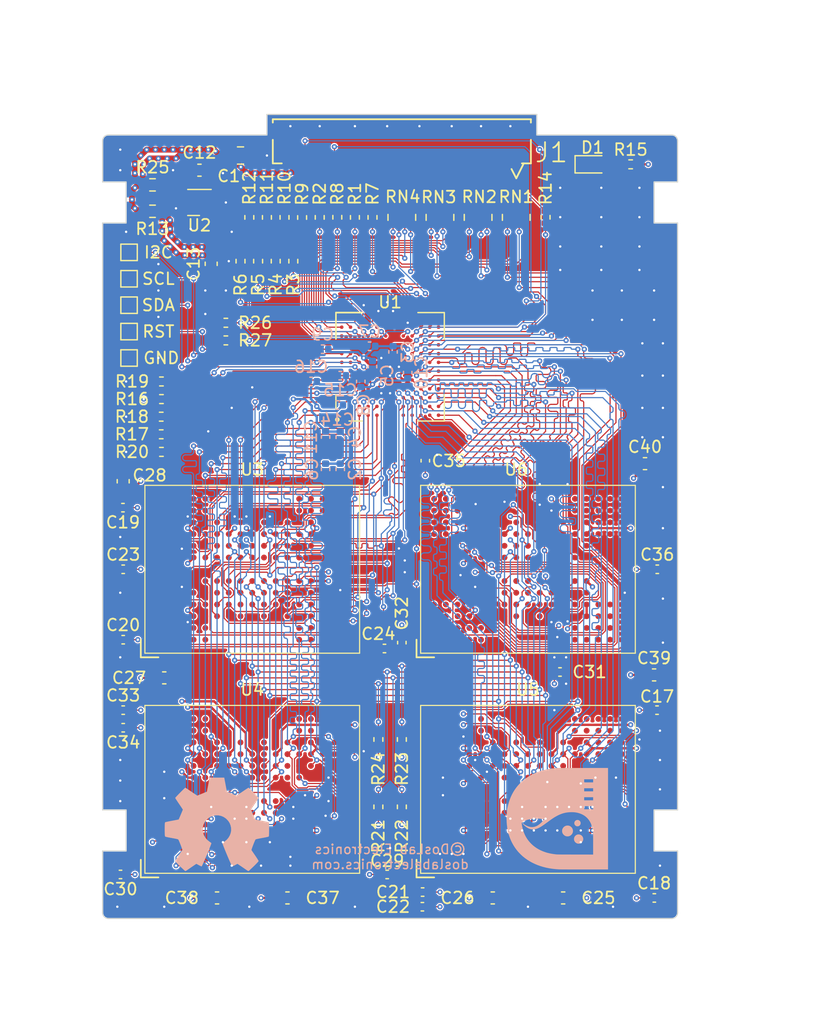
<source format=kicad_pcb>
(kicad_pcb (version 20211014) (generator pcbnew)
  (layers (0 "F.Cu" signal) (1 "In1.Cu" power) (2 "In2.Cu" power) (31 "B.Cu" signal) (34 "B.Paste" user) (35 "F.Paste" user) (36 "B.SilkS" user "B.Silkscreen") (37 "F.SilkS" user "F.Silkscreen") (38 "B.Mask" user) (39 "F.Mask" user) (44 "Edge.Cuts" user))
  (net 0 "")
  (net 3 "Net-(J1-Pad3)")
  (net 4 "GND")
  (net 5 "Net-(J1-Pad5)")
  (net 6 "Net-(J1-Pad6)")
  (net 7 "Net-(J1-Pad7)")
  (net 8 "Net-(J1-Pad8)")
  (net 9 "Net-(J1-Pad9)")
  (net 10 "Net-(J1-Pad10)")
  (net 11 "Net-(J1-Pad11)")
  (net 12 "Net-(J1-Pad12)")
  (net 13 "Net-(J1-Pad13)")
  (net 14 "Net-(J1-Pad14)")
  (net 15 "Net-(J1-Pad15)")
  (net 16 "Net-(J1-Pad16)")
  (net 17 "Net-(J1-Pad17)")
  (net 18 "Net-(J1-Pad18)")
  (net 19 "Net-(J1-Pad19)")
  (net 20 "Net-(J1-Pad20)")
  (net 21 "Net-(J1-Pad22)")
  (net 22 "Net-(J1-Pad24)")
  (net 23 "Net-(J1-Pad25)")
  (net 24 "Net-(J1-Pad27)")
  (net 25 "Net-(J1-Pad29)")
  (net 26 "Net-(J1-Pad30)")
  (net 27 "Net-(J1-Pad31)")
  (net 28 "/FSH_WP#")
  (net 29 "Net-(J1-Pad33)")
  (net 30 "Net-(J1-Pad34)")
  (net 31 "Net-(J1-Pad35)")
  (net 32 "Net-(J1-Pad36)")
  (net 33 "/HD_DASP#")
  (net 34 "+3V3")
  (net 36 "/F1_DQS")
  (net 37 "/F1_DQ4")
  (net 38 "/F1_DQ6")
  (net 39 "/F1_ALE")
  (net 40 "/F1_RE#")
  (net 41 "/F0_DQS")
  (net 42 "/F0_DQ0")
  (net 43 "/F0_CLE")
  (net 44 "/F0_WE#")
  (net 45 "/F2_CLE")
  (net 46 "/F2_WE#")
  (net 47 "/F1_DQ2")
  (net 48 "/F1_DQ3")
  (net 49 "/F1_DQ5")
  (net 50 "/F1_DQ7")
  (net 51 "/F1_WE#")
  (net 52 "/F1_CLE")
  (net 53 "/F0_DQ3")
  (net 54 "/F0_RE#")
  (net 55 "/F0_ALE")
  (net 56 "/F2_RE#")
  (net 57 "/F2_ALE")
  (net 58 "/F2_DQ0")
  (net 59 "/F1_DQ0")
  (net 60 "/F1_DQ1")
  (net 61 "/F0_DQ7")
  (net 62 "/F0_DQ6")
  (net 63 "/F0_DQ5")
  (net 64 "/F0_DQ4")
  (net 65 "/F0_DQ2")
  (net 66 "/FSH_R{slash}B1#")
  (net 67 "/FSH_R{slash}B3#")
  (net 68 "/F3_WE#")
  (net 69 "/F2_DQ1")
  (net 70 "/F2_DQ2")
  (net 71 "/FSH_CE4#")
  (net 72 "/FSH_CE3#")
  (net 73 "/FSH_CE2#")
  (net 74 "/F0_DQ1")
  (net 75 "/FSH_R{slash}B2#")
  (net 76 "/FSH_R{slash}B4#")
  (net 77 "/F3_ALE")
  (net 78 "/F2_DQ3")
  (net 79 "/F2_DQS")
  (net 80 "/FSH_CE1#")
  (net 81 "Net-(R20-Pad2)")
  (net 82 "/F3_CLE")
  (net 83 "/F3_RE#")
  (net 84 "/F2_DQ4")
  (net 85 "/F2_DQ5")
  (net 86 "Net-(R17-Pad2)")
  (net 87 "Net-(R18-Pad2)")
  (net 88 "Net-(R16-Pad2)")
  (net 89 "Net-(C3-Pad1)")
  (net 90 "/F3_DQ7")
  (net 91 "/F2_DQ6")
  (net 92 "/F3_DQ6")
  (net 93 "/F2_DQ7")
  (net 94 "Net-(R19-Pad2)")
  (net 95 "/I2C")
  (net 96 "/F3_DQ3")
  (net 97 "/F3_DQS")
  (net 98 "/F3_DQ4")
  (net 99 "/F3_DQ5")
  (net 100 "/DBG_SCL")
  (net 101 "/DBG_SDA")
  (net 102 "/HD_D10")
  (net 103 "/F3_DQ0")
  (net 104 "/F3_DQ1")
  (net 105 "/F3_DQ2")
  (net 106 "/HD_D3")
  (net 107 "/DBG_RESET")
  (net 108 "/HD_D8")
  (net 109 "/HD_D2")
  (net 110 "/HD_D9")
  (net 111 "/HD_D12")
  (net 112 "/HD_D4")
  (net 113 "/HD_D11")
  (net 114 "/HD_CS0#")
  (net 115 "/HD_IOW#")
  (net 116 "/HD_RESET#")
  (net 117 "/HD_A2")
  (net 118 "/HD_PDIAG#")
  (net 119 "/HD_D1")
  (net 120 "/HD_D6")
  (net 121 "/HD_D13")
  (net 122 "/HD_D5")
  (net 123 "/HD_CS1#")
  (net 124 "/HD_IOR#")
  (net 125 "/HD_INTRQ")
  (net 126 "/HD_DMARQ")
  (net 127 "/HD_DMACK#")
  (net 128 "/HD_D14")
  (net 129 "/HD_D7")
  (net 130 "/HD_D15")
  (net 131 "/HD_IORDY")
  (net 132 "/HD_A1")
  (net 133 "/HD_A0")
  (net 134 "/HD_D0")
  (net 135 "+VCCFQ")
  (net 136 "Net-(D1-Pad2)")
  (net 137 "Net-(R26-Pad2)")
  (net 138 "Net-(R27-Pad2)")
  (net 139 "Net-(C12-Pad1)")
  (footprint "Resistor_SMD:R_0402_1005Metric" (layer "F.Cu") (at 124.25 68.75 -90)
    (fp_text reference "R4")
    (fp_text value "0")
  )
  (footprint "Capacitor_SMD:C_0805_2012Metric" (layer "F.Cu") (at 121.25 59.75)
    (fp_text reference "C1")
    (fp_text value "10uF")
  )
  (footprint "Capacitor_SMD:C_0603_1608Metric" (layer "F.Cu") (at 114.75 104.25)
    (fp_text reference "C27")
    (fp_text value "10uF")
  )
  (footprint "Capacitor_SMD:C_0402_1005Metric" (layer "F.Cu") (at 156.77 95)
    (fp_text reference "C36")
    (fp_text value "100nF")
  )
  (footprint "TestPoint:TestPoint_Pad_1.0x1.0mm" (layer "F.Cu") (at 111.75 74.75)
    (fp_text reference "RST")
    (fp_text value "RESET")
  )
  (footprint "Capacitor_SMD:C_0402_1005Metric" (layer "F.Cu") (at 156.75 107)
    (fp_text reference "C17")
    (fp_text value "100nF")
  )
  (footprint "Capacitor_SMD:C_0603_1608Metric" (layer "F.Cu") (at 155.725 86)
    (fp_text reference "C40")
    (fp_text value "10uF")
  )
  (footprint "Resistor_SMD:R_0402_1005Metric" (layer "F.Cu") (at 122 65.02 -90)
    (fp_text reference "R12")
    (fp_text value "82")
  )
  (footprint "Resistor_SMD:R_0402_1005Metric" (layer "F.Cu") (at 128 65.02 -90)
    (fp_text reference "R2")
    (fp_text value "22")
  )
  (footprint "TestPoint:TestPoint_Pad_1.0x1.0mm" (layer "F.Cu") (at 111.75 77)
    (fp_text reference "GND")
    (fp_text value "GND")
  )
  (footprint "Resistor_SMD:R_Array_Convex_4x0402" (layer "F.Cu") (at 135 65.02 90)
    (fp_text reference "RN4")
    (fp_text value "33")
  )
  (footprint "Capacitor_SMD:C_0603_1608Metric" (layer "F.Cu") (at 148.75 123 180)
    (fp_text reference "C25")
    (fp_text value "10uF")
  )
  (footprint "Capacitor_SMD:C_0402_1005Metric" (layer "F.Cu") (at 111.25 107 180)
    (fp_text reference "C33")
    (fp_text value "100nF")
  )
  (footprint "Capacitor_SMD:C_0402_1005Metric" (layer "F.Cu") (at 111.25 101 180)
    (fp_text reference "C20")
    (fp_text value "100nF")
  )
  (footprint "Capacitor_SMD:C_0402_1005Metric" (layer "F.Cu") (at 137 85.75 90)
    (fp_text reference "C35")
    (fp_text value "100nF")
  )
  (footprint "Resistor_SMD:R_Array_Convex_4x0402" (layer "F.Cu") (at 138.25 65.02 90)
    (fp_text reference "RN3")
    (fp_text value "33")
  )
  (footprint "Resistor_SMD:R_0402_1005Metric" (layer "F.Cu") (at 114.51 79)
    (fp_text reference "R19")
    (fp_text value "NS")
  )
  (footprint "Resistor_SMD:R_0402_1005Metric" (layer "F.Cu") (at 120 74)
    (fp_text reference "R26")
    (fp_text value "0")
  )
  (footprint "Capacitor_SMD:C_0402_1005Metric" (layer "F.Cu") (at 133.52 101.75)
    (fp_text reference "C24")
    (fp_text value "100nF")
  )
  (footprint "cust:OMRON_XF2U-4015-3A" (layer "F.Cu") (at 135 61.665)
    (fp_text reference "J1")
    (fp_text value "Conn_01x40_Female")
  )
  (footprint "Resistor_SMD:R_0402_1005Metric" (layer "F.Cu") (at 135 115.24 -90)
    (fp_text reference "R22")
    (fp_text value "2k")
  )
  (footprint "Capacitor_SMD:C_0402_1005Metric" (layer "F.Cu") (at 133.75 121)
    (fp_text reference "C29")
    (fp_text value "100nF")
  )
  (footprint "Resistor_SMD:R_Array_Convex_4x0402" (layer "F.Cu") (at 144.75 65.02 90)
    (fp_text reference "RN1")
    (fp_text value "33")
  )
  (footprint "Capacitor_SMD:C_0402_1005Metric" (layer "F.Cu") (at 136.75 123.75 180)
    (fp_text reference "C22")
    (fp_text value "100nF")
  )
  (footprint "Resistor_SMD:R_0402_1005Metric" (layer "F.Cu") (at 147.25 65.01 -90)
    (fp_text reference "R14")
    (fp_text value "330")
  )
  (footprint "Resistor_SMD:R_0402_1005Metric" (layer "F.Cu") (at 135 109.5 -90)
    (fp_text reference "R23")
    (fp_text value "2k")
  )
  (footprint "Package_BGA:BGA-152_14x18mm_Layout13x17_P0.5mm" (layer "F.Cu") (at 122.25 113.75 90)
    (fp_text reference "U4")
    (fp_text value "FlashBGA152")
  )
  (footprint "Resistor_SMD:R_0603_1608Metric" (layer "F.Cu") (at 113.75 62.25)
    (fp_text reference "R25")
    (fp_text value "0")
  )
  (footprint "TestPoint:TestPoint_Pad_1.0x1.0mm" (layer "F.Cu") (at 111.75 68)
    (fp_text reference "I2C")
    (fp_text value "I2C")
  )
  (footprint "Capacitor_SMD:C_0603_1608Metric" (layer "F.Cu") (at 111.25 87.5 90)
    (fp_text reference "C28")
    (fp_text value "10uF")
  )
  (footprint "Capacitor_SMD:C_0402_1005Metric" (layer "F.Cu") (at 111.02 121 180)
    (fp_text reference "C30")
    (fp_text value "100nF")
  )
  (footprint "Resistor_SMD:R_0402_1005Metric" (layer "F.Cu") (at 129.5 65.01 -90)
    (fp_text reference "R8")
    (fp_text value "82")
  )
  (footprint "Capacitor_SMD:C_0402_1005Metric" (layer "F.Cu") (at 148.48 103.75)
    (fp_text reference "C31")
    (fp_text value "100nF")
  )
  (footprint "cust:BGA-144_12x12_9.0x9.0mm" (layer "F.Cu") (at 134 77.75 90)
    (fp_text reference "U1")
    (fp_text value "SM2236")
  )
  (footprint "Resistor_SMD:R_0402_1005Metric" (layer "F.Cu") (at 114.51 80.5)
    (fp_text reference "R16")
    (fp_text value "10k")
  )
  (footprint "Capacitor_SMD:C_0402_1005Metric" (layer "F.Cu") (at 111.25 95 180)
    (fp_text reference "C23")
    (fp_text value "100nF")
  )
  (footprint "LED_SMD:LED_0603_1608Metric" (layer "F.Cu") (at 151.25 60.5)
    (fp_text reference "D1")
    (fp_text value "LED")
  )
  (footprint "Resistor_SMD:R_0603_1608Metric" (layer "F.Cu") (at 113.75 64.5)
    (fp_text reference "R13")
    (fp_text value "0")
  )
  (footprint "Resistor_SMD:R_0402_1005Metric" (layer "F.Cu") (at 120 75.5)
    (fp_text reference "R27")
    (fp_text value "0")
  )
  (footprint "Resistor_SMD:R_0402_1005Metric" (layer "F.Cu") (at 132.5 65.02 -90)
    (fp_text reference "R7")
    (fp_text value "22")
  )
  (footprint "Package_BGA:BGA-152_14x18mm_Layout13x17_P0.5mm" (layer "F.Cu") (at 122.25 95 90)
    (fp_text reference "U3")
    (fp_text value "FlashBGA152")
  )
  (footprint "Capacitor_SMD:C_0603_1608Metric" (layer "F.Cu") (at 156.5 104)
    (fp_text reference "C39")
    (fp_text value "10uF")
  )
  (footprint "Capacitor_SMD:C_0603_1608Metric" (layer "F.Cu") (at 117.75 61)
    (fp_text reference "C12")
    (fp_text value "1uF")
  )
  (footprint "Resistor_SMD:R_0402_1005Metric" (layer "F.Cu") (at 133 115.24 -90)
    (fp_text reference "R21")
    (fp_text value "2k")
  )
  (footprint "Capacitor_SMD:C_0402_1005Metric" (layer "F.Cu") (at 156.52 123)
    (fp_text reference "C18")
    (fp_text value "100nF")
  )
  (footprint "Resistor_SMD:R_0402_1005Metric" (layer "F.Cu") (at 114.49 83.5)
    (fp_text reference "R17")
    (fp_text value "NS")
  )
  (footprint "Capacitor_SMD:C_0603_1608Metric" (layer "F.Cu") (at 119.25 123)
    (fp_text reference "C38")
    (fp_text value "10uF")
  )
  (footprint "Package_BGA:BGA-152_14x18mm_Layout13x17_P0.5mm" (layer "F.Cu") (at 145.75 95 90)
    (fp_text reference "U6")
    (fp_text value "FlashBGA152")
  )
  (footprint "TestPoint:TestPoint_Pad_1.0x1.0mm" (layer "F.Cu") (at 111.75 72.5)
    (fp_text reference "SDA")
    (fp_text value "SDA")
  )
  (footprint "Capacitor_SMD:C_0402_1005Metric" (layer "F.Cu") (at 136.77 122.5 180)
    (fp_text reference "C21")
    (fp_text value "100nF")
  )
  (footprint "Resistor_SMD:R_0402_1005Metric" (layer "F.Cu") (at 126.5 65.03 -90)
    (fp_text reference "R9")
    (fp_text value "82")
  )
  (footprint "Resistor_SMD:R_0402_1005Metric" (layer "F.Cu") (at 114.51 85)
    (fp_text reference "R20")
    (fp_text value "NS")
  )
  (footprint "Capacitor_SMD:C_0603_1608Metric" (layer "F.Cu") (at 125.25 123)
    (fp_text reference "C37")
    (fp_text value "10uF")
  )
  (footprint "Resistor_SMD:R_0402_1005Metric" (layer "F.Cu") (at 122.75 68.75 -90)
    (fp_text reference "R5")
    (fp_text value "82")
  )
  (footprint "Package_BGA:BGA-152_14x18mm_Layout13x17_P0.5mm" (layer "F.Cu") (at 145.75 113.75 90)
    (fp_text reference "U5")
    (fp_text value "FlashBGA152")
  )
  (footprint "Capacitor_SMD:C_0402_1005Metric" (layer "F.Cu") (at 111.23 89.75 180)
    (fp_text reference "C19")
    (fp_text value "100nF")
  )
  (footprint "Capacitor_SMD:C_0402_1005Metric" (layer "F.Cu") (at 111.25 108.5 180)
    (fp_text reference "C34")
    (fp_text value "100nF")
  )
  (footprint "Resistor_SMD:R_0402_1005Metric" (layer "F.Cu") (at 125.75 68.75 -90)
    (fp_text reference "R3")
    (fp_text value "22")
  )
  (footprint "Resistor_SMD:R_0402_1005Metric" (layer "F.Cu") (at 121.25 68.75 -90)
    (fp_text reference "R6")
    (fp_text value "82")
  )
  (footprint "Resistor_SMD:R_0402_1005Metric" (layer "F.Cu") (at 133 109.5 -90)
    (fp_text reference "R24")
    (fp_text value "2k")
  )
  (footprint "Resistor_SMD:R_0402_1005Metric" (layer "F.Cu") (at 154.5 60.5)
    (fp_text reference "R15")
    (fp_text value "300")
  )
  (footprint "Capacitor_SMD:C_0603_1608Metric" (layer "F.Cu") (at 118.75 68.975 -90)
    (fp_text reference "C13")
    (fp_text value "1uF")
  )
  (footprint "TestPoint:TestPoint_Pad_1.0x1.0mm" (layer "F.Cu") (at 111.75 70.25)
    (fp_text reference "SCL")
    (fp_text value "SCL")
  )
  (footprint "Resistor_SMD:R_0402_1005Metric" (layer "F.Cu") (at 123.5 65.02 -90)
    (fp_text reference "R11")
    (fp_text value "82")
  )
  (footprint "Package_SON:WSON-6-1EP_2x2mm_P0.65mm_EP1x1.6mm" (layer "F.Cu") (at 117.75 63.75 180)
    (fp_text reference "U2")
    (fp_text value "TLV75518PDRV")
  )
  (footprint "Resistor_SMD:R_Array_Convex_4x0402" (layer "F.Cu") (at 141.5 65.02 90)
    (fp_text reference "RN2")
    (fp_text value "33")
  )
  (footprint "Capacitor_SMD:C_0402_1005Metric" (layer "F.Cu") (at 135 101.25 -90)
    (fp_text reference "C32")
    (fp_text value "100nF")
  )
  (footprint "Resistor_SMD:R_0402_1005Metric" (layer "F.Cu") (at 125 65.02 -90)
    (fp_text reference "R10")
    (fp_text value "82")
  )
  (footprint "Resistor_SMD:R_0402_1005Metric" (layer "F.Cu") (at 114.49 82)
    (fp_text reference "R18")
    (fp_text value "NS")
  )
  (footprint "Resistor_SMD:R_0402_1005Metric" (layer "F.Cu") (at 131 65.02 -90)
    (fp_text reference "R1")
    (fp_text value "82")
  )
  (footprint "Capacitor_SMD:C_0603_1608Metric" (layer "F.Cu") (at 142.75 123)
    (fp_text reference "C26")
    (fp_text value "10uF")
  )
  (footprint "Capacitor_SMD:C_0402_1005Metric" (layer "B.Cu") (at 127.27 79 180)
    (fp_text reference "C16")
    (fp_text value "100nF")
  )
  (footprint "Capacitor_SMD:C_0402_1005Metric" (layer "B.Cu") (at 128.25 76.25 180)
    (fp_text reference "C9")
    (fp_text value "0.12uF")
  )
  (footprint "cust:doslab_logo" (layer "B.Cu") (at 148.25 116.25 180)
    (fp_text reference "G***" hide)
    (fp_text value "LOGO" hide)
  )
  (footprint "Capacitor_SMD:C_0402_1005Metric" (layer "B.Cu") (at 131.5 79 90)
    (fp_text reference "C8")
    (fp_text value "100nF")
  )
  (footprint "Capacitor_SMD:C_0402_1005Metric" (layer "B.Cu") (at 129.75 86.48 -90)
    (fp_text reference "C2")
    (fp_text value "100nF")
  )
  (footprint "Capacitor_SMD:C_0402_1005Metric" (layer "B.Cu") (at 129.5 81 180)
    (fp_text reference "C14")
    (fp_text value "100nF")
  )
  (footprint "Capacitor_SMD:C_0402_1005Metric" (layer "B.Cu") (at 129.75 83.75 -90)
    (fp_text reference "C4")
    (fp_text value "100nF")
  )
  (footprint "Capacitor_SMD:C_0402_1005Metric" (layer "B.Cu") (at 132.25 76 180)
    (fp_text reference "C7")
    (fp_text value "0.12uF")
  )
  (footprint "Capacitor_SMD:C_0402_1005Metric" (layer "B.Cu") (at 128.5 83.73 -90)
    (fp_text reference "C11")
    (fp_text value "100nF")
  )
  (footprint "Capacitor_SMD:C_0402_1005Metric" (layer "B.Cu") (at 128.5 86.48 -90)
    (fp_text reference "C6")
    (fp_text value "100nF")
  )
  (footprint "Capacitor_SMD:C_0402_1005Metric" (layer "B.Cu") (at 134.25 76.48 -90)
    (fp_text reference "C3")
    (fp_text value "0.12uF")
  )
  (footprint "Capacitor_SMD:C_0402_1005Metric" (layer "B.Cu") (at 135.5 78.25 90)
    (fp_text reference "C10")
    (fp_text value "100nF")
  )
  (footprint "Capacitor_SMD:C_0402_1005Metric" (layer "B.Cu") (at 132.5 77.73 -90)
    (fp_text reference "C5")
    (fp_text value "0.12uF")
  )
  (footprint "Symbol:OSHW-Symbol_8.9x8mm_SilkScreen" (layer "B.Cu") (at 119.25 116.75 180)
    (fp_text reference "REF**" hide)
    (fp_text value "OSHW-Symbol_8.9x8mm_SilkScreen" hide)
  )
  (footprint "Capacitor_SMD:C_0402_1005Metric" (layer "B.Cu") (at 129.75 78.5 180)
    (fp_text reference "C15")
    (fp_text value "100nF")
  )
  (gr_arc (start 110 124.75) (mid 109.646447 124.603553) (end 109.5 124.25) (layer "Edge.Cuts") (width 0.1))
  (gr_line (start 111.5 62) (end 109.5 62) (layer "Edge.Cuts") (width 0.1))
  (gr_line (start 109.5 62) (end 109.5 58.5) (layer "Edge.Cuts") (width 0.1))
  (gr_line (start 158.5 115.5) (end 156.5 115.5) (layer "Edge.Cuts") (width 0.1))
  (gr_arc (start 109.5 58.5) (mid 109.646447 58.146447) (end 110 58) (layer "Edge.Cuts") (width 0.1))
  (gr_line (start 109.5 115.5) (end 109.5 65.5) (layer "Edge.Cuts") (width 0.1))
  (gr_line (start 111.5 65.5) (end 111.5 62) (layer "Edge.Cuts") (width 0.1))
  (gr_arc (start 158.5 124.25) (mid 158.353553 124.603553) (end 158 124.75) (layer "Edge.Cuts") (width 0.1))
  (gr_line (start 156.5 62) (end 156.5 65.5) (layer "Edge.Cuts") (width 0.1))
  (gr_line (start 123.5 56.25) (end 146.5 56.25) (layer "Edge.Cuts") (width 0.1))
  (gr_line (start 158.5 65.5) (end 158.5 115.5) (layer "Edge.Cuts") (width 0.1))
  (gr_line (start 146.5 56.25) (end 146.5 58) (layer "Edge.Cuts") (width 0.1))
  (gr_line (start 123.5 58) (end 110 58) (layer "Edge.Cuts") (width 0.1))
  (gr_arc (start 158 58) (mid 158.353553 58.146447) (end 158.5 58.5) (layer "Edge.Cuts") (width 0.1))
  (gr_line (start 111.5 119) (end 111.5 115.5) (layer "Edge.Cuts") (width 0.1))
  (gr_line (start 109.5 119) (end 111.5 119) (layer "Edge.Cuts") (width 0.1))
  (gr_line (start 146.5 58) (end 158 58) (layer "Edge.Cuts") (width 0.1))
  (gr_line (start 109.5 119) (end 109.5 124.25) (layer "Edge.Cuts") (width 0.1))
  (gr_line (start 156.5 115.5) (end 156.5 119) (layer "Edge.Cuts") (width 0.1))
  (gr_line (start 123.5 58) (end 123.5 56.25) (layer "Edge.Cuts") (width 0.1))
  (gr_line (start 158.5 62) (end 158.5 58.5) (layer "Edge.Cuts") (width 0.1))
  (gr_line (start 109.5 65.5) (end 111.5 65.5) (layer "Edge.Cuts") (width 0.1))
  (gr_line (start 110 124.75) (end 158 124.75) (layer "Edge.Cuts") (width 0.1))
  (gr_line (start 158.5 62) (end 156.5 62) (layer "Edge.Cuts") (width 0.1))
  (gr_line (start 156.5 65.5) (end 158.5 65.5) (layer "Edge.Cuts") (width 0.1))
  (gr_line (start 111.5 115.5) (end 109.5 115.5) (layer "Edge.Cuts") (width 0.1))
  (gr_line (start 158.5 119) (end 158.5 124.25) (layer "Edge.Cuts") (width 0.1))
  (gr_line (start 156.5 119) (end 158.5 119) (layer "Edge.Cuts") (width 0.1))
  (gr_text "©DosLab Electronics\ndoslabelectronics.com" (at 134 119.5) (layer "B.SilkS") (effects (font (size 0.8 0.8) (thickness 0.12)) (justify mirror)))
  (segment (start 143.7376 60.1664) (end 143.7376 60.9876) (width 0.1) (layer "F.Cu") (net 3))
  (segment (start 143.7376 60.9876) (end 147.25 64.5) (width 0.1) (layer "F.Cu") (net 3))
  (segment (start 134.5755 93.4) (end 134.75 93.2255) (width 0.1) (layer "F.Cu") (net 4))
  (segment (start 150.75 94) (end 151.202082 94) (width 0.2) (layer "F.Cu") (net 4))
  (segment (start 118.25 93) (end 117.85 92.6) (width 0.1) (layer "F.Cu") (net 4))
  (segment (start 119.85 117.35) (end 120.25 117.75) (width 0.1) (layer "F.Cu") (net 4))
  (segment (start 126.25 99) (end 125.85 99.4) (width 0.1) (layer "F.Cu") (net 4))
  (segment (start 132.125 72.875) (end 131.75 72.5) (width 0.1) (layer "F.Cu") (net 4))
  (segment (start 124.75 98.5) (end 124.25 99) (width 0.1) (layer "F.Cu") (net 4))
  (segment (start 118.25 91) (end 117.75 90.5) (width 0.1) (layer "F.Cu") (net 4))
  (segment (start 126.25 93) (end 126.65 93.4) (width 0.1) (layer "F.Cu") (net 4))
  (segment (start 124.75 97.934314) (end 124.75 98.5) (width 0.1) (layer "F.Cu") (net 4))
  (segment (start 126.65 96.6) (end 129.5755 96.6) (width 0.1) (layer "F.Cu") (net 4))
  (segment (start 149.2 90.45) (end 149.2 87.8255) (width 0.1) (layer "F.Cu") (net 4))
  (segment (start 124.75 97.934314) (end 125.200735 97.483579) (width 0.1) (layer "F.Cu") (net 4))
  (segment (start 141.15 108.6) (end 141.15 108.915686) (width 0.1) (layer "F.Cu") (net 4))
  (segment (start 154 96.797918) (end 154 97) (width 0.2) (layer "F.Cu") (net 4))
  (segment (start 140.815686 109.25) (end 140.25 109.25) (width 0.1) (layer "F.Cu") (net 4))
  (segment (start 142.35 108.35) (end 141.4 108.35) (width 0.1) (layer "F.Cu") (net 4))
  (segment (start 117.75 99.5) (end 116.75 99.5) (width 0.1) (layer "F.Cu") (net 4))
  (segment (start 149.75 99) (end 149.562194 99) (width 0.1) (layer "F.Cu") (net 4))
  (segment (start 126.65 109.35) (end 127.615686 109.35) (width 0.1) (layer "F.Cu") (net 4))
  (segment (start 129.5755 96.6) (end 129.75 96.7745) (width 0.1) (layer "F.Cu") (net 4))
  (segment (start 151.202082 94) (end 154 96.797918) (width 0.2) (layer "F.Cu") (net 4))
  (segment (start 119.084314 117.35) (end 119.85 117.35) (width 0.1) (layer "F.Cu") (net 4))
  (segment (start 125.332107 97.483579) (end 125.815686 97) (width 0.1) (layer "F.Cu") (net 4))
  (segment (start 141.15 108.915686) (end 140.815686 109.25) (width 0.1) (layer "F.Cu") (net 4))
  (segment (start 118.25 115.75) (end 118.75 115.25) (width 0.2) (layer "F.Cu") (net 4))
  (segment (start 117.25 96) (end 116.75 96) (width 0.2) (layer "F.Cu") (net 4))
  (segment (start 142.15 91.753553) (end 141.75 91.353553) (width 0.1) (layer "F.Cu") (net 4))
  (segment (start 144.991658 100.7745) (end 148.25 100.7745) (width 0.1) (layer "F.Cu") (net 4))
  (segment (start 143.75 109.75) (end 142.35 108.35) (width 0.1) (layer "F.Cu") (net 4))
  (segment (start 143.75 99.532842) (end 144.991658 100.7745) (width 0.1) (layer "F.Cu") (net 4))
  (segment (start 149.2 87.8255) (end 149.1245 87.75) (width 0.1) (layer "F.Cu") (net 4))
  (segment (start 121.85 99.4) (end 122.25 99) (width 0.1) (layer "F.Cu") (net 4))
  (segment (start 143.75 99) (end 143.75 99.532842) (width 0.1) (layer "F.Cu") (net 4))
  (segment (start 125.85 99.4) (end 124.65 99.4) (width 0.1) (layer "F.Cu") (net 4))
  (segment (start 141.4 108.35) (end 141.15 108.6) (width 0.1) (layer "F.Cu") (net 4))
  (segment (start 148.467157 97.4) (end 149.35 97.4) (width 0.1) (layer "F.Cu") (net 4))
  (segment (start 125.815686 97) (end 126.25 97) (width 0.1) (layer "F.Cu") (net 4))
  (segment (start 120.65 99.4) (end 121.85 99.4) (width 0.1) (layer "F.Cu") (net 4))
  (segment (start 123.85 99.4) (end 124.25 99) (width 0.1) (layer "F.Cu") (net 4))
  (segment (start 125.200735 97.483579) (end 125.332107 97.483579) (width 0.1) (layer "F.Cu") (net 4))
  (segment (start 118.25 99) (end 117.75 99.5) (width 0.1) (layer "F.Cu") (net 4))
  (segment (start 147.75 99) (end 147.75 99.5) (width 0.2) (layer "F.Cu") (net 4))
  (segment (start 141.15 118.35) (end 141.15 119.1) (width 0.1) (layer "F.Cu") (net 4))
  (segment (start 116.75 96) (end 116.25 96.5) (width 0.2) (layer "F.Cu") (net 4))
  (segment (start 148.15 97.717157) (end 148.467157 97.4) (width 0.1) (layer "F.Cu") (net 4))
  (segment (start 116.9 92.6) (end 116.25 93.25) (width 0.1) (layer "F.Cu") (net 4))
  (segment (start 117.85 92.6) (end 116.9 92.6) (width 0.1) (layer "F.Cu") (net 4))
  (segment (start 141 119.25) (end 140.25 119.25) (width 0.1) (layer "F.Cu") (net 4))
  (segment (start 141.75 91) (end 141.75 90.565686) (width 0.1) (layer "F.Cu") (net 4))
  (segment (start 141.75 93) (end 142.15 92.6) (width 0.1) (layer "F.Cu") (net 4))
  (segment (start 126.65 93.4) (end 134.5755 93.4) (width 0.1) (layer "F.Cu") (net 4))
  (segment (start 131.4 110.15) (end 131.75 110.5) (width 0.1) (layer "F.Cu") (net 4))
  (segment (start 141.75 117.75) (end 141.15 118.35) (width 0.1) (layer "F.Cu") (net 4))
  (segment (start 127.85 109.584314) (end 127.85 109.915686) (width 0.1) (layer "F.Cu") (net 4))
  (segment (start 150.15 109.35) (end 155.1 109.35) (width 0.1) (layer "F.Cu") (net 4))
  (segment (start 122.25 99) (end 122.65 99.4) (width 0.1) (layer "F.Cu") (net 4))
  (segment (start 141.15 119.1) (end 141 119.25) (width 0.1) (layer "F.Cu") (net 4))
  (segment (start 149.75 109.75) (end 150.15 109.35) (width 0.1) (layer "F.Cu") (net 4))
  (segment (start 117.75 90.5) (end 116.75 90.5) (width 0.1) (layer "F.Cu") (net 4))
  (segment (start 145.75 99) (end 146.25 99.5) (width 0.2) (layer "F.Cu") (net 4))
  (segment (start 126.25 97) (end 126.65 96.6) (width 0.1) (layer "F.Cu") (net 4))
  (segment (start 143.75 91) (end 143.75 89.25) (width 0.2) (layer "F.Cu") (net 4))
  (segment (start 142.15 92.6) (end 142.15 91.753553) (width 0.1) (layer "F.Cu") (net 4))
  (segment (start 127.85 109.915686) (end 128.084314 110.15) (width 0.1) (layer "F.Cu") (net 4))
  (segment (start 141.35 89.504691) (end 141.289076 89.443767) (width 0.1) (layer "F.Cu") (net 4))
  (segment (start 147.75 99) (end 148.15 98.6) (width 0.1) (layer "F.Cu") (net 4))
  (segment (start 128.084314 110.15) (end 131.4 110.15) (width 0.1) (layer "F.Cu") (net 4))
  (segment (start 132.125 73.625) (end 132.125 72.875) (width 0.1) (layer "F.Cu") (net 4))
  (segment (start 148.15 98.6) (end 148.15 97.717157) (width 0.1) (layer "F.Cu") (net 4))
  (segment (start 149.75 93) (end 150.75 94) (width 0.2) (layer "F.Cu") (net 4))
  (segment (start 149.562194 99) (end 149.1255 99.436694) (width 0.1) (layer "F.Cu") (net 4))
  (segment (start 127.615686 109.35) (end 127.85 109.584314) (width 0.1) (layer "F.Cu") (net 4))
  (segment (start 147.75 91) (end 147.75 90) (width 0.2) (layer "F.Cu") (net 4))
  (segment (start 149.75 91) (end 149.2 90.45) (width 0.1) (layer "F.Cu") (net 4))
  (segment (start 155.1 109.35) (end 155.25 109.5) (width 0.1) (layer "F.Cu") (net 4))
  (segment (start 117.25 96) (end 118.25 97) (width 0.2) (layer "F.Cu") (net 4))
  (segment (start 122.65 99.4) (end 123.85 99.4) (width 0.1) (layer "F.Cu") (net 4))
  (segment (start 126.25 109.75) (end 126.65 109.35) (width 0.1) (layer "F.Cu") (net 4))
  (segment (start 141.35 90.165686) (end 141.35 89.504691) (width 0.1) (layer "F.Cu") (net 4))
  (segment (start 118.25 117.75) (end 118.684314 117.75) (width 0.1) (layer "F.Cu") (net 4))
  (segment (start 118.684314 117.75) (end 119.084314 117.35) (width 0.1) (layer "F.Cu") (net 4))
  (segment (start 146.25 99.5) (end 147.75 99.5) (width 0.2) (layer "F.Cu") (net 4))
  (segment (start 124.65 99.4) (end 124.25 99) (width 0.1) (layer "F.Cu") (net 4))
  (segment (start 149.35 97.4) (end 149.75 97) (width 0.1) (layer "F.Cu") (net 4))
  (segment (start 120.25 99) (end 120.65 99.4) (width 0.1) (layer "F.Cu") (net 4))
  (segment (start 141.75 90.565686) (end 141.35 90.165686) (width 0.1) (layer "F.Cu") (net 4))
  (segment (start 141.75 91.353553) (end 141.75 91) (width 0.1) (layer "F.Cu") (net 4))
  (via (at 129.75 96.7745) (size 0.45) (drill 0.2) (layers "F.Cu" "B.Cu") (net 4))
  (via (at 153.75 71.25) (size 0.45) (drill 0.2) (layers "F.Cu" "B.Cu") (net 4))
  (via (at 111 111.25) (size 0.45) (drill 0.2) (layers "F.Cu" "B.Cu") (net 4))
  (via (at 126.75 114.25) (size 0.45) (drill 0.2) (layers "F.Cu" "B.Cu") (net 4))
  (via (at 141.25 96.5) (size 0.45) (drill 0.2) (layers "F.Cu" "B.Cu") (net 4))
  (via (at 114.75 123.75) (size 0.45) (drill 0.2) (layers "F.Cu" "B.Cu") (net 4))
  (via (at 128.5 116) (size 0.45) (drill 0.2) (layers "F.Cu" "B.Cu") (net 4))
  (via (at 155.5 78.5) (size 0.45) (drill 0.2) (layers "F.Cu" "B.Cu") (net 4))
  (via (at 120 63.75) (size 0.45) (drill 0.2) (layers "F.Cu" "B.Cu") (net 4))
  (via (at 111 102.5) (size 0.45) (drill 0.2) (layers "F.Cu" "B.Cu") (net 4))
  (via (at 118.25 71.25) (size 0.45) (drill 0.2) (layers "F.Cu" "B.Cu") (net 4))
  (via (at 111.5 66.25) (size 0.45) (drill 0.2) (layers "F.Cu" "B.Cu") (net 4))
  (via (at 111 61) (size 0.45) (drill 0.2) (layers "F.Cu" "B.Cu") (net 4))
  (via (at 157.25 88) (size 0.45) (drill 0.2) (layers "F.Cu" "B.Cu") (net 4))
  (via (at 125.5 57.25) (size 0.45) (drill 0.2) (layers "F.Cu" "B.Cu") (net 4))
  (via (at 154 97) (size 0.45) (drill 0.2) (layers "F.Cu" "B.Cu") (net 4))
  (via (at 118.75 115.25) (size 0.45) (drill 0.2) (layers "F.Cu" "B.Cu") (net 4))
  (via (at 125.75 115.25) (size 0.45) (drill 0.2) (layers "F.Cu" "B.Cu") (net 4))
  (via (at 152 67.5) (size 0.45) (drill 0.2) (layers "F.Cu" "B.Cu") (net 4))
  (via (at 115.5 61) (size 0.45) (drill 0.2) (layers "F.Cu" "B.Cu") (net 4))
  (via (at 142.25 112.25) (size 0.45) (drill 0.2) (layers "F.Cu" "B.Cu") (net 4))
  (via (at 135.5 74) (size 0.45) (drill 0.2) (layers "F.Cu" "B.Cu") (net 4))
  (via (at 151.25 71.25) (size 0.45) (drill 0.2) (layers "F.Cu" "B.Cu") (net 4))
  (via (at 133.25 77) (size 0.45) (drill 0.2) (layers "F.Cu" "B.Cu") (net 4))
  (via (at 141.75 57.25) (size 0.45) (drill 0.2) (layers "F.Cu" "B.Cu") (net 4))
  (via (at 111 59.25) (size 0.45) (drill 0.2) (layers "F.Cu" "B.Cu") (net 4))
  (via (at 144.25 57.25) (size 0.45) (drill 0.2) (layers "F.Cu" "B.Cu") (net 4))
  (via (at 149.1255 99.436694) (size 0.45) (drill 0.2) (layers "F.Cu" "B.Cu") (net 4))
  (via (at 123.5 59.75) (size 0.45) (drill 0.2) (layers "F.Cu" "B.Cu") (net 4))
  (via (at 133.75 72.25) (size 0.45) (drill 0.2) (layers "F.Cu" "B.Cu") (net 4))
  (via (at 138.5 114.25) (size 0.45) (drill 0.2) (layers "F.Cu" "B.Cu") (net 4))
  (via (at 157.25 83.75) (size 0.45) (drill 0.2) (layers "F.Cu" "B.Cu") (net 4))
  (via (at 122.25 79.5) (size 0.45) (drill 0.2) (layers "F.Cu" "B.Cu") (net 4))
  (via (at 128 57.25) (size 0.45) (drill 0.2) (layers "F.Cu" "B.Cu") (net 4))
  (via (at 140 95.5) (size 0.45) (drill 0.2) (layers "F.Cu" "B.Cu") (net 4))
  (via (at 155.25 65) (size 0.45) (drill 0.2) (layers "F.Cu" "B.Cu") (net 4))
  (via (at 116.25 96.5) (size 0.45) (drill 0.2) (layers "F.Cu" "B.Cu") (net 4))
  (via (at 147.75 90) (size 0.45) (drill 0.2) (layers "F.Cu" "B.Cu") (net 4))
  (via (at 128.75 114.75) (size 0.45) (drill 0.2) (layers "F.Cu" "B.Cu") (net 4))
  (via (at 111.5 79) (size 0.45) (drill 0.2) (layers "F.Cu" "B.Cu") (net 4))
  (via (at 114.25 73.5) (size 0.45) (drill 0.2) (layers "F.Cu" "B.Cu") (net 4))
  (via (at 157.25 75.75) (size 0.45) (drill 0.2) (layers "F.Cu" "B.Cu") (net 4))
  (via (at 134 118.75) (size 0.45) (drill 0.2) (layers "F.Cu" "B.Cu") (net 4))
  (via (at 136.5 57.25) (size 0.45) (drill 0.2) (layers "F.Cu" "B.Cu") (net 4))
  (via (at 120.5 66.25) (size 0.45) (drill 0.2) (layers "F.Cu" "B.Cu") (net 4))
  (via (at 125.75 116.25) (size 0.45) (drill 0.2) (layers "F.Cu" "B.Cu") (net 4))
  (via (at 155.5 81.25) (size 0.45) (drill 0.2) (layers "F.Cu" "B.Cu") (net 4))
  (via (at 119.75 61.25) (size 0.45) (drill 0.2) (layers "F.Cu" "B.Cu") (net 4))
  (via (at 131 123.75) (size 0.45) (drill 0.2) (layers "F.Cu" "B.Cu") (net 4))
  (via (at 149.1245 87.75) (size 0.45) (drill 0.2) (layers "F.Cu" "B.Cu") (net 4))
  (via (at 148.5 62.5) (size 0.45) (drill 0.2) (layers "F.Cu" "B.Cu") (net 4))
  (via (at 111 92.25) (size 0.45) (drill 0.2) (layers "F.Cu" "B.Cu") (net 4))
  (via (at 152 69.5) (size 0.45) (drill 0.2) (layers "F.Cu" "B.Cu") (net 4))
  (via (at 118.5 83.25) (size 0.45) (drill 0.2) (layers "F.Cu" "B.Cu") (net 4))
  (via (at 150.25 118.25) (size 0.45) (drill 0.2) (layers "F.Cu" "B.Cu") (net 4))
  (via (at 114.25 77) (size 0.45) (drill 0.2) (layers "F.Cu" "B.Cu") (net 4))
  (via (at 120 71.25) (size 0.45) (drill 0.2) (layers "F.Cu" "B.Cu") (net 4))
  (via (at 157.25 81.25) (size 0.45) (drill 0.2) (layers "F.Cu" "B.Cu") (net 4))
  (via (at 117 66) (size 0.45) (drill 0.2) (layers "F.Cu" "B.Cu") (net 4))
  (via (at 125.5 120.25) (size 0.45) (drill 0.2) (layers "F.Cu" "B.Cu") (net 4))
  (via (at 153.25 112.75) (size 0.45) (drill 0.2) (layers "F.Cu" "B.Cu") (net 4))
  (via (at 134.75 93.2255) (size 0.45) (drill 0.2) (layers "F.Cu" "B.Cu") (net 4))
  (via (at 134 77.75) (size 0.45) (drill 0.2) (layers "F.Cu" "B.Cu") (net 4))
  (via (at 149 104.75) (size 0.45) (drill 0.2) (layers "F.Cu" "B.Cu") (net 4))
  (via (at 111 114.75) (size 0.45) (drill 0.2) (layers "F.Cu" "B.Cu") (net 4))
  (via (at 128.75 112.75) (size 0.45) (drill 0.2) (layers "F.Cu" "B.Cu") (net 4))
  (via (at 157 113.75) (size 0.45) (drill 0.2) (layers "F.Cu" "B.Cu") (net 4))
  (via (at 152 65) (size 0.45) (drill 0.2) (layers "F.Cu" "B.Cu") (net 4))
  (via (at 140.25 109.25) (size 0.45) (drill 0.2) (layers "F.Cu" "B.Cu") (net 4))
  (via (at 155.25 67.5) (size 0.45) (drill 0.2) (layers "F.Cu" "B.Cu") (net 4))
  (via (at 156.5 71.25) (size 0.45) (drill 0.2) (layers "F.Cu" "B.Cu") (net 4))
  (via (at 116.75 99.5) (size 0.45) (drill 0.2) (layers "F.Cu" "B.Cu") (net 4))
  (via (at 134 78.5) (size 0.45) (drill 0.2) (layers "F.Cu" "B.Cu") (net 4))
  (via (at 122 123.75) (size 0.45) (drill 0.2) (layers "F.Cu" "B.Cu") (net 4))
  (via (at 148.25 100.7745) (size 0.45) (drill 0.2) (layers "F.Cu" "B.Cu") (net 4))
  (via (at 147.75 99.5) (size 0.45) (drill 0.2) (layers "F.Cu" "B.Cu") (net 4))
  (via (at 138.5 112.75) (size 0.45) (drill 0.2) (layers "F.Cu" "B.Cu") (net 4))
  (via (at 140.25 119.25) (size 0.45) (drill 0.2) (layers "F.Cu" "B.Cu") (net 4))
  (via (at 157 120.25) (size 0.45) (drill 0.2) (layers "F.Cu" "B.Cu") (net 4))
  (via (at 157.25 97.5) (size 0.45) (drill 0.2) (layers "F.Cu" "B.Cu") (net 4))
  (via (at 134.25 73) (size 0.45) (drill 0.2) (layers "F.Cu" "B.Cu") (net 4))
  (via (at 135.25 95.25) (size 0.45) (drill 0.2) (layers "F.Cu" "B.Cu") (net 4))
  (via (at 111.5 82) (size 0.45) (drill 0.2) (layers "F.Cu" "B.Cu") (net 4))
  (via (at 134.75 77.75) (size 0.45) (drill 0.2) (layers "F.Cu" "B.Cu") (net 4))
  (via (at 120.75 90.5) (size 0.45) (drill 0.2) (layers "F.Cu" "B.Cu") (net 4))
  (via (at 135.25 94.25) (size 0.45) (drill 0.2) (layers "F.Cu" "B.Cu") (net 4))
  (via (at 125.5 119.5) (size 0.45) (drill 0.2) (layers "F.Cu" "B.Cu") (net 4))
  (via (at 157.25 101.25) (size 0.45) (drill 0.2) (layers "F.Cu" "B.Cu") (net 4))
  (via (at 131 57.25) (size 0.45) (drill 0.2) (layers "F.Cu" "B.Cu") (net 4))
  (via (at 139.25 57.25) (size 0.45) (drill 0.2) (layers "F.Cu" "B.Cu") (net 4))
  (via (at 153.75 73.75) (size 0.45) (drill 0.2) (layers "F.Cu" "B.Cu") (net 4))
  (via (at 147.25 117.25) (size 0.45) (drill 0.2) (layers "F.Cu" "B.Cu") (net 4))
  (via (at 146.75 89.5) (size 0.45) (drill 0.2) (layers "F.Cu" "B.Cu") (net 4))
  (via (at 115.75 64.25) (size 0.45) (drill 0.2) (layers "F.Cu" "B.Cu") (net 4))
  (via (at 155.25 109.5) (size 0.45) (drill 0.2) (layers "F.Cu" "B.Cu") (net 4))
  (via (at 148.5 67.5) (size 0.45) (drill 0.2) (layers "F.Cu" "B.Cu") (net 4))
  (via (at 114.25 69) (size 0.45) (drill 0.2) (layers "F.Cu" "B.Cu") (net 4))
  (via (at 141.25 111.25) (size 0.45) (drill 0.2) (layers "F.Cu" "B.Cu") (net 4))
  (via (at 114.25 71.25) (size 0.45) (drill 0.2) (layers "F.Cu" "B.Cu") (net 4))
  (via (at 134 80) (size 0.45) (drill 0.2) (layers "F.Cu" "B.Cu") (net 4))
  (via (at 131.75 110.5) (size 0.45) (drill 0.2) (layers "F.Cu" "B.Cu") (net 4))
  (via (at 148.5 65) (size 0.45) (drill 0.2) (layers "F.Cu" "B.Cu") (net 4))
  (via (at 116.75 90.5) (size 0.45) (drill 0.2) (layers "F.Cu" "B.Cu") (net 4))
  (via (at 141.289076 89.443767) (size 0.45) (drill 0.2) (layers "F.Cu" "B.Cu") (net 4))
  (via (at 152 62.5) (size 0.45) (drill 0.2) (layers "F.Cu" "B.Cu") (net 4))
  (via (at 120.5 120.25) (size 0.45) (drill 0.2) (layers "F.Cu" "B.Cu") (net 4))
  (via (at 138 85.25) (size 0.45) (drill 0.2) (layers "F.Cu" "B.Cu") (net 4))
  (via (at 138.25 119.25) (size 0.45) (drill 0.2) (layers "F.Cu" "B.Cu") (net 4))
  (via (at 148.25 117.25) (size 0.45) (drill 0.2) (layers "F.Cu" "B.Cu") (net 4))
  (via (at 119.75 118.25) (size 0.45) (drill 0.2) (layers "F.Cu" "B.Cu") (net 4))
  (via (at 111 113) (size 0.45) (drill 0.2) (layers "F.Cu" "B.Cu") (net 4))
  (via (at 116.25 93.25) (size 0.45) (drill 0.2) (layers "F.Cu" "B.Cu") (net 4))
  (via (at 148 102.5) (size 0.45) (drill 0.2) (layers "F.Cu" "B.Cu") (net 4))
  (via (at 157 108.75) (size 0.45) (drill 0.2) (layers "F.Cu" "B.Cu") (net 4))
  (via (at 139.25 119.25) (size 0.45) (drill 0.2) (layers "F.Cu" "B.Cu") (net 4))
  (via (at 151.25 73.75) (size 0.45) (drill 0.2) (layers "F.Cu" "B.Cu") (net 4))
  (via (at 111 97) (size 0.45) (drill 0.2) (layers "F.Cu" "B.Cu") (net 4))
  (via (at 150.25 117.25) (size 0.45) (drill 0.2) (layers "F.Cu" "B.Cu") (net 4))
  (via (at 120.5 81.25) (size 0.45) (drill 0.2) (layers "F.Cu" "B.Cu") (net 4))
  (via (at 151.5 112.75) (size 0.45) (drill 0.2) (layers "F.Cu" "B.Cu") (net 4))
  (via (at 123.75 90.5) (size 0.45) (drill 0.2) (layers "F.Cu" "B.Cu") (net 4))
  (via (at 155.5 83.75) (size 0.45) (drill 0.2) (layers "F.Cu" "B.Cu") (net 4))
  (via (at 157.25 78.5) (size 0.45) (drill 0.2) (layers "F.Cu" "B.Cu") (net 4))
  (via (at 156.5 73.75) (size 0.45) (drill 0.2) (layers "F.Cu" "B.Cu") (net 4))
  (via (at 123.75 118.25) (size 0.45) (drill 0.2) (layers "F.Cu" "B.Cu") (net 4))
  (via (at 143.75 89.25) (size 0.45) (drill 0.2) (layers "F.Cu" "B.Cu") (net 4))
  (via (at 121.75 90.5) (size 0.45) (drill 0.2) (layers "F.Cu" "B.Cu") (net 4))
  (via (at 131.75 72.5) (size 0.45) (drill 0.2) (layers "F.Cu" "B.Cu") (net 4))
  (via (at 114.75 114.5) (size 0.45) (drill 0.2) (layers "F.Cu" "B.Cu") (net 4))
  (via (at 121.75 118.25) (size 0.45) (drill 0.2) (layers "F.Cu" "B.Cu") (net 4))
  (via (at 133.25 80) (size 0.45) (drill 0.2) (layers "F.Cu" "B.Cu") (net 4))
  (via (at 118.25 73.25) (size 0.45) (drill 0.2) (layers "F.Cu" "B.Cu") (net 4))
  (via (at 145.75 123.75) (size 0.45) (drill 0.2) (layers "F.Cu" "B.Cu") (net 4))
  (via (at 148 107) (size 0.45) (drill 0.2) (layers "F.Cu" "B.Cu") (net 4))
  (via (at 155.5 75.75) (size 0.45) (drill 0.2) (layers "F.Cu" "B.Cu") (net 4))
  (via (at 155.25 69.5) (size 0.45) (drill 0.2) (layers "F.Cu" "B.Cu") (net 4))
  (via (at 157.25 91.5) (size 0.45) (drill 0.2) (layers "F.Cu" "B.Cu") (net 4))
  (via (at 146.25 117.25) (size 0.45) (drill 0.2) (layers "F.Cu" "B.Cu") (net 4))
  (via (at 155.25 62.5) (size 0.45) (drill 0.2) (layers "F.Cu" "B.Cu") (net 4))
  (via (at 120.25 68.75) (size 0.45) (drill 0.2) (layers "F.Cu" "B.Cu") (net 4))
  (via (at 123 120.25) (size 0.45) (drill 0.2) (layers "F.Cu" "B.Cu") (net 4))
  (via (at 153 123.75) (size 0.45) (drill 0.2) (layers "F.Cu" "B.Cu") (net 4))
  (via (at 146.75 87.75) (size 0.45) (drill 0.2) (layers "F.Cu" "B.Cu") (net 4))
  (via (at 133.75 57.25) (size 0.45) (drill 0.2) (layers "F.Cu" "B.Cu") (net 4))
  (via (at 157 111.25) (size 0.45) (drill 0.2) (layers "F.Cu" "B.Cu") (net 4))
  (via (at 145.25 117.25) (size 0.45) (drill 0.2) (layers "F.Cu" "B.Cu") (net 4))
  (via (at 148.5 69.5) (size 0.45) (drill 0.2) (layers "F.Cu" "B.Cu") (net 4))
  (via (at 149 102.5) (size 0.45) (drill 0.2) (layers "F.Cu" "B.Cu") (net 4))
  (via (at 133 73) (size 0.45) (drill 0.2) (layers "F.Cu" "B.Cu") (net 4))
  (via (at 114.75 112.25) (size 0.45) (drill 0.2) (layers "F.Cu" "B.Cu") (net 4))
  (via (at 111.5 85) (size 0.45) (drill 0.2) (layers "F.Cu" "B.Cu") (net 4))
  (via (at 110.75 123.75) (size 0.45) (drill 0.2) (layers "F.Cu" "B.Cu") (net 4))
  (segment (start 144.9798 62.75) (end 145 62.75) (width 0.1) (layer "F.Cu") (net 5))
  (segment (start 142.747 60.1664) (end 142.747 60.5172) (width 0.1) (layer "F.Cu") (net 5))
  (segment (start 145.5 63.25) (end 145.5 64.52) (width 0.1) (layer "F.Cu") (net 5))
  (segment (start 145 62.75) (end 145.5 63.25) (width 0.1) (layer "F.Cu") (net 5))
  (segment (start 142.747 60.5172) (end 144.9798 62.75) (width 0.1) (layer "F.Cu") (net 5))
  (segment (start 142.239 60.5172) (end 142.239 60.1664) (width 0.1) (layer "F.Cu") (net 6))
  (segment (start 145 63.2782) (end 142.239 60.5172) (width 0.1) (layer "F.Cu") (net 6))
  (segment (start 145 64.52) (end 145 63.2782) (width 0.1) (layer "F.Cu") (net 6))
  (segment (start 144.5 63.2862) (end 141.7564 60.5426) (width 0.1) (layer "F.Cu") (net 7))
  (segment (start 141.7564 60.5426) (end 141.7564 60.1664) (width 0.1) (layer "F.Cu") (net 7))
  (segment (start 144.5 64.52) (end 144.5 63.2862) (width 0.1) (layer "F.Cu") (net 7))
  (segment (start 141.2484 60.7484) (end 141.2484 60.1664) (width 0.1) (layer "F.Cu") (net 8))
  (segment (start 144 64.52) (end 144 63.5) (width 0.1) (layer "F.Cu") (net 8))
  (segment (start 144 63.5) (end 141.2484 60.7484) (width 0.1) (layer "F.Cu") (net 8))
  (segment (start 140.7404 60.9904) (end 140.7404 60.1664) (width 0.1) (layer "F.Cu") (net 9))
  (segment (start 142.25 64.52) (end 142.25 62.5) (width 0.1) (layer "F.Cu") (net 9))
  (segment (start 142.25 62.5) (end 140.7404 60.9904) (width 0.1) (layer "F.Cu") (net 9))
  (segment (start 140.2578 61.0078) (end 140.2578 60.1664) (width 0.1) (layer "F.Cu") (net 10))
  (segment (start 141.75 64.52) (end 141.75 62.5) (width 0.1) (layer "F.Cu") (net 10))
  (segment (start 141.75 62.5) (end 140.2578 61.0078) (width 0.1) (layer "F.Cu") (net 10))
  (segment (start 141.25 62.75) (end 139.7498 61.2498) (width 0.1) (layer "F.Cu") (net 11))
  (segment (start 139.7498 61.2498) (end 139.7498 60.1664) (width 0.1) (layer "F.Cu") (net 11))
  (segment (start 141.25 64.52) (end 141.25 62.75) (width 0.1) (layer "F.Cu") (net 11))
  (segment (start 140.75 64.52) (end 140.75 62.75) (width 0.1) (layer "F.Cu") (net 12))
  (segment (start 140.75 62.75) (end 139.2418 61.2418) (width 0.1) (layer "F.Cu") (net 12))
  (segment (start 139.2418 61.2418) (end 139.2418 60.1664) (width 0.1) (layer "F.Cu") (net 12))
  (segment (start 138.7592 61.4908) (end 138.7592 60.1664) (width 0.1) (layer "F.Cu") (net 13))
  (segment (start 138.75 61.5) (end 138.7592 61.4908) (width 0.1) (layer "F.Cu") (net 13))
  (segment (start 139 64.52) (end 139 61.75) (width 0.1) (layer "F.Cu") (net 13))
  (segment (start 139 61.75) (end 138.75 61.5) (width 0.1) (layer "F.Cu") (net 13))
  (segment (start 138.2512 60.1664) (end 138.2512 61.7512) (width 0.1) (layer "F.Cu") (net 14))
  (segment (start 138.2512 61.7512) (end 138.5 62) (width 0.1) (layer "F.Cu") (net 14))
  (segment (start 138.5 62) (end 138.5 64.52) (width 0.1) (layer "F.Cu") (net 14))
  (segment (start 138 64.52) (end 138 62.25) (width 0.1) (layer "F.Cu") (net 15))
  (segment (start 138 62.25) (end 137.7432 61.9932) (width 0.1) (layer "F.Cu") (net 15))
  (segment (start 137.7432 61.9932) (end 137.7432 60.1664) (width 0.1) (layer "F.Cu") (net 15))
  (segment (start 137.2606 62.0106) (end 137.5 62.25) (width 0.1) (layer "F.Cu") (net 16))
  (segment (start 137.5 62.25) (end 137.5 64.52) (width 0.1) (layer "F.Cu") (net 16))
  (segment (start 137.2606 60.1664) (end 137.2606 62.0106) (width 0.1) (layer "F.Cu") (net 16))
  (segment (start 135.75 64.52) (end 135.75 63) (width 0.1) (layer "F.Cu") (net 17))
  (segment (start 135.75 63) (end 136.7526 61.9974) (width 0.1) (layer "F.Cu") (net 17))
  (segment (start 136.7526 61.9974) (end 136.7526 60.1664) (width 0.1) (layer "F.Cu") (net 17))
  (segment (start 136.2446 61.7554) (end 135.25 62.75) (width 0.1) (layer "F.Cu") (net 18))
  (segment (start 136.2446 60.1664) (end 136.2446 61.7554) (width 0.1) (layer "F.Cu") (net 18))
  (segment (start 135.25 62.75) (end 135.25 64.52) (width 0.1) (layer "F.Cu") (net 18))
  (segment (start 134.75 62.5) (end 135.762 61.488) (width 0.1) (layer "F.Cu") (net 19))
  (segment (start 135.762 61.488) (end 135.762 60.1664) (width 0.1) (layer "F.Cu") (net 19))
  (segment (start 134.75 64.52) (end 134.75 62.5) (width 0.1) (layer "F.Cu") (net 19))
  (segment (start 135.254 60.1664) (end 135.254 61.246) (width 0.1) (layer "F.Cu") (net 20))
  (segment (start 135.254 61.246) (end 134.25 62.25) (width 0.1) (layer "F.Cu") (net 20))
  (segment (start 134.25 62.25) (end 134.25 64.52) (width 0.1) (layer "F.Cu") (net 20))
  (segment (start 132.5 63) (end 134.238 61.262) (width 0.1) (layer "F.Cu") (net 21))
  (segment (start 134.238 61.262) (end 134.238 60.1664) (width 0.1) (layer "F.Cu") (net 21))
  (segment (start 132.5 64.51) (end 132.5 63) (width 0.1) (layer "F.Cu") (net 21))
  (segment (start 133.25 61.25) (end 133.25 61.5) (width 0.1) (layer "F.Cu") (net 22))
  (segment (start 133.2474 61.2474) (end 133.25 61.25) (width 0.1) (layer "F.Cu") (net 22))
  (segment (start 133.2474 60.1664) (end 133.2474 61.2474) (width 0.1) (layer "F.Cu") (net 22))
  (segment (start 131 63.75) (end 131 64.51) (width 0.1) (layer "F.Cu") (net 22))
  (segment (start 133.25 61.5) (end 131 63.75) (width 0.1) (layer "F.Cu") (net 22))
  (segment (start 132.7394 60.1664) (end 132.7394 61.2606) (width 0.1) (layer "F.Cu") (net 23))
  (segment (start 132.7394 61.2606) (end 129.5 64.5) (width 0.1) (layer "F.Cu") (net 23))
  (segment (start 128 64.25) (end 128 64.51) (width 0.1) (layer "F.Cu") (net 24))
  (segment (start 129.5 64) (end 128.25 64) (width 0.1) (layer "F.Cu") (net 24))
  (segment (start 131.7488 60.1664) (end 131.7488 61.7512) (width 0.1) (layer "F.Cu") (net 24))
  (segment (start 128.25 64) (end 128 64.25) (width 0.1) (layer "F.Cu") (net 24))
  (segment (start 131.7488 61.7512) (end 129.5 64) (width 0.1) (layer "F.Cu") (net 24))
  (segment (start 130.7582 60.1664) (end 130.7582 62.458958) (width 0.1) (layer "F.Cu") (net 25))
  (segment (start 129.467158 63.75) (end 127.27 63.75) (width 0.1) (layer "F.Cu") (net 25))
  (segment (start 127.27 63.75) (end 126.5 64.52) (width 0.1) (layer "F.Cu") (net 25))
  (segment (start 130.7582 62.458958) (end 129.467158 63.75) (width 0.1) (layer "F.Cu") (net 25))
  (segment (start 130.2502 62.684116) (end 129.434316 63.5) (width 0.1) (layer "F.Cu") (net 26))
  (segment (start 125.75 64) (end 125.75 68.24) (width 0.1) (layer "F.Cu") (net 26))
  (segment (start 126.25 63.5) (end 125.75 64) (width 0.1) (layer "F.Cu") (net 26))
  (segment (start 129.434316 63.5) (end 126.25 63.5) (width 0.1) (layer "F.Cu") (net 26))
  (segment (start 130.2502 60.1664) (end 130.2502 62.684116) (width 0.1) (layer "F.Cu") (net 26))
  (segment (start 126 63.25) (end 125 64.25) (width 0.1) (layer "F.Cu") (net 27))
  (segment (start 129.7422 62.909274) (end 129.401474 63.25) (width 0.1) (layer "F.Cu") (net 27))
  (segment (start 125 64.25) (end 125 64.51) (width 0.1) (layer "F.Cu") (net 27))
  (segment (start 129.7422 60.1664) (end 129.7422 62.909274) (width 0.1) (layer "F.Cu") (net 27))
  (segment (start 129.401474 63.25) (end 126 63.25) (width 0.1) (layer "F.Cu") (net 27))
  (segment (start 144.15 96.4) (end 143.584314 96.4) (width 0.1) (layer "F.Cu") (net 28))
  (segment (start 147.15 111.35) (end 147.15 110.4) (width 0.1) (layer "F.Cu") (net 28))
  (segment (start 125.25 106.25) (end 127.75 106.25) (width 0.1) (layer "F.Cu") (net 28))
  (segment (start 145.35 109.915686) (end 145.35 109.317158) (width 0.1) (layer "F.Cu") (net 28))
  (segment (start 145.584314 110.15) (end 145.35 109.915686) (width 0.1) (layer "F.Cu") (net 28))
  (segment (start 145.9 91.4) (end 145.584314 91.4) (width 0.1) (layer "F.Cu") (net 28))
  (segment (start 147.15 110.4) (end 146.9 110.15) (width 0.1) (layer "F.Cu") (net 28))
  (segment (start 145.35 91.165686) (end 145.35 90.35) (width 0.1) (layer "F.Cu") (net 28))
  (segment (start 120.799265 96.549265) (end 121.25 97) (width 0.1) (layer "F.Cu") (net 28))
  (segment (start 144.75 97) (end 144.15 96.4) (width 0.1) (layer "F.Cu") (net 28))
  (segment (start 143.782842 107.75) (end 143.25 107.75) (width 0.1) (layer "F.Cu") (net 28))
  (segment (start 145.35 109.317158) (end 143.782842 107.75) (width 0.1) (layer "F.Cu") (net 28))
  (segment (start 145.584314 91.4) (end 145.35 91.165686) (width 0.1) (layer "F.Cu") (net 28))
  (segment (start 121.25 95.25) (end 120.799265 95.700735) (width 0.1) (layer "F.Cu") (net 28))
  (segment (start 120.799265 95.700735) (end 120.799265 96.549265) (width 0.1) (layer "F.Cu") (net 28))
  (segment (start 143.25 96.065686) (end 143.25 95.5745) (width 0.1) (layer "F.Cu") (net 28))
  (segment (start 132.125 81.875) (end 132.125 84.375) (width 0.1) (layer "F.Cu") (net 28))
  (segment (start 144.25 116.25) (end 144.75 115.75) (width 0.1) (layer "F.Cu") (net 28))
  (segment (start 132.125 84.375) (end 132 84.5) (width 0.1) (layer "F.Cu") (net 28))
  (segment (start 146.9 110.15) (end 145.584314 110.15) (width 0.1) (layer "F.Cu") (net 28))
  (segment (start 131.5 85) (end 131 85) (width 0.1) (layer "F.Cu") (net 28))
  (segment (start 146.15 91.65) (end 145.9 91.4) (width 0.1) (layer "F.Cu") (net 28))
  (segment (start 123.75 92.5) (end 123.25 93) (width 0.1) (layer "F.Cu") (net 28))
  (segment (start 143.584314 96.4) (end 143.25 96.065686) (width 0.1) (layer "F.Cu") (net 28))
  (segment (start 121.25 115.75) (end 120.75 116.25) (width 0.1) (layer "F.Cu") (net 28))
  (segment (start 146.75 111.75) (end 147.15 111.35) (width 0.1) (layer "F.Cu") (net 28))
  (segment (start 127.75 106.25) (end 143.25 106.25) (width 0.1) (layer "F.Cu") (net 28))
  (segment (start 123.75 111.25) (end 123.75 107.75) (width 0.1) (layer "F.Cu") (net 28))
  (segment (start 146.75 93) (end 146.15 92.4) (width 0.1) (layer "F.Cu") (net 28))
  (segment (start 145.35 90.35) (end 144.5 89.5) (width 0.1) (layer "F.Cu") (net 28))
  (segment (start 123.75 107.75) (end 125.25 106.25) (width 0.1) (layer "F.Cu") (net 28))
  (segment (start 132 84.5) (end 131.5 85) (width 0.1) (layer "F.Cu") (net 28))
  (segment (start 127.75 94.851) (end 124.399 94.851) (width 0.1) (layer "F.Cu") (net 28))
  (segment (start 123.5 95.25) (end 121.25 95.25) (width 0.1) (layer "F.Cu") (net 28))
  (segment (start 124.220376 85) (end 123.235188 85.985188) (width 0.1) (layer "F.Cu") (net 28))
  (segment (start 131 85) (end 124.220376 85) (width 0.1) (layer "F.Cu") (net 28))
  (segment (start 123.75 95.5) (end 123.5 95.25) (width 0.1) (layer "F.Cu") (net 28))
  (segment (start 123.25 111.75) (end 123.75 111.25) (width 0.1) (layer "F.Cu") (net 28))
  (segment (start 124.399 94.851) (end 123.75 95.5) (width 0.1) (layer "F.Cu") (net 28))
  (segment (start 146.15 92.4) (end 146.15 91.65) (width 0.1) (layer "F.Cu") (net 28))
  (via (at 143.25 95.5745) (size 0.45) (drill 0.2) (layers "F.Cu" "B.Cu") (net 28))
  (via (at 144.25 116.25) (size 0.45) (drill 0.2) (layers "F.Cu" "B.Cu") (net 28))
  (via (at 127.75 106.25) (size 0.45) (drill 0.2) (layers "F.Cu" "B.Cu") (net 28))
  (via (at 127.75 94.851) (size 0.45) (drill 0.2) (layers "F.Cu" "B.Cu") (net 28))
  (via (at 143.25 106.25) (size 0.45) (drill 0.2) (layers "F.Cu" "B.Cu") (net 28))
  (via (at 120.75 116.25) (size 0.45) (drill 0.2) (layers "F.Cu" "B.Cu") (net 28))
  (via (at 123.75 95.5) (size 0.45) (drill 0.2) (layers "F.Cu" "B.Cu") (net 28))
  (via (at 123.235188 85.985188) (size 0.45) (drill 0.2) (layers "F.Cu" "B.Cu") (net 28))
  (via (at 144.5 89.5) (size 0.45) (drill 0.2) (layers "F.Cu" "B.Cu") (net 28))
  (via (at 143.25 107.75) (size 0.45) (drill 0.2) (layers "F.Cu" "B.Cu") (net 28))
  (via (at 123.75 92.5) (size 0.45) (drill 0.2) (layers "F.Cu" "B.Cu") (net 28))
  (segment (start 127.75 110.5) (end 127.75 106.25) (width 0.1) (layer "B.Cu") (net 28))
  (segment (start 143.75 115.75) (end 143.75 110.5) (width 0.1) (layer "B.Cu") (net 28))
  (segment (start 123.235188 85.985188) (end 123.25 86) (width 0.1) (layer "B.Cu") (net 28))
  (segment (start 124 116.75) (end 121.25 116.75) (width 0.1) (layer "B.Cu") (net 28))
  (segment (start 126 113.75) (end 124.125 115.625) (width 0.1) (layer "B.Cu") (net 28))
  (segment (start 143.75 110.5) (end 143.25 110) (width 0.1) (layer "B.Cu") (net 28))
  (segment (start 127.75 110.5) (end 128.25 111) (width 0.1) (layer "B.Cu") (net 28))
  (segment (start 124.125 115.625) (end 124.125 116.625) (width 0.1) (layer "B.Cu") (net 28))
  (segment (start 123.25 92) (end 123.75 92.5) (width 0.1) (layer "B.Cu") (net 28))
  (segment (start 127.75 106.25) (end 127.75 94.851) (width 0.1) (layer "B.Cu") (net 28))
  (segment (start 143.5 90.5) (end 143.5 95.3245) (width 0.1) (layer "B.Cu") (net 28))
  (segment (start 128.25 113.125) (end 127.625 113.75) (width 0.1) (layer "B.Cu") (net 28))
  (segment (start 121.25 116.75) (end 120.75 116.25) (width 0.1) (layer "B.Cu") (net 28))
  (segment (start 144.5 89.5) (end 143.5 90.5) (width 0.1) (layer "B.Cu") (net 28))
  (segment (start 144.25 116.25) (end 143.75 115.75) (width 0.1) (layer "B.Cu") (net 28))
  (segment (start 143.5 95.3245) (end 143.25 95.5745) (width 0.1) (layer "B.Cu") (net 28))
  (segment (start 124.125 116.625) (end 124 116.75) (width 0.1) (layer "B.Cu") (net 28))
  (segment (start 127.625 113.75) (end 126 113.75) (width 0.1) (layer "B.Cu") (net 28))
  (segment (start 128.25 111) (end 128.25 113.125) (width 0.1) (layer "B.Cu") (net 28))
  (segment (start 143.25 107.75) (end 143.25 95.5745) (width 0.1) (layer "B.Cu") (net 28))
  (segment (start 143.25 108.75) (end 143.25 107.75) (width 0.1) (layer "B.Cu") (net 28))
  (segment (start 123.25 86) (end 123.25 92) (width 0.1) (layer "B.Cu") (net 28))
  (segment (start 123.75 92.5) (end 123.75 95.5) (width 0.1) (layer "B.Cu") (net 28))
  (segment (start 143.25 110) (end 143.25 108.75) (width 0.1) (layer "B.Cu") (net 28))
  (segment (start 128.7516 62.2484) (end 128.25 62.75) (width 0.1) (layer "F.Cu") (net 29))
  (segment (start 124.25 62.75) (end 123.5 63.5) (width 0.1) (layer "F.Cu") (net 29))
  (segment (start 123.5 63.5) (end 123.5 64.51) (width 0.1) (layer "F.Cu") (net 29))
  (segment (start 128.25 62.75) (end 124.25 62.75) (width 0.1) (layer "F.Cu") (net 29))
  (segment (start 128.7516 60.1664) (end 128.7516 62.2484) (width 0.1) (layer "F.Cu") (net 29))
  (segment (start 128.2436 62.0064) (end 127.75 62.5) (width 0.1) (layer "F.Cu") (net 30))
  (segment (start 128.2436 60.1664) (end 128.2436 62.0064) (width 0.1) (layer "F.Cu") (net 30))
  (segment (start 127.75 62.5) (end 124 62.5) (width 0.1) (layer "F.Cu") (net 30))
  (segment (start 124 62.5) (end 122.75 63.75) (width 0.1) (layer "F.Cu") (net 30))
  (segment (start 122.75 63.75) (end 122.75 68.24) (width 0.1) (layer "F.Cu") (net 30))
  (segment (start 127.761 60.1664) (end 127.761 61.989) (width 0.1) (layer "F.Cu") (net 31))
  (segment (start 123.75 62.25) (end 122 64) (width 0.1) (layer "F.Cu") (net 31))
  (segment (start 127.5 62.25) (end 123.75 62.25) (width 0.1) (layer "F.Cu") (net 31))
  (segment (start 122 64) (end 122 64.51) (width 0.1) (layer "F.Cu") (net 31))
  (segment (start 127.761 61.989) (end 127.5 62.25) (width 0.1) (layer "F.Cu") (net 31))
  (segment (start 127.253 61.497) (end 126.7 62.05) (width 0.1) (layer "F.Cu") (net 32))
  (segment (start 122.95 62.05) (end 121.25 63.75) (width 0.1) (layer "F.Cu") (net 32))
  (segment (start 126.7 62.05) (end 122.95 62.05) (width 0.1) (layer "F.Cu") (net 32))
  (segment (start 127.253 60.1664) (end 127.253 61.497) (width 0.1) (layer "F.Cu") (net 32))
  (segment (start 121.25 63.75) (end 121.25 68.24) (width 0.1) (layer "F.Cu") (net 32))
  (segment (start 145.610188 73.639812) (end 145.610188 72.139812) (width 0.1) (layer "F.Cu") (net 33))
  (segment (start 148 60.5) (end 146.75 59.25) (width 0.2) (layer "F.Cu") (net 33))
  (segment (start 150.4625 60.5) (end 148 60.5) (width 0.2) (layer "F.Cu") (net 33))
  (segment (start 144.875 74.375) (end 145 74.25) (width 0.1) (layer "F.Cu") (net 33))
  (segment (start 126.745 58.505) (end 126.745 60.1664) (width 0.1) (layer "F.Cu") (net 33))
  (segment (start 138.125 74.375) (end 144.875 74.375) (width 0.1) (layer "F.Cu") (net 33))
  (segment (start 126.75 58.5) (end 126.745 58.505) (width 0.1) (layer "F.Cu") (net 33))
  (segment (start 145 74.25) (end 145.610188 73.639812) (width 0.1) (layer "F.Cu") (net 33))
  (via (at 126.75 58.5) (size 0.45) (drill 0.2) (layers "F.Cu" "B.Cu") (net 33))
  (via (at 145.610188 72.139812) (size 0.45) (drill 0.2) (layers "F.Cu" "B.Cu") (net 33))
  (via (at 146.75 59.25) (size 0.45) (drill 0.2) (layers "F.Cu" "B.Cu") (net 33))
  (segment (start 146.75 59.25) (end 146.25 58.75) (width 0.1) (layer "B.Cu") (net 33))
  (segment (start 146.756705 72.006705) (end 146.851728 71.911682) (width 0.1) (layer "B.Cu") (net 33))
  (segment (start 144.25 58.5) (end 126.75 58.5) (width 0.1) (layer "B.Cu") (net 33))
  (segment (start 146.851728 71.911682) (end 146.851728 59.351728) (width 0.1) (layer "B.Cu") (net 33))
  (segment (start 146.25 58.75) (end 146 58.5) (width 0.1) (layer "B.Cu") (net 33))
  (segment (start 145.610188 72.139812) (end 146.623598 72.139812) (width 0.1) (layer "B.Cu") (net 33))
  (segment (start 146.851728 59.351728) (end 146.75 59.25) (width 0.1) (layer "B.Cu") (net 33))
  (segment (start 146.623598 72.139812) (end 146.756705 72.006705) (width 0.1) (layer "B.Cu") (net 33))
  (segment (start 146 58.5) (end 144.25 58.5) (width 0.1) (layer "B.Cu") (net 33))
  (segment (start 119.5 59.75) (end 119.125 59.375) (width 0.5) (layer "F.Cu") (net 34))
  (segment (start 112.5 62.25) (end 112.25 62.5) (width 0.5) (layer "F.Cu") (net 34))
  (segment (start 125.5 61.25) (end 125.3772 61.25) (width 0.3) (layer "F.Cu") (net 34))
  (segment (start 126.2624 60.7376) (end 125.75 61.25) (width 0.3) (layer "F.Cu") (net 34))
  (segment (start 112.25 64.25) (end 112.125 64.125) (width 0.5) (layer "F.Cu") (net 34))
  (segment (start 155.01 60.5) (end 156 60.5) (width 0.2) (layer "F.Cu") (net 34))
  (segment (start 149.525 123) (end 150.75 123) (width 0.2) (layer "F.Cu") (net 34))
  (segment (start 142.875 108.125) (end 142.0745 107.3245) (width 0.1) (layer "F.Cu") (net 34))
  (segment (start 121.7 110.2) (end 121.7 108.95) (width 0.2) (layer "F.Cu") (net 34))
  (segment (start 124.25 97.4) (end 124.415686 97.4) (width 0.1) (layer "F.Cu") (net 34))
  (segment (start 112.925 62.25) (end 112.5 62.25) (width 0.5) (layer "F.Cu") (net 34))
  (segment (start 112 64) (end 112 63.5) (width 0.5) (layer "F.Cu") (net 34))
  (segment (start 121.8 61.25) (end 122.5 61.25) (width 0.5) (layer "F.Cu") (net 34))
  (segment (start 145 90.5) (end 144.25 90.5) (width 0.1) (layer "F.Cu") (net 34))
  (segment (start 122.5 61.25) (end 123.25 61.25) (width 0.5) (layer "F.Cu") (net 34))
  (segment (start 123.85 97.965686) (end 123.85 97.8) (width 0.1) (layer "F.Cu") (net 34))
  (segment (start 125.084314 95.6) (end 125.6 95.6) (width 0.1) (layer "F.Cu") (net 34))
  (segment (start 122.25 116.75) (end 122.75 116.25) (width 0.2) (layer "F.Cu") (net 34))
  (segment (start 121.775 61.225) (end 121.8 61.25) (width 0.5) (layer "F.Cu") (net 34))
  (segment (start 145.75 98) (end 145.35 98.4) (width 0.1) (layer "F.Cu") (net 34))
  (segment (start 122.25 110.75) (end 121.7 110.2) (width 0.2) (layer "F.Cu") (net 34))
  (segment (start 112.25 61.575) (end 112.925 62.25) (width 0.5) (layer "F.Cu") (net 34))
  (segment (start 123.25 61.25) (end 124 61.25) (width 0.5) (layer "F.Cu") (net 34))
  (segment (start 112.125 64.125) (end 112 64) (width 0.5) (layer "F.Cu") (net 34))
  (segment (start 124.75 61.25) (end 125.3772 61.25) (width 0.5) (layer "F.Cu") (net 34))
  (segment (start 116.75 112.75) (end 116.25 112.25) (width 0.2) (layer "F.Cu") (net 34))
  (segment (start 145.15 91.4) (end 145.15 90.65) (width 0.1) (layer "F.Cu") (net 34))
  (segment (start 114.75 59.25) (end 114 59.25) (width 0.5) (layer "F.Cu") (net 34))
  (segment (start 120.3 59.75) (end 121.275 60.725) (width 0.5) (layer "F.Cu") (net 34))
  (segment (start 120.3 59.75) (end 119.5 59.75) (width 0.5) (layer "F.Cu") (net 34))
  (segment (start 124.85 95.834314) (end 124.967157 95.717157) (width 0.1) (layer "F.Cu") (net 34))
  (segment (start 112.925 64.5) (end 112.5 64.5) (width 0.5) (layer "F.Cu") (net 34))
  (segment (start 145.35 99.6) (end 145.75 100) (width 0.1) (layer "F.Cu") (net 34))
  (segment (start 145.75 110.75) (end 145.15 110.15) (width 0.1) (layer "F.Cu") (net 34))
  (segment (start 124 61.25) (end 124.75 61.25) (width 0.5) (layer "F.Cu") (net 34))
  (segment (start 112.925 62.25) (end 112.925 61.325) (width 0.5) (layer "F.Cu") (net 34))
  (segment (start 112 63.5) (end 112 62.75) (width 0.5) (layer "F.Cu") (net 34))
  (segment (start 122.25 98) (end 122.65 98.4) (width 0.1) (layer "F.Cu") (net 34))
  (segment (start 122.25 92) (end 121.75 91.5) (width 0.2) (layer "F.Cu") (net 34))
  (segment (start 155.725 104) (end 154.5 104) (width 0.2) (layer "F.Cu") (net 34))
  (segment (start 116.25 59.25) (end 115.5 59.25) (width 0.5) (layer "F.Cu") (net 34))
  (segment (start 111.71 89.75) (end 112.46 89.75) (width 0.1) (layer "F.Cu") (net 34))
  (segment (start 119.125 59.375) (end 119 59.25) (width 0.5) (layer "F.Cu") (net 34))
  (segment (start 145.75 100) (end 148.063897 100) (width 0.1) (layer "F.Cu") (net 34))
  (segment (start 114 59.25) (end 113.25 59.25) (width 0.5) (layer "F.Cu") (net 34))
  (segment (start 119 106.25) (end 116.25 106.25) (width 0.2) (layer "F.Cu") (net 34))
  (segment (start 112.75 59.75) (end 112.25 60.25) (width 0.5) (layer "F.Cu") (net 34))
  (segment (start 137.25 122.5) (end 138.25 122.5) (width 0.1) (layer "F.Cu") (net 34))
  (segment (start 145.75 116.75) (end 146.25 116.25) (width 0.2) (layer "F.Cu") (net 34))
  (segment (start 119 59.25) (end 118.5 59.25) (width 0.5) (layer "F.Cu") (net 34))
  (segment (start 125.75 61.25) (end 125.5 61.25) (width 0.3) (layer "F.Cu") (net 34))
  (segment (start 127.25 96) (end 128.75 96) (width 0.2) (layer "F.Cu") (net 34))
  (segment (start 150.75 96) (end 151.25 96.5) (width 0.2) (layer "F.Cu") (net 34))
  (segment (start 145.75 92) (end 145.15 91.4) (width 0.1) (layer "F.Cu") (net 34))
  (segment (start 145.35 98.4) (end 145.35 99.6) (width 0.1) (layer "F.Cu") (net 34))
  (segment (start 145.15 109.4) (end 143.875 108.125) (width 0.1) (layer "F.Cu") (net 34))
  (segment (start 135.125 77.375) (end 135.5 77) (width 0.2) (layer "F.Cu") (net 34))
  (segment (start 148.063897 100) (end 148.158343 100) (width 0.1) (layer "F.Cu") (net 34))
  (segment (start 124.85 96.965686) (end 124.85 95.834314) (width 0.1) (layer "F.Cu") (net 34))
  (segment (start 117.25 112.75) (end 116.75 112.75) (width 0.2) (layer "F.Cu") (net 34))
  (segment (start 135.125 76.625) (end 135.5 77) (width 0.2) (layer "F.Cu") (net 34))
  (segment (start 125.9745 95.2255) (end 128.75 95.2255) (width 0.1) (layer "F.Cu") (net 34))
  (segment (start 148 103.75) (end 148 104.75) (width 0.1) (layer "F.Cu") (net 34))
  (segment (start 132.875 78.875) (end 132.5 79.25) (width 0.2) (layer "F.Cu") (net 34))
  (segment (start 124.475 123) (end 123 123) (width 0.2) (layer "F.Cu") (net 34))
  (segment (start 112.5 64.5) (end 112.25 64.25) (width 0.5) (layer "F.Cu") (net 34))
  (segment (start 112.25 61.25) (end 112.25 61.575) (width 0.5) (layer "F.Cu") (net 34))
  (segment (start 145.15 110.15) (end 145.15 109.4) (width 0.1) (layer "F.Cu") (net 34))
  (segment (start 126.2624 60.1664) (end 126.2624 60.7376) (width 0.3) (layer "F.Cu") (net 34))
  (segment (start 150.75 114.75) (end 151.25 115.25) (width 0.2) (layer "F.Cu") (net 34))
  (segment (start 115.75 60) (end 116.5 59.25) (width 0.5) (layer "F.Cu") (net 34))
  (segment (start 118.5 59.25) (end 117.75 59.25) (width 0.5) (layer "F.Cu") (net 34))
  (segment (start 114 80.5) (end 113 80.5) (width 0.2) (layer "F.Cu") (net 34))
  (segment (start 112.25 60.5) (end 112.25 61.25) (width 0.5) (layer "F.Cu") (net 34))
  (segment (start 112.925 61.325) (end 112.925 60.575) (width 0.5) (layer "F.Cu") (net 34))
  (segment (start 123.415686 98.4) (end 123.85 97.965686) (width 0.1) (layer "F.Cu") (net 34))
  (segment (start 113.975 104.25) (end 112.75 104.25) (width 0.2) (layer "F.Cu") (net 34))
  (segment (start 125.6 95.6) (end 125.9745 95.2255) (width 0.1) (layer "F.Cu") (net 34))
  (segment (start 115.5 59.25) (end 114.75 59.25) (width 0.5) (layer "F.Cu") (net 34))
  (segment (start 122.65 98.4) (end 123.415686 98.4) (width 0.1) (layer "F.Cu") (net 34))
  (segment (start 124.967157 95.717157) (end 125.084314 95.6) (width 0.1) (layer "F.Cu") (net 34))
  (segment (start 132.125 79.625) (end 132.5 79.25) (width 0.2) (layer "F.Cu") (net 34))
  (segment (start 117.75 59.25) (end 117 59.25) (width 0.5) (layer "F.Cu") (net 34))
  (segment (start 111.73 107) (end 112.75 107) (width 0.1) (layer "F.Cu") (net 34))
  (segment (start 125.7544 60.1664) (end 125.7544 60.8728) (width 0.3) (layer "F.Cu") (net 34))
  (segment (start 113.25 59.25) (end 112.75 59.75) (width 0.5) (layer "F.Cu") (net 34))
  (segment (start 117.25 94) (end 116.75 94.5) (width 0.2) (layer "F.Cu") (net 34))
  (segment (start 137 86.23) (end 137 87) (width 0.1) (layer "F.Cu") (net 34))
  (segment (start 117 59.25) (end 116.5 59.25) (width 0.5) (layer "F.Cu") (net 34))
  (segment (start 112.25 62.5) (end 112 62.75) (width 0.5) (layer "F.Cu") (net 34))
  (segment (start 148.158343 100) (end 148.3755 99.782843) (width 0.1) (layer "F.Cu") (net 34))
  (segment (start 145.15 90.65) (end 145 90.5) (width 0.1) (layer "F.Cu") (net 34))
  (segment (start 112.925 60.575) (end 113 60.5) (width 0.5) (layer "F.Cu") (net 34))
  (segment (start 112.25 60.25) (end 112.25 60.5) (width 0.5) (layer "F.Cu") (net 34))
  (segment (start 124.415686 97.4) (end 124.532843 97.282843) (width 0.1) (layer "F.Cu") (net 34))
  (segment (start 116.5 59.25) (end 116.25 59.25) (width 0.5) (layer "F.Cu") (net 34))
  (segment (start 115 60) (end 115.75 60) (width 0.5) (layer "F.Cu") (net 34))
  (segment (start 114.25 60) (end 115 60) (width 0.5) (layer "F.Cu") (net 34))
  (segment (start 132.125 78.875) (end 132.5 79.25) (width 0.2) (layer "F.Cu") (net 34))
  (segment (start 125.7544 60.8728) (end 125.3772 61.25) (width 0.3) (layer "F.Cu") (net 34))
  (segment (start 113.5 60) (end 114.25 60) (width 0.5) (layer "F.Cu") (net 34))
  (segment (start 133.27 121) (end 132.25 121) (width 0.1) (layer "F.Cu") (net 34))
  (segment (start 121.7 108.95) (end 119 106.25) (width 0.2) (layer "F.Cu") (net 34))
  (segment (start 140.75 94) (end 140.25 94.5) (width 0.2) (layer "F.Cu") (net 34))
  (segment (start 113 60.5) (end 113.5 60) (width 0.5) (layer "F.Cu") (net 34))
  (segment (start 127.25 114.75) (end 127.75 114.25) (width 0.2) (layer "F.Cu") (net 34))
  (segment (start 156.27 107) (end 155.25 107) (width 0.1) (layer "F.Cu") (net 34))
  (segment (start 140.75 112.75) (end 140.25 113.25) (width 0.2) (layer "F.Cu") (net 34))
  (segment (start 121.275 60.725) (end 121.775 61.225) (width 0.5) (layer "F.Cu") (net 34))
  (segment (start 123.85 97.8) (end 124.25 97.4) (width 0.1) (layer "F.Cu") (net 34))
  (segment (start 124.532843 97.282843) (end 124.85 96.965686) (width 0.1) (layer "F.Cu") (net 34))
  (segment (start 143.875 108.125) (end 142.875 108.125) (width 0.1) (layer "F.Cu") (net 34))
  (segment (start 142.0745 107.3245) (end 140.25 107.3245) (width 0.1) (layer "F.Cu") (net 34))
  (segment (start 111.73 95) (end 112.75 95) (width 0.1) (layer "F.Cu") (net 34))
  (via (at 113.5 60) (size 0.45) (drill 0.2) (layers "F.Cu" "B.Cu") (net 34))
  (via (at 125.75 80.5) (size 0.45) (drill 0.2) (layers "F.Cu" "B.Cu") (net 34))
  (via (at 124 61.25) (size 0.45) (drill 0.2) (layers "F.Cu" "B.Cu") (net 34))
  (via (at 112.25 62.5) (size 0.45) (drill 0.2) (layers "F.Cu" "B.Cu") (net 34))
  (via (at 140.25 107.3245) (size 0.45) (drill 0.2) (layers "F.Cu" "B.Cu") (net 34))
  (via (at 112.46 89.75) (size 0.45) (drill 0.2) (layers "F.Cu" "B.Cu") (net 34))
  (via (at 112.75 95) (size 0.45) (drill 0.2) (layers "F.Cu" "B.Cu") (net 34))
  (via (at 140.25 94.5) (size 0.45) (drill 0.2) (layers "F.Cu" "B.Cu") (net 34))
  (via (at 148.3755 99.782843) (size 0.45) (drill 0.2) (layers "F.Cu" "B.Cu") (net 34))
  (via (at 121.75 91.5) (size 0.45) (drill 0.2) (layers "F.Cu" "B.Cu") (net 34))
  (via (at 150.75 123) (size 0.45) (drill 0.2) (layers "F.Cu" "B.Cu") (net 34))
  (via (at 118.5 59.25) (size 0.45) (drill 0.2) (layers "F.Cu" "B.Cu") (net 34))
  (via (at 123 123) (size 0.45) (drill 0.2) (layers "F.Cu" "B.Cu") (net 34))
  (via (at 144.25 90.5) (size 0.45) (drill 0.2) (layers "F.Cu" "B.Cu") (net 34))
  (via (at 121.275 60.725) (size 0.45) (drill 0.2) (layers "F.Cu" "B.Cu") (net 34))
  (via (at 112.25 60.5) (size 0.45) (drill 0.2) (layers "F.Cu" "B.Cu") (net 34))
  (via (at 137 87) (size 0.45) (drill 0.2) (layers "F.Cu" "B.Cu") (net 34))
  (via (at 135.5 77) (size 0.45) (drill 0.2) (layers "F.Cu" "B.Cu") (net 34))
  (via (at 128.75 95.2255) (size 0.45) (drill 0.2) (layers "F.Cu" "B.Cu") (net 34))
  (via (at 151.25 115.25) (size 0.45) (drill 0.2) (layers "F.Cu" "B.Cu") (net 34))
  (via (at 140.25 113.25) (size 0.45) (drill 0.2) (layers "F.Cu" "B.Cu") (net 34))
  (via (at 127.75 114.25) (size 0.45) (drill 0.2) (layers "F.Cu" "B.Cu") (net 34))
  (via (at 121.775 61.225) (size 0.45) (drill 0.2) (layers "F.Cu" "B.Cu") (net 34))
  (via (at 112.925 61.325) (size 0.45) (drill 0.2) (layers "F.Cu" "B.Cu") (net 34))
  (via (at 117 59.25) (size 0.45) (drill 0.2) (layers "F.Cu" "B.Cu") (net 34))
  (via (at 138.25 122.5) (size 0.45) (drill 0.2) (layers "F.Cu" "B.Cu") (net 34))
  (via (at 112.75 107) (size 0.45) (drill 0.2) (layers "F.Cu" "B.Cu") (net 34))
  (via (at 112 63.5) (size 0.45) (drill 0.2) (layers "F.Cu" "B.Cu") (net 34))
  (via (at 122.75 116.25) (size 0.45) (drill 0.2) (layers "F.Cu" "B.Cu") (net 34))
  (via (at 112.75 59.75) (size 0.45) (drill 0.2) (layers "F.Cu" "B.Cu") (net 34))
  (via (at 128.75 96) (size 0.45) (drill 0.2) (layers "F.Cu" "B.Cu") (net 34))
  (via (at 132.5 79.25) (size 0.45) (drill 0.2) (layers "F.Cu" "B.Cu") (net 34))
  (via (at 155.25 107) (size 0.45) (drill 0.2) (layers "F.Cu" "B.Cu") (net 34))
  (via (at 151.25 96.5) (size 0.45) (drill 0.2) (layers "F.Cu" "B.Cu") (net 34))
  (via (at 112.25 64.25) (size 0.45) (drill 0.2) (layers "F.Cu" "B.Cu") (net 34))
  (via (at 124.75 61.25) (size 0.45) (drill 0.2) (layers "F.Cu" "B.Cu") (net 34))
  (via (at 116.25 112.25) (size 0.45) (drill 0.2) (layers "F.Cu" "B.Cu") (net 34))
  (via (at 156 60.5) (size 0.45) (drill 0.2) (layers "F.Cu" "B.Cu") (net 34))
  (via (at 132.25 121) (size 0.45) (drill 0.2) (layers "F.Cu" "B.Cu") (net 34))
  (via (at 116.25 59.25) (size 0.45) (drill 0.2) (layers "F.Cu" "B.Cu") (net 34))
  (via (at 122.5 61.25) (size 0.45) (drill 0.2) (layers "F.Cu" "B.Cu") (net 34))
  (via (at 117.75 59.25) (size 0.45) (drill 0.2) (layers "F.Cu" "B.Cu") (net 34))
  (via (at 114.75 59.25) (size 0.45) (drill 0.2) (layers "F.Cu" "B.Cu") (net 34))
  (via (at 115.5 59.25) (size 0.45) (drill 0.2) (layers "F.Cu" "B.Cu") (net 34))
  (via (at 112.25 61.25) (size 0.45) (drill 0.2) (layers "F.Cu" "B.Cu") (net 34))
  (via (at 113 60.5) (size 0.45) (drill 0.2) (layers "F.Cu" "B.Cu") (net 34))
  (via (at 148 104.75) (size 0.45) (drill 0.2) (layers "F.Cu" "B.Cu") (net 34))
  (via (at 119.125 59.375) (size 0.45) (drill 0.2) (layers "F.Cu" "B.Cu") (net 34))
  (via (at 113.25 59.25) (size 0.45) (drill 0.2) (layers "F.Cu" "B.Cu") (net 34))
  (via (at 114.25 60) (size 0.45) (drill 0.2) (layers "F.Cu" "B.Cu") (net 34))
  (via (at 115 60) (size 0.45) (drill 0.2) (layers "F.Cu" "B.Cu") (net 34))
  (via (at 123.25 61.25) (size 0.45) (drill 0.2) (layers "F.Cu" "B.Cu") (net 34))
  (via (at 113 80.5) (size 0.45) (drill 0.2) (layers "F.Cu" "B.Cu") (net 34))
  (via (at 112.75 104.25) (size 0.45) (drill 0.2) (layers "F.Cu" "B.Cu") (net 34))
  (via (at 116.75 94.5) (size 0.45) (drill 0.2) (layers "F.Cu" "B.Cu") (net 34))
  (via (at 154.5 104) (size 0.45) (drill 0.2) (layers "F.Cu" "B.Cu") (net 34))
  (via (at 116.25 106.25) (size 0.45) (drill 0.2) (layers "F.Cu" "B.Cu") (net 34))
  (via (at 115.75 60) (size 0.45) (drill 0.2) (layers "F.Cu" "B.Cu") (net 34))
  (via (at 114 59.25) (size 0.45) (drill 0.2) (layers "F.Cu" "B.Cu") (net 34))
  (via (at 146.25 116.25) (size 0.45) (drill 0.2) (layers "F.Cu" "B.Cu") (net 34))
  (via (at 125.5 61.25) (size 0.45) (drill 0.2) (layers "F.Cu" "B.Cu") (net 34))
  (segment (start 128.52 83.27) (end 128.5 83.25) (width 0.2) (layer "B.Cu") (net 34))
  (segment (start 128.5 86) (end 129.75 86) (width 0.2) (layer "B.Cu") (net 34))
  (segment (start 130.26 83.78) (end 130.26 85.49) (width 0.2) (layer "B.Cu") (net 34))
  (segment (start 128.5 83.25) (end 127.75 82.5) (width 0.2) (layer "B.Cu") (net 34))
  (segment (start 135.5 78.73) (end 135.305 78.925) (width 0.2) (layer "B.Cu") (net 34))
  (segment (start 130.26 85.49) (end 129.75 86) (width 0.2) (layer "B.Cu") (net 34))
  (segment (start 133.675 78.925) (end 133.575 78.825) (width 0.2) (layer "B.Cu") (net 34))
  (segment (start 127.325 81.575) (end 127.325 81.075) (width 0.2) (layer "B.Cu") (net 34))
  (segment (start 132.925 78.825) (end 132.5 79.25) (width 0.2) (layer "B.Cu") (net 34))
  (segment (start 127.75 82) (end 127.325 81.575) (width 0.2) (layer "B.Cu") (net 34))
  (segment (start 131.5 79.48) (end 132.27 79.48) (width 0.2) (layer "B.Cu") (net 34))
  (segment (start 129.75 83.27) (end 128.52 83.27) (width 0.2) (layer "B.Cu") (net 34))
  (segment (start 133.575 78.825) (end 132.925 78.825) (width 0.2) (layer "B.Cu") (net 34))
  (segment (start 126.75 80.5) (end 125.75 80.5) (width 0.2) (layer "B.Cu") (net 34))
  (segment (start 135.305 78.925) (end 133.675 78.925) (width 0.2) (layer "B.Cu") (net 34))
  (segment (start 127.325 81.075) (end 126.75 80.5) (width 0.2) (layer "B.Cu") (net 34))
  (segment (start 132.27 79.48) (end 132.5 79.25) (width 0.2) (layer "B.Cu") (net 34))
  (segment (start 127.75 82.5) (end 127.75 82) (width 0.2) (layer "B.Cu") (net 34))
  (segment (start 129.75 83.27) (end 130.26 83.78) (width 0.2) (layer "B.Cu") (net 34))
  (segment (start 129.032843 113.25) (end 130.65 114.867157) (width 0.1) (layer "F.Cu") (net 36))
  (segment (start 117.65 115.35) (end 118.25 114.75) (width 0.1) (layer "F.Cu") (net 36))
  (segment (start 126.5 82) (end 126.25 82.25) (width 0.1) (layer "F.Cu") (net 36))
  (segment (start 117.415686 116.15) (end 117.65 115.915686) (width 0.1) (layer "F.Cu") (net 36))
  (segment (start 126.25 112.75) (end 126.75 113.25) (width 0.1) (layer "F.Cu") (net 36))
  (segment (start 113.584314 121.4) (end 112.6 120.415684) (width 0.1) (layer "F.Cu") (net 36))
  (segment (start 130.65 114.867157) (end 130.65 119.915686) (width 0.1) (layer "F.Cu") (net 36))
  (segment (start 112.6 120.415684) (end 112.6 117.834314) (width 0.1) (layer "F.Cu") (net 36))
  (segment (start 126.75 113.25) (end 129.032843 113.25) (width 0.1) (layer "F.Cu") (net 36))
  (segment (start 117.65 115.915686) (end 117.65 115.35) (width 0.1) (layer "F.Cu") (net 36))
  (segment (start 126.25 82.25) (end 126.25 82.5) (width 0.1) (layer "F.Cu") (net 36))
  (segment (start 129.875 81.875) (end 126.625 81.875) (width 0.1) (layer "F.Cu") (net 36))
  (segment (start 114.284314 116.15) (end 117.415686 116.15) (width 0.1) (layer "F.Cu") (net 36))
  (segment (start 126.625 81.875) (end 126.5 82) (width 0.1) (layer "F.Cu") (net 36))
  (segment (start 112.6 117.834314) (end 114.284314 116.15) (width 0.1) (layer "F.Cu") (net 36))
  (segment (start 129.165686 121.4) (end 113.584314 121.4) (width 0.1) (layer "F.Cu") (net 36))
  (segment (start 130.65 119.915686) (end 129.165686 121.4) (width 0.1) (layer "F.Cu") (net 36))
  (via (at 126.75 113.25) (size 0.45) (drill 0.2) (layers "F.Cu" "B.Cu") (net 36))
  (via (at 126.25 82.5) (size 0.45) (drill 0.2) (layers "F.Cu" "B.Cu") (net 36))
  (segment (start 126.543288 91.043288) (end 126.543288 91.25) (width 0.1) (layer "B.Cu") (net 36))
  (segment (start 126.25 87.15) (end 126.1 87.15) (width 0.1) (layer "B.Cu") (net 36))
  (segment (start 126.25 98.9) (end 126.396644 98.9) (width 0.1) (layer "B.Cu") (net 36))
  (segment (start 126.396644 98.396644) (end 126.25 98.396644) (width 0.1) (layer "B.Cu") (net 36))
  (segment (start 126.25 84.65) (end 126.4 84.65) (width 0.1) (layer "B.Cu") (net 36))
  (segment (start 126.543288 99.046644) (end 126.543288 99.253356) (width 0.1) (layer "B.Cu") (net 36))
  (segment (start 126.1 83.65) (end 126.25 83.65) (width 0.1) (layer "B.Cu") (net 36))
  (segment (start 126.25 91.543288) (end 126.25 91.75) (width 0.1) (layer "B.Cu") (net 36))
  (segment (start 126.25 84.15) (end 126.1 84.15) (width 0.1) (layer "B.Cu") (net 36))
  (segment (start 126.103356 98.9) (end 126.25 98.9) (width 0.1) (layer "B.Cu") (net 36))
  (segment (start 126.25 98.396644) (end 126.25 98.4) (width 0.1) (layer "B.Cu") (net 36))
  (segment (start 126.396644 100.4) (end 126.25 100.4) (width 0.1) (layer "B.Cu") (net 36))
  (segment (start 126.25 86.15) (end 126.1 86.15) (width 0.1) (layer "B.Cu") (net 36))
  (segment (start 126.1 84.65) (end 126.25 84.65) (width 0.1) (layer "B.Cu") (net 36))
  (segment (start 126.4 86.15) (end 126.25 86.15) (width 0.1) (layer "B.Cu") (net 36))
  (segment (start 125.95 83.3) (end 125.95 83.5) (width 0.1) (layer "B.Cu") (net 36))
  (segment (start 126.103356 99.9) (end 126.25 99.9) (width 0.1) (layer "B.Cu") (net 36))
  (segment (start 126.543288 92.043288) (end 126.543288 92.25) (width 0.1) (layer "B.Cu") (net 36))
  (segment (start 126.25 92.543288) (end 126.25 92.75) (width 0.1) (layer "B.Cu") (net 36))
  (segment (start 126.25 86.65) (end 126.4 86.65) (width 0.1) (layer "B.Cu") (net 36))
  (segment (start 126.1 85.65) (end 126.25 85.65) (width 0.1) (layer "B.Cu") (net 36))
  (segment (start 126.4 85.15) (end 126.25 85.15) (width 0.1) (layer "B.Cu") (net 36))
  (segment (start 126.25 83.65) (end 126.4 83.65) (width 0.1) (layer "B.Cu") (net 36))
  (segment (start 126.25 112.75) (end 126.75 113.25) (width 0.1) (layer "B.Cu") (net 36))
  (segment (start 126.4 87.15) (end 126.25 87.15) (width 0.1) (layer "B.Cu") (net 36))
  (segment (start 126.25 94.543288) (end 126.25 94.75) (width 0.1) (layer "B.Cu") (net 36))
  (segment (start 126.55 88.8) (end 126.55 89) (width 0.1) (layer "B.Cu") (net 36))
  (segment (start 126.25 97.543288) (end 126.25 97.75) (width 0.1) (layer "B.Cu") (net 36))
  (segment (start 125.95 86.3) (end 125.95 86.5) (width 0.1) (layer "B.Cu") (net 36))
  (segment (start 126.25 95.543288) (end 126.25 95.75) (width 0.1) (layer "B.Cu") (net 36))
  (segment (start 126.25 96.543288) (end 126.25 96.75) (width 0.1) (layer "B.Cu") (net 36))
  (segment (start 125.956712 100.546644) (end 125.956712 100.753356) (width 0.1) (layer "B.Cu") (net 36))
  (segment (start 126.25 87.65) (end 126.4 87.65) (width 0.1) (layer "B.Cu") (net 36))
  (segment (start 126.4 84.15) (end 126.25 84.15) (width 0.1) (layer "B.Cu") (net 36))
  (segment (start 126.543288 95.043288) (end 126.543288 95.25) (width 0.1) (layer "B.Cu") (net 36))
  (segment (start 126.25 90.041646) (end 126.25 90.75) (width 0.1) (layer "B.Cu") (net 36))
  (segment (start 126.55 83.8) (end 126.55 84) (width 0.1) (layer "B.Cu") (net 36))
  (segment (start 126.25 100.4) (end 126.103356 100.4) (width 0.1) (layer "B.Cu") (net 36))
  (segment (start 126.55 87.8) (end 126.55 88) (width 0.1) (layer "B.Cu") (net 36))
  (segment (start 126.543288 100.046644) (end 126.543288 100.253356) (width 0.1) (layer "B.Cu") (net 36))
  (segment (start 126.543288 93.043288) (end 126.543288 93.25) (width 0.1) (layer "B.Cu") (net 36))
  (segment (start 125.95 87.3) (end 125.95 87.5) (width 0.1) (layer "B.Cu") (net 36))
  (segment (start 126.55 86.8) (end 126.55 87) (width 0.1) (layer "B.Cu") (net 36))
  (segment (start 126.543288 96.043288) (end 126.543288 96.25) (width 0.1) (layer "B.Cu") (net 36))
  (segment (start 126.1 87.65) (end 126.25 87.65) (width 0.1) (layer "B.Cu") (net 36))
  (segment (start 126.25 89.3) (end 126.25 90.041646) (width 0.1) (layer "B.Cu") (net 36))
  (segment (start 126.25 85.15) (end 126.1 85.15) (width 0.1) (layer "B.Cu") (net 36))
  (segment (start 126.25 99.9) (end 126.396644 99.9) (width 0.1) (layer "B.Cu") (net 36))
  (segment (start 126.25 88.15) (end 126.1 88.15) (width 0.1) (layer "B.Cu") (net 36))
  (segment (start 125.956712 99.546644) (end 125.956712 99.753356) (width 0.1) (layer "B.Cu") (net 36))
  (segment (start 126.396644 99.4) (end 126.25 99.4) (width 0.1) (layer "B.Cu") (net 36))
  (segment (start 126.1 86.65) (end 126.25 86.65) (width 0.1) (layer "B.Cu") (net 36))
  (segment (start 126.25 85.65) (end 126.4 85.65) (width 0.1) (layer "B.Cu") (net 36))
  (segment (start 126.55 84.8) (end 126.55 85) (width 0.1) (layer "B.Cu") (net 36))
  (segment (start 126.25 98.4) (end 126.103356 98.4) (width 0.1) (layer "B.Cu") (net 36))
  (segment (start 125.95 88.3) (end 125.95 88.5) (width 0.1) (layer "B.Cu") (net 36))
  (segment (start 126.25 93.543288) (end 126.25 93.75) (width 0.1) (layer "B.Cu") (net 36))
  (segment (start 126.1 88.65) (end 126.25 88.65) (width 0.1) (layer "B.Cu") (net 36))
  (segment (start 126.543288 97.043288) (end 126.543288 97.25) (width 0.1) (layer "B.Cu") (net 36))
  (segment (start 125.95 84.3) (end 125.95 84.5) (width 0.1) (layer "B.Cu") (net 36))
  (segment (start 125.95 85.3) (end 125.95 85.5) (width 0.1) (layer "B.Cu") (net 36))
  (segment (start 126.543288 94.043288) (end 126.543288 94.25) (width 0.1) (layer "B.Cu") (net 36))
  (segment (start 126.25 101.046644) (end 126.25 105.6) (width 0.1) (layer "B.Cu") (net 36))
  (segment (start 126.4 88.15) (end 126.25 88.15) (width 0.1) (layer "B.Cu") (net 36))
  (segment (start 126.55 85.8) (end 126.55 86) (width 0.1) (layer "B.Cu") (net 36))
  (segment (start 126.25 99.4) (end 126.103356 99.4) (width 0.1) (layer "B.Cu") (net 36))
  (segment (start 126.25 105.6) (end 126.25 112.75) (width 0.1) (layer "B.Cu") (net 36))
  (segment (start 126.25 82.5) (end 126.25 83) (width 0.1) (layer "B.Cu") (net 36))
  (segment (start 126.543288 98.043288) (end 126.543288 98.25) (width 0.1) (layer "B.Cu") (net 36))
  (segment (start 126.25 88.65) (end 126.4 88.65) (width 0.1) (layer "B.Cu") (net 36))
  (segment (start 125.956712 98.546644) (end 125.956712 98.753356) (width 0.1) (layer "B.Cu") (net 36))
  (arc (start 126.4 85.65) (mid 126.506066 85.693934) (end 126.55 85.8) (width 0.1) (layer "B.Cu") (net 36))
  (arc (start 126.25 95.75) (mid 126.292951 95.853693) (end 126.396644 95.896644) (width 0.1) (layer "B.Cu") (net 36))
  (arc (start 126.25 91.75) (mid 126.292951 91.853693) (end 126.396644 91.896644) (width 0.1) (layer "B.Cu") (net 36))
  (arc (start 125.95 88.5) (mid 125.993934 88.606066) (end 126.1 88.65) (width 0.1) (layer "B.Cu") (net 36))
  (arc (start 126.543288 94.25) (mid 126.500337 94.353693) (end 126.396644 94.396644) (width 0.1) (layer "B.Cu") (net 36))
  (arc (start 126.396644 93.396644) (mid 126.292951 93.439595) (end 126.25 93.543288) (width 0.1) (layer "B.Cu") (net 36))
  (arc (start 126.396644 96.896644) (mid 126.500337 96.939595) (end 126.543288 97.043288) (width 0.1) (layer "B.Cu") (net 36))
  (arc (start 126.396644 96.396644) (mid 126.292951 96.439595) (end 126.25 96.543288) (width 0.1) (layer "B.Cu") (net 36))
  (arc (start 125.95 85.5) (mid 125.993934 85.606066) (end 126.1 85.65) (width 0.1) (layer "B.Cu") (net 36))
  (arc (start 126.1 83.15) (mid 125.993934 83.193934) (end 125.95 83.3) (width 0.1) (layer "B.Cu") (net 36))
  (arc (start 126.396644 94.396644) (mid 126.292951 94.439595) (end 126.25 94.543288) (width 0.1) (layer "B.Cu") (net 36))
  (arc (start 126.25 94.75) (mid 126.292951 94.853693) (end 126.396644 94.896644) (width 0.1) (layer "B.Cu") (net 36))
  (arc (start 126.4 88.65) (mid 126.506066 88.693934) (end 126.55 88.8) (width 0.1) (layer "B.Cu") (net 36))
  (arc (start 126.396644 95.896644) (mid 126.500337 95.939595) (end 126.543288 96.043288) (width 0.1) (layer "B.Cu") (net 36))
  (arc (start 126.1 87.15) (mid 125.993934 87.193934) (end 125.95 87.3) (width 0.1) (layer "B.Cu") (net 36))
  (arc (start 126.103356 100.9) (mid 126.207049 100.942951) (end 126.25 101.046644) (width 0.1) (layer "B.Cu") (net 36))
  (arc (start 126.55 85) (mid 126.506066 85.106066) (end 126.4 85.15) (width 0.1) (layer "B.Cu") (net 36))
  (arc (start 125.95 86.5) (mid 125.993934 86.606066) (end 126.1 86.65) (width 0.1) (layer "B.Cu") (net 36))
  (arc (start 126.543288 98.25) (mid 126.500337 98.353693) (end 126.396644 98.396644) (width 0.1) (layer "B.Cu") (net 36))
  (arc (start 126.396644 95.396644) (mid 126.292951 95.439595) (end 126.25 95.543288) (width 0.1) (layer "B.Cu") (net 36))
  (arc (start 126.4 87.65) (mid 126.506066 87.693934) (end 126.55 87.8) (width 0.1) (layer "B.Cu") (net 36))
  (arc (start 126.396644 97.896644) (mid 126.500337 97.939595) (end 126.543288 98.043288) (width 0.1) (layer "B.Cu") (net 36))
  (arc (start 126.55 88) (mid 126.506066 88.106066) (end 126.4 88.15) (width 0.1) (layer "B.Cu") (net 36))
  (arc (start 126.396644 94.896644) (mid 126.500337 94.939595) (end 126.543288 95.043288) (width 0.1) (layer "B.Cu") (net 36))
  (arc (start 126.4 84.65) (mid 126.506066 84.693934) (end 126.55 84.8) (width 0.1) (layer "B.Cu") (net 36))
  (arc (start 126.396644 90.896644) (mid 126.500337 90.939595) (end 126.543288 91.043288) (width 0.1) (layer "B.Cu") (net 36))
  (arc (start 126.55 86) (mid 126.506066 86.106066) (end 126.4 86.15) (width 0.1) (layer "B.Cu") (net 36))
  (arc (start 125.956712 98.753356) (mid 125.999663 98.857049) (end 126.103356 98.9) (width 0.1) (layer "B.Cu") (net 36))
  (arc (start 126.1 85.15) (mid 125.993934 85.193934) (end 125.95 85.3) (width 0.1) (layer "B.Cu") (net 36))
  (arc (start 126.543288 100.253356) (mid 126.500337 100.357049) (end 126.396644 100.4) (width 0.1) (layer "B.Cu") (net 36))
  (arc (start 126.396644 91.396644) (mid 126.292951 91.439595) (end 126.25 91.543288) (width 0.1) (layer "B.Cu") (net 36))
  (arc (start 126.396644 92.396644) (mid 126.292951 92.439595) (end 126.25 92.543288) (width 0.1) (layer "B.Cu") (net 36))
  (arc (start 126.543288 95.25) (mid 126.500337 95.353693) (end 126.396644 95.396644) (width 0.1) (layer "B.Cu") (net 36))
  (arc (start 125.95 84.5) (mid 125.993934 84.606066) (end 126.1 84.65) (width 0.1) (layer "B.Cu") (net 36))
  (arc (start 126.1 86.15) (mid 125.993934 86.193934) (end 125.95 86.3) (width 0.1) (layer "B.Cu") (net 36))
  (arc (start 126.103356 99.4) (mid 125.999663 99.442951) (end 125.956712 99.546644) (width 0.1) (layer "B.Cu") (net 36))
  (arc (start 126.396644 93.896644) (mid 126.500337 93.939595) (end 126.543288 94.043288) (width 0.1) (layer "B.Cu") (net 36))
  (arc (start 125.956712 100.753356) (mid 125.999663 100.857049) (end 126.103356 100.9) (width 0.1) (layer "B.Cu") (net 36))
  (arc (start 126.396644 98.9) (mid 126.500337 98.942951) (end 126.543288 99.046644) (width 0.1) (layer "B.Cu") (net 36))
  (arc (start 126.396644 97.396644) (mid 126.292951 97.439595) (end 126.25 97.543288) (width 0.1) (layer "B.Cu") (net 36))
  (arc (start 126.1 84.15) (mid 125.993934 84.193934) (end 125.95 84.3) (width 0.1) (layer "B.Cu") (net 36))
  (arc (start 126.396644 92.896644) (mid 126.500337 92.939595) (end 126.543288 93.043288) (width 0.1) (layer "B.Cu") (net 36))
  (arc (start 126.543288 96.25) (mid 126.500337 96.353693) (end 126.396644 96.396644) (width 0.1) (layer "B.Cu") (net 36))
  (arc (start 126.103356 100.4) (mid 125.999663 100.442951) (end 125.956712 100.546644) (width 0.1) (layer "B.Cu") (net 36))
  (arc (start 126.4 86.65) (mid 126.506066 86.693934) (end 126.55 86.8) (width 0.1) (layer "B.Cu") (net 36))
  (arc (start 126.25 93.75) (mid 126.292951 93.853693) (end 126.396644 93.896644) (width 0.1) (layer "B.Cu") (net 36))
  (arc (start 126.25 96.75) (mid 126.292951 96.853693) (end 126.396644 96.896644) (width 0.1) (layer "B.Cu") (net 36))
  (arc (start 126.396644 91.896644) (mid 126.500337 91.939595) (end 126.543288 92.043288) (width 0.1) (layer "B.Cu") (net 36))
  (arc (start 126.4 89.15) (mid 126.293934 89.193934) (end 126.25 89.3) (width 0.1) (layer "B.Cu") (net 36))
  (arc (start 125.95 83.5) (mid 125.993934 83.606066) (end 126.1 83.65) (width 0.1) (layer "B.Cu") (net 36))
  (arc (start 126.4 83.65) (mid 126.506066 83.693934) (end 126.55 83.8) (width 0.1) (layer "B.Cu") (net 36))
  (arc (start 126.55 89) (mid 126.506066 89.106066) (end 126.4 89.15) (width 0.1) (layer "B.Cu") (net 36))
  (arc (start 126.25 90.75) (mid 126.292951 90.853693) (end 126.396644 90.896644) (width 0.1) (layer "B.Cu") (net 36))
  (arc (start 126.543288 93.25) (mid 126.500337 93.353693) (end 126.396644 93.396644) (width 0.1) (layer "B.Cu") (net 36))
  (arc (start 126.25 97.75) (mid 126.292951 97.853693) (end 126.396644 97.896644) (width 0.1) (layer "B.Cu") (net 36))
  (arc (start 126.396644 99.9) (mid 126.500337 99.942951) (end 126.543288 100.046644) (width 0.1) (layer "B.Cu") (net 36))
  (arc (start 126.1 88.15) (mid 125.993934 88.193934) (end 125.95 88.3) (width 0.1) (layer "B.Cu") (net 36))
  (arc (start 126.543288 99.253356) (mid 126.500337 99.357049) (end 126.396644 99.4) (width 0.1) (layer "B.Cu") (net 36))
  (arc (start 125.95 87.5) (mid 125.993934 87.606066) (end 126.1 87.65) (width 0.1) (layer "B.Cu") (net 36))
  (arc (start 126.55 84) (mid 126.506066 84.106066) (end 126.4 84.15) (width 0.1) (layer "B.Cu") (net 36))
  (arc (start 126.543288 97.25) (mid 126.500337 97.353693) (end 126.396644 97.396644) (width 0.1) (layer "B.Cu") (net 36))
  (arc (start 126.103356 98.4) (mid 125.999663 98.442951) (end 125.956712 98.546644) (width 0.1) (layer "B.Cu") (net 36))
  (arc (start 126.25 83) (mid 126.206066 83.106066) (end 126.1 83.15) (width 0.1) (layer "B.Cu") (net 36))
  (arc (start 126.543288 92.25) (mid 126.500337 92.353693) (end 126.396644 92.396644) (width 0.1) (layer "B.Cu") (net 36))
  (arc (start 126.25 92.75) (mid 126.292951 92.853693) (end 126.396644 92.896644) (width 0.1) (layer "B.Cu") (net 36))
  (arc (start 126.543288 91.25) (mid 126.500337 91.353693) (end 126.396644 91.396644) (width 0.1) (layer "B.Cu") (net 36))
  (arc (start 125.956712 99.753356) (mid 125.999663 99.857049) (end 126.103356 99.9) (width 0.1) (layer "B.Cu") (net 36))
  (arc (start 126.55 87) (mid 126.506066 87.106066) (end 126.4 87.15) (width 0.1) (layer "B.Cu") (net 36))
  (segment (start 118.5 120.25) (end 115.75 120.25) (width 0.1) (layer "F.Cu") (net 37))
  (segment (start 119.2 119.55) (end 118.5 120.25) (width 0.1) (layer "F.Cu") (net 37))
  (segment (start 125.65 117.35) (end 125.65 117.915686) (width 0.1) (layer "F.Cu") (net 37))
  (segment (start 116.75 111.25) (end 117.25 111.75) (width 0.1) (layer "F.Cu") (net 37))
  (segment (start 124.015686 119.55) (end 119.2 119.55) (width 0.1) (layer "F.Cu") (net 37))
  (segment (start 123.25 83) (end 123 83.25) (width 0.1) (layer "F.Cu") (net 37))
  (segment (start 125.85 117.15) (end 125.65 117.35) (width 0.1) (layer "F.Cu") (net 37))
  (segment (start 125.65 117.915686) (end 124.015686 119.55) (width 0.1) (layer "F.Cu") (net 37))
  (segment (start 121 84.5) (end 117.25 84.5) (width 0.1) (layer "F.Cu") (net 37))
  (segment (start 123 83.25) (end 121.75 84.5) (width 0.1) (layer "F.Cu") (net 37))
  (segment (start 127.25 115.75) (end 126.65 116.35) (width 0.1) (layer "F.Cu") (net 37))
  (segment (start 129.5 83) (end 123.25 83) (width 0.1) (layer "F.Cu") (net 37))
  (segment (start 126.65 116.915686) (end 126.415686 117.15) (width 0.1) (layer "F.Cu") (net 37))
  (segment (start 130.5 83) (end 129.5 83) (width 0.1) (layer "F.Cu") (net 37))
  (segment (start 130.625 82.875) (end 130.5 83) (width 0.1) (layer "F.Cu") (net 37))
  (segment (start 126.65 116.35) (end 126.65 116.915686) (width 0.1) (layer "F.Cu") (net 37))
  (segment (start 126.415686 117.15) (end 125.85 117.15) (width 0.1) (layer "F.Cu") (net 37))
  (segment (start 121.75 84.5) (end 121 84.5) (width 0.1) (layer "F.Cu") (net 37))
  (segment (start 130.625 81.875) (end 130.625 82.875) (width 0.1) (layer "F.Cu") (net 37))
  (via (at 115.75 120.25) (size 0.45) (drill 0.2) (layers "F.Cu" "B.Cu") (net 37))
  (via (at 117.25 84.5) (size 0.45) (drill 0.2) (layers "F.Cu" "B.Cu") (net 37))
  (via (at 116.75 111.25) (size 0.45) (drill 0.2) (layers "F.Cu" "B.Cu") (net 37))
  (segment (start 117.483728 85.866864) (end 117.483728 86.133136) (width 0.1) (layer "B.Cu") (net 37))
  (segment (start 115.75 120.25) (end 115.75 119.5) (width 0.1) (layer "B.Cu") (net 37))
  (segment (start 117 85.25) (end 116.566272 85.25) (width 0.1) (layer "B.Cu") (net 37))
  (segment (start 116.566272 85.75) (end 117 85.75) (width 0.1) (layer "B.Cu") (net 37))
  (segment (start 117.366864 86.25) (end 117.25 86.25) (width 0.1) (layer "B.Cu") (net 37))
  (segment (start 117.25 87) (end 117.25 92.000758) (width 0.1) (layer "B.Cu") (net 37))
  (segment (start 117 85.75) (end 117.366864 85.75) (width 0.1) (layer "B.Cu") (net 37))
  (segment (start 116.566272 86.75) (end 117 86.75) (width 0.1) (layer "B.Cu") (net 37))
  (segment (start 117.25 86.25) (end 116.566272 86.25) (width 0.1) (layer "B.Cu") (net 37))
  (segment (start 115.75 119.5) (end 116.75 118.5) (width 0.1) (layer "B.Cu") (net 37))
  (segment (start 117.25 84.5) (end 117.25 85) (width 0.1) (layer "B.Cu") (net 37))
  (segment (start 117.25 92.000758) (end 117.25 110.75) (width 0.1) (layer "B.Cu") (net 37))
  (segment (start 116.75 118.5) (end 116.75 111.25) (width 0.1) (layer "B.Cu") (net 37))
  (segment (start 117.25 110.75) (end 116.75 111.25) (width 0.1) (layer "B.Cu") (net 37))
  (arc (start 116.316272 85.5) (mid 116.389495 85.676777) (end 116.566272 85.75) (width 0.1) (layer "B.Cu") (net 37))
  (arc (start 117.483728 86.133136) (mid 117.449499 86.215771) (end 117.366864 86.25) (width 0.1) (layer "B.Cu") (net 37))
  (arc (start 117.366864 85.75) (mid 117.449499 85.784229) (end 117.483728 85.866864) (width 0.1) (layer "B.Cu") (net 37))
  (arc (start 116.566272 86.25) (mid 116.389495 86.323223) (end 116.316272 86.5) (width 0.1) (layer "B.Cu") (net 37))
  (arc (start 116.566272 85.25) (mid 116.389495 85.323223) (end 116.316272 85.5) (width 0.1) (layer "B.Cu") (net 37))
  (arc (start 117 86.75) (mid 117.176777 86.823223) (end 117.25 87) (width 0.1) (layer "B.Cu") (net 37))
  (arc (start 116.316272 86.5) (mid 116.389495 86.676777) (end 116.566272 86.75) (width 0.1) (layer "B.Cu") (net 37))
  (arc (start 117.25 85) (mid 117.176777 85.176777) (end 117 85.25) (width 0.1) (layer "B.Cu") (net 37))
  (segment (start 122 85.5) (end 119.75 85.5) (width 0.1) (layer "F.Cu") (net 38))
  (segment (start 131.375 83.875) (end 131.25 84) (width 0.1) (layer "F.Cu") (net 38))
  (segment (start 131.25 84) (end 128.75 84) (width 0.1) (layer "F.Cu") (net 38))
  (segment (start 125.25 116.75) (end 124.896447 116.75) (width 0.1) (layer "F.Cu") (net 38))
  (segment (start 119.75 110.25) (end 119.25 110.75) (width 0.1) (layer "F.Cu") (net 38))
  (segment (start 124.896447 116.75) (end 124.296447 117.35) (width 0.1) (layer "F.Cu") (net 38))
  (segment (start 123.5 84.25) (end 122.25 85.5) (width 0.1) (layer "F.Cu") (net 38))
  (segment (start 128.75 84) (end 123.75 84) (width 0.1) (layer "F.Cu") (net 38))
  (segment (start 119.65 116.715686) (end 119.65 111.15) (width 0.1) (layer "F.Cu") (net 38))
  (segment (start 122.25 85.5) (end 122 85.5) (width 0.1) (layer "F.Cu") (net 38))
  (segment (start 120.284314 117.35) (end 119.65 116.715686) (width 0.1) (layer "F.Cu") (net 38))
  (segment (start 131.375 81.875) (end 131.375 83.875) (width 0.1) (layer "F.Cu") (net 38))
  (segment (start 123.75 84) (end 123.5 84.25) (width 0.1) (layer "F.Cu") (net 38))
  (segment (start 119.65 111.15) (end 119.25 110.75) (width 0.1) (layer "F.Cu") (net 38))
  (segment (start 124.296447 117.35) (end 120.284314 117.35) (width 0.1) (layer "F.Cu") (net 38))
  (via (at 119.75 85.5) (size 0.45) (drill 0.2) (layers "F.Cu" "B.Cu") (net 38))
  (via (at 119.75 110.25) (size 0.45) (drill 0.2) (layers "F.Cu" "B.Cu") (net 38))
  (segment (start 119.600654 89.8) (end 119.75 89.8) (width 0.1) (layer "B.Cu") (net 38))
  (segment (start 119.451309 88.449345) (end 119.451309 88.650655) (width 0.1) (layer "B.Cu") (net 38))
  (segment (start 119.75 85.5) (end 119.75 86.25) (width 0.1) (layer "B.Cu") (net 38))
  (segment (start 119.75 89.8) (end 119.899346 89.8) (width 0.1) (layer "B.Cu") (net 38))
  (segment (start 119.75 95.035818) (end 119.75 110.25) (width 0.1) (layer "B.Cu") (net 38))
  (segment (start 119.75 87.3) (end 119.600654 87.3) (width 0.1) (layer "B.Cu") (net 38))
  (segment (start 119.451309 90.449345) (end 119.451309 90.650655) (width 0.1) (layer "B.Cu") (net 38))
  (segment (start 119.600654 90.8) (end 119.75 90.8) (width 0.1) (layer "B.Cu") (net 38))
  (segment (start 119.899346 90.3) (end 119.75 90.3) (width 0.1) (layer "B.Cu") (net 38))
  (segment (start 119.451309 91.449345) (end 119.451309 91.650655) (width 0.1) (layer "B.Cu") (net 38))
  (segment (start 119.899346 88.3) (end 119.75 88.3) (width 0.1) (layer "B.Cu") (net 38))
  (segment (start 119.75 90.3) (end 119.600654 90.3) (width 0.1) (layer "B.Cu") (net 38))
  (segment (start 120.048691 88.949345) (end 120.048691 89.150655) (width 0.1) (layer "B.Cu") (net 38))
  (segment (start 120.048691 87.949345) (end 120.048691 88.150655) (width 0.1) (layer "B.Cu") (net 38))
  (segment (start 119.600654 87.8) (end 119.75 87.8) (width 0.1) (layer "B.Cu") (net 38))
  (segment (start 119.7 86.8) (end 119.75 86.8) (width 0.1) (layer "B.Cu") (net 38))
  (segment (start 119.75 88.8) (end 119.899346 88.8) (width 0.1) (layer "B.Cu") (net 38))
  (segment (start 119.75 89.3) (end 119.600654 89.3) (width 0.1) (layer "B.Cu") (net 38))
  (segment (start 119.75 91.949345) (end 119.75 95.035818) (width 0.1) (layer "B.Cu") (net 38))
  (segment (start 119.75 86.8) (end 119.899346 86.8) (width 0.1) (layer "B.Cu") (net 38))
  (segment (start 120.048691 89.949345) (end 120.048691 90.150655) (width 0.1) (layer "B.Cu") (net 38))
  (segment (start 119.899346 87.3) (end 119.75 87.3) (width 0.1) (layer "B.Cu") (net 38))
  (segment (start 119.75 88.3) (end 119.600654 88.3) (width 0.1) (layer "B.Cu") (net 38))
  (segment (start 119.600654 88.8) (end 119.75 88.8) (width 0.1) (layer "B.Cu") (net 38))
  (segment (start 119.75 90.8) (end 119.899346 90.8) (width 0.1) (layer "B.Cu") (net 38))
  (segment (start 119.600654 91.8) (end 119.600655 91.8) (width 0.1) (layer "B.Cu") (net 38))
  (segment (start 119.899346 89.3) (end 119.75 89.3) (width 0.1) (layer "B.Cu") (net 38))
  (segment (start 119.65 86.35) (end 119.65 86.75) (width 0.1) (layer "B.Cu") (net 38))
  (segment (start 120.048691 90.949345) (end 120.048691 91.150655) (width 0.1) (layer "B.Cu") (net 38))
  (segment (start 119.899346 91.3) (end 119.75 91.3) (width 0.1) (layer "B.Cu") (net 38))
  (segment (start 119.75 91.3) (end 119.600654 91.3) (width 0.1) (layer "B.Cu") (net 38))
  (segment (start 120.048691 86.949345) (end 120.048691 87.150655) (width 0.1) (layer "B.Cu") (net 38))
  (segment (start 119.75 87.8) (end 119.899346 87.8) (width 0.1) (layer "B.Cu") (net 38))
  (segment (start 119.451309 87.449345) (end 119.451309 87.650655) (width 0.1) (layer "B.Cu") (net 38))
  (segment (start 119.451309 89.449345) (end 119.451309 89.650655) (width 0.1) (layer "B.Cu") (net 38))
  (arc (start 119.600654 91.3) (mid 119.495051 91.343742) (end 119.451309 91.449345) (width 0.1) (layer "B.Cu") (net 38))
  (arc (start 120.048691 89.150655) (mid 120.004949 89.256258) (end 119.899346 89.3) (width 0.1) (layer "B.Cu") (net 38))
  (arc (start 119.451309 89.650655) (mid 119.495051 89.756258) (end 119.600654 89.8) (width 0.1) (layer "B.Cu") (net 38))
  (arc (start 119.451309 88.650655) (mid 119.495051 88.756258) (end 119.600654 88.8) (width 0.1) (layer "B.Cu") (net 38))
  (arc (start 119.600654 87.3) (mid 119.495051 87.343742) (end 119.451309 87.449345) (width 0.1) (layer "B.Cu") (net 38))
  (arc (start 119.600654 90.3) (mid 119.495051 90.343742) (end 119.451309 90.449345) (width 0.1) (layer "B.Cu") (net 38))
  (arc (start 120.048691 88.150655) (mid 120.004949 88.256258) (end 119.899346 88.3) (width 0.1) (layer "B.Cu") (net 38))
  (arc (start 119.65 86.75) (mid 119.664645 86.785355) (end 119.7 86.8) (width 0.1) (layer "B.Cu") (net 38))
  (arc (start 119.600654 88.3) (mid 119.495051 88.343742) (end 119.451309 88.449345) (width 0.1) (layer "B.Cu") (net 38))
  (arc (start 120.048691 87.150655) (mid 120.004949 87.256258) (end 119.899346 87.3) (width 0.1) (layer "B.Cu") (net 38))
  (arc (start 119.600655 91.8) (mid 119.706258 91.843742) (end 119.75 91.949345) (width 0.1) (layer "B.Cu") (net 38))
  (arc (start 119.899346 90.8) (mid 120.004949 90.843742) (end 120.048691 90.949345) (width 0.1) (layer "B.Cu") (net 38))
  (arc (start 119.7 86.3) (mid 119.664645 86.314645) (end 119.65 86.35) (width 0.1) (layer "B.Cu") (net 38))
  (arc (start 119.899346 88.8) (mid 120.004949 88.843742) (end 120.048691 88.949345) (width 0.1) (layer "B.Cu") (net 38))
  (arc (start 119.600654 89.3) (mid 119.495051 89.343742) (end 119.451309 89.449345) (width 0.1) (layer "B.Cu") (net 38))
  (arc (start 120.048691 91.150655) (mid 120.004949 91.256258) (end 119.899346 91.3) (width 0.1) (layer "B.Cu") (net 38))
  (arc (start 119.451309 91.650655) (mid 119.495051 91.756258) (end 119.600654 91.8) (width 0.1) (layer "B.Cu") (net 38))
  (arc (start 119.899346 89.8) (mid 120.004949 89.843742) (end 120.048691 89.949345) (width 0.1) (layer "B.Cu") (net 38))
  (arc (start 119.451309 87.650655) (mid 119.495051 87.756258) (end 119.600654 87.8) (width 0.1) (layer "B.Cu") (net 38))
  (arc (start 119.899346 87.8) (mid 120.004949 87.843742) (end 120.048691 87.949345) (width 0.1) (layer "B.Cu") (net 38))
  (arc (start 119.451309 90.650655) (mid 119.495051 90.756258) (end 119.600654 90.8) (width 0.1) (layer "B.Cu") (net 38))
  (arc (start 120.048691 90.150655) (mid 120.004949 90.256258) (end 119.899346 90.3) (width 0.1) (layer "B.Cu") (net 38))
  (arc (start 119.75 86.25) (mid 119.735355 86.285355) (end 119.7 86.3) (width 0.1) (layer "B.Cu") (net 38))
  (arc (start 119.899346 86.8) (mid 120.004949 86.843742) (end 120.048691 86.949345) (width 0.1) (layer "B.Cu") (net 38))
  (segment (start 124.25 111.75) (end 123.75 112.25) (width 0.1) (layer "F.Cu") (net 39))
  (segment (start 119.85 115.35) (end 120.25 115.75) (width 0.1) (layer "F.Cu") (net 39))
  (segment (start 132.75 85.75) (end 132.5 86) (width 0.1) (layer "F.Cu") (net 39))
  (segment (start 119.85 113.9) (end 119.85 115.35) (width 0.1) (layer "F.Cu") (net 39))
  (segment (start 123.75 112.25) (end 123.75 112.815686) (width 0.1) (layer "F.Cu") (net 39))
  (segment (start 120.5 113.25) (end 119.85 113.9) (width 0.1) (layer "F.Cu") (net 39))
  (segment (start 124.75 111.25) (end 124.25 111.75) (width 0.1) (layer "F.Cu") (net 39))
  (segment (start 132.875 81.875) (end 132.875 85.625) (width 0.1) (layer "F.Cu") (net 39))
  (segment (start 123.75 112.815686) (end 123.315686 113.25) (width 0.1) (layer "F.Cu") (net 39))
  (segment (start 123.315686 113.25) (end 120.5 113.25) (width 0.1) (layer "F.Cu") (net 39))
  (segment (start 132.5 86) (end 124.75 86) (width 0.1) (layer "F.Cu") (net 39))
  (segment (start 132.875 85.625) (end 132.75 85.75) (width 0.1) (layer "F.Cu") (net 39))
  (via (at 124.75 86) (size 0.45) (drill 0.2) (layers "F.Cu" "B.Cu") (net 39))
  (via (at 124.75 111.25) (size 0.45) (drill 0.2) (layers "F.Cu" "B.Cu") (net 39))
  (segment (start 124.75 91.9) (end 124.6 91.9) (width 0.1) (layer "B.Cu") (net 39))
  (segment (start 124.45 96.05) (end 124.45 96.25) (width 0.1) (layer "B.Cu") (net 39))
  (segment (start 124.45 93.05) (end 124.45 93.25) (width 0.1) (layer "B.Cu") (net 39))
  (segment (start 124.9 91.9) (end 124.75 91.9) (width 0.1) (layer "B.Cu") (net 39))
  (segment (start 124.9 93.9) (end 124.75 93.9) (width 0.1) (layer "B.Cu") (net 39))
  (segment (start 124.75 98.05) (end 124.75 101.367714) (width 0.1) (layer "B.Cu") (net 39))
  (segment (start 124.45 92.05) (end 124.45 92.25) (width 0.1) (layer "B.Cu") (net 39))
  (segment (start 124.75 96.4) (end 124.9 96.4) (width 0.1) (layer "B.Cu") (net 39))
  (segment (start 124.75 93.9) (end 124.6 93.9) (width 0.1) (layer "B.Cu") (net 39))
  (segment (start 125.05 97.55) (end 125.05 97.75) (width 0.1) (layer "B.Cu") (net 39))
  (segment (start 124.6 96.4) (end 124.75 96.4) (width 0.1) (layer "B.Cu") (net 39))
  (segment (start 124.45 97.05) (end 124.45 97.25) (width 0.1) (layer "B.Cu") (net 39))
  (segment (start 124.75 86) (end 124.75 90.75) (width 0.1) (layer "B.Cu") (net 39))
  (segment (start 124.75 94.9) (end 124.6 94.9) (width 0.1) (layer "B.Cu") (net 39))
  (segment (start 125.05 93.55) (end 125.05 93.75) (width 0.1) (layer "B.Cu") (net 39))
  (segment (start 124.6 97.4) (end 124.75 97.4) (width 0.1) (layer "B.Cu") (net 39))
  (segment (start 124.75 94.4) (end 124.9 94.4) (width 0.1) (layer "B.Cu") (net 39))
  (segment (start 124.6 91.4) (end 124.75 91.4) (width 0.1) (layer "B.Cu") (net 39))
  (segment (start 124.75 101.367714) (end 124.75 111.25) (width 0.1) (layer "B.Cu") (net 39))
  (segment (start 125.05 91.55) (end 125.05 91.75) (width 0.1) (layer "B.Cu") (net 39))
  (segment (start 124.75 95.9) (end 124.6 95.9) (width 0.1) (layer "B.Cu") (net 39))
  (segment (start 124.6 93.4) (end 124.75 93.4) (width 0.1) (layer "B.Cu") (net 39))
  (segment (start 124.75 91.4) (end 124.9 91.4) (width 0.1) (layer "B.Cu") (net 39))
  (segment (start 125.05 94.55) (end 125.05 94.75) (width 0.1) (layer "B.Cu") (net 39))
  (segment (start 124.75 93.4) (end 124.9 93.4) (width 0.1) (layer "B.Cu") (net 39))
  (segment (start 124.45 91.05) (end 124.45 91.25) (width 0.1) (layer "B.Cu") (net 39))
  (segment (start 125.05 92.55) (end 125.05 92.75) (width 0.1) (layer "B.Cu") (net 39))
  (segment (start 124.75 96.9) (end 124.6 96.9) (width 0.1) (layer "B.Cu") (net 39))
  (segment (start 124.75 95.4) (end 124.9 95.4) (width 0.1) (layer "B.Cu") (net 39))
  (segment (start 124.45 95.05) (end 124.45 95.25) (width 0.1) (layer "B.Cu") (net 39))
  (segment (start 124.6 94.4) (end 124.75 94.4) (width 0.1) (layer "B.Cu") (net 39))
  (segment (start 124.9 96.9) (end 124.75 96.9) (width 0.1) (layer "B.Cu") (net 39))
  (segment (start 124.6 95.4) (end 124.75 95.4) (width 0.1) (layer "B.Cu") (net 39))
  (segment (start 124.9 95.9) (end 124.75 95.9) (width 0.1) (layer "B.Cu") (net 39))
  (segment (start 124.45 94.05) (end 124.45 94.25) (width 0.1) (layer "B.Cu") (net 39))
  (segment (start 125.05 96.55) (end 125.05 96.75) (width 0.1) (layer "B.Cu") (net 39))
  (segment (start 124.75 92.4) (end 124.9 92.4) (width 0.1) (layer "B.Cu") (net 39))
  (segment (start 125.05 95.55) (end 125.05 95.75) (width 0.1) (layer "B.Cu") (net 39))
  (segment (start 124.6 92.4) (end 124.75 92.4) (width 0.1) (layer "B.Cu") (net 39))
  (segment (start 124.75 97.4) (end 124.9 97.4) (width 0.1) (layer "B.Cu") (net 39))
  (segment (start 124.75 92.9) (end 124.6 92.9) (width 0.1) (layer "B.Cu") (net 39))
  (segment (start 124.9 94.9) (end 124.75 94.9) (width 0.1) (layer "B.Cu") (net 39))
  (segment (start 124.9 92.9) (end 124.75 92.9) (width 0.1) (layer "B.Cu") (net 39))
  (arc (start 124.9 92.4) (mid 125.006066 92.443934) (end 125.05 92.55) (width 0.1) (layer "B.Cu") (net 39))
  (arc (start 124.6 90.9) (mid 124.493934 90.943934) (end 124.45 91.05) (width 0.1) (layer "B.Cu") (net 39))
  (arc (start 124.45 97.25) (mid 124.493934 97.356066) (end 124.6 97.4) (width 0.1) (layer "B.Cu") (net 39))
  (arc (start 125.05 95.75) (mid 125.006066 95.856066) (end 124.9 95.9) (width 0.1) (layer "B.Cu") (net 39))
  (arc (start 124.9 95.4) (mid 125.006066 95.443934) (end 125.05 95.55) (width 0.1) (layer "B.Cu") (net 39))
  (arc (start 124.6 92.9) (mid 124.493934 92.943934) (end 124.45 93.05) (width 0.1) (layer "B.Cu") (net 39))
  (arc (start 124.75 90.75) (mid 124.706066 90.856066) (end 124.6 90.9) (width 0.1) (layer "B.Cu") (net 39))
  (arc (start 124.45 92.25) (mid 124.493934 92.356066) (end 124.6 92.4) (width 0.1) (layer "B.Cu") (net 39))
  (arc (start 124.9 94.4) (mid 125.006066 94.443934) (end 125.05 94.55) (width 0.1) (layer "B.Cu") (net 39))
  (arc (start 124.9 97.4) (mid 125.006066 97.443934) (end 125.05 97.55) (width 0.1) (layer "B.Cu") (net 39))
  (arc (start 124.45 96.25) (mid 124.493934 96.356066) (end 124.6 96.4) (width 0.1) (layer "B.Cu") (net 39))
  (arc (start 124.6 96.9) (mid 124.493934 96.943934) (end 124.45 97.05) (width 0.1) (layer "B.Cu") (net 39))
  (arc (start 125.05 97.75) (mid 125.006066 97.856066) (end 124.9 97.9) (width 0.1) (layer "B.Cu") (net 39))
  (arc (start 124.6 94.9) (mid 124.493934 94.943934) (end 124.45 95.05) (width 0.1) (layer "B.Cu") (net 39))
  (arc (start 124.45 93.25) (mid 124.493934 93.356066) (end 124.6 93.4) (width 0.1) (layer "B.Cu") (net 39))
  (arc (start 124.45 91.25) (mid 124.493934 91.356066) (end 124.6 91.4) (width 0.1) (layer "B.Cu") (net 39))
  (arc (start 124.9 91.4) (mid 125.006066 91.443934) (end 125.05 91.55) (width 0.1) (layer "B.Cu") (net 39))
  (arc (start 125.05 91.75) (mid 125.006066 91.856066) (end 124.9 91.9) (width 0.1) (layer "B.Cu") (net 39))
  (arc (start 124.45 94.25) (mid 124.493934 94.356066) (end 124.6 94.4) (width 0.1) (layer "B.Cu") (net 39))
  (arc (start 124.6 95.9) (mid 124.493934 95.943934) (end 124.45 96.05) (width 0.1) (layer "B.Cu") (net 39))
  (arc (start 124.45 95.25) (mid 124.493934 95.356066) (end 124.6 95.4) (width 0.1) (layer "B.Cu") (net 39))
  (arc (start 125.05 93.75) (mid 125.006066 93.856066) (end 124.9 93.9) (width 0.1) (layer "B.Cu") (net 39))
  (arc (start 124.6 91.9) (mid 124.493934 91.943934) (end 124.45 92.05) (width 0.1) (layer "B.Cu") (net 39))
  (arc (start 124.9 97.9) (mid 124.793934 97.943934) (end 124.75 98.05) (width 0.1) (layer "B.Cu") (net 39))
  (arc (start 125.05 96.75) (mid 125.006066 96.856066) (end 124.9 96.9) (width 0.1) (layer "B.Cu") (net 39))
  (arc (start 124.6 93.9) (mid 124.493934 93.943934) (end 124.45 94.05) (width 0.1) (layer "B.Cu") (net 39))
  (arc (start 124.9 96.4) (mid 125.006066 96.443934) (end 125.05 96.55) (width 0.1) (layer "B.Cu") (net 39))
  (arc (start 125.05 92.75) (mid 125.006066 92.856066) (end 124.9 92.9) (width 0.1) (layer "B.Cu") (net 39))
  (arc (start 125.05 94.75) (mid 125.006066 94.856066) (end 124.9 94.9) (width 0.1) (layer "B.Cu") (net 39))
  (arc (start 124.9 93.4) (mid 125.006066 93.443934) (end 125.05 93.55) (width 0.1) (layer "B.Cu") (net 39))
  (segment (start 133.625 81.875) (end 133.625 86.125) (width 0.1) (layer "F.Cu") (net 40))
  (segment (start 119.529623 119.75) (end 118.854123 120.4255) (width 0.1) (layer "F.Cu") (net 40))
  (segment (start 126.85 116.998529) (end 126.498529 117.35) (width 0.1) (layer "F.Cu") (net 40))
  (segment (start 126.85 115.35) (end 127.415686 115.35) (width 0.1) (layer "F.Cu") (net 40))
  (segment (start 127.65 115.584314) (end 127.65 115.915686) (width 0.1) (layer "F.Cu") (net 40))
  (segment (start 124.098529 119.75) (end 119.529623 119.75) (width 0.1) (layer "F.Cu") (net 40))
  (segment (start 133.625 86.125) (end 133.25 86.5) (width 0.1) (layer "F.Cu") (net 40))
  (segment (start 127.415686 115.35) (end 127.65 115.584314) (width 0.1) (layer "F.Cu") (net 40))
  (segment (start 126.85 116.584314) (end 126.85 116.998529) (width 0.1) (layer "F.Cu") (net 40))
  (segment (start 127.299265 116.266421) (end 127.167893 116.266421) (width 0.1) (layer "F.Cu") (net 40))
  (segment (start 126.25 114.75) (end 126.85 115.35) (width 0.1) (layer "F.Cu") (net 40))
  (segment (start 133.25 86.5) (end 132.75 87) (width 0.1) (layer "F.Cu") (net 40))
  (segment (start 132.75 87) (end 131.75 87) (width 0.1) (layer "F.Cu") (net 40))
  (segment (start 126.084314 117.35) (end 125.85 117.584314) (width 0.1) (layer "F.Cu") (net 40))
  (segment (start 125.85 117.584314) (end 125.85 117.998528) (width 0.1) (layer "F.Cu") (net 40))
  (segment (start 117.75 112.25) (end 118.25 112.75) (width 0.1) (layer "F.Cu") (net 40))
  (segment (start 126.498529 117.35) (end 126.084314 117.35) (width 0.1) (layer "F.Cu") (net 40))
  (segment (start 127.167893 116.266421) (end 126.85 116.584314) (width 0.1) (layer "F.Cu") (net 40))
  (segment (start 125.85 117.998528) (end 124.098529 119.75) (width 0.1) (layer "F.Cu") (net 40))
  (segment (start 131.75 87) (end 118.25 87) (width 0.1) (layer "F.Cu") (net 40))
  (segment (start 127.65 115.915686) (end 127.299265 116.266421) (width 0.1) (layer "F.Cu") (net 40))
  (via (at 118.25 87) (size 0.45) (drill 0.2) (layers "F.Cu" "B.Cu") (net 40))
  (via (at 117.75 112.25) (size 0.45) (drill 0.2) (layers "F.Cu" "B.Cu") (net 40))
  (via (at 118.854123 120.4255) (size 0.45) (drill 0.2) (layers "F.Cu" "B.Cu") (net 40))
  (segment (start 118.25 87) (end 118.25 91.25) (width 0.1) (layer "B.Cu") (net 40))
  (segment (start 118.25 92.25) (end 118.25 111.75) (width 0.1) (layer "B.Cu") (net 40))
  (segment (start 118.25 111.75) (end 117.75 112.25) (width 0.1) (layer "B.Cu") (net 40))
  (segment (start 117.95 91.55) (end 117.95 91.75) (width 0.1) (layer "B.Cu") (net 40))
  (segment (start 117.75 119.321377) (end 117.75 112.25) (width 0.1) (layer "B.Cu") (net 40))
  (segment (start 118.854123 120.4255) (end 117.75 119.321377) (width 0.1) (layer "B.Cu") (net 40))
  (segment (start 118.25 92.05) (end 118.25 92.25) (width 0.1) (layer "B.Cu") (net 40))
  (arc (start 118.1 91.4) (mid 117.993934 91.443934) (end 117.95 91.55) (width 0.1) (layer "B.Cu") (net 40))
  (arc (start 118.25 91.25) (mid 118.206066 91.356066) (end 118.1 91.4) (width 0.1) (layer "B.Cu") (net 40))
  (arc (start 118.1 91.9) (mid 118.206066 91.943934) (end 118.25 92.05) (width 0.1) (layer "B.Cu") (net 40))
  (arc (start 117.95 91.75) (mid 117.993934 91.856066) (end 118.1 91.9) (width 0.1) (layer "B.Cu") (net 40))
  (segment (start 126.25 94) (end 126.75 94.5) (width 0.1) (layer "F.Cu") (net 41))
  (segment (start 134.375 81.875) (end 134.375 86.234688) (width 0.1) (layer "F.Cu") (net 41))
  (segment (start 129.976 94.726) (end 129.976 95.126) (width 0.1) (layer "F.Cu") (net 41))
  (segment (start 118.65 96.4) (end 118.65 100.15) (width 0.1) (layer "F.Cu") (net 41))
  (segment (start 130.726 94.476) (end 130.776 94.476) (width 0.1) (layer "F.Cu") (net 41))
  (segment (start 133.726 94.476) (end 133.75 94.5) (width 0.1) (layer "F.Cu") (net 41))
  (segment (start 132.55 97.98033) (end 133.75 96.780331) (width 0.1) (layer "F.Cu") (net 41))
  (segment (start 127.5 94.5) (end 127.524 94.476) (width 0.1) (layer "F.Cu") (net 41))
  (segment (start 131.067158 100.4) (end 132.55 98.917158) (width 0.1) (layer "F.Cu") (net 41))
  (segment (start 126.75 94.5) (end 127.5 94.5) (width 0.1) (layer "F.Cu") (net 41))
  (segment (start 127.524 94.476) (end 129.726 94.476) (width 0.1) (layer "F.Cu") (net 41))
  (segment (start 118.65 100.15) (end 118.9 100.4) (width 0.1) (layer "F.Cu") (net 41))
  (segment (start 134.375 86.234688) (end 134.3755 86.235188) (width 0.1) (layer "F.Cu") (net 41))
  (segment (start 130.476 95.126) (end 130.476 94.726) (width 0.1) (layer "F.Cu") (net 41))
  (segment (start 130.776 94.476) (end 133.726 94.476) (width 0.1) (layer "F.Cu") (net 41))
  (segment (start 133.75 96.780331) (end 133.75 96.75) (width 0.1) (layer "F.Cu") (net 41))
  (segment (start 132.55 98.917158) (end 132.55 97.98033) (width 0.1) (layer "F.Cu") (net 41))
  (segment (start 118.25 96) (end 118.65 96.4) (width 0.1) (layer "F.Cu") (net 41))
  (segment (start 118.9 100.4) (end 131.067158 100.4) (width 0.1) (layer "F.Cu") (net 41))
  (via (at 133.75 94.5) (size 0.45) (drill 0.2) (layers "F.Cu" "B.Cu") (net 41))
  (via (at 134.3755 86.235188) (size 0.45) (drill 0.2) (layers "F.Cu" "B.Cu") (net 41))
  (via (at 133.75 96.75) (size 0.45) (drill 0.2) (layers "F.Cu" "B.Cu") (net 41))
  (arc (start 130.476 94.726) (mid 130.549223 94.549223) (end 130.726 94.476) (width 0.1) (layer "F.Cu") (net 41))
  (arc (start 129.976 95.126) (mid 130.049223 95.302777) (end 130.226 95.376) (width 0.1) (layer "F.Cu") (net 41))
  (arc (start 130.226 95.376) (mid 130.402777 95.302777) (end 130.476 95.126) (width 0.1) (layer "F.Cu") (net 41))
  (arc (start 129.726 94.476) (mid 129.902777 94.549223) (end 129.976 94.726) (width 0.1) (layer "F.Cu") (net 41))
  (segment (start 133.960083 91.710083) (end 133.75 91.920166) (width 0.1) (layer "B.Cu") (net 41))
  (segment (start 134.3755 86.235188) (end 134.3755 91.294666) (width 0.1) (layer "B.Cu") (net 41))
  (segment (start 134.3755 91.294666) (end 133.960083 91.710083) (width 0.1) (layer "B.Cu") (net 41))
  (segment (start 133.75 94.5) (end 133.75 93.75) (width 0.1) (layer "B.Cu") (net 41))
  (segment (start 133.75 91.920166) (end 133.75 93.75) (width 0.1) (layer "B.Cu") (net 41))
  (segment (start 133.75 96.75) (end 133.75 94.5) (width 0.1) (layer "B.Cu") (net 41))
  (segment (start 135.125 87.95) (end 135.125 88.396658) (width 0.1) (layer "F.Cu") (net 42))
  (segment (start 135.125 89.125) (end 135 89.25) (width 0.1) (layer "F.Cu") (net 42))
  (segment (start 118.85 95.4) (end 118.85 98.6) (width 0.1) (layer "F.Cu") (net 42))
  (segment (start 135.2 86.2) (end 135.125 86.2) (width 0.1) (layer "F.Cu") (net 42))
  (segment (start 135.05 85.7) (end 135.125 85.7) (width 0.1) (layer "F.Cu") (net 42))
  (segment (start 125.25 91) (end 124.85 91.4) (width 0.1) (layer "F.Cu") (net 42))
  (segment (start 122.85 93.965686) (end 122.415686 94.4) (width 0.1) (layer "F.Cu") (net 42))
  (segment (start 135.125 85.7) (end 135.2 85.7) (width 0.1) (layer "F.Cu") (net 42))
  (segment (start 134.642942 90.300144) (end 134.63593 90.307157) (width 0.1) (layer "F.Cu") (net 42))
  (segment (start 135.275 86.775) (end 135.275 87.125) (width 0.1) (layer "F.Cu") (net 42))
  (segment (start 125.65 91.4) (end 125.25 91) (width 0.1) (layer "F.Cu") (net 42))
  (segment (start 135.125 81.875) (end 135.125 85.125) (width 0.1) (layer "F.Cu") (net 42))
  (segment (start 135.275 85.775) (end 135.275 86.125) (width 0.1) (layer "F.Cu") (net 42))
  (segment (start 126.65 91.25) (end 126.5 91.4) (width 0.1) (layer "F.Cu") (net 42))
  (segment (start 133.942846 90.307157) (end 133.85 90.4) (width 0.1) (layer "F.Cu") (net 42))
  (segment (start 135.125 87.2) (end 134.475 87.2) (width 0.1) (layer "F.Cu") (net 42))
  (segment (start 119.85 94.4) (end 118.85 95.4) (width 0.1) (layer "F.Cu") (net 42))
  (segment (start 134.975 86.275) (end 134.975 86.625) (width 0.1) (layer "F.Cu") (net 42))
  (segment (start 133.94635 89.25701) (end 134.642942 89.953602) (width 0.1) (layer "F.Cu") (net 42))
  (segment (start 133.946349 88.903457) (end 133.94635 88.903457) (width 0.1) (layer "F.Cu") (net 42))
  (segment (start 126.65 90.751471) (end 126.65 91.25) (width 0.1) (layer "F.Cu") (net 42))
  (segment (start 126.5 91.4) (end 125.65 91.4) (width 0.1) (layer "F.Cu") (net 42))
  (segment (start 133.94635 89.257009) (end 133.94635 89.25701) (width 0.1) (layer "F.Cu") (net 42))
  (segment (start 134.475 87.7) (end 134.875 87.7) (width 0.1) (layer "F.Cu") (net 42))
  (segment (start 133.85 90.4) (end 127.001471 90.4) (width 0.1) (layer "F.Cu") (net 42))
  (segment (start 135.125 88.396658) (end 135.125 89.125) (width 0.1) (layer "F.Cu") (net 42))
  (segment (start 127.001471 90.4) (end 126.65 90.751471) (width 0.1) (layer "F.Cu") (net 42))
  (segment (start 123.284314 91.4) (end 122.85 91.834314) (width 0.1) (layer "F.Cu") (net 42))
  (segment (start 122.85 91.834314) (end 122.85 93.965686) (width 0.1) (layer "F.Cu") (net 42))
  (segment (start 135.125 86.7) (end 135.2 86.7) (width 0.1) (layer "F.Cu") (net 42))
  (segment (start 135.05 86.7) (end 135.125 86.7) (width 0.1) (layer "F.Cu") (net 42))
  (segment (start 118.85 98.6) (end 119.25 99) (width 0.1) (layer "F.Cu") (net 42))
  (segment (start 134.646446 89.25) (end 134.299903 88.903457) (width 0.1) (layer "F.Cu") (net 42))
  (segment (start 135.125 86.2) (end 135.05 86.2) (width 0.1) (layer "F.Cu") (net 42))
  (segment (start 135.2 87.2) (end 135.125 87.2) (width 0.1) (layer "F.Cu") (net 42))
  (segment (start 134.975 85.275) (end 134.975 85.625) (width 0.1) (layer "F.Cu") (net 42))
  (segment (start 122.415686 94.4) (end 119.85 94.4) (width 0.1) (layer "F.Cu") (net 42))
  (segment (start 124.85 91.4) (end 123.284314 91.4) (width 0.1) (layer "F.Cu") (net 42))
  (arc (start 134.475 87.2) (mid 134.298223 87.273223) (end 134.225 87.45) (width 0.1) (layer "F.Cu") (net 42))
  (arc (start 135 89.25) (mid 134.823223 89.323223) (end 134.646446 89.25) (width 0.1) (layer "F.Cu") (net 42))
  (arc (start 135.125 85.125) (mid 135.103033 85.178033) (end 135.05 85.2) (width 0.1) (layer "F.Cu") (net 42))
  (arc (start 134.975 86.625) (mid 134.996967 86.678033) (end 135.05 86.7) (width 0.1) (layer "F.Cu") (net 42))
  (arc (start 134.299903 88.903457) (mid 134.123126 88.830234) (end 133.946349 88.903457) (width 0.1) (layer "F.Cu") (net 42))
  (arc (start 135.275 87.125) (mid 135.253033 87.178033) (end 135.2 87.2) (width 0.1) (layer "F.Cu") (net 42))
  (arc (start 134.975 85.625) (mid 134.996967 85.678033) (end 135.05 85.7) (width 0.1) (layer "F.Cu") (net 42))
  (arc (start 134.642942 89.953602) (mid 134.714713 90.126873) (end 134.642942 90.300144) (width 0.1) (layer "F.Cu") (net 42))
  (arc (start 134.225 87.45) (mid 134.298223 87.626777) (end 134.475 87.7) (width 0.1) (layer "F.Cu") (net 42))
  (arc (start 134.875 87.7) (mid 135.051777 87.773223) (end 135.125 87.95) (width 0.1) (layer "F.Cu") (net 42))
  (arc (start 135.2 86.7) (mid 135.253033 86.721967) (end 135.275 86.775) (width 0.1) (layer "F.Cu") (net 42))
  (arc (start 133.94635 88.903457) (mid 133.873127 89.080233) (end 133.94635 89.257009) (width 0.1) (layer "F.Cu") (net 42))
  (arc (start 135.05 86.2) (mid 134.996967 86.221967) (end 134.975 86.275) (width 0.1) (layer "F.Cu") (net 42))
  (arc (start 135.2 85.7) (mid 135.253033 85.721967) (end 135.275 85.775) (width 0.1) (layer "F.Cu") (net 42))
  (arc (start 135.05 85.2) (mid 134.996967 85.221967) (end 134.975 85.275) (width 0.1) (layer "F.Cu") (net 42))
  (arc (start 135.275 86.125) (mid 135.253033 86.178033) (end 135.2 86.2) (width 0.1) (layer "F.Cu") (net 42))
  (arc (start 134.289388 90.307157) (mid 134.116117 90.235386) (end 133.942846 90.307157) (width 0.1) (layer "F.Cu") (net 42))
  (arc (start 134.63593 90.307157) (mid 134.462659 90.378928) (end 134.289388 90.307157) (width 0.1) (layer "F.Cu") (net 42))
  (segment (start 120.25 95.5) (end 120.25 96) (width 0.1) (layer "F.Cu") (net 43))
  (segment (start 124.25 94) (end 124.65 93.6) (width 0.1) (layer "F.Cu") (net 43))
  (segment (start 120.75 95) (end 120.25 95.5) (width 0.1) (layer "F.Cu") (net 43))
  (segment (start 124.25 94.315686) (end 123.565686 95) (width 0.1) (layer "F.Cu") (net 43))
  (segment (start 124.25 94) (end 124.25 94.315686) (width 0.1) (layer "F.Cu") (net 43))
  (segment (start 123.565686 95) (end 120.75 95) (width 0.1) (layer "F.Cu") (net 43))
  (segment (start 135.875 93.125) (end 135.875 81.875) (width 0.1) (layer "F.Cu") (net 43))
  (segment (start 124.65 93.6) (end 135.4 93.6) (width 0.1) (layer "F.Cu") (net 43))
  (segment (start 135.4 93.6) (end 135.875 93.125) (width 0.1) (layer "F.Cu") (net 43))
  (segment (start 118.5 94.75) (end 117.25 94.75) (width 0.1) (layer "F.Cu") (net 44))
  (segment (start 132.182843 101.6) (end 136.25 97.532843) (width 0.1) (layer "F.Cu") (net 44))
  (segment (start 133.569669 96.4) (end 133.719669 96.25) (width 0.1) (layer "F.Cu") (net 44))
  (segment (start 126.25 96.4) (end 133.569669 96.4) (width 0.1) (layer "F.Cu") (net 44))
  (segment (start 133.719669 96.25) (end 136.25 96.25) (width 0.1) (layer "F.Cu") (net 44))
  (segment (start 119.25 94) (end 118.5 94.75) (width 0.1) (layer "F.Cu") (net 44))
  (segment (start 114.65 101.248529) (end 115.001472 101.6) (width 0.1) (layer "F.Cu") (net 44))
  (segment (start 136.25 97.532843) (end 136.25 96.25) (width 0.1) (layer "F.Cu") (net 44))
  (segment (start 136.625 81.875) (end 136.25 82.25) (width 0.1) (layer "F.Cu") (net 44))
  (segment (start 125.25 96) (end 125.65 96.4) (width 0.1) (layer "F.Cu") (net 44))
  (segment (start 114.65 97.35) (end 114.65 101.248529) (width 0.1) (layer "F.Cu") (net 44))
  (segment (start 115.001472 101.6) (end 132.182843 101.6) (width 0.1) (layer "F.Cu") (net 44))
  (segment (start 117.25 94.75) (end 114.65 97.35) (width 0.1) (layer "F.Cu") (net 44))
  (segment (start 125.65 96.4) (end 126.25 96.4) (width 0.1) (layer "F.Cu") (net 44))
  (segment (start 136.25 82.25) (end 136.25 93.25) (width 0.1) (layer "F.Cu") (net 44))
  (via (at 136.25 96.25) (size 0.45) (drill 0.2) (layers "F.Cu" "B.Cu") (net 44))
  (via (at 136.25 93.25) (size 0.45) (drill 0.2) (layers "F.Cu" "B.Cu") (net 44))
  (segment (start 136.25 96.25) (end 136.25 93.25) (width 0.1) (layer "B.Cu") (net 44))
  (segment (start 139.25 82.25) (end 140.735188 83.735188) (width 0.1) (layer "F.Cu") (net 45))
  (segment (start 146.75 113.75) (end 147.25 113.25) (width 0.1) (layer "F.Cu") (net 45))
  (segment (start 137.75 82.25) (end 139 82.25) (width 0.1) (layer "F.Cu") (net 45))
  (segment (start 137.375 81.875) (end 137.75 82.25) (width 0.1) (layer "F.Cu") (net 45))
  (segment (start 147.25 113.25) (end 147.75 112.75) (width 0.1) (layer "F.Cu") (net 45))
  (segment (start 139 82.25) (end 139.25 82.25) (width 0.1) (layer "F.Cu") (net 45))
  (segment (start 143.75 114.75) (end 144.75 113.75) (width 0.1) (layer "F.Cu") (net 45))
  (segment (start 144.75 113.75) (end 146.75 113.75) (width 0.1) (layer "F.Cu") (net 45))
  (via (at 140.735188 83.735188) (size 0.45) (drill 0.2) (layers "F.Cu" "B.Cu") (net 45))
  (via (at 147.3995 113.125) (size 0.45) (drill 0.2) (layers "F.Cu" "B.Cu") (net 45))
  (segment (start 149.8 89.55) (end 149.8 89.85) (width 0.1) (layer "B.Cu") (net 45))
  (segment (start 149.8 90.75) (end 149.8 91.05) (width 0.1) (layer "B.Cu") (net 45))
  (segment (start 149.5 90) (end 148.8 90) (width 0.1) (layer "B.Cu") (net 45))
  (segment (start 149.2 88.8) (end 148.8 88.8) (width 0.1) (layer "B.Cu") (net 45))
  (segment (start 149 84) (end 149.5 84.5) (width 0.1) (layer "B.Cu") (net 45))
  (segment (start 149.2 89.4) (end 149.65 89.4) (width 0.1) (layer "B.Cu") (net 45))
  (segment (start 149.5 94.477428) (end 149.5 106.25) (width 0.1) (layer "B.Cu") (net 45))
  (segment (start 148.8 90.6) (end 149.5 90.6) (width 0.1) (layer "B.Cu") (net 45))
  (segment (start 149.5 91.2) (end 148.8 91.2) (width 0.1) (layer "B.Cu") (net 45))
  (segment (start 149.5 84.5) (end 149.5 88.5) (width 0.1) (layer "B.Cu") (net 45))
  (segment (start 149.5 92.1) (end 149.5 94.477428) (width 0.1) (layer "B.Cu") (net 45))
  (segment (start 140.735188 83.735188) (end 141 84) (width 0.1) (layer "B.Cu") (net 45))
  (segment (start 148.8 91.8) (end 149.2 91.8) (width 0.1) (layer "B.Cu") (net 45))
  (segment (start 141 84) (end 149 84) (width 0.1) (layer "B.Cu") (net 45))
  (segment (start 148.8 89.4) (end 149.2 89.4) (width 0.1) (layer "B.Cu") (net 45))
  (segment (start 147.3995 108.3505) (end 147.3995 113.125) (width 0.1) (layer "B.Cu") (net 45))
  (segment (start 149.5 106.25) (end 147.3995 108.3505) (width 0.1) (layer "B.Cu") (net 45))
  (segment (start 149.5 90.6) (end 149.65 90.6) (width 0.1) (layer "B.Cu") (net 45))
  (segment (start 149.65 91.2) (end 149.5 91.2) (width 0.1) (layer "B.Cu") (net 45))
  (segment (start 149.65 90) (end 149.5 90) (width 0.1) (layer "B.Cu") (net 45))
  (arc (start 149.65 90.6) (mid 149.756066 90.643934) (end 149.8 90.75) (width 0.1) (layer "B.Cu") (net 45))
  (arc (start 149.8 89.85) (mid 149.756066 89.956066) (end 149.65 90) (width 0.1) (layer "B.Cu") (net 45))
  (arc (start 149.65 89.4) (mid 149.756066 89.443934) (end 149.8 89.55) (width 0.1) (layer "B.Cu") (net 45))
  (arc (start 149.8 91.05) (mid 149.756066 91.156066) (end 149.65 91.2) (width 0.1) (layer "B.Cu") (net 45))
  (arc (start 148.8 91.2) (mid 148.587868 91.287868) (end 148.5 91.5) (width 0.1) (layer "B.Cu") (net 45))
  (arc (start 148.8 88.8) (mid 148.587868 88.887868) (end 148.5 89.1) (width 0.1) (layer "B.Cu") (net 45))
  (arc (start 149.2 91.8) (mid 149.412132 91.887868) (end 149.5 92.1) (width 0.1) (layer "B.Cu") (net 45))
  (arc (start 148.5 91.5) (mid 148.587868 91.712132) (end 148.8 91.8) (width 0.1) (layer "B.Cu") (net 45))
  (arc (start 148.8 90) (mid 148.587868 90.087868) (end 148.5 90.3) (width 0.1) (layer "B.Cu") (net 45))
  (arc (start 148.5 90.3) (mid 148.587868 90.512132) (end 148.8 90.6) (width 0.1) (layer "B.Cu") (net 45))
  (arc (start 148.5 89.1) (mid 148.587868 89.312132) (end 148.8 89.4) (width 0.1) (layer "B.Cu") (net 45))
  (arc (start 149.5 88.5) (mid 149.412132 88.712132) (end 149.2 88.8) (width 0.1) (layer "B.Cu") (net 45))
  (segment (start 143.5 106.75) (end 144 106.25) (width 0.1) (layer "F.Cu") (net 46))
  (segment (start 142.35 113.15) (end 141.584314 113.15) (width 0.1) (layer "F.Cu") (net 46))
  (segment (start 139.15 107.501472) (end 139.901472 106.75) (width 0.1) (layer "F.Cu") (net 46))
  (segment (start 149.25 115.25) (end 148.75 114.75) (width 0.1) (layer "F.Cu") (net 46))
  (segment (start 144 106.25) (end 150 106.25) (width 0.1) (layer "F.Cu") (net 46))
  (segment (start 139.875 81.875) (end 141.235188 83.235188) (width 0.1) (layer "F.Cu") (net 46))
  (segment (start 139.901472 106.75) (end 143.5 106.75) (width 0.1) (layer "F.Cu") (net 46))
  (segment (start 140.915686 112.35) (end 140.501471 112.35) (width 0.1) (layer "F.Cu") (net 46))
  (segment (start 141.233579 112.799265) (end 141.233579 112.667893) (width 0.1) (layer "F.Cu") (net 46))
  (segment (start 142.75 112.75) (end 142.35 113.15) (width 0.1) (layer "F.Cu") (net 46))
  (segment (start 138.125 81.875) (end 139.875 81.875) (width 0.1) (layer "F.Cu") (net 46))
  (segment (start 141.584314 113.15) (end 141.233579 112.799265) (width 0.1) (layer "F.Cu") (net 46))
  (segment (start 140.501471 112.35) (end 139.15 110.998529) (width 0.1) (layer "F.Cu") (net 46))
  (segment (start 139.15 110.998529) (end 139.15 107.501472) (width 0.1) (layer "F.Cu") (net 46))
  (segment (start 141.233579 112.667893) (end 140.915686 112.35) (width 0.1) (layer "F.Cu") (net 46))
  (via (at 141.235188 83.235188) (size 0.45) (drill 0.2) (layers "F.Cu" "B.Cu") (net 46))
  (via (at 150 106.25) (size 0.45) (drill 0.2) (layers "F.Cu" "B.Cu") (net 46))
  (via (at 149.25 115.25) (size 0.45) (drill 0.2) (layers "F.Cu" "B.Cu") (net 46))
  (segment (start 149.25 113.5) (end 149.25 115.25) (width 0.1) (layer "B.Cu") (net 46))
  (segment (start 146 83.5) (end 149.25 83.5) (width 0.1) (layer "B.Cu") (net 46))
  (segment (start 147.675 108.575) (end 147.675 111.925) (width 0.1) (layer "B.Cu") (net 46))
  (segment (start 147.675 111.925) (end 149.25 113.5) (width 0.1) (layer "B.Cu") (net 46))
  (segment (start 141.235188 83.235188) (end 141.5 83.5) (width 0.1) (layer "B.Cu") (net 46))
  (segment (start 141.5 83.5) (end 146 83.5) (width 0.1) (layer "B.Cu") (net 46))
  (segment (start 150 84.25) (end 150 106.25) (width 0.1) (layer "B.Cu") (net 46))
  (segment (start 149.25 83.5) (end 150 84.25) (width 0.1) (layer "B.Cu") (net 46))
  (segment (start 150 106.25) (end 147.675 108.575) (width 0.1) (layer "B.Cu") (net 46))
  (segment (start 117.85 117.15) (end 113.817158 117.15) (width 0.1) (layer "F.Cu") (net 47))
  (segment (start 129.875 81.125) (end 129.5 81.5) (width 0.1) (layer "F.Cu") (net 47))
  (segment (start 112.8 118.167158) (end 112.8 120.332842) (width 0.1) (layer "F.Cu") (net 47))
  (segment (start 129.85 119.998528) (end 129.85 114.35) (width 0.1) (layer "F.Cu") (net 47))
  (segment (start 126.905331 113.625) (end 126.157842 113.625) (width 0.1) (layer "F.Cu") (net 47))
  (segment (start 118.25 116.75) (end 117.85 117.15) (width 0.1) (layer "F.Cu") (net 47))
  (segment (start 128.648529 121.2) (end 129.85 119.998528) (width 0.1) (layer "F.Cu") (net 47))
  (segment (start 126.75 110.25) (end 126.25 110.75) (width 0.1) (layer "F.Cu") (net 47))
  (segment (start 129.85 114.35) (end 129 113.5) (width 0.1) (layer "F.Cu") (net 47))
  (segment (start 125.85 111.15) (end 126.25 110.75) (width 0.1) (layer "F.Cu") (net 47))
  (segment (start 129 113.5) (end 127.030331 113.5) (width 0.1) (layer "F.Cu") (net 47))
  (segment (start 129.5 81.5) (end 126.75 81.5) (width 0.1) (layer "F.Cu") (net 47))
  (segment (start 127.030331 113.5) (end 126.905331 113.625) (width 0.1) (layer "F.Cu") (net 47))
  (segment (start 113.667157 121.2) (end 128.648529 121.2) (width 0.1) (layer "F.Cu") (net 47))
  (segment (start 126.157842 113.625) (end 125.85 113.317158) (width 0.1) (layer "F.Cu") (net 47))
  (segment (start 112.8 120.332842) (end 113.667157 121.2) (width 0.1) (layer "F.Cu") (net 47))
  (segment (start 113.817158 117.15) (end 112.8 118.167158) (width 0.1) (layer "F.Cu") (net 47))
  (segment (start 125.85 113.317158) (end 125.85 111.15) (width 0.1) (layer "F.Cu") (net 47))
  (via (at 126.75 110.25) (size 0.45) (drill 0.2) (layers "F.Cu" "B.Cu") (net 47))
  (via (at 126.75 81.5) (size 0.45) (drill 0.2) (layers "F.Cu" "B.Cu") (net 47))
  (segment (start 126.454129 101.452065) (end 126.454129 101.247935) (width 0.1) (layer "B.Cu") (net 47))
  (segment (start 126.75 103.1) (end 126.897936 103.1) (width 0.1) (layer "B.Cu") (net 47))
  (segment (start 126.897936 91.802065) (end 126.897935 91.802065) (width 0.1) (layer "B.Cu") (net 47))
  (segment (start 126.602064 102.1) (end 126.75 102.1) (width 0.1) (layer "B.Cu") (net 47))
  (segment (start 127.045871 92.15413) (end 127.045871 91.95) (width 0.1) (layer "B.Cu") (net 47))
  (segment (start 126.75 110.25) (end 126.75 107.25) (width 0.1) (layer "B.Cu") (net 47))
  (segment (start 126.897936 104.6) (end 126.75 104.6) (width 0.1) (layer "B.Cu") (net 47))
  (segment (start 126.75 105.6) (end 126.602064 105.6) (width 0.1) (layer "B.Cu") (net 47))
  (segment (start 126.897936 102.6) (end 126.75 102.6) (width 0.1) (layer "B.Cu") (net 47))
  (segment (start 127.045871 93.15413) (end 127.045871 92.95) (width 0.1) (layer "B.Cu") (net 47))
  (segment (start 127.045871 91.15413) (end 127.045871 90.95) (width 0.1) (layer "B.Cu") (net 47))
  (segment (start 126.897936 89.8) (end 126.75 89.8) (width 0.1) (layer "B.Cu") (net 47))
  (segment (start 126.897936 88.8) (end 126.897935 88.8) (width 0.1) (layer "B.Cu") (net 47))
  (segment (start 127.045871 99.15413) (end 127.045871 98.95) (width 0.1) (layer "B.Cu") (net 47))
  (segment (start 126.75 97.65413) (end 126.75 97.45) (width 0.1) (layer "B.Cu") (net 47))
  (segment (start 126.75 95.65413) (end 126.75 95.45) (width 0.1) (layer "B.Cu") (net 47))
  (segment (start 126.897935 92.302065) (end 126.897936 92.302065) (width 0.1) (layer "B.Cu") (net 47))
  (segment (start 126.897936 98.802065) (end 126.897935 98.802065) (width 0.1) (layer "B.Cu") (net 47))
  (segment (start 126.897935 96.302065) (end 126.897936 96.302065) (width 0.1) (layer "B.Cu") (net 47))
  (segment (start 126.897935 107.102065) (end 126.897936 107.102065) (width 0.1) (layer "B.Cu") (net 47))
  (segment (start 126.897936 105.6) (end 126.75 105.6) (width 0.1) (layer "B.Cu") (net 47))
  (segment (start 126.602064 101.1) (end 126.75 101.1) (width 0.1) (layer "B.Cu") (net 47))
  (segment (start 126.75 102.6) (end 126.602064 102.6) (width 0.1) (layer "B.Cu") (net 47))
  (segment (start 126.602064 106.1) (end 126.75 106.1) (width 0.1) (layer "B.Cu") (net 47))
  (segment (start 126.75 90.8) (end 126.677064 90.8) (width 0.1) (layer "B.Cu") (net 47))
  (segment (start 126.75 91.65413) (end 126.75 91.45) (width 0.1) (layer "B.Cu") (net 47))
  (segment (start 126.897935 98.302065) (end 126.897936 98.302065) (width 0.1) (layer "B.Cu") (net 47))
  (segment (start 126.604129 90.727065) (end 126.604129 90.372935) (width 0.1) (layer "B.Cu") (net 47))
  (segment (start 126.75 101.6) (end 126.602064 101.6) (width 0.1) (layer "B.Cu") (net 47))
  (segment (start 126.75 94.65413) (end 126.75 94.45) (width 0.1) (layer "B.Cu") (net 47))
  (segment (start 126.897936 93.802065) (end 126.897935 93.802065) (width 0.1) (layer "B.Cu") (net 47))
  (segment (start 127.045871 104.952065) (end 127.045871 104.747935) (width 0.1) (layer "B.Cu") (net 47))
  (segment (start 126.454129 103.452065) (end 126.454129 103.247935) (width 0.1) (layer "B.Cu") (net 47))
  (segment (start 127.045871 100.15413) (end 127.045871 99.95) (width 0.1) (layer "B.Cu") (net 47))
  (segment (start 127.045871 105.952065) (end 127.045871 105.747935) (width 0.1) (layer "B.Cu") (net 47))
  (segment (start 126.602064 103.1) (end 126.75 103.1) (width 0.1) (layer "B.Cu") (net 47))
  (segment (start 126.454129 105.452065) (end 126.454129 105.247935) (width 0.1) (layer "B.Cu") (net 47))
  (segment (start 126.504129 89.677065) (end 126.504129 89.422935) (width 0.1) (layer "B.Cu") (net 47))
  (segment (start 126.897935 87.502065) (end 126.897936 87.502065) (width 0.1) (layer "B.Cu") (net 47))
  (segment (start 126.627064 89.3) (end 126.75 89.3) (width 0.1) (layer "B.Cu") (net 47))
  (segment (start 126.75 93.65413) (end 126.75 93.45) (width 0.1) (layer "B.Cu") (net 47))
  (segment (start 127.045871 97.15413) (end 127.045871 96.95) (width 0.1) (layer "B.Cu") (net 47))
  (segment (start 127.045871 95.15413) (end 127.045871 94.95) (width 0.1) (layer "B.Cu") (net 47))
  (segment (start 126.897935 91.302065) (end 126.897936 91.302065) (width 0.1) (layer "B.Cu") (net 47))
  (segment (start 126.897936 96.802065) (end 126.897935 96.802065) (width 0.1) (layer "B.Cu") (net 47))
  (segment (start 127.045871 94.15413) (end 127.045871 93.95) (width 0.1) (layer "B.Cu") (net 47))
  (segment (start 126.897936 86.002065) (end 126.897935 86.002065) (width 0.1) (layer "B.Cu") (net 47))
  (segment (start 126.75 103.6) (end 126.602064 103.6) (width 0.1) (layer "B.Cu") (net 47))
  (segment (start 126.897935 93.302065) (end 126.897936 93.302065) (width 0.1) (layer "B.Cu") (net 47))
  (segment (start 126.897936 101.6) (end 126.75 101.6) (width 0.1) (layer "B.Cu") (net 47))
  (segment (start 126.75 106.602065) (end 126.75 106.6) (width 0.1) (layer "B.Cu") (net 47))
  (segment (start 127.045871 106.95413) (end 127.045871 106.75) (width 0.1) (layer "B.Cu") (net 47))
  (segment (start 126.897935 99.302065) (end 126.897936 99.302065) (width 0.1) (layer "B.Cu") (net 47))
  (segment (start 127.045871 90.152065) (end 127.045871 89.947935) (width 0.1) (layer "B.Cu") (net 47))
  (segment (start 126.75 99.65413) (end 126.75 99.45) (width 0.1) (layer "B.Cu") (net 47))
  (segment (start 127.045871 101.952065) (end 127.045871 101.747935) (width 0.1) (layer "B.Cu") (net 47))
  (segment (start 126.75 87.85413) (end 126.75 87.65) (width 0.1) (layer "B.Cu") (net 47))
  (segment (start 126.897936 92.802065) (end 126.897935 92.802065) (width 0.1) (layer "B.Cu") (net 47))
  (segment (start 126.75 106.6) (end 126.602064 106.6) (width 0.1) (layer "B.Cu") (net 47))
  (segment (start 126.897936 87.002065) (end 126.897935 87.002065) (width 0.1) (layer "B.Cu") (net 47))
  (segment (start 126.897935 90.802065) (end 126.75 90.802065) (width 0.1) (layer "B.Cu") (net 47))
  (segment (start 127.045871 98.15413) (end 127.045871 97.95) (width 0.1) (layer "B.Cu") (net 47))
  (segment (start 126.75 86.85413) (end 126.75 86.65) (width 0.1) (layer "B.Cu") (net 47))
  (segment (start 126.454129 106.452065) (end 126.454129 106.247935) (width 0.1) (layer "B.Cu") (net 47))
  (segment (start 126.897936 100.6) (end 126.897935 100.6) (width 0.1) (layer "B.Cu") (net 47))
  (segment (start 126.75 96.65413) (end 126.75 96.45) (width 0.1) (layer "B.Cu") (net 47))
  (segment (start 126.75 90.802065) (end 126.75 90.8) (width 0.1) (layer "B.Cu") (net 47))
  (segment (start 126.75 90.3) (end 126.897936 90.3) (width 0.1) (layer "B.Cu") (net 47))
  (segment (start 126.602064 105.1) (end 126.75 105.1) (width 0.1) (layer "B.Cu") (net 47))
  (segment (start 126.897936 95.802065) (end 126.897935 95.802065) (width 0.1) (layer "B.Cu") (net 47))
  (segment (start 126.897935 88.502065) (end 126.897936 88.502065) (width 0.1) (layer "B.Cu") (net 47))
  (segment (start 127.045871 103.952065) (end 127.045871 103.747935) (width 0.1) (layer "B.Cu") (net 47))
  (segment (start 126.75 89.3) (end 126.897936 89.3) (width 0.1) (layer "B.Cu") (net 47))
  (segment (start 126.75 105.1) (end 126.897936 105.1) (width 0.1) (layer "B.Cu") (net 47))
  (segment (start 127.045871 96.15413) (end 127.045871 95.95) (width 0.1) (layer "B.Cu") (net 47))
  (segment (start 126.75 102.1) (end 126.897936 102.1) (width 0.1) (layer "B.Cu") (net 47))
  (segment (start 126.75 106.1) (end 126.897936 106.1) (width 0.1) (layer "B.Cu") (net 47))
  (segment (start 126.897936 97.802065) (end 126.897935 97.802065) (width 0.1) (layer "B.Cu") (net 47))
  (segment (start 126.897935 86.502065) (end 126.897936 86.502065) (width 0.1) (layer "B.Cu") (net 47))
  (segment (start 126.897936 94.802065) (end 126.897935 94.802065) (width 0.1) (layer "B.Cu") (net 47))
  (segment (start 126.75 100.452065) (end 126.75 100.45) (width 0.1) (layer "B.Cu") (net 47))
  (segment (start 126.602064 104.1) (end 126.75 104.1) (width 0.1) (layer "B.Cu") (net 47))
  (segment (start 126.75 89.8) (end 126.627064 89.8) (width 0.1) (layer "B.Cu") (net 47))
  (segment (start 126.897936 99.802065) (end 126.897935 99.802065) (width 0.1) (layer "B.Cu") (net 47))
  (segment (start 127.045871 87.35413) (end 127.045871 87.15) (width 0.1) (layer "B.Cu") (net 47))
  (segment (start 126.75 88.652065) (end 126.75 88.65) (width 0.1) (layer "B.Cu") (net 47))
  (segment (start 127.045871 86.35413) (end 127.045871 86.15) (width 0.1) (layer "B.Cu") (net 47))
  (segment (start 126.454129 102.452065) (end 126.454129 102.247935) (width 0.1) (layer "B.Cu") (net 47))
  (segment (start 126.75 101.1) (end 126.897936 101.1) (width 0.1) (layer "B.Cu") (net 47))
  (segment (start 127.045871 102.952065) (end 127.045871 102.747935) (width 0.1) (layer "B.Cu") (net 47))
  (segment (start 126.75 85.85413) (end 126.75 85.65) (width 0.1) (layer "B.Cu") (net 47))
  (segment (start 126.75 98.65413) (end 126.75 98.45) (width 0.1) (layer "B.Cu") (net 47))
  (segment (start 126.897935 95.302065) (end 126.897936 95.302065) (width 0.1) (layer "B.Cu") (net 47))
  (segment (start 126.897935 94.302065) (end 126.897936 94.302065) (width 0.1) (layer "B.Cu") (net 47))
  (segment (start 126.897936 106.602065) (end 126.897935 106.602065) (width 0.1) (layer "B.Cu") (net 47))
  (segment (start 126.677064 90.3) (end 126.75 90.3) (width 0.1) (layer "B.Cu") (net 47))
  (segment (start 126.75 92.65413) (end 126.75 92.45) (width 0.1) (layer "B.Cu") (net 47))
  (segment (start 127.045871 89.152065) (end 127.045871 88.947935) (width 0.1) (layer "B.Cu") (net 47))
  (segment (start 126.75 85.65) (end 126.75 81.5) (width 0.1) (layer "B.Cu") (net 47))
  (segment (start 127.045871 100.952065) (end 127.045871 100.747935) (width 0.1) (layer "B.Cu") (net 47))
  (segment (start 126.897935 97.302065) (end 126.897936 97.302065) (width 0.1) (layer "B.Cu") (net 47))
  (segment (start 126.897936 103.6) (end 126.75 103.6) (width 0.1) (layer "B.Cu") (net 47))
  (segment (start 126.75 104.6) (end 126.602064 104.6) (width 0.1) (layer "B.Cu") (net 47))
  (segment (start 126.897935 106.602065) (end 126.75 106.602065) (width 0.1) (layer "B.Cu") (net 47))
  (segment (start 126.75 104.1) (end 126.897936 104.1) (width 0.1) (layer "B.Cu") (net 47))
  (segment (start 126.897936 88.002065) (end 126.897935 88.002065) (width 0.1) (layer "B.Cu") (net 47))
  (segment (start 127.045871 88.35413) (end 127.045871 88.15) (width 0.1) (layer "B.Cu") (net 47))
  (segment (start 126.897935 100.302065) (end 126.897936 100.302065) (width 0.1) (layer "B.Cu") (net 47))
  (segment (start 126.454129 104.452065) (end 126.454129 104.247935) (width 0.1) (layer "B.Cu") (net 47))
  (segment (start 126.897936 90.802065) (end 126.897935 90.802065) (width 0.1) (layer "B.Cu") (net 47))
  (arc (start 126.75 93.45) (mid 126.793329 93.345394) (end 126.897935 93.302065) (width 0.1) (layer "B.Cu") (net 47))
  (arc (start 127.045871 106.75) (mid 127.002542 106.645394) (end 126.897936 106.602065) (width 0.1) (layer "B.Cu") (net 47))
  (arc (start 126.897936 95.302065) (mid 127.002542 95.258736) (end 127.045871 95.15413) (width 0.1) (layer "B.Cu") (net 47))
  (arc (start 126.454129 103.247935) (mid 126.497458 103.143329) (end 126.602064 103.1) (width 0.1) (layer "B.Cu") (net 47))
  (arc (start 126.504129 89.422935) (mid 126.540136 89.336007) (end 126.627064 89.3) (width 0.1) (layer "B.Cu") (net 47))
  (arc (start 126.897936 88.502065) (mid 127.002542 88.458736) (end 127.045871 88.35413) (width 0.1) (layer "B.Cu") (net 47))
  (arc (start 126.454129 105.247935) (mid 126.497458 105.143329) (end 126.602064 105.1) (width 0.1) (layer "B.Cu") (net 47))
  (arc (start 127.045871 105.747935) (mid 127.002542 105.643329) (end 126.897936 105.6) (width 0.1) (layer "B.Cu") (net 47))
  (arc (start 126.897936 100.302065) (mid 127.002542 100.258736) (end 127.045871 100.15413) (width 0.1) (layer "B.Cu") (net 47))
  (arc (start 127.045871 102.747935) (mid 127.002542 102.643329) (end 126.897936 102.6) (width 0.1) (layer "B.Cu") (net 47))
  (arc (start 127.045871 91.95) (mid 127.002542 91.845394) (end 126.897936 91.802065) (width 0.1) (layer "B.Cu") (net 47))
  (arc (start 126.897936 87.502065) (mid 127.002542 87.458736) (end 127.045871 87.35413) (width 0.1) (layer "B.Cu") (net 47))
  (arc (start 126.897936 93.302065) (mid 127.002542 93.258736) (end 127.045871 93.15413) (width 0.1) (layer "B.Cu") (net 47))
  (arc (start 127.045871 103.747935) (mid 127.002542 103.643329) (end 126.897936 103.6) (width 0.1) (layer "B.Cu") (net 47))
  (arc (start 127.045871 88.947935) (mid 127.002542 88.843329) (end 126.897936 88.8) (width 0.1) (layer "B.Cu") (net 47))
  (arc (start 126.897936 96.302065) (mid 127.002542 96.258736) (end 127.045871 96.15413) (width 0.1) (layer "B.Cu") (net 47))
  (arc (start 126.602064 101.6) (mid 126.497458 101.556671) (end 126.454129 101.452065) (width 0.1) (layer "B.Cu") (net 47))
  (arc (start 126.897935 88.002065) (mid 126.793329 87.958736) (end 126.75 87.85413) (width 0.1) (layer "B.Cu") (net 47))
  (arc (start 126.75 107.25) (mid 126.793329 107.145394) (end 126.897935 107.102065) (width 0.1) (layer "B.Cu") (net 47))
  (arc (start 126.897935 86.002065) (mid 126.793329 85.958736) (end 126.75 85.85413) (width 0.1) (layer "B.Cu") (net 47))
  (arc (start 127.045871 95.95) (mid 127.002542 95.845394) (end 126.897936 95.802065) (width 0.1) (layer "B.Cu") (net 47))
  (arc (start 126.75 98.45) (mid 126.793329 98.345394) (end 126.897935 98.302065) (width 0.1) (layer "B.Cu") (net 47))
  (arc (start 127.045871 90.95) (mid 127.002542 90.845394) (end 126.897936 90.802065) (width 0.1) (layer "B.Cu") (net 47))
  (arc (start 126.897936 91.302065) (mid 127.002542 91.258736) (end 127.045871 91.15413) (width 0.1) (layer "B.Cu") (net 47))
  (arc (start 127.045871 86.15) (mid 127.002542 86.045394) (end 126.897936 86.002065) (width 0.1) (layer "B.Cu") (net 47))
  (arc (start 126.75 96.45) (mid 126.793329 96.345394) (end 126.897935 96.302065) (width 0.1) (layer "B.Cu") (net 47))
  (arc (start 126.897936 103.1) (mid 127.002542 103.056671) (end 127.045871 102.952065) (width 0.1) (layer "B.Cu") (net 47))
  (arc (start 126.897935 99.802065) (mid 126.793329 99.758736) (end 126.75 99.65413) (width 0.1) (layer "B.Cu") (net 47))
  (arc (start 127.045871 94.95) (mid 127.002542 94.845394) (end 126.897936 94.802065) (width 0.1) (layer "B.Cu") (net 47))
  (arc (start 126.75 100.45) (mid 126.793329 100.345394) (end 126.897935 100.302065) (width 0.1) (layer "B.Cu") (net 47))
  (arc (start 127.045871 92.95) (mid 127.002542 92.845394) (end 126.897936 92.802065) (width 0.1) (layer "B.Cu") (net 47))
  (arc (start 126.897936 99.302065) (mid 127.002542 99.258736) (end 127.045871 99.15413) (width 0.1) (layer "B.Cu") (net 47))
  (arc (start 126.897935 94.802065) (mid 126.793329 94.758736) (end 126.75 94.65413) (width 0.1) (layer "B.Cu") (net 47))
  (arc (start 126.75 99.45) (mid 126.793329 99.345394) (end 126.897935 99.302065) (width 0.1) (layer "B.Cu") (net 47))
  (arc (start 126.897936 86.502065) (mid 127.002542 86.458736) (end 127.045871 86.35413) (width 0.1) (layer "B.Cu") (net 47))
  (arc (start 126.454129 101.247935) (mid 126.497458 101.143329) (end 126.602064 101.1) (width 0.1) (layer "B.Cu") (net 47))
  (arc (start 126.454129 102.247935) (mid 126.497458 102.143329) (end 126.602064 102.1) (width 0.1) (layer "B.Cu") (net 47))
  (arc (start 126.897935 88.8) (mid 126.793329 88.756671) (end 126.75 88.652065) (width 0.1) (layer "B.Cu") (net 47))
  (arc (start 127.045871 97.95) (mid 127.002542 97.845394) (end 126.897936 97.802065) (width 0.1) (layer "B.Cu") (net 47))
  (arc (start 126.897935 96.802065) (mid 126.793329 96.758736) (end 126.75 96.65413) (width 0.1) (layer "B.Cu") (net 47))
  (arc (start 126.75 97.45) (mid 126.793329 97.345394) (end 126.897935 97.302065) (width 0.1) (layer "B.Cu") (net 47))
  (arc (start 127.045871 87.15) (mid 127.002542 87.045394) (end 126.897936 87.002065) (width 0.1) (layer "B.Cu") (net 47))
  (arc (start 126.897936 89.3) (mid 127.002542 89.256671) (end 127.045871 89.152065) (width 0.1) (layer "B.Cu") (net 47))
  (arc (start 126.897936 98.302065) (mid 127.002542 98.258736) (end 127.045871 98.15413) (width 0.1) (layer "B.Cu") (net 47))
  (arc (start 126.897936 90.3) (mid 127.002542 90.256671) (end 127.045871 90.152065) (width 0.1) (layer "B.Cu") (net 47))
  (arc (start 126.897935 97.802065) (mid 126.793329 97.758736) (end 126.75 97.65413) (width 0.1) (layer "B.Cu") (net 47))
  (arc (start 126.897935 98.802065) (mid 126.793329 98.758736) (end 126.75 98.65413) (width 0.1) (layer "B.Cu") (net 47))
  (arc (start 126.677064 90.8) (mid 126.625491 90.778638) (end 126.604129 90.727065) (width 0.1) (layer "B.Cu") (net 47))
  (arc (start 127.045871 99.95) (mid 127.002542 99.845394) (end 126.897936 99.802065) (width 0.1) (layer "B.Cu") (net 47))
  (arc (start 126.604129 90.372935) (mid 126.625491 90.321362) (end 126.677064 90.3) (width 0.1) (layer "B.Cu") (net 47))
  (arc (start 126.897936 94.302065) (mid 127.002542 94.258736) (end 127.045871 94.15413) (width 0.1) (layer "B.Cu") (net 47))
  (arc (start 126.897935 91.802065) (mid 126.793329 91.758736) (end 126.75 91.65413) (width 0.1) (layer "B.Cu") (net 47))
  (arc (start 127.045871 89.947935) (mid 127.002542 89.843329) (end 126.897936 89.8) (width 0.1) (layer "B.Cu") (net 47))
  (arc (start 126.897936 106.1) (mid 127.002542 106.056671) (end 127.045871 105.952065) (width 0.1) (layer "B.Cu") (net 47))
  (arc (start 126.75 95.45) (mid 126.793329 95.345394) (end 126.897935 95.302065) (width 0.1) (layer "B.Cu") (net 47))
  (arc (start 126.75 87.65) (mid 126.793329 87.545394) (end 126.897935 87.502065) (width 0.1) (layer "B.Cu") (net 47))
  (arc (start 126.897936 97.302065) (mid 127.002542 97.258736) (end 127.045871 97.15413) (width 0.1) (layer "B.Cu") (net 47))
  (arc (start 126.602064 104.6) (mid 126.497458 104.556671) (end 126.454129 104.452065) (width 0.1) (layer "B.Cu") (net 47))
  (arc (start 126.75 91.45) (mid 126.793329 91.345394) (end 126.897935 91.302065) (width 0.1) (layer "B.Cu") (net 47))
  (arc (start 126.897935 100.6) (mid 126.793329 100.556671) (end 126.75 100.452065) (width 0.1) (layer "B.Cu") (net 47))
  (arc (start 126.75 88.65) (mid 126.793329 88.545394) (end 126.897935 88.502065) (width 0.1) (layer "B.Cu") (net 47))
  (arc (start 126.602064 105.6) (mid 126.497458 105.556671) (end 126.454129 105.452065) (width 0.1) (layer "B.Cu") (net 47))
  (arc (start 126.627064 89.8) (mid 126.540136 89.763993) (end 126.504129 89.677065) (width 0.1) (layer "B.Cu") (net 47))
  (arc (start 127.045871 93.95) (mid 127.002542 93.845394) (end 126.897936 93.802065) (width 0.1) (layer "B.Cu") (net 47))
  (arc (start 126.897936 105.1) (mid 127.002542 105.056671) (end 127.045871 104.952065) (width 0.1) (layer "B.Cu") (net 47))
  (arc (start 126.602064 106.6) (mid 126.497458 106.556671) (end 126.454129 106.452065) (width 0.1) (layer "B.Cu") (net 47))
  (arc (start 126.897935 87.002065) (mid 126.793329 86.958736) (end 126.75 86.85413) (width 0.1) (layer "B.Cu") (net 47))
  (arc (start 126.602064 102.6) (mid 126.497458 102.556671) (end 126.454129 102.452065) (width 0.1) (layer "B.Cu") (net 47))
  (arc (start 126.602064 103.6) (mid 126.497458 103.556671) (end 126.454129 103.452065) (width 0.1) (layer "B.Cu") (net 47))
  (arc (start 126.75 94.45) (mid 126.793329 94.345394) (end 126.897935 94.302065) (width 0.1) (layer "B.Cu") (net 47))
  (arc (start 126.897936 107.102065) (mid 127.002542 107.058736) (end 127.045871 106.95413) (width 0.1) (layer "B.Cu") (net 47))
  (arc (start 127.045871 96.95) (mid 127.002542 96.845394) (end 126.897936 96.802065) (width 0.1) (layer "B.Cu") (net 47))
  (arc (start 126.897936 104.1) (mid 127.002542 104.056671) (end 127.045871 103.952065) (width 0.1) (layer "B.Cu") (net 47))
  (arc (start 126.897935 93.802065) (mid 126.793329 93.758736) (end 126.75 93.65413) (width 0.1) (layer "B.Cu") (net 47))
  (arc (start 126.897936 102.1) (mid 127.002542 102.056671) (end 127.045871 101.952065) (width 0.1) (layer "B.Cu") (net 47))
  (arc (start 126.454129 104.247935) (mid 126.497458 104.143329) (end 126.602064 104.1) (width 0.1) (layer "B.Cu") (net 47))
  (arc (start 126.75 86.65) (mid 126.793329 86.545394) (end 126.897935 86.502065) (width 0.1) (layer "B.Cu") (net 47))
  (arc (start 127.045871 88.15) (mid 127.002542 88.045394) (end 126.897936 88.002065) (width 0.1) (layer "B.Cu") (net 47))
  (arc (start 126.897935 92.802065) (mid 126.793329 92.758736) (end 126.75 92.65413) (width 0.1) (layer "B.Cu") (net 47))
  (arc (start 126.897936 101.1) (mid 127.002542 101.056671) (end 127.045871 100.952065) (width 0.1) (layer "B.Cu") (net 47))
  (arc (start 126.897936 92.302065) (mid 127.002542 92.258736) (end 127.045871 92.15413) (width 0.1) (layer "B.Cu") (net 47))
  (arc (start 126.897935 95.802065) (mid 126.793329 95.758736) (end 126.75 95.65413) (width 0.1) (layer "B.Cu") (net 47))
  (arc (start 127.045871 101.747935) (mid 127.002542 101.643329) (end 126.897936 101.6) (width 0.1) (layer "B.Cu") (net 47))
  (arc (start 127.045871 104.747935) (mid 127.002542 104.643329) (end 126.897936 104.6) (width 0.1) (layer "B.Cu") (net 47))
  (arc (start 126.454129 106.247935) (mid 126.497458 106.143329) (end 126.602064 106.1) (width 0.1) (layer "B.Cu") (net 47))
  (arc (start 127.045871 98.95) (mid 127.002542 98.845394) (end 126.897936 98.802065) (width 0.1) (layer "B.Cu") (net 47))
  (arc (start 126.75 92.45) (mid 126.793329 92.345394) (end 126.897935 92.302065) (width 0.1) (layer "B.Cu") (net 47))
  (arc (start 127.045871 100.747935) (mid 127.002542 100.643329) (end 126.897936 100.6) (width 0.1) (layer "B.Cu") (net 47))
  (segment (start 114.401472 115.75) (end 112.4 117.751472) (width 0.1) (layer "F.Cu") (net 48))
  (segment (start 130.625 81.125) (end 130.175 81.575) (width 0.1) (layer "F.Cu") (net 48))
  (segment (start 129.248528 121.6) (end 130.85 119.998528) (width 0.1) (layer "F.Cu") (net 48))
  (segment (start 128.5 82.5) (end 127.25 82.5) (width 0.1) (layer "F.Cu") (net 48))
  (segment (start 112.4 117.751472) (end 112.4 120.498526) (width 0.1) (layer "F.Cu") (net 48))
  (segment (start 130.85 119.998528) (end 130.85 114.067158) (width 0.1) (layer "F.Cu") (net 48))
  (segment (start 113.501472 121.6) (end 129.248528 121.6) (width 0.1) (layer "F.Cu") (net 48))
  (segment (start 112.4 120.498526) (end 113.501472 121.6) (width 0.1) (layer "F.Cu") (net 48))
  (segment (start 129.75 82.5) (end 128.5 82.5) (width 0.1) (layer "F.Cu") (net 48))
  (segment (start 128.032842 111.25) (end 127.75 111.25) (width 0.1) (layer "F.Cu") (net 48))
  (segment (start 130.175 81.575) (end 130.175 82.075) (width 0.1) (layer "F.Cu") (net 48))
  (segment (start 117.25 115.75) (end 114.401472 115.75) (width 0.1) (layer "F.Cu") (net 48))
  (segment (start 130.85 114.067158) (end 128.032842 111.25) (width 0.1) (layer "F.Cu") (net 48))
  (segment (start 127.75 111.25) (end 127.25 111.75) (width 0.1) (layer "F.Cu") (net 48))
  (segment (start 130.175 82.075) (end 129.75 82.5) (width 0.1) (layer "F.Cu") (net 48))
  (via (at 127.25 82.5) (size 0.45) (drill 0.2) (layers "F.Cu" "B.Cu") (net 48))
  (via (at 127.75 111.25) (size 0.45) (drill 0.2) (layers "F.Cu" "B.Cu") (net 48))
  (segment (start 127.544077 106.794076) (end 127.544077 107) (width 0.1) (layer "B.Cu") (net 48))
  (segment (start 127.397038 98.647038) (end 127.397039 98.647038) (width 0.1) (layer "B.Cu") (net 48))
  (segment (start 127.397038 106.647038) (end 127.397039 106.647038) (width 0.1) (layer "B.Cu") (net 48))
  (segment (start 127.25 92.1) (end 127.25 92.5) (width 0.1) (layer "B.Cu") (net 48))
  (segment (start 127.397039 103.147038) (end 127.397038 103.147038) (width 0.1) (layer "B.Cu") (net 48))
  (segment (start 127.544077 97.794076) (end 127.544077 98) (width 0.1) (layer "B.Cu") (net 48))
  (segment (start 127.25 98.294076) (end 127.25 98.5) (width 0.1) (layer "B.Cu") (net 48))
  (segment (start 127.397039 100.147038) (end 127.397038 100.147038) (width 0.1) (layer "B.Cu") (net 48))
  (segment (start 127.544077 104.794076) (end 127.544077 105) (width 0.1) (layer "B.Cu") (net 48))
  (segment (start 127.25 110.75) (end 127.75 111.25) (width 0.1) (layer "B.Cu") (net 48))
  (segment (start 127.994077 88.25) (end 127.5 88.25) (width 0.1) (layer "B.Cu") (net 48))
  (segment (start 127.447038 90.697038) (end 127.447039 90.697038) (width 0.1) (layer "B.Cu") (net 48))
  (segment (start 127.994077 89.25) (end 127.5 89.25) (width 0.1) (layer "B.Cu") (net 48))
  (segment (start 127.5 89.75) (end 127.994077 89.75) (width 0.1) (layer "B.Cu") (net 48))
  (segment (start 127.397039 98.147038) (end 127.397038 98.147038) (width 0.1) (layer "B.Cu") (net 48))
  (segment (start 127.25 99.294076) (end 127.25 99.5) (width 0.1) (layer "B.Cu") (net 48))
  (segment (start 127.397038 100.647038) (end 127.397039 100.647038) (width 0.1) (layer "B.Cu") (net 48))
  (segment (start 127.397038 101.647038) (end 127.397039 101.647038) (width 0.1) (layer "B.Cu") (net 48))
  (segment (start 127.544077 100.794076) (end 127.544077 101) (width 0.1) (layer "B.Cu") (net 48))
  (segment (start 127.25 96.294076) (end 127.25 96.5) (width 0.1) (layer "B.Cu") (net 48))
  (segment (start 127.644077 90.894076) (end 127.644077 91) (width 0.1) (layer "B.Cu") (net 48))
  (segment (start 127.994077 90.25) (end 127.5 90.25) (width 0.1) (layer "B.Cu") (net 48))
  (segment (start 127.394077 105.644076) (end 127.394077 106) (width 0.1) (layer "B.Cu") (net 48))
  (segment (start 127.25 107.294076) (end 127.25 107.5) (width 0.1) (layer "B.Cu") (net 48))
  (segment (start 127.5 87.75) (end 127.994077 87.75) (width 0.1) (layer "B.Cu") (net 48))
  (segment (start 127.25 101.294076) (end 127.25 101.5) (width 0.1) (layer "B.Cu") (net 48))
  (segment (start 127.397038 104.647038) (end 127.397039 104.647038) (width 0.1) (layer "B.Cu") (net 48))
  (segment (start 127.397038 97.647038) (end 127.397039 97.647038) (width 0.1) (layer "B.Cu") (net 48))
  (segment (start 127.397038 96.647038) (end 127.397039 96.647038) (width 0.1) (layer "B.Cu") (net 48))
  (segment (start 127.994077 93.25) (end 127.5 93.25) (width 0.1) (layer "B.Cu") (net 48))
  (segment (start 127.994077 94.25) (end 127.5 94.25) (width 0.1) (layer "B.Cu") (net 48))
  (segment (start 127.35 91.6) (end 127.35 92) (width 0.1) (layer "B.Cu") (net 48))
  (segment (start 127.544077 99.794076) (end 127.544077 100) (width 0.1) (layer "B.Cu") (net 48))
  (segment (start 127.25 82.5) (end 127.25 87.5) (width 0.1) (layer "B.Cu") (net 48))
  (segment (start 127.5 93.75) (end 127.994077 93.75) (width 0.1) (layer "B.Cu") (net 48))
  (segment (start 127.544077 95.794076) (end 127.544077 96) (width 0.1) (layer "B.Cu") (net 48))
  (segment (start 127.25 105.294076) (end 127.25 105.5) (width 0.1) (layer "B.Cu") (net 48))
  (segment (start 127.322039 106.072038) (end 127.322038 106.072038) (width 0.1) (layer "B.Cu") (net 48))
  (segment (start 127.397038 102.647038) (end 127.397039 102.647038) (width 0.1) (layer "B.Cu") (net 48))
  (segment (start 127.447039 91.197038) (end 127.447038 91.197038) (width 0.1) (layer "B.Cu") (net 48))
  (segment (start 127.397038 99.647038) (end 127.397039 99.647038) (width 0.1) (layer "B.Cu") (net 48))
  (segment (start 127.397039 97.147038) (end 127.397038 97.147038) (width 0.1) (layer "B.Cu") (net 48))
  (segment (start 127.397039 96.147038) (end 127.397038 96.147038) (width 0.1) (layer "B.Cu") (net 48))
  (segment (start 127.25 106.144076) (end 127.25 106.5) (width 0.1) (layer "B.Cu") (net 48))
  (segment (start 127.544077 96.794076) (end 127.544077 97) (width 0.1) (layer "B.Cu") (net 48))
  (segment (start 127.25 91.394076) (end 127.25 91.5) (width 0.1) (layer "B.Cu") (net 48))
  (segment (start 127.25 100.294076) (end 127.25 100.5) (width 0.1) (layer "B.Cu") (net 48))
  (segment (start 127.25 103.294076) (end 127.25 103.5) (width 0.1) (layer "B.Cu") (net 48))
  (segment (start 127.25 107.5) (end 127.25 110.75) (width 0.1) (layer "B.Cu") (net 48))
  (segment (start 127.5 92.75) (end 127.994077 92.75) (width 0.1) (layer "B.Cu") (net 48))
  (segment (start 127.397039 101.147038) (end 127.397038 101.147038) (width 0.1) (layer "B.Cu") (net 48))
  (segment (start 127.544077 98.794076) (end 127.544077 99) (width 0.1) (layer "B.Cu") (net 48))
  (segment (start 127.397039 107.147038) (end 127.397038 107.147038) (width 0.1) (layer "B.Cu") (net 48))
  (segment (start 127.397039 105.147038) (end 127.397038 105.147038) (width 0.1) (layer "B.Cu") (net 48))
  (segment (start 127.397039 102.147038) (end 127.397038 102.147038) (width 0.1) (layer "B.Cu") (net 48))
  (segment (start 127.25 97.294076) (end 127.25 97.5) (width 0.1) (layer "B.Cu") (net 48))
  (segment (start 127.35 94.6) (end 127.35 95) (width 0.1) (layer "B.Cu") (net 48))
  (segment (start 127.544077 101.794076) (end 127.544077 102) (width 0.1) (layer "B.Cu") (net 48))
  (segment (start 127.322038 105.572038) (end 127.322039 105.572038) (width 0.1) (layer "B.Cu") (net 48))
  (segment (start 127.544077 102.794076) (end 127.544077 103) (width 0.1) (layer "B.Cu") (net 48))
  (segment (start 127.25 104.294076) (end 127.25 104.5) (width 0.1) (layer "B.Cu") (net 48))
  (segment (start 127.5 88.75) (end 127.994077 88.75) (width 0.1) (layer "B.Cu") (net 48))
  (segment (start 127.397039 104.147038) (end 127.397038 104.147038) (width 0.1) (layer "B.Cu") (net 48))
  (segment (start 127.25 102.294076) (end 127.25 102.5) (width 0.1) (layer "B.Cu") (net 48))
  (segment (start 127.397038 103.647038) (end 127.397039 103.647038) (width 0.1) (layer "B.Cu") (net 48))
  (segment (start 127.397039 99.147038) (end 127.397038 99.147038) (width 0.1) (layer "B.Cu") (net 48))
  (segment (start 127.544077 103.794076) (end 127.544077 104) (width 0.1) (layer "B.Cu") (net 48))
  (segment (start 127.397038 95.647038) (end 127.397039 95.647038) (width 0.1) (layer "B.Cu") (net 48))
  (segment (start 127.25 95.1) (end 127.25 95.5) (width 0.1) (layer "B.Cu") (net 48))
  (arc (start 128.244077 93) (mid 128.170854 93.176777) (end 127.994077 93.25) (width 0.1) (layer "B.Cu") (net 48))
  (arc (start 127.5 90.25) (mid 127.323223 90.323223) (end 127.25 90.5) (width 0.1) (layer "B.Cu") (net 48))
  (arc (start 127.397039 99.647038) (mid 127.501011 99.690104) (end 127.544077 99.794076) (width 0.1) (layer "B.Cu") (net 48))
  (arc (start 127.3 91.55) (mid 127.335355 91.564645) (end 127.35 91.6) (width 0.1) (layer "B.Cu") (net 48))
  (arc (start 127.25 103.5) (mid 127.293066 103.603972) (end 127.397038 103.647038) (width 0.1) (layer "B.Cu") (net 48))
  (arc (start 127.35 92) (mid 127.335355 92.035355) (end 127.3 92.05) (width 0.1) (layer "B.Cu") (net 48))
  (arc (start 127.397039 98.647038) (mid 127.501011 98.690104) (end 127.544077 98.794076) (width 0.1) (layer "B.Cu") (net 48))
  (arc (start 127.25 93.5) (mid 127.323223 93.676777) (end 127.5 93.75) (width 0.1) (layer "B.Cu") (net 48))
  (arc (start 127.25 91.5) (mid 127.264645 91.535355) (end 127.3 91.55) (width 0.1) (layer "B.Cu") (net 48))
  (arc (start 127.25 89.5) (mid 127.323223 89.676777) (end 127.5 89.75) (width 0.1) (layer "B.Cu") (net 48))
  (arc (start 127.994077 89.75) (mid 128.170854 89.823223) (end 128.244077 90) (width 0.1) (layer "B.Cu") (net 48))
  (arc (start 127.397039 100.647038) (mid 127.501011 100.690104) (end 127.544077 100.794076) (width 0.1) (layer "B.Cu") (net 48))
  (arc (start 128.244077 88) (mid 128.170854 88.176777) (end 127.994077 88.25) (width 0.1) (layer "B.Cu") (net 48))
  (arc (start 127.544077 104) (mid 127.501011 104.103972) (end 127.397039 104.147038) (width 0.1) (layer "B.Cu") (net 48))
  (arc (start 127.25 105.5) (mid 127.271099 105.550939) (end 127.322038 105.572038) (width 0.1) (layer "B.Cu") (net 48))
  (arc (start 127.25 102.5) (mid 127.293066 102.603972) (end 127.397038 102.647038) (width 0.1) (layer "B.Cu") (net 48))
  (arc (start 127.397038 105.147038) (mid 127.293066 105.190104) (end 127.25 105.294076) (width 0.1) (layer "B.Cu") (net 48))
  (arc (start 127.397038 99.147038) (mid 127.293066 99.190104) (end 127.25 99.294076) (width 0.1) (layer "B.Cu") (net 48))
  (arc (start 127.544077 99) (mid 127.501011 99.103972) (end 127.397039 99.147038) (width 0.1) (layer "B.Cu") (net 48))
  (arc (start 127.397038 96.147038) (mid 127.293066 96.190104) (end 127.25 96.294076) (width 0.1) (layer "B.Cu") (net 48))
  (arc (start 127.25 90.5) (mid 127.307711 90.639327) (end 127.447038 90.697038) (width 0.1) (layer "B.Cu") (net 48))
  (arc (start 127.544077 98) (mid 127.501011 98.103972) (end 127.397039 98.147038) (width 0.1) (layer "B.Cu") (net 48))
  (arc (start 127.25 96.5) (mid 127.293066 96.603972) (end 127.397038 96.647038) (width 0.1) (layer "B.Cu") (net 48))
  (arc (start 127.397038 102.147038) (mid 127.293066 102.190104) (end 127.25 102.294076) (width 0.1) (layer "B.Cu") (net 48))
  (arc (start 127.3 92.05) (mid 127.264645 92.064645) (end 127.25 92.1) (width 0.1) (layer "B.Cu") (net 48))
  (arc (start 127.544077 105) (mid 127.501011 105.103972) (end 127.397039 105.147038) (width 0.1) (layer "B.Cu") (net 48))
  (arc (start 127.5 89.25) (mid 127.323223 89.323223) (end 127.25 89.5) (width 0.1) (layer "B.Cu") (net 48))
  (arc (start 127.397038 97.147038) (mid 127.293066 97.190104) (end 127.25 97.294076) (width 0.1) (layer "B.Cu") (net 48))
  (arc (start 127.25 87.5) (mid 127.323223 87.676777) (end 127.5 87.75) (width 0.1) (layer "B.Cu") (net 48))
  (arc (start 128.244077 89) (mid 128.170854 89.176777) (end 127.994077 89.25) (width 0.1) (layer "B.Cu") (net 48))
  (arc (start 127.397038 107.147038) (mid 127.293066 107.190104) (end 127.25 107.294076) (width 0.1) (layer "B.Cu") (net 48))
  (arc (start 127.25 99.5) (mid 127.293066 99.603972) (end 127.397038 99.647038) (width 0.1) (layer "B.Cu") (net 48))
  (arc (start 127.5 93.25) (mid 127.323223 93.323223) (end 127.25 93.5) (width 0.1) (layer "B.Cu") (net 48))
  (arc (start 127.397039 96.647038) (mid 127.501011 96.690104) (end 127.544077 96.794076) (width 0.1) (layer "B.Cu") (net 48))
  (arc (start 127.644077 91) (mid 127.586366 91.139327) (end 127.447039 91.197038) (width 0.1) (layer "B.Cu") (net 48))
  (arc (start 127.544077 97) (mid 127.501011 97.103972) (end 127.397039 97.147038) (width 0.1) (layer "B.Cu") (net 48))
  (arc (start 127.397039 104.647038) (mid 127.501011 104.690104) (end 127.544077 104.794076) (width 0.1) (layer "B.Cu") (net 48))
  (arc (start 127.994077 88.75) (mid 128.170854 88.823223) (end 128.244077 89) (width 0.1) (layer "B.Cu") (net 48))
  (arc (start 127.397039 101.647038) (mid 127.501011 101.690104) (end 127.544077 101.794076) (width 0.1) (layer "B.Cu") (net 48))
  (arc (start 127.544077 107) (mid 127.501011 107.103972) (end 127.397039 107.147038) (width 0.1) (layer "B.Cu") (net 48))
  (arc (start 127.397039 102.647038) (mid 127.501011 102.690104) (end 127.544077 102.794076) (width 0.1) (layer "B.Cu") (net 48))
  (arc (start 127.25 97.5) (mid 127.293066 97.603972) (end 127.397038 97.647038) (width 0.1) (layer "B.Cu") (net 48))
  (arc (start 127.397038 103.147038) (mid 127.293066 103.190104) (end 127.25 103.294076) (width 0.1) (layer "B.Cu") (net 48))
  (arc (start 127.544077 96) (mid 127.501011 96.103972) (end 127.397039 96.147038) (width 0.1) (layer "B.Cu") (net 48))
  (arc (start 127.25 106.5) (mid 127.293066 106.603972) (end 127.397038 106.647038) (width 0.1) (layer "B.Cu") (net 48))
  (arc (start 127.5 88.25) (mid 127.323223 88.323223) (end 127.25 88.5) (width 0.1) (layer "B.Cu") (net 48))
  (arc (start 127.994077 87.75) (mid 128.170854 87.823223) (end 128.244077 88) (width 0.1) (layer "B.Cu") (net 48))
  (arc (start 128.244077 94) (mid 128.170854 94.176777) (end 127.994077 94.25) (width 0.1) (layer "B.Cu") (net 48))
  (arc (start 127.994077 92.75) (mid 128.170854 92.823223) (end 128.244077 93) (width 0.1) (layer "B.Cu") (net 48))
  (arc (start 127.397039 106.647038) (mid 127.501011 106.690104) (end 127.544077 106.794076) (width 0.1) (layer "B.Cu") (net 48))
  (arc (start 127.25 92.5) (mid 127.323223 92.676777) (end 127.5 92.75) (width 0.1) (layer "B.Cu") (net 48))
  (arc (start 127.3 94.55) (mid 127.335355 94.564645) (end 127.35 94.6) (width 0.1) (layer "B.Cu") (net 48))
  (arc (start 127.3 95.05) (mid 127.264645 95.064645) (end 127.25 95.1) (width 0.1) (layer "B.Cu") (net 48))
  (arc (start 127.397038 101.147038) (mid 127.293066 101.190104) (end 127.25 101.294076) (width 0.1) (layer "B.Cu") (net 48))
  (arc (start 127.397038 104.147038) (mid 127.293066 104.190104) (end 127.25 104.294076) (width 0.1) (layer "B.Cu") (net 48))
  (arc (start 127.397039 95.647038) (mid 127.501011 95.690104) (end 127.544077 95.794076) (width 0.1) (layer "B.Cu") (net 48))
  (arc (start 127.25 94.5) (mid 127.264645 94.535355) (end 127.3 94.55) (width 0.1) (layer "B.Cu") (net 48))
  (arc (start 128.244077 90) (mid 128.170854 90.176777) (end 127.994077 90.25) (width 0.1) (layer "B.Cu") (net 48))
  (arc (start 127.397038 98.147038) (mid 127.293066 98.190104) (end 127.25 98.294076) (width 0.1) (layer "B.Cu") (net 48))
  (arc (start 127.397038 100.147038) (mid 127.293066 100.190104) (end 127.25 100.294076) (width 0.1) (layer "B.Cu") (net 48))
  (arc (start 127.394077 106) (mid 127.372978 106.050939) (end 127.322039 106.072038) (width 0.1) (layer "B.Cu") (net 48))
  (arc (start 127.25 95.5) (mid 127.293066 95.603972) (end 127.397038 95.647038) (width 0.1) (layer "B.Cu") (net 48))
  (arc (start 127.25 101.5) (mid 127.293066 101.603972) (end 127.397038 101.647038) (width 0.1) (layer "B.Cu") (net 48))
  (arc (start 127.397039 97.647038) (mid 127.501011 97.690104) (end 127.544077 97.794076) (width 0.1) (layer "B.Cu") (net 48))
  (arc (start 127.25 98.5) (mid 127.293066 98.603972) (end 127.397038 98.647038) (width 0.1) (layer "B.Cu") (net 48))
  (arc (start 127.25 104.5) (mid 127.293066 104.603972) (end 127.397038 104.647038) (width 0.1) (layer "B.Cu") (net 48))
  (arc (start 127.5 94.25) (mid 127.323223 94.323223) (end 127.25 94.5) (width 0.1) (layer "B.Cu") (net 48))
  (arc (start 127.397039 103.647038) (mid 127.501011 103.690104) (end 127.544077 103.794076) (width 0.1) (layer "B.Cu") (net 48))
  (arc (start 127.447039 90.697038) (mid 127.586366 90.754749) (end 127.644077 90.894076) (width 0.1) (layer "B.Cu") (net 48))
  (arc (start 127.544077 102) (mid 127.501011 102.103972) (end 127.397039 102.147038) (width 0.1) (layer "B.Cu") (net 48))
  (arc (start 127.322039 105.572038) (mid 127.372978 105.593137) (end 127.394077 105.644076) (width 0.1) (layer "B.Cu") (net 48))
  (arc (start 127.994077 93.75) (mid 128.170854 93.823223) (end 128.244077 94) (width 0.1) (layer "B.Cu") (net 48))
  (arc (start 127.544077 100) (mid 127.501011 100.103972) (end 127.397039 100.147038) (width 0.1) (layer "B.Cu") (net 48))
  (arc (start 127.544077 101) (mid 127.501011 101.103972) (end 127.397039 101.147038) (width 0.1) (layer "B.Cu") (net 48))
  (arc (start 127.25 100.5) (mid 127.293066 100.603972) (end 127.397038 100.647038) (width 0.1) (layer "B.Cu") (net 48))
  (arc (start 127.447038 91.197038) (mid 127.307711 91.254749) (end 127.25 91.394076) (width 0.1) (layer "B.Cu") (net 48))
  (arc (start 127.25 88.5) (mid 127.323223 88.676777) (end 127.5 88.75) (width 0.1) (layer "B.Cu") (net 48))
  (arc (start 127.35 95) (mid 127.335355 95.035355) (end 127.3 95.05) (width 0.1) (layer "B.Cu") (net 48))
  (arc (start 127.322038 106.072038) (mid 127.271099 106.093137) (end 127.25 106.144076) (width 0.1) (layer "B.Cu") (net 48))
  (arc (start 127.544077 103) (mid 127.501011 103.103972) (end 127.397039 103.147038) (width 0.1) (layer "B.Cu") (net 48))
  (segment (start 124.85 118.15) (end 124.25 118.75) (width 0.1) (layer "F.Cu") (net 49))
  (segment (start 131 81.5) (end 131 82.75) (width 0.1) (layer "F.Cu") (net 49))
  (segment (start 125.415686 117.15) (end 125.1 117.15) (width 0.1) (layer "F.Cu") (net 49))
  (segment (start 131 82.75) (end 131 83.25) (width 0.1) (layer "F.Cu") (net 49))
  (segment (start 123.75 83.5) (end 123.5 83.5) (width 0.1) (layer "F.Cu") (net 49))
  (segment (start 122 85) (end 117.75 85) (width 0.1) (layer "F.Cu") (net 49))
  (segment (start 131 83.25) (end 130.75 83.5) (width 0.1) (layer "F.Cu") (net 49))
  (segment (start 117.75 110.25) (end 118.25 110.75) (width 0.1) (layer "F.Cu") (net 49))
  (segment (start 125.815686 116.75) (end 125.415686 117.15) (width 0.1) (layer "F.Cu") (net 49))
  (segment (start 118.315686 119.25) (end 116.75 119.25) (width 0.1) (layer "F.Cu") (net 49))
  (segment (start 130.75 83.5) (end 123.75 83.5) (width 0.1) (layer "F.Cu") (net 49))
  (segment (start 126.25 116.75) (end 125.815686 116.75) (width 0.1) (layer "F.Cu") (net 49))
  (segment (start 124.85 117.4) (end 124.85 118.15) (width 0.1) (layer "F.Cu") (net 49))
  (segment (start 124.25 118.75) (end 118.815686 118.75) (width 0.1) (layer "F.Cu") (net 49))
  (segment (start 125.1 117.15) (end 124.85 117.4) (width 0.1) (layer "F.Cu") (net 49))
  (segment (start 118.815686 118.75) (end 118.315686 119.25) (width 0.1) (layer "F.Cu") (net 49))
  (segment (start 131.375 81.125) (end 131 81.5) (width 0.1) (layer "F.Cu") (net 49))
  (segment (start 123.5 83.5) (end 122 85) (width 0.1) (layer "F.Cu") (net 49))
  (via (at 117.75 110.25) (size 0.45) (drill 0.2) (layers "F.Cu" "B.Cu") (net 49))
  (via (at 116.75 119.25) (size 0.45) (drill 0.2) (layers "F.Cu" "B.Cu") (net 49))
  (via (at 117.75 85) (size 0.45) (drill 0.2) (layers "F.Cu" "B.Cu") (net 49))
  (segment (start 117.460143 89.044928) (end 117.460143 89.255072) (width 0.1) (layer "B.Cu") (net 49))
  (segment (start 117.75 87.4) (end 117.894929 87.4) (width 0.1) (layer "B.Cu") (net 49))
  (segment (start 117.460143 88.044928) (end 117.460143 88.255072) (width 0.1) (layer "B.Cu") (net 49))
  (segment (start 117.605071 91.4) (end 117.605072 91.4) (width 0.1) (layer "B.Cu") (net 49))
  (segment (start 117.460143 87.039856) (end 117.460143 87.25) (width 0.1) (layer "B.Cu") (net 49))
  (segment (start 117.605072 86.894928) (end 117.605071 86.894928) (width 0.1) (layer "B.Cu") (net 49))
  (segment (start 117.75 90.4) (end 117.894929 90.4) (width 0.1) (layer "B.Cu") (net 49))
  (segment (start 117.75 95.144411) (end 117.75 110.25) (width 0.1) (layer "B.Cu") (net 49))
  (segment (start 118.039857 89.544928) (end 118.039857 89.755072) (width 0.1) (layer "B.Cu") (net 49))
  (segment (start 117.605071 89.4) (end 117.75 89.4) (width 0.1) (layer "B.Cu") (net 49))
  (segment (start 117.75 87.394928) (end 117.75 87.4) (width 0.1) (layer "B.Cu") (net 49))
  (segment (start 117.605072 87.394928) (end 117.75 87.394928) (width 0.1) (layer "B.Cu") (net 49))
  (segment (start 117.75 88.9) (end 117.605071 88.9) (width 0.1) (layer "B.Cu") (net 49))
  (segment (start 117.75 88.4) (end 117.894929 88.4) (width 0.1) (layer "B.Cu") (net 49))
  (segment (start 117.460143 91.044928) (end 117.460143 91.255072) (width 0.1) (layer "B.Cu") (net 49))
  (segment (start 117.75 89.9) (end 117.605071 89.9) (width 0.1) (layer "B.Cu") (net 49))
  (segment (start 117.125 118.875) (end 117.125 111.157842) (width 0.1) (layer "B.Cu") (net 49))
  (segment (start 117.605071 87.394928) (end 117.605072 87.394928) (width 0.1) (layer "B.Cu") (net 49))
  (segment (start 118.039857 87.544928) (end 118.039857 87.755072) (width 0.1) (layer "B.Cu") (net 49))
  (segment (start 117.75 89.4) (end 117.894929 89.4) (width 0.1) (layer "B.Cu") (net 49))
  (segment (start 117.605071 90.4) (end 117.75 90.4) (width 0.1) (layer "B.Cu") (net 49))
  (segment (start 117.75 91.544928) (end 117.75 95.144411) (width 0.1) (layer "B.Cu") (net 49))
  (segment (start 117.75 90.9) (end 117.605071 90.9) (width 0.1) (layer "B.Cu") (net 49))
  (segment (start 117.125 111.157842) (end 117.75 110.532842) (width 0.1) (layer "B.Cu") (net 49))
  (segment (start 117.460143 90.044928) (end 117.460143 90.255072) (width 0.1) (layer "B.Cu") (net 49))
  (segment (start 117.605071 88.4) (end 117.75 88.4) (width 0.1) (layer "B.Cu") (net 49))
  (segment (start 118.039857 88.544928) (end 118.039857 88.755072) (width 0.1) (layer "B.Cu") (net 49))
  (segment (start 118.039857 90.544928) (end 118.039857 90.755072) (width 0.1) (layer "B.Cu") (net 49))
  (segment (start 117.894929 88.9) (end 117.75 88.9) (width 0.1) (layer "B.Cu") (net 49))
  (segment (start 117.894929 89.9) (end 117.75 89.9) (width 0.1) (layer "B.Cu") (net 49))
  (segment (start 116.75 119.25) (end 117.125 118.875) (width 0.1) (layer "B.Cu") (net 49))
  (segment (start 117.894929 87.9) (end 117.75 87.9) (width 0.1) (layer "B.Cu") (net 49))
  (segment (start 117.894929 90.9) (end 117.75 90.9) (width 0.1) (layer "B.Cu") (net 49))
  (segment (start 117.75 87.9) (end 117.605071 87.9) (width 0.1) (layer "B.Cu") (net 49))
  (segment (start 117.75 110.532842) (end 117.75 110.25) (width 0.1) (layer "B.Cu") (net 49))
  (segment (start 117.75 85) (end 117.75 86.75) (width 0.1) (layer "B.Cu") (net 49))
  (arc (start 117.605072 91.4) (mid 117.707552 91.442448) (end 117.75 91.544928) (width 0.1) (layer "B.Cu") (net 49))
  (arc (start 117.605071 87.9) (mid 117.502591 87.942448) (end 117.460143 88.044928) (width 0.1) (layer "B.Cu") (net 49))
  (arc (start 118.039857 90.755072) (mid 117.997409 90.857552) (end 117.894929 90.9) (width 0.1) (layer "B.Cu") (net 49))
  (arc (start 118.039857 89.755072) (mid 117.997409 89.857552) (end 117.894929 89.9) (width 0.1) (layer "B.Cu") (net 49))
  (arc (start 117.75 86.75) (mid 117.707552 86.85248) (end 117.605072 86.894928) (width 0.1) (layer "B.Cu") (net 49))
  (arc (start 117.460143 90.255072) (mid 117.502591 90.357552) (end 117.605071 90.4) (width 0.1) (layer "B.Cu") (net 49))
  (arc (start 117.605071 88.9) (mid 117.502591 88.942448) (end 117.460143 89.044928) (width 0.1) (layer "B.Cu") (net 49))
  (arc (start 117.605071 89.9) (mid 117.502591 89.942448) (end 117.460143 90.044928) (width 0.1) (layer "B.Cu") (net 49))
  (arc (start 117.605071 90.9) (mid 117.502591 90.942448) (end 117.460143 91.044928) (width 0.1) (layer "B.Cu") (net 49))
  (arc (start 118.039857 88.755072) (mid 117.997409 88.857552) (end 117.894929 88.9) (width 0.1) (layer "B.Cu") (net 49))
  (arc (start 117.894929 89.4) (mid 117.997409 89.442448) (end 118.039857 89.544928) (width 0.1) (layer "B.Cu") (net 49))
  (arc (start 117.460143 87.25) (mid 117.502591 87.35248) (end 117.605071 87.394928) (width 0.1) (layer "B.Cu") (net 49))
  (arc (start 117.605071 86.894928) (mid 117.502591 86.937376) (end 117.460143 87.039856) (width 0.1) (layer "B.Cu") (net 49))
  (arc (start 117.460143 89.255072) (mid 117.502591 89.357552) (end 117.605071 89.4) (width 0.1) (layer "B.Cu") (net 49))
  (arc (start 117.894929 87.4) (mid 117.997409 87.442448) (end 118.039857 87.544928) (width 0.1) (layer "B.Cu") (net 49))
  (arc (start 117.460143 88.255072) (mid 117.502591 88.357552) (end 117.605071 88.4) (width 0.1) (layer "B.Cu") (net 49))
  (arc (start 118.039857 87.755072) (mid 117.997409 87.857552) (end 117.894929 87.9) (width 0.1) (layer "B.Cu") (net 49))
  (arc (start 117.460143 91.255072) (mid 117.502591 91.357552) (end 117.605071 91.4) (width 0.1) (layer "B.Cu") (net 49))
  (arc (start 117.894929 90.4) (mid 117.997409 90.442448) (end 118.039857 90.544928) (width 0.1) (layer "B.Cu") (net 49))
  (arc (start 117.894929 88.4) (mid 117.997409 88.442448) (end 118.039857 88.544928) (width 0.1) (layer "B.Cu") (net 49))
  (segment (start 124.75 84.5) (end 124 84.5) (width 0.1) (layer "F.Cu") (net 50))
  (segment (start 125.25 117.75) (end 125.25 118.032843) (width 0.1) (layer "F.Cu") (net 50))
  (segment (start 124 84.5) (end 122.5 86) (width 0.1) (layer "F.Cu") (net 50))
  (segment (start 131.75 81.5) (end 131.75 83) (width 0.1) (layer "F.Cu") (net 50))
  (segment (start 132.125 81.125) (end 131.75 81.5) (width 0.1) (layer "F.Cu") (net 50))
  (segment (start 118.84531 119.25) (end 118.797655 119.297655) (width 0.1) (layer "F.Cu") (net 50))
  (segment (start 131.75 83) (end 131.75 84) (width 0.1) (layer "F.Cu") (net 50))
  (segment (start 125.25 118.032843) (end 124.032843 119.25) (width 0.1) (layer "F.Cu") (net 50))
  (segment (start 131.25 84.5) (end 124.75 84.5) (width 0.1) (layer "F.Cu") (net 50))
  (segment (start 124.032843 119.25) (end 118.84531 119.25) (width 0.1) (layer "F.Cu") (net 50))
  (segment (start 131.75 84) (end 131.25 84.5) (width 0.1) (layer "F.Cu") (net 50))
  (segment (start 118.75 109.25) (end 119.25 109.75) (width 0.1) (layer "F.Cu") (net 50))
  (segment (start 122.5 86) (end 118.75 86) (width 0.1) (layer "F.Cu") (net 50))
  (via (at 118.75 86) (size 0.45) (drill 0.2) (layers "F.Cu" "B.Cu") (net 50))
  (via (at 118.75 109.25) (size 0.45) (drill 0.2) (layers "F.Cu" "B.Cu") (net 50))
  (via (at 118.797655 119.297655) (size 0.45) (drill 0.2) (layers "F.Cu" "B.Cu") (net 50))
  (segment (start 119.034622 89.442311) (end 119.034622 89.657689) (width 0.1) (layer "B.Cu") (net 50))
  (segment (start 118.465378 88.942311) (end 118.465378 89.157689) (width 0.1) (layer "B.Cu") (net 50))
  (segment (start 118.892311 92.8) (end 118.75 92.8) (width 0.1) (layer "B.Cu") (net 50))
  (segment (start 118.797655 119.297655) (end 118.25 118.75) (width 0.1) (layer "B.Cu") (net 50))
  (segment (start 118.75 86) (end 118.75 86.75) (width 0.1) (layer "B.Cu") (net 50))
  (segment (start 118.75 92.8) (end 118.607689 92.8) (width 0.1) (layer "B.Cu") (net 50))
  (segment (start 118.465378 90.942311) (end 118.465378 91.157689) (width 0.1) (layer "B.Cu") (net 50))
  (segment (start 118.607689 89.3) (end 118.75 89.3) (width 0.1) (layer "B.Cu") (net 50))
  (segment (start 118.607689 91.3) (end 118.75 91.3) (width 0.1) (layer "B.Cu") (net 50))
  (segment (start 118.75 87.8) (end 118.607689 87.8) (width 0.1) (layer "B.Cu") (net 50))
  (segment (start 118.892311 88.8) (end 118.75 88.8) (width 0.1) (layer "B.Cu") (net 50))
  (segment (start 118.25 112.032842) (end 118.75 111.532842) (width 0.1) (layer "B.Cu") (net 50))
  (segment (start 118.65 86.85) (end 118.65 87.25) (width 0.1) (layer "B.Cu") (net 50))
  (segment (start 118.75 90.8) (end 118.607689 90.8) (width 0.1) (layer "B.Cu") (net 50))
  (segment (start 118.75 111.532842) (end 118.75 109.25) (width 0.1) (layer "B.Cu") (net 50))
  (segment (start 118.75 91.8) (end 118.607689 91.8) (width 0.1) (layer "B.Cu") (net 50))
  (segment (start 118.465378 89.942311) (end 118.465378 90.157689) (width 0.1) (layer "B.Cu") (net 50))
  (segment (start 118.465378 92.942311) (end 118.465378 93.157689) (width 0.1) (layer "B.Cu") (net 50))
  (segment (start 118.75 91.3) (end 118.892311 91.3) (width 0.1) (layer "B.Cu") (net 50))
  (segment (start 118.75 92.3) (end 118.892311 92.3) (width 0.1) (layer "B.Cu") (net 50))
  (segment (start 118.892311 90.8) (end 118.75 90.8) (width 0.1) (layer "B.Cu") (net 50))
  (segment (start 118.892311 91.8) (end 118.75 91.8) (width 0.1) (layer "B.Cu") (net 50))
  (segment (start 118.75 89.8) (end 118.607689 89.8) (width 0.1) (layer "B.Cu") (net 50))
  (segment (start 118.465378 87.942311) (end 118.465378 88.157689) (width 0.1) (layer "B.Cu") (net 50))
  (segment (start 118.607689 88.3) (end 118.75 88.3) (width 0.1) (layer "B.Cu") (net 50))
  (segment (start 118.75 90.3) (end 118.892311 90.3) (width 0.1) (layer "B.Cu") (net 50))
  (segment (start 119.034622 87.442311) (end 119.034622 87.657689) (width 0.1) (layer "B.Cu") (net 50))
  (segment (start 119.034622 92.442311) (end 119.034622 92.657689) (width 0.1) (layer "B.Cu") (net 50))
  (segment (start 118.465378 91.942311) (end 118.465378 92.157689) (width 0.1) (layer "B.Cu") (net 50))
  (segment (start 118.892311 87.8) (end 118.75 87.8) (width 0.1) (layer "B.Cu") (net 50))
  (segment (start 119.034622 88.442311) (end 119.034622 88.657689) (width 0.1) (layer "B.Cu") (net 50))
  (segment (start 118.75 87.3) (end 118.892311 87.3) (width 0.1) (layer "B.Cu") (net 50))
  (segment (start 118.7 87.3) (end 118.75 87.3) (width 0.1) (layer "B.Cu") (net 50))
  (segment (start 118.75 89.3) (end 118.892311 89.3) (width 0.1) (layer "B.Cu") (net 50))
  (segment (start 119.034622 91.442311) (end 119.034622 91.657689) (width 0.1) (layer "B.Cu") (net 50))
  (segment (start 118.75 93.442311) (end 118.75 96.013932) (width 0.1) (layer "B.Cu") (net 50))
  (segment (start 118.75 88.8) (end 118.607689 88.8) (width 0.1) (layer "B.Cu") (net 50))
  (segment (start 119.034622 90.442311) (end 119.034622 90.657689) (width 0.1) (layer "B.Cu") (net 50))
  (segment (start 118.75 88.3) (end 118.892311 88.3) (width 0.1) (layer "B.Cu") (net 50))
  (segment (start 118.25 118.75) (end 118.25 112.032842) (width 0.1) (layer "B.Cu") (net 50))
  (segment (start 118.607689 90.3) (end 118.75 90.3) (width 0.1) (layer "B.Cu") (net 50))
  (segment (start 118.75 96.013932) (end 118.75 109.25) (width 0.1) (layer "B.Cu") (net 50))
  (segment (start 118.607689 92.3) (end 118.75 92.3) (width 0.1) (layer "B.Cu") (net 50))
  (segment (start 118.892311 89.8) (end 118.75 89.8) (width 0.1) (layer "B.Cu") (net 50))
  (arc (start 118.465378 88.157689) (mid 118.50706 88.258318) (end 118.607689 88.3) (width 0.1) (layer "B.Cu") (net 50))
  (arc (start 118.75 86.75) (mid 118.735355 86.785355) (end 118.7 86.8) (width 0.1) (layer "B.Cu") (net 50))
  (arc (start 118.607689 90.8) (mid 118.50706 90.841682) (end 118.465378 90.942311) (width 0.1) (layer "B.Cu") (net 50))
  (arc (start 118.607689 87.8) (mid 118.50706 87.841682) (end 118.465378 87.942311) (width 0.1) (layer "B.Cu") (net 50))
  (arc (start 118.465378 91.157689) (mid 118.50706 91.258318) (end 118.607689 91.3) (width 0.1) (layer "B.Cu") (net 50))
  (arc (start 118.607689 93.3) (mid 118.708318 93.341682) (end 118.75 93.442311) (width 0.1) (layer "B.Cu") (net 50))
  (arc (start 119.034622 90.657689) (mid 118.99294 90.758318) (end 118.892311 90.8) (width 0.1) (layer "B.Cu") (net 50))
  (arc (start 118.465378 89.157689) (mid 118.50706 89.258318) (end 118.607689 89.3) (width 0.1) (layer "B.Cu") (net 50))
  (arc (start 118.892311 91.3) (mid 118.99294 91.341682) (end 119.034622 91.442311) (width 0.1) (layer "B.Cu") (net 50))
  (arc (start 119.034622 92.657689) (mid 118.99294 92.758318) (end 118.892311 92.8) (width 0.1) (layer "B.Cu") (net 50))
  (arc (start 118.465378 92.157689) (mid 118.50706 92.258318) (end 118.607689 92.3) (width 0.1) (layer "B.Cu") (net 50))
  (arc (start 118.892311 89.3) (mid 118.99294 89.341682) (end 119.034622 89.442311) (width 0.1) (layer "B.Cu") (net 50))
  (arc (start 118.465378 93.157689) (mid 118.50706 93.258318) (end 118.607689 93.3) (width 0.1) (layer "B.Cu") (net 50))
  (arc (start 119.034622 87.657689) (mid 118.99294 87.758318) (end 118.892311 87.8) (width 0.1) (layer "B.Cu") (net 50))
  (arc (start 118.607689 88.8) (mid 118.50706 88.841682) (end 118.465378 88.942311) (width 0.1) (layer "B.Cu") (net 50))
  (arc (start 118.892311 88.3) (mid 118.99294 88.341682) (end 119.034622 88.442311) (width 0.1) (layer "B.Cu") (net 50))
  (arc (start 118.892311 87.3) (mid 118.99294 87.341682) (end 119.034622 87.442311) (width 0.1) (layer "B.Cu") (net 50))
  (arc (start 119.034622 89.657689) (mid 118.99294 89.758318) (end 118.892311 89.8) (width 0.1) (layer "B.Cu") (net 50))
  (arc (start 118.892311 92.3) (mid 118.99294 92.341682) (end 119.034622 92.442311) (width 0.1) (layer "B.Cu") (net 50))
  (arc (start 118.7 86.8) (mid 118.664645 86.814645) (end 118.65 86.85) (width 0.1) (layer "B.Cu") (net 50))
  (arc (start 118.607689 91.8) (mid 118.50706 91.841682) (end 118.465378 91.942311) (width 0.1) (layer "B.Cu") (net 50))
  (arc (start 118.607689 92.8) (mid 118.50706 92.841682) (end 118.465378 92.942311) (width 0.1) (layer "B.Cu") (net 50))
  (arc (start 118.892311 90.3) (mid 118.99294 90.341682) (end 119.034622 90.442311) (width 0.1) (layer "B.Cu") (net 50))
  (arc (start 118.607689 89.8) (mid 118.50706 89.841682) (end 118.465378 89.942311) (width 0.1) (layer "B.Cu") (net 50))
  (arc (start 118.465378 90.157689) (mid 118.50706 90.258318) (end 118.607689 90.3) (width 0.1) (layer "B.Cu") (net 50))
  (arc (start 119.034622 91.657689) (mid 118.99294 91.758318) (end 118.892311 91.8) (width 0.1) (layer "B.Cu") (net 50))
  (arc (start 119.034622 88.657689) (mid 118.99294 88.758318) (end 118.892311 88.8) (width 0.1) (layer "B.Cu") (net 50))
  (arc (start 118.65 87.25) (mid 118.664645 87.285355) (end 118.7 87.3) (width 0.1) (layer "B.Cu") (net 50))
  (segment (start 124.25 85.5) (end 123.25 86.5) (width 0.1) (layer "F.Cu") (net 51))
  (segment (start 129.25 85.5) (end 124.25 85.5) (width 0.1) (layer "F.Cu") (net 51))
  (segment (start 132.5 81.5) (end 132.5 83.25) (width 0.1) (layer "F.Cu") (net 51))
  (segment (start 123.25 86.5) (end 119.25 86.5) (width 0.1) (layer "F.Cu") (net 51))
  (segment (start 125.25 114.75) (end 124.514812 114.014812) (width 0.1) (layer "F.Cu") (net 51))
  (segment (start 124.514812 114.014812) (end 120.764812 114.014812) (width 0.1) (layer "F.Cu") (net 51))
  (segment (start 118.75 112.25) (end 119.25 112.75) (width 0.1) (layer "F.Cu") (net 51))
  (segment (start 132.875 81.125) (end 132.5 81.5) (width 0.1) (layer "F.Cu") (net 51))
  (segment (start 132.5 83.25) (end 132.5 85) (width 0.1) (layer "F.Cu") (net 51))
  (segment (start 132.5 85) (end 132 85.5) (width 0.1) (layer "F.Cu") (net 51))
  (segment (start 132 85.5) (end 129.25 85.5) (width 0.1) (layer "F.Cu") (net 51))
  (via (at 119.25 86.5) (size 0.45) (drill 0.2) (layers "F.Cu" "B.Cu") (net 51))
  (via (at 118.75 112.25) (size 0.45) (drill 0.2) (layers "F.Cu" "B.Cu") (net 51))
  (via (at 120.764812 114.014812) (size 0.45) (drill 0.2) (layers "F.Cu" "B.Cu") (net 51))
  (segment (start 119.388754 95.65) (end 119.388753 95.65) (width 0.1) (layer "B.Cu") (net 51))
  (segment (start 119.111246 95.15) (end 119.25 95.15) (width 0.1) (layer "B.Cu") (net 51))
  (segment (start 119.25 111.75) (end 118.75 112.25) (width 0.1) (layer "B.Cu") (net 51))
  (segment (start 119.25 95.15) (end 119.388754 95.15) (width 0.1) (layer "B.Cu") (net 51))
  (segment (start 118.972493 93.777506) (end 118.972493 94) (width 0.1) (layer "B.Cu") (net 51))
  (segment (start 119.527507 94.288753) (end 119.527507 94.511247) (width 0.1) (layer "B.Cu") (net 51))
  (segment (start 118.75 113.75) (end 118.75 112.25) (width 0.1) (layer "B.Cu") (net 51))
  (segment (start 120.764812 114.014812) (end 119.014812 114.014812) (width 0.1) (layer "B.Cu") (net 51))
  (segment (start 119.25 95.788753) (end 119.25 101.359399) (width 0.1) (layer "B.Cu") (net 51))
  (segment (start 119.527507 95.288753) (end 119.527507 95.511247) (width 0.1) (layer "B.Cu") (net 51))
  (segment (start 119.25 101.359399) (end 119.25 111.75) (width 0.1) (layer "B.Cu") (net 51))
  (segment (start 119.111247 94.138753) (end 119.25 94.138753) (width 0.1) (layer "B.Cu") (net 51))
  (segment (start 119.014812 114.014812) (end 118.75 113.75) (width 0.1) (layer "B.Cu") (net 51))
  (segment (start 119.111246 94.138753) (end 119.111247 94.138753) (width 0.1) (layer "B.Cu") (net 51))
  (segment (start 119.388754 94.65) (end 119.25 94.65) (width 0.1) (layer "B.Cu") (net 51))
  (segment (start 119.111247 93.638753) (end 119.111246 93.638753) (width 0.1) (layer "B.Cu") (net 51))
  (segment (start 119.25 94.15) (end 119.388754 94.15) (width 0.1) (layer "B.Cu") (net 51))
  (segment (start 119.25 94.138753) (end 119.25 94.15) (width 0.1) (layer "B.Cu") (net 51))
  (segment (start 118.972493 94.788753) (end 118.972493 95.011247) (width 0.1) (layer "B.Cu") (net 51))
  (segment (start 119.25 94.65) (end 119.111246 94.65) (width 0.1) (layer "B.Cu") (net 51))
  (segment (start 119.25 86.5) (end 119.25 93.5) (width 0.1) (layer "B.Cu") (net 51))
  (arc (start 118.972493 95.011247) (mid 119.013133 95.10936) (end 119.111246 95.15) (width 0.1) (layer "B.Cu") (net 51))
  (arc (start 119.111246 94.65) (mid 119.013133 94.69064) (end 118.972493 94.788753) (width 0.1) (layer "B.Cu") (net 51))
  (arc (start 119.527507 95.511247) (mid 119.486867 95.60936) (end 119.388754 95.65) (width 0.1) (layer "B.Cu") (net 51))
  (arc (start 119.527507 94.511247) (mid 119.486867 94.60936) (end 119.388754 94.65) (width 0.1) (layer "B.Cu") (net 51))
  (arc (start 119.25 93.5) (mid 119.20936 93.598113) (end 119.111247 93.638753) (width 0.1) (layer "B.Cu") (net 51))
  (arc (start 119.388754 95.15) (mid 119.486867 95.19064) (end 119.527507 95.288753) (width 0.1) (layer "B.Cu") (net 51))
  (arc (start 119.388754 94.15) (mid 119.486867 94.19064) (end 119.527507 94.288753) (width 0.1) (layer "B.Cu") (net 51))
  (arc (start 119.111246 93.638753) (mid 119.013133 93.679393) (end 118.972493 93.777506) (width 0.1) (layer "B.Cu") (net 51))
  (arc (start 118.972493 94) (mid 119.013133 94.098113) (end 119.111246 94.138753) (width 0.1) (layer "B.Cu") (net 51))
  (arc (start 119.388753 95.65) (mid 119.29064 95.69064) (end 119.25 95.788753) (width 0.1) (layer "B.Cu") (net 51))
  (segment (start 133.25 85.75) (end 132.5 86.5) (width 0.1) (layer "F.Cu") (net 52))
  (segment (start 133.25 81.5) (end 133.25 82.75) (width 0.1) (layer "F.Cu") (net 52))
  (segment (start 120.75 113.5) (end 123.5 113.5) (width 0.1) (layer "F.Cu") (net 52))
  (segment (start 132.5 86.5) (end 124.25 86.5) (width 0.1) (layer "F.Cu") (net 52))
  (segment (start 120.25 114.75) (end 120.25 114) (width 0.1) (layer "F.Cu") (net 52))
  (segment (start 133.625 81.125) (end 133.25 81.5) (width 0.1) (layer "F.Cu") (net 52))
  (segment (start 120.25 114) (end 120.75 113.5) (width 0.1) (layer "F.Cu") (net 52))
  (segment (start 133.25 82.75) (end 133.25 85.75) (width 0.1) (layer "F.Cu") (net 52))
  (segment (start 124.75 112.25) (end 124.25 112.75) (width 0.1) (layer "F.Cu") (net 52))
  (segment (start 123.5 113.5) (end 124.25 112.75) (width 0.1) (layer "F.Cu") (net 52))
  (via (at 124.25 86.5) (size 0.45) (drill 0.2) (layers "F.Cu" "B.Cu") (net 52))
  (via (at 124.75 112.25) (size 0.45) (drill 0.2) (layers "F.Cu" "B.Cu") (net 52))
  (segment (start 124.343537 89.5) (end 124.25 89.5) (width 0.1) (layer "B.Cu") (net 52))
  (segment (start 123.812926 90) (end 124 90) (width 0.1) (layer "B.Cu") (net 52))
  (segment (start 124.25 111.75) (end 124.75 112.25) (width 0.1) (layer "B.Cu") (net 52))
  (segment (start 124.25 93.80957) (end 124.25 111.75) (width 0.1) (layer "B.Cu") (net 52))
  (segment (start 123.812926 88) (end 124 88) (width 0.1) (layer "B.Cu") (net 52))
  (segment (start 124.343537 88.5) (end 124.25 88.5) (width 0.1) (layer "B.Cu") (net 52))
  (segment (start 124.25 86.5) (end 124.25 87.25) (width 0.1) (layer "B.Cu") (net 52))
  (segment (start 124.25 88.5) (end 123.812926 88.5) (width 0.1) (layer "B.Cu") (net 52))
  (segment (start 124.437074 88.093537) (end 124.437074 88.406463) (width 0.1) (layer "B.Cu") (net 52))
  (segment (start 124.25 89) (end 124.343537 89) (width 0.1) (layer "B.Cu") (net 52))
  (segment (start 124 87.5) (end 123.812926 87.5) (width 0.1) (layer "B.Cu") (net 52))
  (segment (start 124.25 90.25) (end 124.25 93.80957) (width 0.1) (layer "B.Cu") (net 52))
  (segment (start 123.812926 89) (end 124.25 89) (width 0.1) (layer "B.Cu") (net 52))
  (segment (start 124 88) (end 124.343537 88) (width 0.1) (layer "B.Cu") (net 52))
  (segment (start 124.25 89.5) (end 123.812926 89.5) (width 0.1) (layer "B.Cu") (net 52))
  (segment (start 124.437074 89.093537) (end 124.437074 89.406463) (width 0.1) (layer "B.Cu") (net 52))
  (arc (start 124.437074 89.406463) (mid 124.409678 89.472604) (end 124.343537 89.5) (width 0.1) (layer "B.Cu") (net 52))
  (arc (start 124.343537 88) (mid 124.409678 88.027396) (end 124.437074 88.093537) (width 0.1) (layer "B.Cu") (net 52))
  (arc (start 124.343537 89) (mid 124.409678 89.027396) (end 124.437074 89.093537) (width 0.1) (layer "B.Cu") (net 52))
  (arc (start 124.25 87.25) (mid 124.176777 87.426777) (end 124 87.5) (width 0.1) (layer "B.Cu") (net 52))
  (arc (start 123.812926 89.5) (mid 123.636149 89.573223) (end 123.562926 89.75) (width 0.1) (layer "B.Cu") (net 52))
  (arc (start 123.812926 87.5) (mid 123.636149 87.573223) (end 123.562926 87.75) (width 0.1) (layer "B.Cu") (net 52))
  (arc (start 123.562926 88.75) (mid 123.636149 88.926777) (end 123.812926 89) (width 0.1) (layer "B.Cu") (net 52))
  (arc (start 124.437074 88.406463) (mid 124.409678 88.472604) (end 124.343537 88.5) (width 0.1) (layer "B.Cu") (net 52))
  (arc (start 123.812926 88.5) (mid 123.636149 88.573223) (end 123.562926 88.75) (width 0.1) (layer "B.Cu") (net 52))
  (arc (start 123.562926 89.75) (mid 123.636149 89.926777) (end 123.812926 90) (width 0.1) (layer "B.Cu") (net 52))
  (arc (start 124 90) (mid 124.176777 90.073223) (end 124.25 90.25) (width 0.1) (layer "B.Cu") (net 52))
  (arc (start 123.562926 87.75) (mid 123.636149 87.926777) (end 123.812926 88) (width 0.1) (layer "B.Cu") (net 52))
  (segment (start 117.25 97) (end 115.684314 97) (width 0.1) (layer "F.Cu") (net 53))
  (segment (start 133.985188 81.514812) (end 133.985188 86.735188) (width 0.1) (layer "F.Cu") (net 53))
  (segment (start 133.158516 93) (end 133.25 93) (width 0.1) (layer "F.Cu") (net 53))
  (segment (start 131.6 93.1) (end 131.6 93) (width 0.1) (layer "F.Cu") (net 53))
  (segment (start 131.1 93) (end 131.1 93.1) (width 0.1) (layer "F.Cu") (net 53))
  (segment (start 131.6 93) (end 131.6 92.9) (width 0.1) (layer "F.Cu") (net 53))
  (segment (start 132.7 93) (end 133.158516 93) (width 0.1) (layer "F.Cu") (net 53))
  (segment (start 131.7 92.8) (end 132 92.8) (width 0.1) (layer "F.Cu") (net 53))
  (segment (start 129.7 92.8) (end 130 92.8) (width 0.1) (layer "F.Cu") (net 53))
  (segment (start 133.43782 100.06218) (end 132.1 101.4) (width 0.1) (layer "F.Cu") (net 53))
  (segment (start 129.6 93.1) (end 129.6 93) (width 0.1) (layer "F.Cu") (net 53))
  (segment (start 130.6 93.1) (end 130.6 93) (width 0.1) (layer "F.Cu") (net 53))
  (segment (start 132.2 93.2) (end 132.5 93.2) (width 0.1) (layer "F.Cu") (net 53))
  (segment (start 132.1 101.4) (end 115.084314 101.4) (width 0.1) (layer "F.Cu") (net 53))
  (segment (start 131.1 92.9) (end 131.1 93) (width 0.1) (layer "F.Cu") (net 53))
  (segment (start 127.25 93) (end 129 93) (width 0.1) (layer "F.Cu") (net 53))
  (segment (start 131.2 93.2) (end 131.5 93.2) (width 0.1) (layer "F.Cu") (net 53))
  (segment (start 130.6 93) (end 130.6 92.9) (width 0.1) (layer "F.Cu") (net 53))
  (segment (start 132.1 93) (end 132.1 93.1) (width 0.1) (layer "F.Cu") (net 53))
  (segment (start 115.684314 97) (end 114.85 97.834314) (width 0.1) (layer "F.Cu") (net 53))
  (segment (start 130.1 92.9) (end 130.1 93) (width 0.1) (layer "F.Cu") (net 53))
  (segment (start 133.43782 98.18782) (end 133.43782 100.06218) (width 0.1) (layer "F.Cu") (net 53))
  (segment (start 115.084314 101.4) (end 114.85 101.165686) (width 0.1) (layer "F.Cu") (net 53))
  (segment (start 132.1 92.9) (end 132.1 93) (width 0.1) (layer "F.Cu") (net 53))
  (segment (start 129.6 93) (end 129.6 92.9) (width 0.1) (layer "F.Cu") (net 53))
  (segment (start 130.7 92.8) (end 131 92.8) (width 0.1) (layer "F.Cu") (net 53))
  (segment (start 114.85 97.834314) (end 114.85 101.165686) (width 0.1) (layer "F.Cu") (net 53))
  (segment (start 130.1 93) (end 130.1 93.1) (width 0.1) (layer "F.Cu") (net 53))
  (segment (start 134.375 81.125) (end 133.985188 81.514812) (width 0.1) (layer "F.Cu") (net 53))
  (segment (start 130.2 93.2) (end 130.5 93.2) (width 0.1) (layer "F.Cu") (net 53))
  (segment (start 129.2 93.2) (end 129.5 93.2) (width 0.1) (layer "F.Cu") (net 53))
  (via (at 133.25 93) (size 0.45) (drill 0.2) (layers "F.Cu" "B.Cu") (net 53))
  (via (at 133.985188 86.735188) (size 0.45) (drill 0.2) (layers "F.Cu" "B.Cu") (net 53))
  (via (at 133.43782 98.18782) (size 0.45) (drill 0.2) (layers "F.Cu" "B.Cu") (net 53))
  (arc (start 131.6 92.9) (mid 131.629289 92.829289) (end 131.7 92.8) (width 0.1) (layer "F.Cu") (net 53))
  (arc (start 132 92.8) (mid 132.070711 92.829289) (end 132.1 92.9) (width 0.1) (layer "F.Cu") (net 53))
  (arc (start 130 92.8) (mid 130.070711 92.829289) (end 130.1 92.9) (width 0.1) (layer "F.Cu") (net 53))
  (arc (start 131.5 93.2) (mid 131.570711 93.170711) (end 131.6 93.1) (width 0.1) (layer "F.Cu") (net 53))
  (arc (start 130.1 93.1) (mid 130.129289 93.170711) (end 130.2 93.2) (width 0.1) (layer "F.Cu") (net 53))
  (arc (start 129 93) (mid 129.070711 93.029289) (end 129.1 93.1) (width 0.1) (layer "F.Cu") (net 53))
  (arc (start 132.6 93.1) (mid 132.629289 93.029289) (end 132.7 93) (width 0.1) (layer "F.Cu") (net 53))
  (arc (start 132.1 93.1) (mid 132.129289 93.170711) (end 132.2 93.2) (width 0.1) (layer "F.Cu") (net 53))
  (arc (start 132.5 93.2) (mid 132.570711 93.170711) (end 132.6 93.1) (width 0.1) (layer "F.Cu") (net 53))
  (arc (start 129.5 93.2) (mid 129.570711 93.170711) (end 129.6 93.1) (width 0.1) (layer "F.Cu") (net 53))
  (arc (start 131 92.8) (mid 131.070711 92.829289) (end 131.1 92.9) (width 0.1) (layer "F.Cu") (net 53))
  (arc (start 130.5 93.2) (mid 130.570711 93.170711) (end 130.6 93.1) (width 0.1) (layer "F.Cu") (net 53))
  (arc (start 129.6 92.9) (mid 129.629289 92.829289) (end 129.7 92.8) (width 0.1) (layer "F.Cu") (net 53))
  (arc (start 129.1 93.1) (mid 129.129289 93.170711) (end 129.2 93.2) (width 0.1) (layer "F.Cu") (net 53))
  (arc (start 131.1 93.1) (mid 131.129289 93.170711) (end 131.2 93.2) (width 0.1) (layer "F.Cu") (net 53))
  (arc (start 130.6 92.9) (mid 130.629289 92.829289) (end 130.7 92.8) (width 0.1) (layer "F.Cu") (net 53))
  (segment (start 133.25 93) (end 133.25 92) (width 0.1) (layer "B.Cu") (net 53))
  (segment (start 134.135188 89.864812) (end 134.135188 89.514812) (width 0.1) (layer "B.Cu") (net 53))
  (segment (start 133.375 93.125) (end 133.25 93) (width 0.1) (layer "B.Cu") (net 53))
  (segment (start 133.985188 90.439812) (end 133.685188 90.439812) (width 0.1) (layer "B.Cu") (net 53))
  (segment (start 133.685188 89.939812) (end 133.985188 89.939812) (width 0.1) (layer "B.Cu") (net 53))
  (segment (start 133.43782 98.18782) (end 133.375 98.125) (width 0.1) (layer "B.Cu") (net 53))
  (segment (start 134.060188 90.439812) (end 133.985188 90.439812) (width 0.1) (layer "B.Cu") (net 53))
  (segment (start 133.985188 88.689812) (end 133.985188 87.978592) (width 0.1) (layer "B.Cu") (net 53))
  (segment (start 133.25 92) (end 133.985188 91.264812) (width 0.1) (layer "B.Cu") (net 53))
  (segment (start 133.985188 89.939812) (end 134.060188 89.939812) (width 0.1) (layer "B.Cu") (net 53))
  (segment (start 133.985188 87.978592) (end 133.985188 86.735188) (width 0.1) (layer "B.Cu") (net 53))
  (segment (start 133.985188 91.264812) (end 133.985188 91.014812) (width 0.1) (layer "B.Cu") (net 53))
  (segment (start 134.060188 89.439812) (end 133.985188 89.439812) (width 0.1) (layer "B.Cu") (net 53))
  (segment (start 133.375 98.125) (end 133.375 93.125) (width 0.1) (layer "B.Cu") (net 53))
  (segment (start 134.135188 90.864812) (end 134.135188 90.514812) (width 0.1) (layer "B.Cu") (net 53))
  (segment (start 133.985188 89.439812) (end 133.735188 89.439812) (width 0.1) (layer "B.Cu") (net 53))
  (arc (start 133.735188 89.439812) (mid 133.558411 89.366589) (end 133.485188 89.189812) (width 0.1) (layer "B.Cu") (net 53))
  (arc (start 134.060188 90.939812) (mid 134.113221 90.917845) (end 134.135188 90.864812) (width 0.1) (layer "B.Cu") (net 53))
  (arc (start 133.435188 90.189812) (mid 133.508411 90.013035) (end 133.685188 89.939812) (width 0.1) (layer "B.Cu") (net 53))
  (arc (start 134.135188 89.514812) (mid 134.113221 89.461779) (end 134.060188 89.439812) (width 0.1) (layer "B.Cu") (net 53))
  (arc (start 133.685188 90.439812) (mid 133.508411 90.366589) (end 133.435188 90.189812) (width 0.1) (layer "B.Cu") (net 53))
  (arc (start 134.060188 89.939812) (mid 134.113221 89.917845) (end 134.135188 89.864812) (width 0.1) (layer "B.Cu") (net 53))
  (arc (start 133.735188 88.939812) (mid 133.911965 88.866589) (end 133.985188 88.689812) (width 0.1) (layer "B.Cu") (net 53))
  (arc (start 133.485188 89.189812) (mid 133.558411 89.013035) (end 133.735188 88.939812) (width 0.1) (layer "B.Cu") (net 53))
  (arc (start 133.985188 91.014812) (mid 134.007155 90.961779) (end 134.060188 90.939812) (width 0.1) (layer "B.Cu") (net 53))
  (arc (start 134.135188 90.514812) (mid 134.113221 90.461779) (end 134.060188 90.439812) (width 0.1) (layer "B.Cu") (net 53))
  (segment (start 132.4 95.6) (end 126.65 95.6) (width 0.1) (layer "F.Cu") (net 54))
  (segment (start 135.125 81.125) (end 134.75 81.5) (width 0.1) (layer "F.Cu") (net 54))
  (segment (start 119.9 88.6) (end 118.85 89.65) (width 0.1) (layer "F.Cu") (net 54))
  (segment (start 134.75 81.5) (end 134.75 86.5) (width 0.1) (layer "F.Cu") (net 54))
  (segment (start 118.85 93.4) (end 118.25 94) (width 0.1) (layer "F.Cu") (net 54))
  (segment (start 118.85 89.65) (end 118.85 93.4) (width 0.1) (layer "F.Cu") (net 54))
  (segment (start 132.65 88.6) (end 132.6 88.6) (width 0.1) (layer "F.Cu") (net 54))
  (segment (start 126.65 95.6) (end 126.25 96) (width 0.1) (layer "F.Cu") (net 54))
  (segment (start 134.75 86.5) (end 132.65 88.6) (width 0.1) (layer "F.Cu") (net 54))
  (segment (start 132.5 95.5) (end 132.4 95.6) (width 0.1) (layer "F.Cu") (net 54))
  (segment (start 132.6 88.6) (end 119.9 88.6) (width 0.1) (layer "F.Cu") (net 54))
  (via (at 132.6 88.6) (size 0.45) (drill 0.2) (layers "F.Cu" "B.Cu") (net 54))
  (via (at 132.5 95.5) (size 0.45) (drill 0.2) (layers "F.Cu" "B.Cu") (net 54))
  (segment (start 132.6 90.15) (end 132.6 95.4) (width 0.1) (layer "B.Cu") (net 54))
  (segment (start 132.6 90.15) (end 132.6 88.6) (width 0.1) (layer "B.Cu") (net 54))
  (segment (start 132.6 95.4) (end 132.5 95.5) (width 0.1) (layer "B.Cu") (net 54))
  (segment (start 127.084314 90.6) (end 126.85 90.834314) (width 0.1) (layer "F.Cu") (net 55))
  (segment (start 119.65 96.4) (end 120.25 97) (width 0.1) (layer "F.Cu") (net 55))
  (segment (start 123.4 94.6) (end 119.932842 94.6) (width 0.1) (layer "F.Cu") (net 55))
  (segment (start 135.5 83.075) (end 135.573453 83.075) (width 0.1) (layer "F.Cu") (net 55))
  (segment (start 119.65 94.9) (end 119.65 96.4) (width 0.1) (layer "F.Cu") (net 55))
  (segment (start 135.5 81.5) (end 135.5 82.5) (width 0.1) (layer "F.Cu") (net 55))
  (segment (start 124.75 91.75) (end 124.75 92.5) (width 0.1) (layer "F.Cu") (net 55))
  (segment (start 135.353094 83.648453) (end 135.353094 84.001547) (width 0.1) (layer "F.Cu") (net 55))
  (segment (start 135.353094 84.648453) (end 135.353094 85.001547) (width 0.1) (layer "F.Cu") (net 55))
  (segment (start 135.5 89.75) (end 134.65 90.6) (width 0.1) (layer "F.Cu") (net 55))
  (segment (start 124.9 91.6) (end 124.75 91.75) (width 0.1) (layer "F.Cu") (net 55))
  (segment (start 135.573453 84.575) (end 135.5 84.575) (width 0.1) (layer "F.Cu") (net 55))
  (segment (start 126.85 90.834314) (end 126.85 91.4) (width 0.1) (layer "F.Cu") (net 55))
  (segment (start 135.5 85.148453) (end 135.5 86.499999) (width 0.1) (layer "F.Cu") (net 55))
  (segment (start 135.5 83.575) (end 135.426547 83.575) (width 0.1) (layer "F.Cu") (net 55))
  (segment (start 124.75 92.5) (end 124.25 93) (width 0.1) (layer "F.Cu") (net 55))
  (segment (start 126.65 91.6) (end 124.9 91.6) (width 0.1) (layer "F.Cu") (net 55))
  (segment (start 126.85 91.4) (end 126.65 91.6) (width 0.1) (layer "F.Cu") (net 55))
  (segment (start 135.646906 84.148453) (end 135.646906 84.501547) (width 0.1) (layer "F.Cu") (net 55))
  (segment (start 135.5 86.499999) (end 135.5 89.75) (width 0.1) (layer "F.Cu") (net 55))
  (segment (start 135.573453 83.575) (end 135.5 83.575) (width 0.1) (layer "F.Cu") (net 55))
  (segment (start 119.641421 94.891421) (end 119.65 94.9) (width 0.1) (layer "F.Cu") (net 55))
  (segment (start 135.5 83.073453) (end 135.5 83.075) (width 0.1) (layer "F.Cu") (net 55))
  (segment (start 135.5 84.575) (end 135.426547 84.575) (width 0.1) (layer "F.Cu") (net 55))
  (segment (start 123.65 93.6) (end 123.65 94.35) (width 0.1) (layer "F.Cu") (net 55))
  (segment (start 124.25 93) (end 123.65 93.6) (width 0.1) (layer "F.Cu") (net 55))
  (segment (start 134.65 90.6) (end 127.084314 90.6) (width 0.1) (layer "F.Cu") (net 55))
  (segment (start 135.875 81.125) (end 135.5 81.5) (width 0.1) (layer "F.Cu") (net 55))
  (segment (start 135.353094 82.646906) (end 135.353094 83) (width 0.1) (layer "F.Cu") (net 55))
  (segment (start 135.646906 83.148453) (end 135.646906 83.501547) (width 0.1) (layer "F.Cu") (net 55))
  (segment (start 135.426547 84.075) (end 135.5 84.075) (width 0.1) (layer "F.Cu") (net 55))
  (segment (start 135.5 84.075) (end 135.573453 84.075) (width 0.1) (layer "F.Cu") (net 55))
  (segment (start 123.65 94.35) (end 123.4 94.6) (width 0.1) (layer "F.Cu") (net 55))
  (segment (start 135.426547 83.073453) (end 135.5 83.073453) (width 0.1) (layer "F.Cu") (net 55))
  (segment (start 119.932842 94.6) (end 119.641421 94.891421) (width 0.1) (layer "F.Cu") (net 55))
  (arc (start 135.573453 84.075) (mid 135.625392 84.096514) (end 135.646906 84.148453) (width 0.1) (layer "F.Cu") (net 55))
  (arc (start 135.426547 83.575) (mid 135.374608 83.596514) (end 135.353094 83.648453) (width 0.1) (layer "F.Cu") (net 55))
  (arc (start 135.426547 84.575) (mid 135.374608 84.596514) (end 135.353094 84.648453) (width 0.1) (layer "F.Cu") (net 55))
  (arc (start 135.353094 84.001547) (mid 135.374608 84.053486) (end 135.426547 84.075) (width 0.1) (layer "F.Cu") (net 55))
  (arc (start 135.426547 85.075) (mid 135.478486 85.096514) (end 135.5 85.148453) (width 0.1) (layer "F.Cu") (net 55))
  (arc (start 135.353094 85.001547) (mid 135.374608 85.053486) (end 135.426547 85.075) (width 0.1) (layer "F.Cu") (net 55))
  (arc (start 135.573453 83.075) (mid 135.625392 83.096514) (end 135.646906 83.148453) (width 0.1) (layer "F.Cu") (net 55))
  (arc (start 135.646906 84.501547) (mid 135.625392 84.553486) (end 135.573453 84.575) (width 0.1) (layer "F.Cu") (net 55))
  (arc (start 135.5 82.5) (mid 135.478486 82.551939) (end 135.426547 82.573453) (width 0.1) (layer "F.Cu") (net 55))
  (arc (start 135.353094 83) (mid 135.374608 83.051939) (end 135.426547 83.073453) (width 0.1) (layer "F.Cu") (net 55))
  (arc (start 135.646906 83.501547) (mid 135.625392 83.553486) (end 135.573453 83.575) (width 0.1) (layer "F.Cu") (net 55))
  (arc (start 135.426547 82.573453) (mid 135.374608 82.594967) (end 135.353094 82.646906) (width 0.1) (layer "F.Cu") (net 55))
  (segment (start 150.25 115.25) (end 149.75 114.75) (width 0.1) (layer "F.Cu") (net 56))
  (segment (start 149.5 106.5) (end 150 107) (width 0.1) (layer "F.Cu") (net 56))
  (segment (start 143.582842 106.95) (end 144.032842 106.5) (width 0.1) (layer "F.Cu") (net 56))
  (segment (start 141.75 112.75) (end 141.15 112.15) (width 0.1) (layer "F.Cu") (net 56))
  (segment (start 144.032842 106.5) (end 149.5 106.5) (width 0.1) (layer "F.Cu") (net 56))
  (segment (start 136.625 81.125) (end 137 81.5) (width 0.1) (layer "F.Cu") (net 56))
  (segment (start 139.984314 106.95) (end 143.582842 106.95) (width 0.1) (layer "F.Cu") (net 56))
  (segment (start 140.584314 112.15) (end 139.35 110.915686) (width 0.1) (layer "F.Cu") (net 56))
  (segment (start 139.35 107.584314) (end 139.984314 106.95) (width 0.1) (layer "F.Cu") (net 56))
  (segment (start 141.15 112.15) (end 140.584314 112.15) (width 0.1) (layer "F.Cu") (net 56))
  (segment (start 139.35 110.915686) (end 139.35 107.584314) (width 0.1) (layer "F.Cu") (net 56))
  (via (at 150 107) (size 0.45) (drill 0.2) (layers "F.Cu" "B.Cu") (net 56))
  (via (at 137 81.5) (size 0.45) (drill 0.2) (layers "F.Cu" "B.Cu") (net 56))
  (via (at 150.25 115.25) (size 0.45) (drill 0.2) (layers "F.Cu" "B.Cu") (net 56))
  (segment (start 147.875 111.094669) (end 147.875 111.625) (width 0.1) (layer "B.Cu") (net 56))
  (segment (start 150.5 106.5) (end 150 107) (width 0.1) (layer "B.Cu") (net 56))
  (segment (start 150.5 83.75) (end 150.5 106.5) (width 0.1) (layer "B.Cu") (net 56))
  (segment (start 149.75 83) (end 150.5 83.75) (width 0.1) (layer "B.Cu") (net 56))
  (segment (start 147.875 111.625) (end 150.25 114) (width 0.1) (layer "B.Cu") (net 56))
  (segment (start 147.25 83) (end 149.75 83) (width 0.1) (layer "B.Cu") (net 56))
  (segment (start 141.75 83) (end 147.25 83) (width 0.1) (layer "B.Cu") (net 56))
  (segment (start 150 107) (end 148.25 108.75) (width 0.1) (layer "B.Cu") (net 56))
  (segment (start 150.25 114) (end 150.25 115.25) (width 0.1) (layer "B.Cu") (net 56))
  (segment (start 140.25 81.5) (end 141.75 83) (width 0.1) (layer "B.Cu") (net 56))
  (segment (start 137 81.5) (end 140.25 81.5) (width 0.1) (layer "B.Cu") (net 56))
  (segment (start 148.25 110.719669) (end 147.875 111.094669) (width 0.1) (layer "B.Cu") (net 56))
  (segment (start 148.25 108.75) (end 148.25 110.719669) (width 0.1) (layer "B.Cu") (net 56))
  (segment (start 141 81.5) (end 141.985188 82.485188) (width 0.1) (layer "F.Cu") (net 57))
  (segment (start 147.065686 114) (end 148.15 112.915686) (width 0.1) (layer "F.Cu") (net 57))
  (segment (start 144.782842 114) (end 147.065686 114) (width 0.1) (layer "F.Cu") (net 57))
  (segment (start 143.75 115.75) (end 144.15 115.35) (width 0.1) (layer "F.Cu") (net 57))
  (segment (start 144.15 114.632842) (end 144.782842 114) (width 0.1) (layer "F.Cu") (net 57))
  (segment (start 137.75 81.5) (end 140 81.5) (width 0.1) (layer "F.Cu") (net 57))
  (segment (start 148.15 112.915686) (end 148.15 112.15) (width 0.1) (layer "F.Cu") (net 57))
  (segment (start 148.25 111.25) (end 147.75 111.75) (width 0.1) (layer "F.Cu") (net 57))
  (segment (start 148.15 112.15) (end 147.75 111.75) (width 0.1) (layer "F.Cu") (net 57))
  (segment (start 144.15 115.35) (end 144.15 114.632842) (width 0.1) (layer "F.Cu") (net 57))
  (segment (start 137.375 81.125) (end 137.75 81.5) (width 0.1) (layer "F.Cu") (net 57))
  (segment (start 140 81.5) (end 141 81.5) (width 0.1) (layer "F.Cu") (net 57))
  (via (at 141.985188 82.485188) (size 0.45) (drill 0.2) (layers "F.Cu" "B.Cu") (net 57))
  (via (at 148.25 111.25) (size 0.45) (drill 0.2) (layers "F.Cu" "B.Cu") (net 57))
  (segment (start 150.8603 88.1) (end 151 88.1) (width 0.1) (layer "B.Cu") (net 57))
  (segment (start 150.8603 84.489699) (end 150.860301 84.489699) (width 0.1) (layer "B.Cu") (net 57))
  (segment (start 148.75 110.75) (end 148.25 111.25) (width 0.1) (layer "B.Cu") (net 57))
  (segment (start 151 97) (end 151 106.75) (width 0.1) (layer "B.Cu") (net 57))
  (segment (start 151 95.75) (end 150.7 96.05) (width 0.1) (layer "B.Cu") (net 57))
  (segment (start 142 82.5) (end 150 82.5) (width 0.1) (layer "B.Cu") (net 57))
  (segment (start 150.720601 87.639699) (end 150.720601 87.960301) (width 0.1) (layer "B.Cu") (net 57))
  (segment (start 151 88.1) (end 151.1397 88.1) (width 0.1) (layer "B.Cu") (net 57))
  (segment (start 151.1397 88.7) (end 151.139699 88.7) (width 0.1) (layer "B.Cu") (net 57))
  (segment (start 150.860301 84.489699) (end 151 84.489699) (width 0.1) (layer "B.Cu") (net 57))
  (segment (start 151.279399 84.639699) (end 151.279399 84.960301) (width 0.1) (layer "B.Cu") (net 57))
  (segment (start 151.1397 85.1) (end 151 85.1) (width 0.1) (layer "B.Cu") (net 57))
  (segment (start 151 88.839699) (end 151 89.775005) (width 0.1) (layer "B.Cu") (net 57))
  (segment (start 151 87.5) (end 150.8603 87.5) (width 0.1) (layer "B.Cu") (net 57))
  (segment (start 151 86.3) (end 150.8603 86.3) (width 0.1) (layer "B.Cu") (net 57))
  (segment (start 150.860301 83.889699) (end 150.8603 83.889699) (width 0.1) (layer "B.Cu") (net 57))
  (segment (start 150.8603 85.7) (end 151 85.7) (width 0.1) (layer "B.Cu") (net 57))
  (segment (start 150.8603 86.9) (end 151 86.9) (width 0.1) (layer "B.Cu") (net 57))
  (segment (start 151 86.9) (end 151.1397 86.9) (width 0.1) (layer "B.Cu") (net 57))
  (segment (start 150.7 96.7) (end 151 97) (width 0.1) (layer "B.Cu") (net 57))
  (segment (start 151 106.75) (end 148.75 109) (width 0.1) (layer "B.Cu") (net 57))
  (segment (start 151.1397 87.5) (end 151 87.5) (width 0.1) (layer "B.Cu") (net 57))
  (segment (start 141.985188 82.485188) (end 142 82.5) (width 0.1) (layer "B.Cu") (net 57))
  (segment (start 151 83.5) (end 151 83.75) (width 0.1) (layer "B.Cu") (net 57))
  (segment (start 150.720601 84.029398) (end 150.720601 84.35) (width 0.1) (layer "B.Cu") (net 57))
  (segment (start 148.75 109) (end 148.75 110.75) (width 0.1) (layer "B.Cu") (net 57))
  (segment (start 151.279399 88.239699) (end 151.279399 88.560301) (width 0.1) (layer "B.Cu") (net 57))
  (segment (start 151 89.775005) (end 151 95.75) (width 0.1) (layer "B.Cu") (net 57))
  (segment (start 151 85.1) (end 150.8603 85.1) (width 0.1) (layer "B.Cu") (net 57))
  (segment (start 151 85.7) (end 151.1397 85.7) (width 0.1) (layer "B.Cu") (net 57))
  (segment (start 151 84.489699) (end 151 84.5) (width 0.1) (layer "B.Cu") (net 57))
  (segment (start 151.1397 86.3) (end 151 86.3) (width 0.1) (layer "B.Cu") (net 57))
  (segment (start 151.279399 87.039699) (end 151.279399 87.360301) (width 0.1) (layer "B.Cu") (net 57))
  (segment (start 151.279399 85.839699) (end 151.279399 86.160301) (width 0.1) (layer "B.Cu") (net 57))
  (segment (start 151 84.5) (end 151.1397 84.5) (width 0.1) (layer "B.Cu") (net 57))
  (segment (start 150.720601 86.439699) (end 150.720601 86.760301) (width 0.1) (layer "B.Cu") (net 57))
  (segment (start 150 82.5) (end 151 83.5) (width 0.1) (layer "B.Cu") (net 57))
  (segment (start 150.7 96.05) (end 150.7 96.7) (width 0.1) (layer "B.Cu") (net 57))
  (segment (start 150.720601 85.239699) (end 150.720601 85.560301) (width 0.1) (layer "B.Cu") (net 57))
  (arc (start 151.1397 88.1) (mid 151.238482 88.140917) (end 151.279399 88.239699) (width 0.1) (layer "B.Cu") (net 57))
  (arc (start 151.279399 84.960301) (mid 151.238482 85.059083) (end 151.1397 85.1) (width 0.1) (layer "B.Cu") (net 57))
  (arc (start 151.279399 88.560301) (mid 151.238482 88.659083) (end 151.1397 88.7) (width 0.1) (layer "B.Cu") (net 57))
  (arc (start 150.720601 87.960301) (mid 150.761518 88.059083) (end 150.8603 88.1) (width 0.1) (layer "B.Cu") (net 57))
  (arc (start 150.8603 86.3) (mid 150.761518 86.340917) (end 150.720601 86.439699) (width 0.1) (layer "B.Cu") (net 57))
  (arc (start 150.720601 85.560301) (mid 150.761518 85.659083) (end 150.8603 85.7) (width 0.1) (layer "B.Cu") (net 57))
  (arc (start 151.279399 87.360301) (mid 151.238482 87.459083) (end 151.1397 87.5) (width 0.1) (layer "B.Cu") (net 57))
  (arc (start 151 83.75) (mid 150.959083 83.848782) (end 150.860301 83.889699) (width 0.1) (layer "B.Cu") (net 57))
  (arc (start 151.279399 86.160301) (mid 151.238482 86.259083) (end 151.1397 86.3) (width 0.1) (layer "B.Cu") (net 57))
  (arc (start 150.8603 85.1) (mid 150.761518 85.140917) (end 150.720601 85.239699) (width 0.1) (layer "B.Cu") (net 57))
  (arc (start 150.8603 83.889699) (mid 150.761518 83.930616) (end 150.720601 84.029398) (width 0.1) (layer "B.Cu") (net 57))
  (arc (start 151.1397 86.9) (mid 151.238482 86.940917) (end 151.279399 87.039699) (width 0.1) (layer "B.Cu") (net 57))
  (arc (start 151.139699 88.7) (mid 151.040917 88.740917) (end 151 88.839699) (width 0.1) (layer "B.Cu") (net 57))
  (arc (start 151.1397 84.5) (mid 151.238482 84.540917) (end 151.279399 84.639699) (width 0.1) (layer "B.Cu") (net 57))
  (arc (start 150.8603 87.5) (mid 150.761518 87.540917) (end 150.720601 87.639699) (width 0.1) (layer "B.Cu") (net 57))
  (arc (start 150.720601 86.760301) (mid 150.761518 86.859083) (end 150.8603 86.9) (width 0.1) (layer "B.Cu") (net 57))
  (arc (start 151.1397 85.7) (mid 151.238482 85.740917) (end 151.279399 85.839699) (width 0.1) (layer "B.Cu") (net 57))
  (arc (start 150.720601 84.35) (mid 150.761518 84.448782) (end 150.8603 84.489699) (width 0.1) (layer "B.Cu") (net 57))
  (segment (start 149.25 109.25) (end 148.75 109.75) (width 0.1) (layer "F.Cu") (net 58))
  (segment (start 142.15 118.35) (end 141.584314 118.35) (width 0.1) (layer "F.Cu") (net 58))
  (segment (start 139.5 80.75) (end 141.25 80.75) (width 0.1) (layer "F.Cu") (net 58))
  (segment (start 138.125 81.125) (end 138.5 80.75) (width 0.1) (layer "F.Cu") (net 58))
  (segment (start 141.634314 120.2) (end 153.865686 120.2) (width 0.1) (layer "F.Cu") (net 58))
  (segment (start 154.15 109.15) (end 149.35 109.15) (width 0.1) (layer "F.Cu") (net 58))
  (segment (start 154.2 119.865686) (end 154.2 115.1745) (width 0.1) (layer "F.Cu") (net 58))
  (segment (start 141.25 80.75) (end 142.485188 81.985188) (width 0.1) (layer "F.Cu") (net 58))
  (segment (start 154.55 108.75) (end 155 108.75) (width 0.1) (layer "F.Cu") (net 58))
  (segment (start 141.584314 118.35) (end 141.35 118.584314) (width 0.1) (layer "F.Cu") (net 58))
  (segment (start 154.15 109.15) (end 154.55 108.75) (width 0.1) (layer "F.Cu") (net 58))
  (segment (start 141.35 119.915686) (end 141.634314 120.2) (width 0.1) (layer "F.Cu") (net 58))
  (segment (start 153.865686 120.2) (end 154.2 119.865686) (width 0.1) (layer "F.Cu") (net 58))
  (segment (start 138.5 80.75) (end 139.5 80.75) (width 0.1) (layer "F.Cu") (net 58))
  (segment (start 142.75 117.75) (end 142.15 118.35) (width 0.1) (layer "F.Cu") (net 58))
  (segment (start 141.35 118.584314) (end 141.35 119.915686) (width 0.1) (layer "F.Cu") (net 58))
  (segment (start 149.35 109.15) (end 149.25 109.25) (width 0.1) (layer "F.Cu") (net 58))
  (segment (start 154.2 115.1745) (end 154.0255 115) (width 0.1) (layer "F.Cu") (net 58))
  (via (at 142.485188 81.985188) (size 0.45) (drill 0.2) (layers "F.Cu" "B.Cu") (net 58))
  (via (at 154.0255 115) (size 0.45) (drill 0.2) (layers "F.Cu" "B.Cu") (net 58))
  (via (at 149.25 109.25) (size 0.45) (drill 0.2) (layers "F.Cu" "B.Cu") (net 58))
  (via (at 155 108.75) (size 0.45) (drill 0.2) (layers "F.Cu" "B.Cu") (net 58))
  (segment (start 153.981517 114.956017) (end 153.981517 109.768483) (width 0.1) (layer "B.Cu") (net 58))
  (segment (start 151.645356 99.55) (end 151.5 99.55) (width 0.1) (layer "B.Cu") (net 58))
  (segment (start 151.354644 98.95) (end 151.5 98.95) (width 0.1) (layer "B.Cu") (net 58))
  (segment (start 151.209288 94.095356) (end 151.209288 94.404644) (width 0.1) (layer "B.Cu") (net 58))
  (segment (start 151.75 96.25) (end 151.75 96.75) (width 0.1) (layer "B.Cu") (net 58))
  (segment (start 151.790712 100.295356) (end 151.790712 100.604644) (width 0.1) (layer "B.Cu") (net 58))
  (segment (start 151.5 92.75) (end 151.354644 92.75) (width 0.1) (layer "B.Cu") (net 58))
  (segment (start 151.354644 89.745356) (end 151.5 89.745356) (width 0.1) (layer "B.Cu") (net 58))
  (segment (start 151.209288 90.495356) (end 151.209288 90.804644) (width 0.1) (layer "B.Cu") (net 58))
  (segment (start 151.5 90.35) (end 151.354644 90.35) (width 0.1) (layer "B.Cu") (net 58))
  (segment (start 151.5 99.55) (end 151.354644 99.55) (width 0.1) (layer "B.Cu") (net 58))
  (segment (start 151.5 100.895356) (end 151.5 102.108826) (width 0.1) (layer "B.Cu") (net 58))
  (segment (start 151.5 97.75) (end 151.645356 97.75) (width 0.1) (layer "B.Cu") (net 58))
  (segment (start 154.0255 115) (end 153.981517 114.956017) (width 0.1) (layer "B.Cu") (net 58))
  (segment (start 151.75 96.75) (end 151.5 97) (width 0.1) (layer "B.Cu") (net 58))
  (segment (start 151.5 98.95) (end 151.645356 98.95) (width 0.1) (layer "B.Cu") (net 58))
  (segment (start 151.209288 98.495356) (end 151.209288 98.804644) (width 0.1) (layer "B.Cu") (net 58))
  (segment (start 151.209288 99.695356) (end 151.209288 100.004644) (width 0.1) (layer "B.Cu") (net 58))
  (segment (start 151.5 95.295356) (end 151.5 96) (width 0.1) (layer "B.Cu") (net 58))
  (segment (start 142.485188 81.985188) (end 150.235188 81.985188) (width 0.1) (layer "B.Cu") (net 58))
  (segment (start 151.5 94.55) (end 151.645356 94.55) (width 0.1) (layer "B.Cu") (net 58))
  (segment (start 151.5 92.15) (end 151.645356 92.15) (width 0.1) (layer "B.Cu") (net 58))
  (segment (start 151.354644 90.95) (end 151.5 90.95) (width 0.1) (layer "B.Cu") (net 58))
  (segment (start 151.5 96) (end 151.75 96.25) (width 0.1) (layer "B.Cu") (net 58))
  (segment (start 151.5 97.745356) (end 151.5 97.75) (width 0.1) (layer "B.Cu") (net 58))
  (segment (start 151.790712 93.495356) (end 151.790712 93.804644) (width 0.1) (layer "B.Cu") (net 58))
  (segment (start 151.5 83.25) (end 151.5 89) (width 0.1) (layer "B.Cu") (net 58))
  (segment (start 151.790712 99.095356) (end 151.790712 99.404644) (width 0.1) (layer "B.Cu") (net 58))
  (segment (start 151.209288 89.290712) (end 151.209288 89.6) (width 0.1) (layer "B.Cu") (net 58))
  (segment (start 151.354644 93.35) (end 151.5 93.35) (width 0.1) (layer "B.Cu") (net 58))
  (segment (start 151.790712 89.895356) (end 151.790712 90.204644) (width 0.1) (layer "B.Cu") (net 58))
  (segment (start 151.645356 98.35) (end 151.5 98.35) (width 0.1) (layer "B.Cu") (net 58))
  (segment (start 151.5 90.95) (end 151.645356 90.95) (width 0.1) (layer "B.Cu") (net 58))
  (segment (start 151.790712 91.095356) (end 151.790712 91.404644) (width 0.1) (layer "B.Cu") (net 58))
  (segment (start 151.354644 100.15) (end 151.5 100.15) (width 0.1) (layer "B.Cu") (net 58))
  (segment (start 151.209288 97.290712) (end 151.209288 97.6) (width 0.1) (layer "B.Cu") (net 58))
  (segment (start 151.5 98.35) (end 151.354644 98.35) (width 0.1) (layer "B.Cu") (net 58))
  (segment (start 151.354644 92.15) (end 151.5 92.15) (width 0.1) (layer "B.Cu") (net 58))
  (segment (start 151.5 107) (end 149.25 109.25) (width 0.1) (layer "B.Cu") (net 58))
  (segment (start 153.981517 109.768483) (end 155 108.75) (width 0.1) (layer "B.Cu") (net 58))
  (segment (start 151.645356 92.75) (end 151.5 92.75) (width 0.1) (layer "B.Cu") (net 58))
  (segment (start 151.5 89.75) (end 151.645356 89.75) (width 0.1) (layer "B.Cu") (net 58))
  (segment (start 151.209288 92.895356) (end 151.209288 93.204644) (width 0.1) (layer "B.Cu") (net 58))
  (segment (start 151.5 93.35) (end 151.645356 93.35) (width 0.1) (layer "B.Cu") (net 58))
  (segment (start 151.209288 91.695356) (end 151.209288 92.004644) (width 0.1) (layer "B.Cu") (net 58))
  (segment (start 151.5 89.745356) (end 151.5 89.75) (width 0.1) (layer "B.Cu") (net 58))
  (segment (start 151.790712 92.295356) (end 151.790712 92.604644) (width 0.1) (layer "B.Cu") (net 58))
  (segment (start 151.645356 93.95) (end 151.5 93.95) (width 0.1) (layer "B.Cu") (net 58))
  (segment (start 151.354644 97.745356) (end 151.5 97.745356) (width 0.1) (layer "B.Cu") (net 58))
  (segment (start 151.5 93.95) (end 151.354644 93.95) (width 0.1) (layer "B.Cu") (net 58))
  (segment (start 151.790712 94.695356) (end 151.790712 95.004644) (width 0.1) (layer "B.Cu") (net 58))
  (segment (start 151.5 91.55) (end 151.354644 91.55) (width 0.1) (layer "B.Cu") (net 58))
  (segment (start 151.645356 91.55) (end 151.5 91.55) (width 0.1) (layer "B.Cu") (net 58))
  (segment (start 150.235188 81.985188) (end 151.5 83.25) (width 0.1) (layer "B.Cu") (net 58))
  (segment (start 151.5 102.108826) (end 151.5 107) (width 0.1) (layer "B.Cu") (net 58))
  (segment (start 151.354644 94.55) (end 151.5 94.55) (width 0.1) (layer "B.Cu") (net 58))
  (segment (start 151.790712 97.895356) (end 151.790712 98.204644) (width 0.1) (layer "B.Cu") (net 58))
  (segment (start 151.5 100.15) (end 151.645356 100.15) (width 0.1) (layer "B.Cu") (net 58))
  (segment (start 151.645356 90.35) (end 151.5 90.35) (width 0.1) (layer "B.Cu") (net 58))
  (arc (start 151.209288 90.804644) (mid 151.251862 90.907426) (end 151.354644 90.95) (width 0.1) (layer "B.Cu") (net 58))
  (arc (start 151.209288 92.004644) (mid 151.251862 92.107426) (end 151.354644 92.15) (width 0.1) (layer "B.Cu") (net 58))
  (arc (start 151.354644 99.55) (mid 151.251862 99.592574) (end 151.209288 99.695356) (width 0.1) (layer "B.Cu") (net 58))
  (arc (start 151.645356 89.75) (mid 151.748138 89.792574) (end 151.790712 89.895356) (width 0.1) (layer "B.Cu") (net 58))
  (arc (start 151.645356 90.95) (mid 151.748138 90.992574) (end 151.790712 91.095356) (width 0.1) (layer "B.Cu") (net 58))
  (arc (start 151.790712 99.404644) (mid 151.748138 99.507426) (end 151.645356 99.55) (width 0.1) (layer "B.Cu") (net 58))
  (arc (start 151.354644 90.35) (mid 151.251862 90.392574) (end 151.209288 90.495356) (width 0.1) (layer "B.Cu") (net 58))
  (arc (start 151.209288 93.204644) (mid 151.251862 93.307426) (end 151.354644 93.35) (width 0.1) (layer "B.Cu") (net 58))
  (arc (start 151.645356 94.55) (mid 151.748138 94.592574) (end 151.790712 94.695356) (width 0.1) (layer "B.Cu") (net 58))
  (arc (start 151.790712 93.804644) (mid 151.748138 93.907426) (end 151.645356 93.95) (width 0.1) (layer "B.Cu") (net 58))
  (arc (start 151.354644 91.55) (mid 151.251862 91.592574) (end 151.209288 91.695356) (width 0.1) (layer "B.Cu") (net 58))
  (arc (start 151.645356 98.95) (mid 151.748138 98.992574) (end 151.790712 99.095356) (width 0.1) (layer "B.Cu") (net 58))
  (arc (start 151.790712 100.604644) (mid 151.748138 100.707426) (end 151.645356 100.75) (width 0.1) (layer "B.Cu") (net 58))
  (arc (start 151.209288 89.6) (mid 151.251862 89.702782) (end 151.354644 89.745356) (width 0.1) (layer "B.Cu") (net 58))
  (arc (start 151.645356 100.75) (mid 151.542574 100.792574) (end 151.5 100.895356) (width 0.1) (layer "B.Cu") (net 58))
  (arc (start 151.354644 97.145356) (mid 151.251862 97.18793) (end 151.209288 97.290712) (width 0.1) (layer "B.Cu") (net 58))
  (arc (start 151.5 89) (mid 151.457426 89.102782) (end 151.354644 89.145356) (width 0.1) (layer "B.Cu") (net 58))
  (arc (start 151.645356 93.35) (mid 151.748138 93.392574) (end 151.790712 93.495356) (width 0.1) (layer "B.Cu") (net 58))
  (arc (start 151.354644 92.75) (mid 151.251862 92.792574) (end 151.209288 92.895356) (width 0.1) (layer "B.Cu") (net 58))
  (arc (start 151.209288 94.404644) (mid 151.251862 94.507426) (end 151.354644 94.55) (width 0.1) (layer "B.Cu") (net 58))
  (arc (start 151.645356 97.75) (mid 151.748138 97.792574) (end 151.790712 97.895356) (width 0.1) (layer "B.Cu") (net 58))
  (arc (start 151.645356 100.15) (mid 151.748138 100.192574) (end 151.790712 100.295356) (width 0.1) (layer "B.Cu") (net 58))
  (arc (start 151.354644 89.145356) (mid 151.251862 89.18793) (end 151.209288 89.290712) (width 0.1) (layer "B.Cu") (net 58))
  (arc (start 151.790712 92.604644) (mid 151.748138 92.707426) (end 151.645356 92.75) (width 0.1) (layer "B.Cu") (net 58))
  (arc (start 151.790712 90.204644) (mid 151.748138 90.307426) (end 151.645356 90.35) (width 0.1) (layer "B.Cu") (net 58))
  (arc (start 151.354644 98.35) (mid 151.251862 98.392574) (end 151.209288 98.495356) (width 0.1) (layer "B.Cu") (net 58))
  (arc (start 151.209288 98.804644) (mid 151.251862 98.907426) (end 151.354644 98.95) (width 0.1) (layer "B.Cu") (net 58))
  (arc (start 151.5 97) (mid 151.457426 97.102782) (end 151.354644 97.145356) (width 0.1) (layer "B.Cu") (net 58))
  (arc (start 151.354644 93.95) (mid 151.251862 93.992574) (end 151.209288 94.095356) (width 0.1) (layer "B.Cu") (net 58))
  (arc (start 151.790712 95.004644) (mid 151.748138 95.107426) (end 151.645356 95.15) (width 0.1) (layer "B.Cu") (net 58))
  (arc (start 151.645356 92.15) (mid 151.748138 92.192574) (end 151.790712 92.295356) (width 0.1) (layer "B.Cu") (net 58))
  (arc (start 151.790712 91.404644) (mid 151.748138 91.507426) (end 151.645356 91.55) (width 0.1) (layer "B.Cu") (net 58))
  (arc (start 151.790712 98.204644) (mid 151.748138 98.307426) (end 151.645356 98.35) (width 0.1) (layer "B.Cu") (net 58))
  (arc (start 151.209288 97.6) (mid 151.251862 97.702782) (end 151.354644 97.745356) (width 0.1) (layer "B.Cu") (net 58))
  (arc (start 151.645356 95.15) (mid 151.542574 95.192574) (end 151.5 95.295356) (width 0.1) (layer "B.Cu") (net 58))
  (arc (start 151.209288 100.004644) (mid 151.251862 100.107426) (end 151.354644 100.15) (width 0.1) (layer "B.Cu") (net 58))
  (segment (start 128.85 116.4) (end 129.25 116) (width 0.1) (layer "F.Cu") (net 59))
  (segment (start 129.875 80.375) (end 126.625 80.375) (width 0.1) (layer "F.Cu") (net 59))
  (segment (start 115.3 120.8) (end 127.765686 120.8) (width 0.1) (layer "F.Cu") (net 59))
  (segment (start 126.625 80.375) (end 126.5 80.5) (width 0.1) (layer "F.Cu") (net 59))
  (segment (start 114.85 118.584314) (end 114.85 120.35) (width 0.1) (layer "F.Cu") (net 59))
  (segment (start 118.65 118.35) (end 115.084314 118.35) (width 0.1) (layer "F.Cu") (net 59))
  (segment (start 126.5 80.5) (end 125.764812 81.235188) (width 0.1) (layer "F.Cu") (net 59))
  (segment (start 125.85 109.15) (end 125.75 109.25) (width 0.1) (layer "F.Cu") (net 59))
  (segment (start 128.85 119.715686) (end 128.85 118.75) (width 0.1) (layer "F.Cu") (net 59))
  (segment (start 115.084314 118.35) (end 114.85 118.584314) (width 0.1) (layer "F.Cu") (net 59))
  (segment (start 128.85 118.75) (end 128.85 116.4) (width 0.1) (layer "F.Cu") (net 59))
  (segment (start 128.75 109.25) (end 128.65 109.15) (width 0.1) (layer "F.Cu") (net 59))
  (segment (start 125.764812 81.235188) (end 125.735188 81.235188) (width 0.1) (layer "F.Cu") (net 59))
  (segment (start 128.65 109.15) (end 125.85 109.15) (width 0.1) (layer "F.Cu") (net 59))
  (segment (start 127.765686 120.8) (end 128.75 119.815686) (width 0.1) (layer "F.Cu") (net 59))
  (segment (start 128.75 119.815686) (end 128.85 119.715686) (width 0.1) (layer "F.Cu") (net 59))
  (segment (start 119.25 117.75) (end 118.65 118.35) (width 0.1) (layer "F.Cu") (net 59))
  (segment (start 125.75 109.25) (end 125.25 109.75) (width 0.1) (layer "F.Cu") (net 59))
  (segment (start 114.85 120.35) (end 115.3 120.8) (width 0.1) (layer "F.Cu") (net 59))
  (via (at 129.25 116) (size 0.45) (drill 0.2) (layers "F.Cu" "B.Cu") (net 59))
  (via (at 125.75 109.25) (size 0.45) (drill 0.2) (layers "F.Cu" "B.Cu") (net 59))
  (via (at 128.75 109.25) (size 0.45) (drill 0.2) (layers "F.Cu" "B.Cu") (net 59))
  (via (at 125.735188 81.235188) (size 0.45) (drill 0.2) (layers "F.Cu" "B.Cu") (net 59))
  (segment (start 125.885188 107.610188) (end 125.735188 107.610188) (width 0.1) (layer "B.Cu") (net 59))
  (segment (start 125.735188 92.414812) (end 125.885188 92.414812) (width 0.1) (layer "B.Cu") (net 59))
  (segment (start 125.610188 105.110188) (end 125.735188 105.110188) (width 0.1) (layer "B.Cu") (net 59))
  (segment (start 125.735188 95.914812) (end 125.610188 95.914812) (width 0.1) (layer "B.Cu") (net 59))
  (segment (start 125.610188 103.110188) (end 125.735188 103.110188) (width 0.1) (layer "B.Cu") (net 59))
  (segment (start 125.610188 104.110188) (end 125.735188 104.110188) (width 0.1) (layer "B.Cu") (net 59))
  (segment (start 126.035188 102.260188) (end 126.035188 102.460188) (width 0.1) (layer "B.Cu") (net 59))
  (segment (start 125.735188 86.414812) (end 125.735188 90.264812) (width 0.1) (layer "B.Cu") (net 59))
  (segment (start 126.035188 107.260188) (end 126.035188 107.460188) (width 0.1) (layer "B.Cu") (net 59))
  (segment (start 125.735188 82.204859) (end 125.735188 82.214812) (width 0.1) (layer "B.Cu") (net 59))
  (segment (start 125.735188 104.610188) (end 125.610188 104.610188) (width 0.1) (layer "B.Cu") (net 59))
  (segment (start 125.885188 106.610188) (end 125.735188 106.610188) (width 0.1) (layer "B.Cu") (net 59))
  (segment (start 126.035188 97.564812) (end 126.035188 97.764812) (width 0.1) (layer "B.Cu") (net 59))
  (segment (start 125.485188 92.039812) (end 125.485188 92.289812) (width 0.1) (layer "B.Cu") (net 59))
  (segment (start 125.735188 105.110188) (end 125.885188 105.110188) (width 0.1) (layer "B.Cu") (net 59))
  (segment (start 125.485188 97.039812) (end 125.485188 97.289812) (width 0.1) (layer "B.Cu") (net 59))
  (segment (start 125.735188 106.610188) (end 125.610188 106.610188) (width 0.1) (layer "B.Cu") (net 59))
  (segment (start 125.735188 104.110188) (end 125.885188 104.110188) (width 0.1) (layer "B.Cu") (net 59))
  (segment (start 125.735188 108.760188) (end 125.735188 109.235188) (width 0.1) (layer "B.Cu") (net 59))
  (segment (start 125.485188 93.039812) (end 125.485188 93.289812) (width 0.1) (layer "B.Cu") (net 59))
  (segment (start 125.735188 98.064812) (end 125.735188 98.603083) (width 0.1) (layer "B.Cu") (net 59))
  (segment (start 125.735188 97.414812) (end 125.885188 97.414812) (width 0.1) (layer "B.Cu") (net 59))
  (segment (start 125.735188 94.414812) (end 125.885188 94.414812) (width 0.1) (layer "B.Cu") (net 59))
  (segment (start 126.035188 106.260188) (end 126.035188 106.460188) (width 0.1) (layer "B.Cu") (net 59))
  (segment (start 126.035188 96.564812) (end 126.035188 96.764812) (width 0.1) (layer "B.Cu") (net 59))
  (segment (start 125.735188 103.610188) (end 125.610188 103.610188) (width 0.1) (layer "B.Cu") (net 59))
  (segment (start 125.735188 96.914812) (end 125.610188 96.914812) (width 0.1) (layer "B.Cu") (net 59))
  (segment (start 125.885188 93.914812) (end 125.735188 93.914812) (width 0.1) (layer "B.Cu") (net 59))
  (segment (start 125.885188 103.610188) (end 125.735188 103.610188) (width 0.1) (layer "B.Cu") (net 59))
  (segment (start 126.035188 108.260188) (end 126.035188 108.460188) (width 0.1) (layer "B.Cu") (net 59))
  (segment (start 125.610188 92.414812) (end 125.735188 92.414812) (width 0.1) (layer "B.Cu") (net 59))
  (segment (start 125.735188 91.414812) (end 125.885188 91.414812) (width 0.1) (layer "B.Cu") (net 59))
  (segment (start 125.485188 106.735188) (end 125.485188 106.985188) (width 0.1) (layer "B.Cu") (net 59))
  (segment (start 125.885188 94.914812) (end 125.735188 94.914812) (width 0.1) (layer "B.Cu") (net 59))
  (segment (start 125.735188 94.914812) (end 125.610188 94.914812) (width 0.1) (layer "B.Cu") (net 59))
  (segment (start 125.635188 82.264812) (end 125.635188 82.664812) (width 0.1) (layer "B.Cu") (net 59))
  (segment (start 125.885188 90.914812) (end 125.735188 90.914812) (width 0.1) (layer "B.Cu") (net 59))
  (segment (start 125.485188 96.039812) (end 125.485188 96.289812) (width 0.1) (layer "B.Cu") (net 59))
  (segment (start 125.735188 90.914812) (end 125.610188 90.914812) (width 0.1) (layer "B.Cu") (net 59))
  (segment (start 125.885188 96.914812) (end 125.735188 96.914812) (width 0.1) (layer "B.Cu") (net 59))
  (segment (start 129.25 116) (end 129.25 109.75) (width 0.1) (layer "B.Cu") (net 59))
  (segment (start 125.735188 95.414812) (end 125.885188 95.414812) (width 0.1) (layer "B.Cu") (net 59))
  (segment (start 125.485188 107.735188) (end 125.485188 107.985188) (width 0.1) (layer "B.Cu") (net 59))
  (segment (start 126.035188 103.260188) (end 126.035188 103.460188) (width 0.1) (layer "B.Cu") (net 59))
  (segment (start 125.485188 101.735188) (end 125.485188 101.985188) (width 0.1) (layer "B.Cu") (net 59))
  (segment (start 125.610188 93.414812) (end 125.735188 93.414812) (width 0.1) (layer "B.Cu") (net 59))
  (segment (start 125.885188 91.914812) (end 125.735188 91.914812) (width 0.1) (layer "B.Cu") (net 59))
  (segment (start 125.735188 98.603083) (end 125.735188 101.485188) (width 0.1) (layer "B.Cu") (net 59))
  (segment (start 125.610188 96.414812) (end 125.735188 96.414812) (width 0.1) (layer "B.Cu") (net 59))
  (segment (start 125.610188 107.110188) (end 125.735188 107.110188) (width 0.1) (layer "B.Cu") (net 59))
  (segment (start 125.735188 107.110188) (end 125.885188 107.110188) (width 0.1) (layer "B.Cu") (net 59))
  (segment (start 125.485188 105.735188) (end 125.485188 105.985188) (width 0.1) (layer "B.Cu") (net 59))
  (segment (start 125.610188 102.110188) (end 125.735188 102.110188) (width 0.1) (layer "B.Cu") (net 59))
  (segment (start 125.610188 91.414812) (end 125.735188 91.414812) (width 0.1) (layer "B.Cu") (net 59))
  (segment (start 125.485188 95.039812) (end 125.485188 95.289812) (width 0.1) (layer "B.Cu") (net 59))
  (segment (start 125.610188 94.414812) (end 125.735188 94.414812) (width 0.1) (layer "B.Cu") (net 59))
  (segment (start 125.735188 93.914812) (end 125.610188 93.914812) (width 0.1) (layer "B.Cu") (net 59))
  (segment (start 125.485188 104.735188) (end 125.485188 104.985188) (width 0.1) (layer "B.Cu") (net 59))
  (segment (start 126.035188 90.564812) (end 126.035188 90.764812) (width 0.1) (layer "B.Cu") (net 59))
  (segment (start 126.035188 104.260188) (end 126.035188 104.460188) (width 0.1) (layer "B.Cu") (net 59))
  (segment (start 125.735188 109.235188) (end 125.75 109.25) (width 0.1) (layer "B.Cu") (net 59))
  (segment (start 125.735188 93.414812) (end 125.885188 93.414812) (width 0.1) (layer "B.Cu") (net 59))
  (segment (start 125.735188 81.235188) (end 125.735188 81.514812) (width 0.1) (layer "B.Cu") (net 59))
  (segment (start 125.735188 91.914812) (end 125.610188 91.914812) (width 0.1) (layer "B.Cu") (net 59))
  (segment (start 126.035188 93.564812) (end 126.035188 93.764812) (width 0.1) (layer "B.Cu") (net 59))
  (segment (start 125.485188 102.735188) (end 125.485188 102.985188) (width 0.1) (layer "B.Cu") (net 59))
  (segment (start 125.885188 102.610188) (end 125.735188 102.610188) (width 0.1) (layer "B.Cu") (net 59))
  (segment (start 125.610188 106.110188) (end 125.735188 106.110188) (width 0.1) (layer "B.Cu") (net 59))
  (segment (start 125.735188 96.414812) (end 125.885188 96.414812) (width 0.1) (layer "B.Cu") (net 59))
  (segment (start 126.035188 92.564812) (end 126.035188 92.764812) (width 0.1) (layer "B.Cu") (net 59))
  (segment (start 125.885188 92.914812) (end 125.735188 92.914812) (width 0.1) (layer "B.Cu") (net 59))
  (segment (start 125.610188 108.110188) (end 125.735188 108.110188) (width 0.1) (layer "B.Cu") (net 59))
  (segment (start 125.885188 105.610188) (end 125.735188 105.610188) (width 0.1) (layer "B.Cu") (net 59))
  (segment (start 125.735188 103.110188) (end 125.885188 103.110188) (width 0.1) (layer "B.Cu") (net 59))
  (segment (start 125.735188 92.914812) (end 125.610188 92.914812) (width 0.1) (layer "B.Cu") (net 59))
  (segment (start 126.035188 95.564812) (end 126.035188 95.764812) (width 0.1) (layer "B.Cu") (net 59))
  (segment (start 125.735188 102.610188) (end 125.610188 102.610188) (width 0.1) (layer "B.Cu") (net 59))
  (segment (start 126.035188 105.260188) (end 126.035188 105.460188) (width 0.1) (layer "B.Cu") (net 59))
  (segment (start 125.925235 82.204859) (end 125.735188 82.204859) (width 0.1) (layer "B.Cu") (net 59))
  (segment (start 125.610188 97.414812) (end 125.735188 97.414812) (width 0.1) (layer "B.Cu") (net 59))
  (segment (start 125.610188 95.414812) (end 125.735188 95.414812) (width 0.1) (layer "B.Cu") (net 59))
  (segment (start 125.735188 108.110188) (end 125.885188 108.110188) (width 0.1) (layer "B.Cu") (net 59))
  (segment (start 126.035188 94.564812) (end 126.035188 94.764812) (width 0.1) (layer "B.Cu") (net 59))
  (segment (start 125.735188 105.610188) (end 125.610188 105.610188) (width 0.1) (layer "B.Cu") (net 59))
  (segment (start 125.735188 102.110188) (end 125.885188 102.110188) (width 0.1) (layer "B.Cu") (net 59))
  (segment (start 125.485188 103.735188) (end 125.485188 103.985188) (width 0.1) (layer "B.Cu") (net 59))
  (segment (start 125.735188 82.764812) (end 125.735188 86.414812) (width 0.1) (layer "B.Cu") (net 59))
  (segment (start 125.735188 106.110188) (end 125.885188 106.110188) (width 0.1) (layer "B.Cu") (net 59))
  (segment (start 129.25 109.75) (end 128.75 109.25) (width 0.1) (layer "B.Cu") (net 59))
  (segment (start 125.485188 94.039812) (end 125.485188 94.289812) (width 0.1) (layer "B.Cu") (net 59))
  (segment (start 126.115282 81.894906) (end 126.115282 82.014812) (width 0.1) (layer "B.Cu") (net 59))
  (segment (start 125.485188 91.039812) (end 125.485188 91.289812) (width 0.1) (layer "B.Cu") (net 59))
  (segment (start 126.035188 91.564812) (end 126.035188 91.764812) (width 0.1) (layer "B.Cu") (net 59))
  (segment (start 125.885188 104.610188) (end 125.735188 104.610188) (width 0.1) (layer "B.Cu") (net 59))
  (segment (start 125.735188 107.610188) (end 125.610188 107.610188) (width 0.1) (layer "B.Cu") (net 59))
  (segment (start 125.735188 82.214812) (end 125.685188 82.214812) (width 0.1) (layer "B.Cu") (net 59))
  (segment (start 125.885188 95.914812) (end 125.735188 95.914812) (width 0.1) (layer "B.Cu") (net 59))
  (arc (start 125.885188 108.610188) (mid 125.779122 108.654122) (end 125.735188 108.760188) (width 0.1) (layer "B.Cu") (net 59))
  (arc (start 125.485188 94.289812) (mid 125.5218 94.3782) (end 125.610188 94.414812) (width 0.1) (layer "B.Cu") (net 59))
  (arc (start 125.610188 96.914812) (mid 125.5218 96.951424) (end 125.485188 97.039812) (width 0.1) (layer "B.Cu") (net 59))
  (arc (start 126.035188 106.460188) (mid 125.991254 106.566254) (end 125.885188 106.610188) (width 0.1) (layer "B.Cu") (net 59))
  (arc (start 125.635188 82.664812) (mid 125.649833 82.700167) (end 125.685188 82.714812) (width 0.1) (layer "B.Cu") (net 59))
  (arc (start 125.485188 101.985188) (mid 125.5218 102.073576) (end 125.610188 102.110188) (width 0.1) (layer "B.Cu") (net 59))
  (arc (start 125.610188 101.610188) (mid 125.5218 101.6468) (end 125.485188 101.735188) (width 0.1) (layer "B.Cu") (net 59))
  (arc (start 125.610188 92.914812) (mid 125.5218 92.951424) (end 125.485188 93.039812) (width 0.1) (layer "B.Cu") (net 59))
  (arc (start 125.610188 90.914812) (mid 125.5218 90.951424) (end 125.485188 91.039812) (width 0.1) (layer "B.Cu") (net 59))
  (arc (start 125.925235 81.704859) (mid 126.059619 81.760522) (end 126.115282 81.894906) (width 0.1) (layer "B.Cu") (net 59))
  (arc (start 125.885188 91.414812) (mid 125.991254 91.458746) (end 126.035188 91.564812) (width 0.1) (layer "B.Cu") (net 59))
  (arc (start 125.885188 96.414812) (mid 125.991254 96.458746) (end 126.035188 96.564812) (width 0.1) (layer "B.Cu") (net 59))
  (arc (start 125.485188 105.985188) (mid 125.5218 106.073576) (end 125.610188 106.110188) (width 0.1) (layer "B.Cu") (net 59))
  (arc (start 125.885188 90.414812) (mid 125.991254 90.458746) (end 126.035188 90.564812) (width 0.1) (layer "B.Cu") (net 59))
  (arc (start 126.115282 82.014812) (mid 126.059619 82.149196) (end 125.925235 82.204859) (width 0.1) (layer "B.Cu") (net 59))
  (arc (start 126.035188 97.764812) (mid 125.991254 97.870878) (end 125.885188 97.914812) (width 0.1) (layer "B.Cu") (net 59))
  (arc (start 125.485188 106.985188) (mid 125.5218 107.073576) (end 125.610188 107.110188) (width 0.1) (layer "B.Cu") (net 59))
  (arc (start 125.885188 103.110188) (mid 125.991254 103.154122) (end 126.035188 103.260188) (width 0.1) (layer "B.Cu") (net 59))
  (arc (start 126.035188 90.764812) (mid 125.991254 90.870878) (end 125.885188 90.914812) (width 0.1) (layer "B.Cu") (net 59))
  (arc (start 125.885188 97.414812) (mid 125.991254 97.458746) (end 126.035188 97.564812) (width 0.1) (layer "B.Cu") (net 59))
  (arc (start 125.885188 107.110188) (mid 125.991254 107.154122) (end 126.035188 107.260188) (width 0.1) (layer "B.Cu") (net 59))
  (arc (start 125.610188 91.914812) (mid 125.5218 91.951424) (end 125.485188 92.039812) (width 0.1) (layer "B.Cu") (net 59))
  (arc (start 125.885188 93.414812) (mid 125.991254 93.458746) (end 126.035188 93.564812) (width 0.1) (layer "B.Cu") (net 59))
  (arc (start 125.610188 95.914812) (mid 125.5218 95.951424) (end 125.485188 96.039812) (width 0.1) (layer "B.Cu") (net 59))
  (arc (start 125.485188 107.985188) (mid 125.5218 108.073576) (end 125.610188 108.110188) (width 0.1) (layer "B.Cu") (net 59))
  (arc (start 125.735188 101.485188) (mid 125.698576 101.573576) (end 125.610188 101.610188) (width 0.1) (layer "B.Cu") (net 59))
  (arc (start 125.885188 92.414812) (mid 125.991254 92.458746) (end 126.035188 92.564812) (width 0.1) (layer "B.Cu") (net 59))
  (arc (start 125.610188 104.610188) (mid 125.5218 104.6468) (end 125.485188 104.735188) (width 0.1) (layer "B.Cu") (net 59))
  (arc (start 126.035188 96.764812) (mid 125.991254 96.870878) (end 125.885188 96.914812) (width 0.1) (layer "B.Cu") (net 59))
  (arc (start 126.035188 93.764812) (mid 125.991254 93.870878) (end 125.885188 93.914812) (width 0.1) (layer "B.Cu") (net 59))
  (arc (start 125.485188 92.289812) (mid 125.5218 92.3782) (end 125.610188 92.414812) (width 0.1) (layer "B.Cu") (net 59))
  (arc (start 125.485188 104.985188) (mid 125.5218 105.073576) (end 125.610188 105.110188) (width 0.1) (layer "B.Cu") (net 59))
  (arc (start 125.610188 106.610188) (mid 125.5218 106.6468) (end 125.485188 106.735188) (width 0.1) (layer "B.Cu") (net 59))
  (arc (start 126.035188 92.764812) (mid 125.991254 92.870878) (end 125.885188 92.914812) (width 0.1) (layer "B.Cu") (net 59))
  (arc (start 125.610188 94.914812) (mid 125.5218 94.951424) (end 125.485188 95.039812) (width 0.1) (layer "B.Cu") (net 59))
  (arc (start 125.735188 81.514812) (mid 125.790851 81.649196) (end 125.925235 81.704859) (width 0.1) (layer "B.Cu") (net 59))
  (arc (start 125.485188 97.289812) (mid 125.5218 97.3782) (end 125.610188 97.414812) (width 0.1) (layer "B.Cu") (net 59))
  (arc (start 126.035188 102.460188) (mid 125.991254 102.566254) (end 125.885188 102.610188) (width 0.1) (layer "B.Cu") (net 59))
  (arc (start 125.685188 82.214812) (mid 125.649833 82.229457) (end 125.635188 82.264812) (width 0.1) (layer "B.Cu") (net 59))
  (arc (start 125.735188 90.264812) (mid 125.779122 90.370878) (end 125.885188 90.414812) (width 0.1) (layer "B.Cu") (net 59))
  (arc (start 125.485188 103.985188) (mid 125.5218 104.073576) (end 125.610188 104.110188) (width 0.1) (layer "B.Cu") (net 59))
  (arc (start 126.035188 107.460188) (mid 125.991254 107.566254) (end 125.885188 107.610188) (width 0.1) (layer "B.Cu") (net 59))
  (arc (start 126.035188 108.460188) (mid 125.991254 108.566254) (end 125.885188 108.610188) (width 0.1) (layer "B.Cu") (net 59))
  (arc (start 125.885188 95.414812) (mid 125.991254 95.458746) (end 126.035188 95.564812) (width 0.1) (layer "B.Cu") (net 59))
  (arc (start 125.485188 96.289812) (mid 125.5218 96.3782) (end 125.610188 96.414812) (width 0.1) (layer "B.Cu") (net 59))
  (arc (start 125.885188 102.110188) (mid 125.991254 102.154122) (end 126.035188 102.260188) (width 0.1) (layer "B.Cu") (net 59))
  (arc (start 125.485188 93.289812) (mid 125.5218 93.3782) (end 125.610188 93.414812) (width 0.1) (layer "B.Cu") (net 59))
  (arc (start 126.035188 105.460188) (mid 125.991254 105.566254) (end 125.885188 105.610188) (width 0.1) (layer "B.Cu") (net 59))
  (arc (start 125.610188 93.914812) (mid 125.5218 93.951424) (end 125.485188 94.039812) (width 0.1) (layer "B.Cu") (net 59))
  (arc (start 125.885188 106.110188) (mid 125.991254 106.154122) (end 126.035188 106.260188) (width 0.1) (layer "B.Cu") (net 59))
  (arc (start 126.035188 91.764812) (mid 125.991254 91.870878) (end 125.885188 91.914812) (width 0.1) (layer "B.Cu") (net 59))
  (arc (start 125.485188 102.985188) (mid 125.5218 103.073576) (end 125.610188 103.110188) (width 0.1) (layer "B.Cu") (net 59))
  (arc (start 125.885188 105.110188) (mid 125.991254 105.154122) (end 126.035188 105.260188) (width 0.1) (layer "B.Cu") (net 59))
  (arc (start 126.035188 94.764812) (mid 125.991254 94.870878) (end 125.885188 94.914812) (width 0.1) (layer "B.Cu") (net 59))
  (arc (start 125.885188 94.414812) (mid 125.991254 94.458746) (end 126.035188 94.564812) (width 0.1) (layer "B.Cu") (net 59))
  (arc (start 126.035188 104.460188) (mid 125.991254 104.566254) (end 125.885188 104.610188) (width 0.1) (layer "B.Cu") (net 59))
  (arc (start 125.885188 97.914812) (mid 125.779122 97.958746) (end 125.735188 98.064812) (width 0.1) (layer "B.Cu") (net 59))
  (arc (start 126.035188 103.460188) (mid 125.991254 103.566254) (end 125.885188 103.610188) (width 0.1) (layer "B.Cu") (net 59))
  (arc (start 125.610188 105.610188) (mid 125.5218 105.6468) (end 125.485188 105.735188) (width 0.1) (layer "B.Cu") (net 59))
  (arc (start 126.035188 95.764812) (mid 125.991254 95.870878) (end 125.885188 95.914812) (width 0.1) (layer "B.Cu") (net 59))
  (arc (start 125.610188 107.610188) (mid 125.5218 107.6468) (end 125.485188 107.735188) (width 0.1) (layer "B.Cu") (net 59))
  (arc (start 125.485188 95.289812) (mid 125.5218 95.3782) (end 125.610188 95.414812) (width 0.1) (layer "B.Cu") (net 59))
  (arc (start 125.885188 104.110188) (mid 125.991254 104.154122) (end 126.035188 104.260188) (width 0.1) (layer "B.Cu") (net 59))
  (arc (start 125.485188 91.289812) (mid 125.5218 91.3782) (end 125.610188 91.414812) (width 0.1) (layer "B.Cu") (net 59))
  (arc (start 125.885188 108.110188) (mid 125.991254 108.154122) (end 126.035188 108.260188) (width 0.1) (layer "B.Cu") (net 59))
  (arc (start 125.685188 82.714812) (mid 125.720543 82.729457) (end 125.735188 82.764812) (width 0.1) (layer "B.Cu") (net 59))
  (arc (start 125.610188 103.610188) (mid 125.5218 103.6468) (end 125.485188 103.735188) (width 0.1) (layer "B.Cu") (net 59))
  (arc (start 125.610188 102.610188) (mid 125.5218 102.6468) (end 125.485188 102.735188) (width 0.1) (layer "B.Cu") (net 59))
  (segment (start 129.75 80.75) (end 126.75 80.75) (width 0.1) (layer "F.Cu") (net 60))
  (segment (start 127.105331 113.707843) (end 128.925001 113.707843) (width 0.1) (layer "F.Cu") (net 60))
  (segment (start 126.988174 113.825) (end 127.105331 113.707843) (width 0.1) (layer "F.Cu") (net 60))
  (segment (start 113 120.25) (end 113 118.25) (width 0.1) (layer "F.Cu") (net 60))
  (segment (start 125.25 82.25) (end 125.25 82.5) (width 0.1) (layer "F.Cu") (net 60))
  (segment (start 126.075 113.825) (end 126.988174 113.825) (width 0.1) (layer "F.Cu") (net 60))
  (segment (start 118.733579 117.266421) (end 119.25 116.75) (width 0.1) (layer "F.Cu") (net 60))
  (segment (start 125.65 113.4) (end 126.075 113.825) (width 0.1) (layer "F.Cu") (net 60))
  (segment (start 125.75 110.25) (end 125.25 110.75) (width 0.1) (layer "F.Cu") (net 60))
  (segment (start 126.75 80.75) (end 126 81.5) (width 0.1) (layer "F.Cu") (net 60))
  (segment (start 126 81.5) (end 125.25 82.25) (width 0.1) (layer "F.Cu") (net 60))
  (segment (start 125.25 110.75) (end 125.65 111.15) (width 0.1) (layer "F.Cu") (net 60))
  (segment (start 113 118.25) (end 113.9 117.35) (width 0.1) (layer "F.Cu") (net 60))
  (segment (start 128.565686 121) (end 113.75 121) (width 0.1) (layer "F.Cu") (net 60))
  (segment (start 125.65 111.15) (end 125.65 113.4) (width 0.1) (layer "F.Cu") (net 60))
  (segment (start 128.925001 113.707843) (end 129.65 114.432842) (width 0.1) (layer "F.Cu") (net 60))
  (segment (start 118.016421 117.266421) (end 118.733579 117.266421) (width 0.1) (layer "F.Cu") (net 60))
  (segment (start 129.65 119.915686) (end 128.565686 121) (width 0.1) (layer "F.Cu") (net 60))
  (segment (start 113.9 117.35) (end 117.932842 117.35) (width 0.1) (layer "F.Cu") (net 60))
  (segment (start 130.25 80.75) (end 129.75 80.75) (width 0.1) (layer "F.Cu") (net 60))
  (segment (start 129.65 114.432842) (end 129.65 119.915686) (width 0.1) (layer "F.Cu") (net 60))
  (segment (start 117.932842 117.35) (end 118.016421 117.266421) (width 0.1) (layer "F.Cu") (net 60))
  (segment (start 113.75 121) (end 113 120.25) (width 0.1) (layer "F.Cu") (net 60))
  (segment (start 130.625 80.375) (end 130.25 80.75) (width 0.1) (layer "F.Cu") (net 60))
  (via (at 125.75 110.25) (size 0.45) (drill 0.2) (layers "F.Cu" "B.Cu") (net 60))
  (via (at 125.25 82.5) (size 0.45) (drill 0.2) (layers "F.Cu" "B.Cu") (net 60))
  (segment (start 125.25 87.5) (end 125.1 87.5) (width 0.1) (layer "B.Cu") (net 60))
  (segment (start 125.5 99) (end 125.5 99.25) (width 0.1) (layer "B.Cu") (net 60))
  (segment (start 125.25 99.375) (end 125.1 99.375) (width 0.1) (layer "B.Cu") (net 60))
  (segment (start 124.95 89.65) (end 124.95 89.85) (width 0.1) (layer "B.Cu") (net 60))
  (segment (start 125.375 85.5) (end 125.25 85.5) (width 0.1) (layer "B.Cu") (net 60))
  (segment (start 125.25 84.5) (end 124.5 84.5) (width 0.1) (layer "B.Cu") (net 60))
  (segment (start 125.25 99.875) (end 125.375 99.875) (width 0.1) (layer "B.Cu") (net 60))
  (segment (start 125.5 88.125) (end 125.5 88.375) (width 0.1) (layer "B.Cu") (net 60))
  (segment (start 124.95 99.525) (end 124.95 99.725) (width 0.1) (layer "B.Cu") (net 60))
  (segment (start 125.5 85.125) (end 125.5 85.375) (width 0.1) (layer "B.Cu") (net 60))
  (segment (start 125.1 99.875) (end 125.25 99.875) (width 0.1) (layer "B.Cu") (net 60))
  (segment (start 125.25 100.375) (end 125.1 100.375) (width 0.1) (layer "B.Cu") (net 60))
  (segment (start 125.25 88) (end 125.375 88) (width 0.1) (layer "B.Cu") (net 60))
  (segment (start 125.25 101.025) (end 125.25 103.03987) (width 0.1) (layer "B.Cu") (net 60))
  (segment (start 125.25 85) (end 125.375 85) (width 0.1) (layer "B.Cu") (net 60))
  (segment (start 125.375 87.5) (end 125.25 87.5) (width 0.1) (layer "B.Cu") (net 60))
  (segment (start 125.375 86.5) (end 125.25 86.5) (width 0.1) (layer "B.Cu") (net 60))
  (segment (start 125.25 87) (end 125.375 87) (width 0.1) (layer "B.Cu") (net 60))
  (segment (start 125 83.5) (end 124.5 83.5) (width 0.1) (layer "B.Cu") (net 60))
  (segment (start 125.25 88.5) (end 125.1 88.5) (width 0.1) (layer "B.Cu") (net 60))
  (segment (start 125.25 82.5) (end 125.25 83.25) (width 0.1) (layer "B.Cu") (net 60))
  (segment (start 125.375 89.5) (end 125.25 89.5) (width 0.1) (layer "B.Cu") (net 60))
  (segment (start 125.375 99.375) (end 125.25 99.375) (width 0.1) (layer "B.Cu") (net 60))
  (segment (start 125 84) (end 125.375 84) (width 0.1) (layer "B.Cu") (net 60))
  (segment (start 125.25 89.5) (end 125.1 89.5) (width 0.1) (layer "B.Cu") (net 60))
  (segment (start 124.95 86.65) (end 124.95 86.85) (width 0.1) (layer "B.Cu") (net 60))
  (segment (start 125.25 109.75) (end 125.75 110.25) (width 0.1) (layer "B.Cu") (net 60))
  (segment (start 125.5 87.125) (end 125.5 87.375) (width 0.1) (layer "B.Cu") (net 60))
  (segment (start 125.25 86) (end 125.375 86) (width 0.1) (layer "B.Cu") (net 60))
  (segment (start 125.5 89.125) (end 125.5 89.375) (width 0.1) (layer "B.Cu") (net 60))
  (segment (start 125.25 89) (end 125.375 89) (width 0.1) (layer "B.Cu") (net 60))
  (segment (start 125.375 100.375) (end 125.25 100.375) (width 0.1) (layer "B.Cu") (net 60))
  (segment (start 124.95 88.65) (end 124.95 88.85) (width 0.1) (layer "B.Cu") (net 60))
  (segment (start 125.5 86.125) (end 125.5 86.375) (width 0.1) (layer "B.Cu") (net 60))
  (segment (start 125.5 84.125) (end 125.5 84.375) (width 0.1) (layer "B.Cu") (net 60))
  (segment (start 125.25 90.15) (end 125.25 90.955758) (width 0.1) (layer "B.Cu") (net 60))
  (segment (start 125.25 86.5) (end 125.1 86.5) (width 0.1) (layer "B.Cu") (net 60))
  (segment (start 125.15 85.55) (end 125.15 85.95) (width 0.1) (layer "B.Cu") (net 60))
  (segment (start 124.95 87.65) (end 124.95 87.85) (width 0.1) (layer "B.Cu") (net 60))
  (segment (start 125.375 88.5) (end 125.25 88.5) (width 0.1) (layer "B.Cu") (net 60))
  (segment (start 125.25 85.5) (end 125.2 85.5) (width 0.1) (layer "B.Cu") (net 60))
  (segment (start 125.2 86) (end 125.25 86) (width 0.1) (layer "B.Cu") (net 60))
  (segment (start 125.25 103.03987) (end 125.25 109.75) (width 0.1) (layer "B.Cu") (net 60))
  (segment (start 124.5 85) (end 125.25 85) (width 0.1) (layer "B.Cu") (net 60))
  (segment (start 125.5 100) (end 125.5 100.25) (width 0.1) (layer "B.Cu") (net 60))
  (segment (start 125.25 90.955758) (end 125.25 98.75) (width 0.1) (layer "B.Cu") (net 60))
  (segment (start 125.1 87) (end 125.25 87) (width 0.1) (layer "B.Cu") (net 60))
  (segment (start 125.1 88) (end 125.25 88) (width 0.1) (layer "B.Cu") (net 60))
  (segment (start 125.1 89) (end 125.25 89) (width 0.1) (layer "B.Cu") (net 60))
  (segment (start 125.375 84.5) (end 125.25 84.5) (width 0.1) (layer "B.Cu") (net 60))
  (segment (start 124.95 100.525) (end 124.95 100.725) (width 0.1) (layer "B.Cu") (net 60))
  (segment (start 124.5 84) (end 125 84) (width 0.1) (layer "B.Cu") (net 60))
  (arc (start 125.5 84.375) (mid 125.463388 84.463388) (end 125.375 84.5) (width 0.1) (layer "B.Cu") (net 60))
  (arc (start 125.375 89) (mid 125.463388 89.036612) (end 125.5 89.125) (width 0.1) (layer "B.Cu") (net 60))
  (arc (start 125.375 85) (mid 125.463388 85.036612) (end 125.5 85.125) (width 0.1) (layer "B.Cu") (net 60))
  (arc (start 125.1 100.875) (mid 125.206066 100.918934) (end 125.25 101.025) (width 0.1) (layer "B.Cu") (net 60))
  (arc (start 125.1 100.375) (mid 124.993934 100.418934) (end 124.95 100.525) (width 0.1) (layer "B.Cu") (net 60))
  (arc (start 125.15 85.95) (mid 125.164645 85.985355) (end 125.2 86) (width 0.1) (layer "B.Cu") (net 60))
  (arc (start 125.1 87.5) (mid 124.993934 87.543934) (end 124.95 87.65) (width 0.1) (layer "B.Cu") (net 60))
  (arc (start 124.95 87.85) (mid 124.993934 87.956066) (end 125.1 88) (width 0.1) (layer "B.Cu") (net 60))
  (arc (start 125.1 90) (mid 125.206066 90.043934) (end 125.25 90.15) (width 0.1) (layer "B.Cu") (net 60))
  (arc (start 124.5 84.5) (mid 124.323223 84.573223) (end 124.25 84.75) (width 0.1) (layer "B.Cu") (net 60))
  (arc (start 125.1 86.5) (mid 124.993934 86.543934) (end 124.95 86.65) (width 0.1) (layer "B.Cu") (net 60))
  (arc (start 125.1 99.375) (mid 124.993934 99.418934) (end 124.95 99.525) (width 0.1) (layer "B.Cu") (net 60))
  (arc (start 125.25 83.25) (mid 125.176777 83.426777) (end 125 83.5) (width 0.1) (layer "B.Cu") (net 60))
  (arc (start 125.375 87) (mid 125.463388 87.036612) (end 125.5 87.125) (width 0.1) (layer "B.Cu") (net 60))
  (arc (start 125.5 100.25) (mid 125.463388 100.338388) (end 125.375 100.375) (width 0.1) (layer "B.Cu") (net 60))
  (arc (start 125.375 98.875) (mid 125.463388 98.911612) (end 125.5 99) (width 0.1) (layer "B.Cu") (net 60))
  (arc (start 125.5 88.375) (mid 125.463388 88.463388) (end 125.375 88.5) (width 0.1) (layer "B.Cu") (net 60))
  (arc (start 125.5 89.375) (mid 125.463388 89.463388) (end 125.375 89.5) (width 0.1) (layer "B.Cu") (net 60))
  (arc (start 125.2 85.5) (mid 125.164645 85.514645) (end 125.15 85.55) (width 0.1) (layer "B.Cu") (net 60))
  (arc (start 125.375 86) (mid 125.463388 86.036612) (end 125.5 86.125) (width 0.1) (layer "B.Cu") (net 60))
  (arc (start 124.5 83.5) (mid 124.323223 83.573223) (end 124.25 83.75) (width 0.1) (layer "B.Cu") (net 60))
  (arc (start 124.95 89.85) (mid 124.993934 89.956066) (end 125.1 90) (width 0.1) (layer "B.Cu") (net 60))
  (arc (start 124.95 88.85) (mid 124.993934 88.956066) (end 125.1 89) (width 0.1) (layer "B.Cu") (net 60))
  (arc (start 125.375 88) (mid 125.463388 88.036612) (end 125.5 88.125) (width 0.1) (layer "B.Cu") (net 60))
  (arc (start 125.25 98.75) (mid 125.286612 98.838388) (end 125.375 98.875) (width 0.1) (layer "B.Cu") (net 60))
  (arc (start 125.375 99.875) (mid 125.463388 99.911612) (end 125.5 100) (width 0.1) (layer "B.Cu") (net 60))
  (arc (start 125.5 87.375) (mid 125.463388 87.463388) (end 125.375 87.5) (width 0.1) (layer "B.Cu") (net 60))
  (arc (start 125.5 99.25) (mid 125.463388 99.338388) (end 125.375 99.375) (width 0.1) (layer "B.Cu") (net 60))
  (arc (start 125.5 86.375) (mid 125.463388 86.463388) (end 125.375 86.5) (width 0.1) (layer "B.Cu") (net 60))
  (arc (start 125.375 84) (mid 125.463388 84.036612) (end 125.5 84.125) (width 0.1) (layer "B.Cu") (net 60))
  (arc (start 124.95 100.725) (mid 124.993934 100.831066) (end 125.1 100.875) (width 0.1) (layer "B.Cu") (net 60))
  (arc (start 124.25 84.75) (mid 124.323223 84.926777) (end 124.5 85) (width 0.1) (layer "B.Cu") (net 60))
  (arc (start 124.95 99.725) (mid 124.993934 99.831066) (end 125.1 99.875) (width 0.1) (layer "B.Cu") (net 60))
  (arc (start 124.95 86.85) (mid 124.993934 86.956066) (end 125.1 87) (width 0.1) (layer "B.Cu") (net 60))
  (arc (start 125.1 89.5) (mid 124.993934 89.543934) (end 124.95 89.65) (width 0.1) (layer "B.Cu") (net 60))
  (arc (start 125.1 88.5) (mid 124.993934 88.543934) (end 124.95 88.65) (width 0.1) (layer "B.Cu") (net 60))
  (arc (start 125.5 85.375) (mid 125.463388 85.463388) (end 125.375 85.5) (width 0.1) (layer "B.Cu") (net 60))
  (arc (start 124.25 83.75) (mid 124.323223 83.926777) (end 124.5 84) (width 0.1) (layer "B.Cu") (net 60))
  (segment (start 126.25 98.6) (end 130.9 98.6) (width 0.1) (layer "F.Cu") (net 61))
  (segment (start 130.6 89.4) (end 120.567158 89.4) (width 0.1) (layer "F.Cu") (net 61))
  (segment (start 131 89) (end 130.6 89.4) (width 0.1) (layer "F.Cu") (net 61))
  (segment (start 125.65 98.6) (end 126.25 98.6) (width 0.1) (layer "F.Cu") (net 61))
  (segment (start 125.25 99) (end 125.65 98.6) (width 0.1) (layer "F.Cu") (net 61))
  (segment (start 120.567158 89.4) (end 119.25 90.717158) (width 0.1) (layer "F.Cu") (net 61))
  (segment (start 119.25 90.717158) (end 119.25 91) (width 0.1) (layer "F.Cu") (net 61))
  (segment (start 130.9 98.6) (end 131 98.5) (width 0.1) (layer "F.Cu") (net 61))
  (segment (start 131.375 80.375) (end 131 80.75) (width 0.1) (layer "F.Cu") (net 61))
  (via (at 131 89) (size 0.45) (drill 0.2) (layers "F.Cu" "B.Cu") (net 61))
  (via (at 131 80.75) (size 0.45) (drill 0.2) (layers "F.Cu" "B.Cu") (net 61))
  (via (at 131 98.5) (size 0.45) (drill 0.2) (layers "F.Cu" "B.Cu") (net 61))
  (segment (start 131 86.2) (end 131 80.75) (width 0.1) (layer "B.Cu") (net 61))
  (segment (start 131 89) (end 131 87.25) (width 0.1) (layer "B.Cu") (net 61))
  (segment (start 131.3 86.5) (end 131.25 86.5) (width 0.1) (layer "B.Cu") (net 61))
  (segment (start 131 98.5) (end 130.875 98.375) (width 0.1) (layer "B.Cu") (net 61))
  (segment (start 130.875 89.125) (end 131 89) (width 0.1) (layer "B.Cu") (net 61))
  (segment (start 131 86.25) (end 131 86.2) (width 0.1) (layer "B.Cu") (net 61))
  (segment (start 131.25 87) (end 131.3 87) (width 0.1) (layer "B.Cu") (net 61))
  (segment (start 130.875 98.375) (end 130.875 89.125) (width 0.1) (layer "B.Cu") (net 61))
  (arc (start 131.55 86.75) (mid 131.476777 86.573223) (end 131.3 86.5) (width 0.1) (layer "B.Cu") (net 61))
  (arc (start 131 87.25) (mid 131.073223 87.073223) (end 131.25 87) (width 0.1) (layer "B.Cu") (net 61))
  (arc (start 131.3 87) (mid 131.476777 86.926777) (end 131.55 86.75) (width 0.1) (layer "B.Cu") (net 61))
  (arc (start 131.25 86.5) (mid 131.073223 86.426777) (end 131 86.25) (width 0.1) (layer "B.Cu") (net 61))
  (segment (start 131.6 89.6) (end 120.65 89.6) (width 0.1) (layer "F.Cu") (net 62))
  (segment (start 119.85 91.4) (end 119.25 92) (width 0.1) (layer "F.Cu") (net 62))
  (segment (start 120.65 89.6) (end 119.85 90.4) (width 0.1) (layer "F.Cu") (net 62))
  (segment (start 126.25 97.4) (end 131.2245 97.4) (width 0.1) (layer "F.Cu") (net 62))
  (segment (start 131.75 89.75) (end 131.6 89.6) (width 0.1) (layer "F.Cu") (net 62))
  (segment (start 125.25 98) (end 125.85 97.4) (width 0.1) (layer "F.Cu") (net 62))
  (segment (start 119.85 90.4) (end 119.85 91.4) (width 0.1) (layer "F.Cu") (net 62))
  (segment (start 131.2245 97.4) (end 131.25 97.3745) (width 0.1) (layer "F.Cu") (net 62))
  (segment (start 132.125 80.375) (end 131.75 80.75) (width 0.1) (layer "F.Cu") (net 62))
  (segment (start 125.85 97.4) (end 126.25 97.4) (width 0.1) (layer "F.Cu") (net 62))
  (via (at 131.75 89.75) (size 0.45) (drill 0.2) (layers "F.Cu" "B.Cu") (net 62))
  (via (at 131.25 97.3745) (size 0.45) (drill 0.2) (layers "F.Cu" "B.Cu") (net 62))
  (via (at 131.75 80.75) (size 0.45) (drill 0.2) (layers "F.Cu" "B.Cu") (net 62))
  (segment (start 131.25 90.25) (end 131.75 89.75) (width 0.1) (layer "B.Cu") (net 62))
  (segment (start 131.25 97.3745) (end 131.25 90.25) (width 0.1) (layer "B.Cu") (net 62))
  (segment (start 131.75 80.75) (end 131.75 89.75) (width 0.1) (layer "B.Cu") (net 62))
  (segment (start 115.85 92.165686) (end 116.084314 92.4) (width 0.1) (layer "F.Cu") (net 63))
  (segment (start 132.875 80.375) (end 132.5 80.75) (width 0.1) (layer "F.Cu") (net 63))
  (segment (start 116.084314 92.4) (end 117.85 92.4) (width 0.1) (layer "F.Cu") (net 63))
  (segment (start 116.684314 88) (end 115.85 88.834314) (width 0.1) (layer "F.Cu") (net 63))
  (segment (start 115.85 88.834314) (end 115.85 92.165686) (width 0.1) (layer "F.Cu") (net 63))
  (segment (start 126.25 98) (end 126.65 97.6) (width 0.1) (layer "F.Cu") (net 63))
  (segment (start 131.095169 97.75) (end 132 97.75) (width 0.1) (layer "F.Cu") (net 63))
  (segment (start 126.65 97.6) (end 130.945169 97.6) (width 0.1) (layer "F.Cu") (net 63))
  (segment (start 130.945169 97.6) (end 131.095169 97.75) (width 0.1) (layer "F.Cu") (net 63))
  (segment (start 131.970376 88) (end 116.684314 88) (width 0.1) (layer "F.Cu") (net 63))
  (segment (start 117.85 92.4) (end 118.25 92) (width 0.1) (layer "F.Cu") (net 63))
  (segment (start 132.485188 87.485188) (end 131.970376 88) (width 0.1) (layer "F.Cu") (net 63))
  (via (at 132.5 80.75) (size 0.45) (drill 0.2) (layers "F.Cu" "B.Cu") (net 63))
  (via (at 132 97.75) (size 0.45) (drill 0.2) (layers "F.Cu" "B.Cu") (net 63))
  (via (at 132.485188 87.485188) (size 0.45) (drill 0.2) (layers "F.Cu" "B.Cu") (net 63))
  (segment (start 132.225 90.025) (end 132.225 87.745376) (width 0.1) (layer "B.Cu") (net 63))
  (segment (start 132.5 87.470376) (end 132.485188 87.485188) (width 0.1) (layer "B.Cu") (net 63))
  (segment (start 132 90.25) (end 132.225 90.025) (width 0.1) (layer "B.Cu") (net 63))
  (segment (start 132.225 87.745376) (end 132.485188 87.485188) (width 0.1) (layer "B.Cu") (net 63))
  (segment (start 132.5 80.75) (end 132.5 87.470376) (width 0.1) (layer "B.Cu") (net 63))
  (segment (start 132 97.75) (end 132 90.25) (width 0.1) (layer "B.Cu") (net 63))
  (segment (start 127.25 97) (end 127.3995 97.1495) (width 0.1) (layer "F.Cu") (net 64))
  (segment (start 133.25 87.25) (end 132.25 88.25) (width 0.1) (layer "F.Cu") (net 64))
  (segment (start 118.65 93.317158) (end 118.483579 93.483579) (width 0.1) (layer "F.Cu") (net 64))
  (segment (start 131.5 88.25) (end 131.35 88.4) (width 0.1) (layer "F.Cu") (net 64))
  (segment (start 117.733579 93.483579) (end 117.25 93) (width 0.1) (layer "F.Cu") (net 64))
  (segment (start 127.3995 97.1495) (end 130.8505 97.1495) (width 0.1) (layer "F.Cu") (net 64))
  (segment (start 118.65 89.567158) (end 118.65 93.317158) (width 0.1) (layer "F.Cu") (net 64))
  (segment (start 132.25 88.25) (end 131.5 88.25) (width 0.1) (layer "F.Cu") (net 64))
  (segment (start 131 97) (end 133 97) (width 0.1) (layer "F.Cu") (net 64))
  (segment (start 130.8505 97.1495) (end 131 97) (width 0.1) (layer "F.Cu") (net 64))
  (segment (start 133.625 80.375) (end 133.25 80.75) (width 0.1) (layer "F.Cu") (net 64))
  (segment (start 118.483579 93.483579) (end 117.733579 93.483579) (width 0.1) (layer "F.Cu") (net 64))
  (segment (start 119.817158 88.4) (end 118.65 89.567158) (width 0.1) (layer "F.Cu") (net 64))
  (segment (start 131.35 88.4) (end 119.817158 88.4) (width 0.1) (layer "F.Cu") (net 64))
  (via (at 133 97) (size 0.45) (drill 0.2) (layers "F.Cu" "B.Cu") (net 64))
  (via (at 133.25 80.75) (size 0.45) (drill 0.2) (layers "F.Cu" "B.Cu") (net 64))
  (via (at 133.25 87.25) (size 0.45) (drill 0.2) (layers "F.Cu" "B.Cu") (net 64))
  (segment (start 132.8 90.45) (end 132.8 92.95) (width 0.1) (layer "B.Cu") (net 64))
  (segment (start 132.875 93.025) (end 132.875 96.875) (width 0.1) (layer "B.Cu") (net 64))
  (segment (start 133.25 80.75) (end 133.25 87.25) (width 0.1) (layer "B.Cu") (net 64))
  (segment (start 133.25 90) (end 132.8 90.45) (width 0.1) (layer "B.Cu") (net 64))
  (segment (start 132.8 92.95) (end 132.875 93.025) (width 0.1) (layer "B.Cu") (net 64))
  (segment (start 132.875 96.875) (end 133 97) (width 0.1) (layer "B.Cu") (net 64))
  (segment (start 133.25 90) (end 133.25 87.25) (width 0.1) (layer "B.Cu") (net 64))
  (segment (start 117.85 97.6) (end 118.25 98) (width 0.1) (layer "F.Cu") (net 65))
  (segment (start 132.906586 97.906586) (end 132.75 98.063172) (width 0.1) (layer "F.Cu") (net 65))
  (segment (start 132.906587 97.906586) (end 132.906587 97.909099) (width 0.1) (layer "F.Cu") (net 65))
  (segment (start 131.15 100.6) (end 116.25 100.6) (width 0.1) (layer "F.Cu") (net 65))
  (segment (start 133.800497 92.4) (end 126.65 92.4) (width 0.1) (layer "F.Cu") (net 65))
  (segment (start 133.563173 97.25) (end 132.906587 97.906586) (width 0.1) (layer "F.Cu") (net 65))
  (segment (start 134.25 97.25) (end 133.563173 97.25) (width 0.1) (layer "F.Cu") (net 65))
  (segment (start 132.906587 97.909099) (end 132.906586 97.906586) (width 0.1) (layer "F.Cu") (net 65))
  (segment (start 132.75 99) (end 131.15 100.6) (width 0.1) (layer "F.Cu") (net 65))
  (segment (start 116.084314 97.6) (end 117.85 97.6) (width 0.1) (layer "F.Cu") (net 65))
  (segment (start 134.25 91.950497) (end 133.800497 92.4) (width 0.1) (layer "F.Cu") (net 65))
  (segment (start 115.85 97.834314) (end 116.084314 97.6) (width 0.1) (layer "F.Cu") (net 65))
  (segment (start 126.65 92.4) (end 126.25 92) (width 0.1) (layer "F.Cu") (net 65))
  (segment (start 132.75 98.063172) (end 132.75 99) (width 0.1) (layer "F.Cu") (net 65))
  (segment (start 116.25 100.6) (end 115.85 100.2) (width 0.1) (layer "F.Cu") (net 65))
  (segment (start 115.85 100.2) (end 115.85 97.834314) (width 0.1) (layer "F.Cu") (net 65))
  (segment (start 134.375 80.375) (end 134.75 80.75) (width 0.1) (layer "F.Cu") (net 65))
  (via (at 134.25 91.950497) (size 0.45) (drill 0.2) (layers "F.Cu" "B.Cu") (net 65))
  (via (at 134.75 80.75) (size 0.45) (drill 0.2) (layers "F.Cu" "B.Cu") (net 65))
  (via (at 134.25 97.25) (size 0.45) (drill 0.2) (layers "F.Cu" "B.Cu") (net 65))
  (segment (start 134.75 91.450497) (end 134.25 91.950497) (width 0.1) (layer "B.Cu") (net 65))
  (segment (start 134.75 80.75) (end 134.75 91.450497) (width 0.1) (layer "B.Cu") (net 65))
  (segment (start 134.25 97.25) (end 134.25 91.950497) (width 0.1) (layer "B.Cu") (net 65))
  (segment (start 146.25 97.5) (end 145.75 97) (width 0.1) (layer "F.Cu") (net 66))
  (segment (start 122.25 97) (end 122.75 97.5) (width 0.1) (layer "F.Cu") (net 66))
  (segment (start 133.75 103.75) (end 122.75 103.75) (width 0.1) (layer "F.Cu") (net 66))
  (segment (start 145.25 103.75) (end 133.75 103.75) (width 0.1) (layer "F.Cu") (net 66))
  (segment (start 135.125 80.375) (end 135.5 80.75) (width 0.1) (layer "F.Cu") (net 66))
  (segment (start 133 114.73) (end 133 113.75) (width 0.1) (layer "F.Cu") (net 66))
  (segment (start 145.75 115.75) (end 145.25 116.25) (width 0.1) (layer "F.Cu") (net 66))
  (segment (start 121.75 116.25) (end 122.25 115.75) (width 0.1) (layer "F.Cu") (net 66))
  (via (at 121.75 116.25) (size 0.45) (drill 0.2) (layers "F.Cu" "B.Cu") (net 66))
  (via (at 133.75 103.75) (size 0.45) (drill 0.2) (layers "F.Cu" "B.Cu") (net 66))
  (via (at 133 113.75) (size 0.45) (drill 0.2) (layers "F.Cu" "B.Cu") (net 66))
  (via (at 122.75 103.75) (size 0.45) (drill 0.2) (layers "F.Cu" "B.Cu") (net 66))
  (via (at 145.25 116.25) (size 0.45) (drill 0.2) (layers "F.Cu" "B.Cu") (net 66))
  (via (at 122.75 97.5) (size 0.45) (drill 0.2) (layers "F.Cu" "B.Cu") (net 66))
  (via (at 145.25 103.75) (size 0.45) (drill 0.2) (layers "F.Cu" "B.Cu") (net 66))
  (via (at 135.5 80.75) (size 0.45) (drill 0.2) (layers "F.Cu" "B.Cu") (net 66))
  (via (at 146.25 97.5) (size 0.45) (drill 0.2) (layers "F.Cu" "B.Cu") (net 66))
  (segment (start 122.75 115.25) (end 121.75 116.25) (width 0.1) (layer "B.Cu") (net 66))
  (segment (start 135.5 80.75) (end 135.5 82.75) (width 0.1) (layer "B.Cu") (net 66))
  (segment (start 144.25 86) (end 144.875 86.625) (width 0.1) (layer "B.Cu") (net 66))
  (segment (start 135.5 82.75) (end 137 84.25) (width 0.1) (layer "B.Cu") (net 66))
  (segment (start 145.25 116.25) (end 145.875 115.625) (width 0.1) (layer "B.Cu") (net 66))
  (segment (start 122.75 103.75) (end 122.75 115.25) (width 0.1) (layer "B.Cu") (net 66))
  (segment (start 145.25 109.75) (end 145.25 98.5) (width 0.1) (layer "B.Cu") (net 66))
  (segment (start 145.25 98.5) (end 146.25 97.5) (width 0.1) (layer "B.Cu") (net 66))
  (segment (start 145.875 115.625) (end 145.875 110.375) (width 0.1) (layer "B.Cu") (net 66))
  (segment (start 144.875 96.125) (end 146.25 97.5) (width 0.1) (layer "B.Cu") (net 66))
  (segment (start 122.75 97.5) (end 122.75 103.75) (width 0.1) (layer "B.Cu") (net 66))
  (segment (start 144.875 86.625) (end 144.875 96.125) (width 0.1) (layer "B.Cu") (net 66))
  (segment (start 133.75 113) (end 133.75 112.25) (width 0.1) (layer "B.Cu") (net 66))
  (segment (start 133.75 112.25) (end 133.75 103.75) (width 0.1) (layer "B.Cu") (net 66))
  (segment (start 137 84.25) (end 138.25 84.25) (width 0.1) (layer "B.Cu") (net 66))
  (segment (start 138.25 84.25) (end 140 86) (width 0.1) (layer "B.Cu") (net 66))
  (segment (start 140 86) (end 144.25 86) (width 0.1) (layer "B.Cu") (net 66))
  (segment (start 133 113.75) (end 133.75 113) (width 0.1) (layer "B.Cu") (net 66))
  (segment (start 145.875 110.375) (end 145.25 109.75) (width 0.1) (layer "B.Cu") (net 66))
  (segment (start 144.75 103.25) (end 134.75 103.25) (width 0.1) (layer "F.Cu") (net 67))
  (segment (start 122.25 96) (end 121.75 96.5) (width 0.1) (layer "F.Cu") (net 67))
  (segment (start 134.75 103.25) (end 122.25 103.25) (width 0.1) (layer "F.Cu") (net 67))
  (segment (start 145.25 115.25) (end 145.75 114.75) (width 0.1) (layer "F.Cu") (net 67))
  (segment (start 135.875 80.375) (end 136.25 80.75) (width 0.1) (layer "F.Cu") (net 67))
  (segment (start 121.75 115.25) (end 122.25 114.75) (width 0.1) (layer "F.Cu") (net 67))
  (segment (start 145.684314 96.5) (end 145.25 96.934314) (width 0.1) (layer "F.Cu") (net 67))
  (segment (start 146.25 96.5) (end 145.75 96) (width 0.1) (layer "F.Cu") (net 67))
  (segment (start 145.25 96.934314) (end 145.25 97.5) (width 0.1) (layer "F.Cu") (net 67))
  (segment (start 135 108.99) (end 135 108) (width 0.1) (layer "F.Cu") (net 67))
  (segment (start 146.25 96.5) (end 145.684314 96.5) (width 0.1) (layer "F.Cu") (net 67))
  (segment (start 135 103.25) (end 134.75 103.25) (width 0.1) (layer "F.Cu") (net 67))
  (via (at 135 108) (size 0.45) (drill 0.2) (layers "F.Cu" "B.Cu") (net 67))
  (via (at 122.25 103.25) (size 0.45) (drill 0.2) (layers "F.Cu" "B.Cu") (net 67))
  (via (at 145.25 115.25) (size 0.45) (drill 0.2) (layers "F.Cu" "B.Cu") (net 67))
  (via (at 136.25 80.75) (size 0.45) (drill 0.2) (layers "F.Cu" "B.Cu") (net 67))
  (via (at 145.25 97.5) (size 0.45) (drill 0.2) (layers "F.Cu" "B.Cu") (net 67))
  (via (at 135 103.25) (size 0.45) (drill 0.2) (layers "F.Cu" "B.Cu") (net 67))
  (via (at 121.75 115.25) (size 0.45) (drill 0.2) (layers "F.Cu" "B.Cu") (net 67))
  (via (at 144.75 103.25) (size 0.45) (drill 0.2) (layers "F.Cu" "B.Cu") (net 67))
  (via (at 146.25 96.5) (size 0.45) (drill 0.2) (layers "F.Cu" "B.Cu") (net 67))
  (via (at 121.75 96.5) (size 0.45) (drill 0.2) (layers "F.Cu" "B.Cu") (net 67))
  (segment (start 145.5 110.75) (end 144.75 110) (width 0.1) (layer "B.Cu") (net 67))
  (segment (start 145.45 93.05) (end 145.75 92.75) (width 0.1) (layer "B.Cu") (net 67))
  (segment (start 137.5 83.25) (end 136.25 82) (width 0.1) (layer "B.Cu") (net 67))
  (segment (start 145.45 95.7) (end 145.45 93.05) (width 0.1) (layer "B.Cu") (net 67))
  (segment (start 145.75 92.75) (end 145.75 86) (width 0.1) (layer "B.Cu") (net 67))
  (segment (start 121.75 96.5) (end 122.25 97) (width 0.1) (layer "B.Cu") (net 67))
  (segment (start 122.25 114.75) (end 121.75 115.25) (width 0.1) (layer "B.Cu") (net 67))
  (segment (start 145.5 112.75) (end 145.5 110.75) (width 0.1) (layer "B.Cu") (net 67))
  (segment (start 122.25 103.25) (end 122.25 114.75) (width 0.1) (layer "B.Cu") (net 67))
  (segment (start 145.25 113) (end 145.5 112.75) (width 0.1) (layer "B.Cu") (net 67))
  (segment (start 144.75 98) (end 144.75 103.25) (width 0.1) (layer "B.Cu") (net 67))
  (segment (start 145.75 86) (end 144.75 85) (width 0.1) (layer "B.Cu") (net 67))
  (segment (start 138.75 83.25) (end 137.5 83.25) (width 0.1) (layer "B.Cu") (net 67))
  (segment (start 136.25 82) (end 136.25 80.75) (width 0.1) (layer "B.Cu") (net 67))
  (segment (start 146.25 96.5) (end 145.45 95.7) (width 0.1) (layer "B.Cu") (net 67))
  (segment (start 144.75 85) (end 140.5 85) (width 0.1) (layer "B.Cu") (net 67))
  (segment (start 145.25 115.25) (end 145.25 113) (width 0.1) (layer "B.Cu") (net 67))
  (segment (start 122.25 97.75) (end 122.25 103.25) (width 0.1) (layer "B.Cu") (net 67))
  (segment (start 140.5 85) (end 138.75 83.25) (width 0.1) (layer "B.Cu") (net 67))
  (segment (start 144.75 110) (end 144.75 103.25) (width 0.1) (layer "B.Cu") (net 67))
  (segment (start 122.25 97) (end 122.25 97.75) (width 0.1) (layer "B.Cu") (net 67))
  (segment (start 135 108) (end 135 103.25) (width 0.1) (layer "B.Cu") (net 67))
  (segment (start 145.25 97.5) (end 144.75 98) (width 0.1) (layer "B.Cu") (net 67))
  (segment (start 143.703017 87.215689) (end 143.488104 87.430603) (width 0.1) (layer "F.Cu") (net 68))
  (segment (start 143.174076 87.325927) (end 143.069397 87.221249) (width 0.1) (layer "F.Cu") (net 68))
  (segment (start 143.708576 86.372718) (end 143.493663 86.58763) (width 0.1) (layer "F.Cu") (net 68))
  (segment (start 145.295401 85.204596) (end 145.400079 85.309275) (width 0.1) (layer "F.Cu") (net 68))
  (segment (start 147.25 80.75) (end 147.25 83.25) (width 0.1) (layer "F.Cu") (net 68))
  (segment (start 144.551548 86.367158) (end 144.336635 86.582072) (width 0.1) (layer "F.Cu") (net 68))
  (segment (start 145.405638 84.675656) (end 145.190725 84.890568) (width 0.1) (layer "F.Cu") (net 68))
  (segment (start 143.598339 86.901658) (end 143.703017 87.006337) (width 0.1) (layer "F.Cu") (net 68))
  (segment (start 144.44687 86.053127) (end 144.551548 86.157806) (width 0.1) (layer "F.Cu") (net 68))
  (segment (start 142.75 94.25) (end 143.3 94.8) (width 0.1) (layer "F.Cu") (net 68))
  (segment (start 144.871138 85.628865) (end 144.766459 85.524187) (width 0.1) (layer "F.Cu") (net 68))
  (segment (start 147.25 83.25) (end 146.25 84.25) (width 0.1) (layer "F.Cu") (net 68))
  (segment (start 142.75 94) (end 142.75 94.25) (width 0.1) (layer "F.Cu") (net 68))
  (segment (start 142.35 93.6) (end 142.75 94) (width 0.1) (layer "F.Cu") (net 68))
  (segment (start 143.278752 87.430603) (end 143.174076 87.325927) (width 0.1) (layer "F.Cu") (net 68))
  (segment (start 146.250001 84.668705) (end 146.035088 84.883619) (width 0.1) (layer "F.Cu") (net 68))
  (segment (start 143.493663 86.796982) (end 143.598339 86.901658) (width 0.1) (layer "F.Cu") (net 68))
  (segment (start 145.400079 85.518627) (end 145.185166 85.733541) (width 0.1) (layer "F.Cu") (net 68))
  (segment (start 145.825736 84.883619) (end 145.72106 84.778943) (width 0.1) (layer "F.Cu") (net 68))
  (segment (start 144.342194 85.948451) (end 144.44687 86.053127) (width 0.1) (layer "F.Cu") (net 68))
  (segment (start 146.25 84.459352) (end 146.250001 84.459353) (width 0.1) (layer "F.Cu") (net 68))
  (segment (start 148.75 95.848526) (end 148.75 96) (width 0.1) (layer "F.Cu") (net 68))
  (segment (start 145.719667 84.780333) (end 145.61499 84.675656) (width 0.1) (layer "F.Cu") (net 68))
  (segment (start 144.022607 86.477396) (end 143.917928 86.372718) (width 0.1) (layer "F.Cu") (net 68))
  (segment (start 142.35 91.448528) (end 142.35 93.6) (width 0.1) (layer "F.Cu") (net 68))
  (segment (start 145.72106 84.778943) (end 145.719667 84.780333) (width 0.1) (layer "F.Cu") (net 68))
  (segment (start 142.645132 87.854865) (end 142.15 88.35) (width 0.1) (layer "F.Cu") (net 68))
  (segment (start 144.557107 85.524187) (end 144.342194 85.739099) (width 0.1) (layer "F.Cu") (net 68))
  (segment (start 144.127283 86.582072) (end 144.022607 86.477396) (width 0.1) (layer "F.Cu") (net 68))
  (segment (start 145.190725 85.09992) (end 145.295401 85.204596) (width 0.1) (layer "F.Cu") (net 68))
  (segment (start 144.975814 85.733541) (end 144.871138 85.628865) (width 0.1) (layer "F.Cu") (net 68))
  (segment (start 147.701474 94.8) (end 148.75 95.848526) (width 0.1) (layer "F.Cu") (net 68))
  (segment (start 137 80.75) (end 136.625 80.375) (width 0.1) (layer "F.Cu") (net 68))
  (segment (start 142.860045 87.221249) (end 142.645132 87.436161) (width 0.1) (layer "F.Cu") (net 68))
  (segment (start 142.15 88.35) (end 142.15 91.248528) (width 0.1) (layer "F.Cu") (net 68))
  (segment (start 142.15 91.248528) (end 142.35 91.448528) (width 0.1) (layer "F.Cu") (net 68))
  (segment (start 143.3 94.8) (end 147.701474 94.8) (width 0.1) (layer "F.Cu") (net 68))
  (via (at 147.25 80.75) (size 0.45) (drill 0.2) (layers "F.Cu" "B.Cu") (net 68))
  (via (at 137 80.75) (size 0.45) (drill 0.2) (layers "F.Cu" "B.Cu") (net 68))
  (arc (start 142.645132 87.436161) (mid 142.601774 87.540837) (end 142.645132 87.645513) (width 0.1) (layer "F.Cu") (net 68))
  (arc (start 144.766459 85.524187) (mid 144.661783 85.480829) (end 144.557107 85.524187) (width 0.1) (layer "F.Cu") (net 68))
  (arc (start 145.185166 85.733541) (mid 145.08049 85.776899) (end 144.975814 85.733541) (width 0.1) (layer "F.Cu") (net 68))
  (arc (start 146.250001 84.459353) (mid 146.293359 84.564029) (end 146.250001 84.668705) (width 0.1) (layer "F.Cu") (net 68))
  (arc (start 144.551548 86.157806) (mid 144.594906 86.262482) (end 144.551548 86.367158) (width 0.1) (layer "F.Cu") (net 68))
  (arc (start 144.336635 86.582072) (mid 144.231959 86.62543) (end 144.127283 86.582072) (width 0.1) (layer "F.Cu") (net 68))
  (arc (start 145.190725 84.890568) (mid 145.147367 84.995244) (end 145.190725 85.09992) (width 0.1) (layer "F.Cu") (net 68))
  (arc (start 144.342194 85.739099) (mid 144.298836 85.843775) (end 144.342194 85.948451) (width 0.1) (layer "F.Cu") (net 68))
  (arc (start 143.703017 87.006337) (mid 143.746375 87.111013) (end 143.703017 87.215689) (width 0.1) (layer "F.Cu") (net 68))
  (arc (start 143.493663 86.58763) (mid 143.450305 86.692306) (end 143.493663 86.796982) (width 0.1) (layer "F.Cu") (net 68))
  (arc (start 143.069397 87.221249) (mid 142.964721 87.177891) (end 142.860045 87.221249) (width 0.1) (layer "F.Cu") (net 68))
  (arc (start 143.917928 86.372718) (mid 143.813252 86.32936) (end 143.708576 86.372718) (width 0.1) (layer "F.Cu") (net 68))
  (arc (start 145.61499 84.675656) (mid 145.510314 84.632298) (end 145.405638 84.675656) (width 0.1) (layer "F.Cu") (net 68))
  (arc (start 146.25 84.25) (mid 146.206642 84.354676) (end 146.25 84.459352) (width 0.1) (layer "F.Cu") (net 68))
  (arc (start 142.645132 87.645513) (mid 142.68849 87.750189) (end 142.645132 87.854865) (width 0.1) (layer "F.Cu") (net 68))
  (arc (start 145.400079 85.309275) (mid 145.443437 85.413951) (end 145.400079 85.518627) (width 0.1) (layer "F.Cu") (net 68))
  (arc (start 146.035088 84.883619) (mid 145.930412 84.926977) (end 145.825736 84.883619) (width 0.1) (layer "F.Cu") (net 68))
  (arc (start 143.488104 87.430603) (mid 143.383428 87.473961) (end 143.278752 87.430603) (width 0.1) (layer "F.Cu") (net 68))
  (segment (start 144.45 80.6) (end 144 80.6) (width 0.1) (layer "B.Cu") (net 68))
  (segment (start 142.225 80.925) (end 142.225 80.75) (width 0.1) (layer "B.Cu") (net 68))
  (segment (start 142.15 80.6) (end 141.7 80.6) (width 0.1) (layer "B.Cu") (net 68))
  (segment (start 146.85 80.6) (end 146.4 80.6) (width 0.1) (layer "B.Cu") (net 68))
  (segment (start 140.425 80.675) (end 140.425 80.75) (width 0.1) (layer "B.Cu") (net 68))
  (segment (start 140.95 80.6) (end 140.5 80.6) (width 0.1) (layer "B.Cu") (net 68))
  (segment (start 141.625 80.75) (end 141.625 81.25) (width 0.1) (layer "B.Cu") (net 68))
  (segment (start 139.225 80.675) (end 139.225 80.75) (width 0.1) (layer "B.Cu") (net 68))
  (segment (start 140.425 80.75) (end 140.425 81.025) (width 0.1) (layer "B.Cu") (net 68))
  (segment (start 145.725 80.75) (end 145.725 80.675) (width 0.1) (layer "B.Cu") (net 68))
  (segment (start 139.825 81.025) (end 139.825 80.75) (width 0.1) (layer "B.Cu") (net 68))
  (segment (start 138.55 80.6) (end 138.1 80.6) (width 0.1) (layer "B.Cu") (net 68))
  (segment (start 147.25 80.75) (end 147 80.75) (width 0.1) (layer "B.Cu") (net 68))
  (segment (start 142.225 80.75) (end 142.225 80.675) (width 0.1) (layer "B.Cu") (net 68))
  (segment (start 139.825 80.75) (end 139.825 80.675) (width 0.1) (layer "B.Cu") (net 68))
  (segment (start 144.525 80.9) (end 144.525 80.75) (width 0.1) (layer "B.Cu") (net 68))
  (segment (start 145.725 80.9) (end 145.725 80.75) (width 0.1) (layer "B.Cu") (net 68))
  (segment (start 141.625 80.675) (end 141.625 80.75) (width 0.1) (layer "B.Cu") (net 68))
  (segment (start 142.65 81.1) (end 142.4 81.1) (width 0.1) (layer "B.Cu") (net 68))
  (segment (start 138.625 80.75) (end 138.625 80.675) (width 0.1) (layer "B.Cu") (net 68))
  (segment (start 143.232488 80.75) (end 143 80.75) (width 0.1) (layer "B.Cu") (net 68))
  (segment (start 146.175 81.05) (end 145.875 81.05) (width 0.1) (layer "B.Cu") (net 68))
  (segment (start 144.975 81.05) (end 144.675 81.05) (width 0.1) (layer "B.Cu") (net 68))
  (segment (start 138.625 81.025) (end 138.625 80.75) (width 0.1) (layer "B.Cu") (net 68))
  (segment (start 145.125 80.75) (end 145.125 80.9) (width 0.1) (layer "B.Cu") (net 68))
  (segment (start 146.325 80.675) (end 146.325 80.75) (width 0.1) (layer "B.Cu") (net 68))
  (segment (start 139.75 80.6) (end 139.3 80.6) (width 0.1) (layer "B.Cu") (net 68))
  (segment (start 143.85 80.75) (end 143.232488 80.75) (width 0.1) (layer "B.Cu") (net 68))
  (segment (start 139.225 80.75) (end 139.225 81.025) (width 0.1) (layer "B.Cu") (net 68))
  (segment (start 137.95 80.75) (end 137 80.75) (width 0.1) (layer "B.Cu") (net 68))
  (segment (start 138.95 81.3) (end 138.9 81.3) (width 0.1) (layer "B.Cu") (net 68))
  (segment (start 145.65 80.6) (end 145.2 80.6) (width 0.1) (layer "B.Cu") (net 68))
  (segment (start 145.125 80.675) (end 145.125 80.75) (width 0.1) (layer "B.Cu") (net 68))
  (segment (start 141.025 80.75) (end 141.025 80.675) (width 0.1) (layer "B.Cu") (net 68))
  (segment (start 140.15 81.3) (end 140.1 81.3) (width 0.1) (layer "B.Cu") (net 68))
  (segment (start 144.525 80.75) (end 144.525 80.675) (width 0.1) (layer "B.Cu") (net 68))
  (segment (start 141.025 81.25) (end 141.025 80.75) (width 0.1) (layer "B.Cu") (net 68))
  (segment (start 146.325 80.75) (end 146.325 80.9) (width 0.1) (layer "B.Cu") (net 68))
  (arc (start 143 80.75) (mid 142.876256 80.801256) (end 142.825 80.925) (width 0.1) (layer "B.Cu") (net 68))
  (arc (start 139.3 80.6) (mid 139.246967 80.621967) (end 139.225 80.675) (width 0.1) (layer "B.Cu") (net 68))
  (arc (start 146.4 80.6) (mid 146.346967 80.621967) (end 146.325 80.675) (width 0.1) (layer "B.Cu") (net 68))
  (arc (start 141.625 81.25) (mid 141.537132 81.462132) (end 141.325 81.55) (width 0.1) (layer "B.Cu") (net 68))
  (arc (start 145.725 80.675) (mid 145.703033 80.621967) (end 145.65 80.6) (width 0.1) (layer "B.Cu") (net 68))
  (arc (start 140.1 81.3) (mid 139.905546 81.219454) (end 139.825 81.025) (width 0.1) (layer "B.Cu") (net 68))
  (arc (start 145.2 80.6) (mid 145.146967 80.621967) (end 145.125 80.675) (width 0.1) (layer "B.Cu") (net 68))
  (arc (start 138.625 80.675) (mid 138.603033 80.621967) (end 138.55 80.6) (width 0.1) (layer "B.Cu") (net 68))
  (arc (start 138.1 80.6) (mid 138.046967 80.621967) (end 138.025 80.675) (width 0.1) (layer "B.Cu") (net 68))
  (arc (start 138.9 81.3) (mid 138.705546 81.219454) (end 138.625 81.025) (width 0.1) (layer "B.Cu") (net 68))
  (arc (start 142.225 80.675) (mid 142.203033 80.621967) (end 142.15 80.6) (width 0.1) (layer "B.Cu") (net 68))
  (arc (start 139.825 80.675) (mid 139.803033 80.621967) (end 139.75 80.6) (width 0.1) (layer "B.Cu") (net 68))
  (arc (start 140.5 80.6) (mid 140.446967 80.621967) (end 140.425 80.675) (width 0.1) (layer "B.Cu") (net 68))
  (arc (start 145.125 80.9) (mid 145.081066 81.006066) (end 144.975 81.05) (width 0.1) (layer "B.Cu") (net 68))
  (arc (start 143.925 80.675) (mid 143.903033 80.728033) (end 143.85 80.75) (width 0.1) (layer "B.Cu") (net 68))
  (arc (start 144 80.6) (mid 143.946967 80.621967) (end 143.925 80.675) (width 0.1) (layer "B.Cu") (net 68))
  (arc (start 144.525 80.675) (mid 144.503033 80.621967) (end 144.45 80.6) (width 0.1) (layer "B.Cu") (net 68))
  (arc (start 145.875 81.05) (mid 145.768934 81.006066) (end 145.725 80.9) (width 0.1) (layer "B.Cu") (net 68))
  (arc (start 141.7 80.6) (mid 141.646967 80.621967) (end 141.625 80.675) (width 0.1) (layer "B.Cu") (net 68))
  (arc (start 146.925 80.675) (mid 146.903033 80.621967) (end 146.85 80.6) (width 0.1) (layer "B.Cu") (net 68))
  (arc (start 141.025 80.675) (mid 141.003033 80.621967) (end 140.95 80.6) (width 0.1) (layer "B.Cu") (net 68))
  (arc (start 140.425 81.025) (mid 140.344454 81.219454) (end 140.15 81.3) (width 0.1) (layer "B.Cu") (net 68))
  (arc (start 146.325 80.9) (mid 146.281066 81.006066) (end 146.175 81.05) (width 0.1) (layer "B.Cu") (net 68))
  (arc (start 142.825 80.925) (mid 142.773744 81.048744) (end 142.65 81.1) (width 0.1) (layer "B.Cu") (net 68))
  (arc (start 147 80.75) (mid 146.946967 80.728033) (end 146.925 80.675) (width 0.1) (layer "B.Cu") (net 68))
  (arc (start 141.325 81.55) (mid 141.112868 81.462132) (end 141.025 81.25) (width 0.1) (layer "B.Cu") (net 68))
  (arc (start 142.4 81.1) (mid 142.276256 81.048744) (end 142.225 80.925) (width 0.1) (layer "B.Cu") (net 68))
  (arc (start 138.025 80.675) (mid 138.003033 80.728033) (end 137.95 80.75) (width 0.1) (layer "B.Cu") (net 68))
  (arc (start 139.225 81.025) (mid 139.144454 81.219454) (end 138.95 81.3) (width 0.1) (layer "B.Cu") (net 68))
  (arc (start 144.675 81.05) (mid 144.568934 81.006066) (end 144.525 80.9) (width 0.1) (layer "B.Cu") (net 68))
  (segment (start 137.75 80) (end 138.75 80) (width 0.1) (layer "F.Cu") (net 69))
  (segment (start 140.915686 118.15) (end 141.25 117.815686) (width 0.1) (layer "F.Cu") (net 69))
  (segment (start 149.15 113.164213) (end 149.935787 113.95) (width 0.1) (layer "F.Cu") (net 69))
  (segment (start 154.4 120.067158) (end 154.067158 120.4) (width 0.1) (layer "F.Cu") (net 69))
  (segment (start 141.25 117.815686) (end 141.25 117.684314) (width 0.1) (layer "F.Cu") (net 69))
  (segment (start 137.6 118.15) (end 140.915686 118.15) (width 0.1) (layer "F.Cu") (net 69))
  (segment (start 154.067158 120.4) (end 137.65 120.4) (width 0.1) (layer "F.Cu") (net 69))
  (segment (start 154.4 114.432842) (end 154.4 120.067158) (width 0.1) (layer "F.Cu") (net 69))
  (segment (start 149.25 110.25) (end 148.75 110.75) (width 0.1) (layer "F.Cu") (net 69))
  (segment (start 141.25 117.684314) (end 141.784314 117.15) (width 0.1) (layer "F.Cu") (net 69))
  (segment (start 137.25 118.5) (end 137.6 118.15) (width 0.1) (layer "F.Cu") (net 69))
  (segment (start 141.784314 117.15) (end 142.35 117.15) (width 0.1) (layer "F.Cu") (net 69))
  (segment (start 142.1255 80) (end 143.25 81.1245) (width 0.1) (layer "F.Cu") (net 69))
  (segment (start 137.65 120.4) (end 137.25 120) (width 0.1) (layer "F.Cu") (net 69))
  (segment (start 137.375 80.375) (end 137.75 80) (width 0.1) (layer "F.Cu") (net 69))
  (segment (start 149.935787 113.95) (end 153.917158 113.95) (width 0.1) (layer "F.Cu") (net 69))
  (segment (start 148.75 110.75) (end 149.15 111.15) (width 0.1) (layer "F.Cu") (net 69))
  (segment (start 137.25 120) (end 137.25 118.5) (width 0.1) (layer "F.Cu") (net 69))
  (segment (start 142.35 117.15) (end 142.75 116.75) (width 0.1) (layer "F.Cu") (net 69))
  (segment (start 153.917158 113.95) (end 154.4 114.432842) (width 0.1) (layer "F.Cu") (net 69))
  (segment (start 138.75 80) (end 142.1255 80) (width 0.1) (layer "F.Cu") (net 69))
  (segment (start 149.15 111.15) (end 149.15 113.164213) (width 0.1) (layer "F.Cu") (net 69))
  (via (at 143.25 81.1245) (size 0.45) (drill 0.2) (layers "F.Cu" "B.Cu") (net 69))
  (via (at 149.25 110.25) (size 0.45) (drill 0.2) (layers "F.Cu" "B.Cu") (net 69))
  (segment (start 152.5 108.75) (end 150.25 111) (width 0.1) (layer "B.Cu") (net 69))
  (segment (start 152.5 83.95) (end 152.5 108.75) (width 0.1) (layer "B.Cu") (net 69))
  (segment (start 149.25 110.5) (end 149.25 110.25) (width 0.1) (layer "B.Cu") (net 69))
  (segment (start 149.75 111) (end 149.25 110.5) (width 0.1) (layer "B.Cu") (net 69))
  (segment (start 143.25 81.1245) (end 143.3755 81.25) (width 0.1) (layer "B.Cu") (net 69))
  (segment (start 143.3755 81.25) (end 151 81.25) (width 0.1) (layer "B.Cu") (net 69))
  (segment (start 151 81.25) (end 152.5 82.75) (width 0.1) (layer "B.Cu") (net 69))
  (segment (start 152.8 83.05) (end 152.8 83.35) (width 0.1) (layer "B.Cu") (net 69))
  (segment (start 150.25 111) (end 149.75 111) (width 0.1) (layer "B.Cu") (net 69))
  (segment (start 152.5 83.65) (end 152.5 83.95) (width 0.1) (layer "B.Cu") (net 69))
  (arc (start 152.65 82.9) (mid 152.756066 82.943934) (end 152.8 83.05) (width 0.1) (layer "B.Cu") (net 69))
  (arc (start 152.65 83.5) (mid 152.543934 83.543934) (end 152.5 83.65) (width 0.1) (layer "B.Cu") (net 69))
  (arc (start 152.8 83.35) (mid 152.756066 83.456066) (end 152.65 83.5) (width 0.1) (layer "B.Cu") (net 69))
  (arc (start 152.5 82.75) (mid 152.543934 82.856066) (end 152.65 82.9) (width 0.1) (layer "B.Cu") (net 69))
  (segment (start 150.018629 113.75) (end 149.35 113.081371) (width 0.1) (layer "F.Cu") (net 70))
  (segment (start 141.625 80.375) (end 142.75 81.5) (width 0.1) (layer "F.Cu") (net 70))
  (segment (start 137.4 116.35) (end 137 116.75) (width 0.1) (layer "F.Cu") (net 70))
  (segment (start 149.35 111.15) (end 149.75 110.75) (width 0.1) (layer "F.Cu") (net 70))
  (segment (start 138.125 80.375) (end 141.625 80.375) (width 0.1) (layer "F.Cu") (net 70))
  (segment (start 154.6 114.35) (end 154 113.75) (width 0.1) (layer "F.Cu") (net 70))
  (segment (start 141.75 116.75) (end 141.35 116.35) (width 0.1) (layer "F.Cu") (net 70))
  (segment (start 137 120.25) (end 137.35 120.6) (width 0.1) (layer "F.Cu") (net 70))
  (segment (start 149.75 110.75) (end 150.25 110.25) (width 0.1) (layer "F.Cu") (net 70))
  (segment (start 154.15 120.6) (end 154.6 120.15) (width 0.1) (layer "F.Cu") (net 70))
  (segment (start 137 116.75) (end 137 120.25) (width 0.1) (layer "F.Cu") (net 70))
  (segment (start 154 113.75) (end 150.018629 113.75) (width 0.1) (layer "F.Cu") (net 70))
  (segment (start 141.35 116.35) (end 137.4 116.35) (width 0.1) (layer "F.Cu") (net 70))
  (segment (start 154.6 120.15) (end 154.6 114.35) (width 0.1) (layer "F.Cu") (net 70))
  (segment (start 149.35 113.081371) (end 149.35 111.15) (width 0.1) (layer "F.Cu") (net 70))
  (segment (start 137.35 120.6) (end 154.15 120.6) (width 0.1) (layer "F.Cu") (net 70))
  (via (at 150.25 110.25) (size 0.45) (drill 0.2) (layers "F.Cu" "B.Cu") (net 70))
  (via (at 142.75 81.5) (size 0.45) (drill 0.2) (layers "F.Cu" "B.Cu") (net 70))
  (segment (start 151.85 86.4) (end 152 86.4) (width 0.1) (layer "B.Cu") (net 70))
  (segment (start 151.7 84.75) (end 151.7 85.05) (width 0.1) (layer "B.Cu") (net 70))
  (segment (start 152 88.2) (end 151.85 88.2) (width 0.1) (layer "B.Cu") (net 70))
  (segment (start 152 85.8) (end 151.85 85.8) (width 0.1) (layer "B.Cu") (net 70))
  (segment (start 151.7 83.55) (end 151.7 83.85) (width 0.1) (layer "B.Cu") (net 70))
  (segment (start 152 94.858359) (end 152 108.5) (width 0.1) (layer "B.Cu") (net 70))
  (segment (start 151.7 85.95) (end 151.7 86.25) (width 0.1) (layer "B.Cu") (net 70))
  (segment (start 143 81.75) (end 150.75 81.75) (width 0.1) (layer "B.Cu") (net 70))
  (segment (start 152 87) (end 151.85 87) (width 0.1) (layer "B.Cu") (net 70))
  (segment (start 152.15 88.2) (end 152 88.2) (width 0.1) (layer "B.Cu") (net 70))
  (segment (start 152 84.6) (end 151.85 84.6) (width 0.1) (layer "B.Cu") (net 70))
  (segment (start 151.7 87.15) (end 151.7 87.45) (width 0.1) (layer "B.Cu") (net 70))
  (segment (start 152.15 87) (end 152 87) (width 0.1) (layer "B.Cu") (net 70))
  (segment (start 152 86.4) (end 152.15 86.4) (width 0.1) (layer "B.Cu") (net 70))
  (segment (start 150.75 81.75) (end 152 83) (width 0.1) (layer "B.Cu") (net 70))
  (segment (start 152 88.95) (end 152 94.858359) (width 0.1) (layer "B.Cu") (net 70))
  (segment (start 152.3 84.15) (end 152.3 84.45) (width 0.1) (layer "B.Cu") (net 70))
  (segment (start 152 85.2) (end 152.15 85.2) (width 0.1) (layer "B.Cu") (net 70))
  (segment (start 151.7 88.35) (end 151.7 88.65) (width 0.1) (layer "B.Cu") (net 70))
  (segment (start 152 108.5) (end 150.25 110.25) (width 0.1) (layer "B.Cu") (net 70))
  (segment (start 151.85 84) (end 152 84) (width 0.1) (layer "B.Cu") (net 70))
  (segment (start 152.15 84.6) (end 152 84.6) (width 0.1) (layer "B.Cu") (net 70))
  (segment (start 142.75 81.5) (end 143 81.75) (width 0.1) (layer "B.Cu") (net 70))
  (segment (start 151.85 85.2) (end 152 85.2) (width 0.1) (layer "B.Cu") (net 70))
  (segment (start 152.3 87.75) (end 152.3 88.05) (width 0.1) (layer "B.Cu") (net 70))
  (segment (start 152 83) (end 152 83.25) (width 0.1) (layer "B.Cu") (net 70))
  (segment (start 152 84) (end 152.15 84) (width 0.1) (layer "B.Cu") (net 70))
  (segment (start 152.15 85.8) (end 152 85.8) (width 0.1) (layer "B.Cu") (net 70))
  (segment (start 151.85 87.6) (end 152 87.6) (width 0.1) (layer "B.Cu") (net 70))
  (segment (start 152.3 85.35) (end 152.3 85.65) (width 0.1) (layer "B.Cu") (net 70))
  (segment (start 152.3 86.55) (end 152.3 86.85) (width 0.1) (layer "B.Cu") (net 70))
  (segment (start 152 87.6) (end 152.15 87.6) (width 0.1) (layer "B.Cu") (net 70))
  (arc (start 151.7 86.25) (mid 151.743934 86.356066) (end 151.85 86.4) (width 0.1) (layer "B.Cu") (net 70))
  (arc (start 151.85 85.8) (mid 151.743934 85.843934) (end 151.7 85.95) (width 0.1) (layer "B.Cu") (net 70))
  (arc (start 152.15 87.6) (mid 152.256066 87.643934) (end 152.3 87.75) (width 0.1) (layer "B.Cu") (net 70))
  (arc (start 152.15 84) (mid 152.256066 84.043934) (end 152.3 84.15) (width 0.1) (layer "B.Cu") (net 70))
  (arc (start 152 83.25) (mid 151.956066 83.356066) (end 151.85 83.4) (width 0.1) (layer "B.Cu") (net 70))
  (arc (start 152.3 85.65) (mid 152.256066 85.756066) (end 152.15 85.8) (width 0.1) (layer "B.Cu") (net 70))
  (arc (start 152.3 88.05) (mid 152.256066 88.156066) (end 152.15 88.2) (width 0.1) (layer "B.Cu") (net 70))
  (arc (start 152.15 85.2) (mid 152.256066 85.243934) (end 152.3 85.35) (width 0.1) (layer "B.Cu") (net 70))
  (arc (start 152.3 84.45) (mid 152.256066 84.556066) (end 152.15 84.6) (width 0.1) (layer "B.Cu") (net 70))
  (arc (start 151.85 84.6) (mid 151.743934 84.643934) (end 151.7 84.75) (width 0.1) (layer "B.Cu") (net 70))
  (arc (start 151.85 87) (mid 151.743934 87.043934) (end 151.7 87.15) (width 0.1) (layer "B.Cu") (net 70))
  (arc (start 151.7 83.85) (mid 151.743934 83.956066) (end 151.85 84) (width 0.1) (layer "B.Cu") (net 70))
  (arc (start 151.85 83.4) (mid 151.743934 83.443934) (end 151.7 83.55) (width 0.1) (layer "B.Cu") (net 70))
  (arc (start 151.7 87.45) (mid 151.743934 87.556066) (end 151.85 87.6) (width 0.1) (layer "B.Cu") (net 70))
  (arc (start 152.15 86.4) (mid 152.256066 86.443934) (end 152.3 86.55) (width 0.1) (layer "B.Cu") (net 70))
  (arc (start 151.7 85.05) (mid 151.743934 85.156066) (end 151.85 85.2) (width 0.1) (layer "B.Cu") (net 70))
  (arc (start 151.85 88.8) (mid 151.956066 88.843934) (end 152 88.95) (width 0.1) (layer "B.Cu") (net 70))
  (arc (start 151.85 88.2) (mid 151.743934 88.243934) (end 151.7 88.35) (width 0.1) (layer "B.Cu") (net 70))
  (arc (start 151.7 88.65) (mid 151.743934 88.756066) (end 151.85 88.8) (width 0.1) (layer "B.Cu") (net 70))
  (arc (start 152.3 86.85) (mid 152.256066 86.956066) (end 152.15 87) (width 0.1) (layer "B.Cu") (net 70))
  (segment (start 120.25 83.5) (end 120.25 84) (width 0.1) (layer "F.Cu") (net 71))
  (segment (start 144.75 94) (end 144.25 93.5) (width 0.1) (layer "F.Cu") (net 71))
  (segment (start 120.75 112.25) (end 121.25 112.75) (width 0.1) (layer "F.Cu") (net 71))
  (segment (start 129.875 79.625) (end 129.5 79.25) (width 0.1) (layer "F.Cu") (net 71))
  (segment (start 121.75 82) (end 120.25 83.5) (width 0.1) (layer "F.Cu") (net 71))
  (segment (start 143.75 102.25) (end 120.25 102.25) (width 0.1) (layer "F.Cu") (net 71))
  (segment (start 127.5 79.25) (end 124.5 79.25) (width 0.1) (layer "F.Cu") (net 71))
  (segment (start 145.1255 112.25) (end 145.1255 112.3745) (width 0.1) (layer "F.Cu") (net 71))
  (segment (start 145.1255 112.3745) (end 144.75 112.75) (width 0.1) (layer "F.Cu") (net 71))
  (segment (start 120.75 93.5) (end 121.25 94) (width 0.1) (layer "F.Cu") (net 71))
  (segment (start 124.5 79.25) (end 121.75 82) (width 0.1) (layer "F.Cu") (net 71))
  (segment (start 129.5 79.25) (end 127.5 79.25) (width 0.1) (layer "F.Cu") (net 71))
  (via (at 120.75 93.5) (size 0.45) (drill 0.2) (layers "F.Cu" "B.Cu") (net 71))
  (via (at 144.25 93.5) (size 0.45) (drill 0.2) (layers "F.Cu" "B.Cu") (net 71))
  (via (at 143.75 102.25) (size 0.45) (drill 0.2) (layers "F.Cu" "B.Cu") (net 71))
  (via (at 120.25 84) (size 0.45) (drill 0.2) (layers "F.Cu" "B.Cu") (net 71))
  (via (at 120.25 102.25) (size 0.45) (drill 0.2) (layers "F.Cu" "B.Cu") (net 71))
  (via (at 145.1255 112.25) (size 0.45) (drill 0.2) (layers "F.Cu" "B.Cu") (net 71))
  (via (at 120.75 112.25) (size 0.45) (drill 0.2) (layers "F.Cu" "B.Cu") (net 71))
  (segment (start 145.1255 112.25) (end 145 112.25) (width 0.1) (layer "B.Cu") (net 71))
  (segment (start 143.75 110) (end 143.75 102.25) (width 0.1) (layer "B.Cu") (net 71))
  (segment (start 143.75 102.25) (end 143.75 94) (width 0.1) (layer "B.Cu") (net 71))
  (segment (start 144.25 110.5) (end 143.75 110) (width 0.1) (layer "B.Cu") (net 71))
  (segment (start 120.25 102.25) (end 120.25 111.75) (width 0.1) (layer "B.Cu") (net 71))
  (segment (start 144.25 111.5) (end 144.25 110.5) (width 0.1) (layer "B.Cu") (net 71))
  (segment (start 145 112.25) (end 144.25 111.5) (width 0.1) (layer "B.Cu") (net 71))
  (segment (start 143.75 94) (end 144.25 93.5) (width 0.1) (layer "B.Cu") (net 71))
  (segment (start 120.25 111.75) (end 120.75 112.25) (width 0.1) (layer "B.Cu") (net 71))
  (segment (start 120.25 94) (end 120.25 95) (width 0.1) (layer "B.Cu") (net 71))
  (segment (start 120.25 84) (end 120.25 93) (width 0.1) (layer "B.Cu") (net 71))
  (segment (start 120.25 93) (end 120.75 93.5) (width 0.1) (layer "B.Cu") (net 71))
  (segment (start 120.75 93.5) (end 120.25 94) (width 0.1) (layer "B.Cu") (net 71))
  (segment (start 120.25 95) (end 120.25 102.25) (width 0.1) (layer "B.Cu") (net 71))
  (segment (start 147.25 105.75) (end 123.75 105.75) (width 0.1) (layer "F.Cu") (net 72))
  (segment (start 130.25 80) (end 129 80) (width 0.1) (layer "F.Cu") (net 72))
  (segment (start 123.75 115.25) (end 123.25 114.75) (width 0.1) (layer "F.Cu") (net 72))
  (segment (start 146.75 96.095309) (end 147.210924 96.556233) (width 0.1) (layer "F.Cu") (net 72))
  (segment (start 130.625 79.625) (end 130.25 80) (width 0.1) (layer "F.Cu") (net 72))
  (segment (start 123.75 96.5) (end 123.25 96) (width 0.1) (layer "F.Cu") (net 72))
  (segment (start 128.625 79.625) (end 124.875 79.625) (width 0.1) (layer "F.Cu") (net 72))
  (segment (start 124.875 79.625) (end 123.25 81.25) (width 0.1) (layer "F.Cu") (net 72))
  (segment (start 129 80) (end 128.625 79.625) (width 0.1) (layer "F.Cu") (net 72))
  (segment (start 147.25 115.25) (end 146.75 114.75) (width 0.1) (layer "F.Cu") (net 72))
  (segment (start 146.75 96) (end 146.75 96.095309) (width 0.1) (layer "F.Cu") (net 72))
  (via (at 123.75 115.25) (size 0.45) (drill 0.2) (layers "F.Cu" "B.Cu") (net 72))
  (via (at 147.25 115.25) (size 0.45) (drill 0.2) (layers "F.Cu" "B.Cu") (net 72))
  (via (at 147.25 105.75) (size 0.45) (drill 0.2) (layers "F.Cu" "B.Cu") (net 72))
  (via (at 123.75 105.75) (size 0.45) (drill 0.2) (layers "F.Cu" "B.Cu") (net 72))
  (via (at 123.75 96.5) (size 0.45) (drill 0.2) (layers "F.Cu" "B.Cu") (net 72))
  (via (at 147.210924 96.556233) (size 0.45) (drill 0.2) (layers "F.Cu" "B.Cu") (net 72))
  (via (at 123.25 81.25) (size 0.45) (drill 0.2) (layers "F.Cu" "B.Cu") (net 72))
  (segment (start 122.860188 95.610188) (end 123.75 96.5) (width 0.1) (layer "B.Cu") (net 72))
  (segment (start 147.25 115.25) (end 147.0245 115.0245) (width 0.1) (layer "B.Cu") (net 72))
  (segment (start 147.25 98.75) (end 147.7745 98.2255) (width 0.1) (layer "B.Cu") (net 72))
  (segment (start 122.860188 81.639812) (end 122.860188 95.610188) (width 0.1) (layer "B.Cu") (net 72))
  (segment (start 147.0245 108.2255) (end 147.25 108) (width 0.1) (layer "B.Cu") (net 72))
  (segment (start 147.0245 115.0245) (end 147.0245 108.2255) (width 0.1) (layer "B.Cu") (net 72))
  (segment (start 147.7745 97.119809) (end 147.210924 96.556233) (width 0.1) (layer "B.Cu") (net 72))
  (segment (start 147.25 108) (end 147.25 98.75) (width 0.1) (layer "B.Cu") (net 72))
  (segment (start 147.7745 98.2255) (end 147.7745 97.119809) (width 0.1) (layer "B.Cu") (net 72))
  (segment (start 123.75 96.5) (end 123.75 105.75) (width 0.1) (layer "B.Cu") (net 72))
  (segment (start 123.75 114.25) (end 123.75 115.25) (width 0.1) (layer "B.Cu") (net 72))
  (segment (start 123.25 81.25) (end 122.860188 81.639812) (width 0.1) (layer "B.Cu") (net 72))
  (segment (start 123.75 105.75) (end 123.75 114.25) (width 0.1) (layer "B.Cu") (net 72))
  (segment (start 144.25 102.75) (end 120.75 102.75) (width 0.1) (layer "F.Cu") (net 73))
  (segment (start 127.75 80) (end 125.25 80) (width 0.1) (layer "F.Cu") (net 73))
  (segment (start 145.1255 111.25) (end 145.1255 111.3745) (width 0.1) (layer "F.Cu") (net 73))
  (segment (start 125.25 80) (end 121.25 84) (width 0.1) (layer "F.Cu") (net 73))
  (segment (start 131.375 79.625) (end 131 80) (width 0.1) (layer "F.Cu") (net 73))
  (segment (start 144.75 93) (end 144.25 92.5) (width 0.1) (layer "F.Cu") (net 73))
  (segment (start 120.75 111.25) (end 121.25 111.75) (width 0.1) (layer "F.Cu") (net 73))
  (segment (start 120.75 92.5) (end 121.25 93) (width 0.1) (layer "F.Cu") (net 73))
  (segment (start 145.1255 111.3745) (end 144.75 111.75) (width 0.1) (layer "F.Cu") (net 73))
  (via (at 120.75 102.75) (size 0.45) (drill 0.2) (layers "F.Cu" "B.Cu") (net 73))
  (via (at 127.75 80) (size 0.45) (drill 0.2) (layers "F.Cu" "B.Cu") (net 73))
  (via (at 120.75 111.25) (size 0.45) (drill 0.2) (layers "F.Cu" "B.Cu") (net 73))
  (via (at 131 80) (size 0.45) (drill 0.2) (layers "F.Cu" "B.Cu") (net 73))
  (via (at 121.25 84) (size 0.45) (drill 0.2) (layers "F.Cu" "B.Cu") (net 73))
  (via (at 144.25 92.5) (size 0.45) (drill 0.2) (layers "F.Cu" "B.Cu") (net 73))
  (via (at 144.25 102.75) (size 0.45) (drill 0.2) (layers "F.Cu" "B.Cu") (net 73))
  (via (at 120.75 92.5) (size 0.45) (drill 0.2) (layers "F.Cu" "B.Cu") (net 73))
  (via (at 145.1255 111.25) (size 0.45) (drill 0.2) (layers "F.Cu" "B.Cu") (net 73))
  (segment (start 121.25 84) (end 121.25 92) (width 0.1) (layer "B.Cu") (net 73))
  (segment (start 120.75 92.5) (end 121.125 92.875) (width 0.1) (layer "B.Cu") (net 73))
  (segment (start 144.5 110.6245) (end 144.5 110.25) (width 0.1) (layer "B.Cu") (net 73))
  (segment (start 131 80) (end 127.75 80) (width 0.1) (layer "B.Cu") (net 73))
  (segment (start 144.625 92.875) (end 144.25 92.5) (width 0.1) (layer "B.Cu") (net 73))
  (segment (start 144.25 110) (end 144.25 94.25) (width 0.1) (layer "B.Cu") (net 73))
  (segment (start 145.1255 111.25) (end 144.5 110.6245) (width 0.1) (layer "B.Cu") (net 73))
  (segment (start 121.125 92.875) (end 121.125 93.875) (width 0.1) (layer "B.Cu") (net 73))
  (segment (start 121.25 92) (end 120.75 92.5) (width 0.1) (layer "B.Cu") (net 73))
  (segment (start 120.75 102.75) (end 120.75 111.25) (width 0.1) (layer "B.Cu") (net 73))
  (segment (start 121.125 93.875) (end 120.75 94.25) (width 0.1) (layer "B.Cu") (net 73))
  (segment (start 144.625 93.875) (end 144.625 92.875) (width 0.1) (layer "B.Cu") (net 73))
  (segment (start 144.5 110.25) (end 144.25 110) (width 0.1) (layer "B.Cu") (net 73))
  (segment (start 120.75 94.25) (end 120.75 102.75) (width 0.1) (layer "B.Cu") (net 73))
  (segment (start 144.25 94.25) (end 144.625 93.875) (width 0.1) (layer "B.Cu") (net 73))
  (segment (start 124.75 92.853553) (end 124.75 93.065686) (width 0.1) (layer "F.Cu") (net 74))
  (segment (start 125.25 92.353553) (end 124.75 92.853553) (width 0.1) (layer "F.Cu") (net 74))
  (segment (start 125.85 92.6) (end 125.25 92) (width 0.1) (layer "F.Cu") (net 74))
  (segment (start 120.284314 96.6) (end 120.415686 96.6) (width 0.1) (layer "F.Cu") (net 74))
  (segment (start 124.75 93.065686) (end 124.215686 93.6) (width 0.1) (layer "F.Cu") (net 74))
  (segment (start 120.415686 96.6) (end 120.65 96.834314) (width 0.1) (layer "F.Cu") (net 74))
  (segment (start 119.85 96.165686) (end 120.284314 96.6) (width 0.1) (layer "F.Cu") (net 74))
  (segment (start 134.15 92.6) (end 125.85 92.6) (width 0.1) (layer "F.Cu") (net 74))
  (segment (start 124.084314 93.6) (end 123.85 93.834314) (width 0.1) (layer "F.Cu") (net 74))
  (segment (start 134.15 92.6) (end 135.15 92.6) (width 0.1) (layer "F.Cu") (net 74))
  (segment (start 125.25 92) (end 125.25 92.353553) (width 0.1) (layer "F.Cu") (net 74))
  (segment (start 119.85 95.15) (end 119.85 96.165686) (width 0.1) (layer "F.Cu") (net 74))
  (segment (start 120.65 97.165686) (end 120.415686 97.4) (width 0.1) (layer "F.Cu") (net 74))
  (segment (start 123.85 94.432842) (end 123.482843 94.8) (width 0.1) (layer "F.Cu") (net 74))
  (segment (start 124.215686 93.6) (end 124.084314 93.6) (width 0.1) (layer "F.Cu") (net 74))
  (segment (start 120.2 94.8) (end 119.85 95.15) (width 0.1) (layer "F.Cu") (net 74))
  (segment (start 123.85 93.834314) (end 123.85 94.432842) (width 0.1) (layer "F.Cu") (net 74))
  (segment (start 119.85 97.4) (end 119.25 98) (width 0.1) (layer "F.Cu") (net 74))
  (segment (start 135.15 92.6) (end 135.25 92.5) (width 0.1) (layer "F.Cu") (net 74))
  (segment (start 120.65 96.834314) (end 120.65 97.165686) (width 0.1) (layer "F.Cu") (net 74))
  (segment (start 134.375 79.625) (end 134.75 80) (width 0.1) (layer "F.Cu") (net 74))
  (segment (start 120.415686 97.4) (end 119.85 97.4) (width 0.1) (layer "F.Cu") (net 74))
  (segment (start 123.482843 94.8) (end 120.2 94.8) (width 0.1) (layer "F.Cu") (net 74))
  (via (at 135.25 92.5) (size 0.45) (drill 0.2) (layers "F.Cu" "B.Cu") (net 74))
  (via (at 134.75 80) (size 0.45) (drill 0.2) (layers "F.Cu" "B.Cu") (net 74))
  (segment (start 135.125 91.625) (end 135.125 80.375) (width 0.1) (layer "B.Cu") (net 74))
  (segment (start 135.125 80.375) (end 134.75 80) (width 0.1) (layer "B.Cu") (net 74))
  (segment (start 135.25 92.5) (end 135.25 91.75) (width 0.1) (layer "B.Cu") (net 74))
  (segment (start 135.25 91.75) (end 135.125 91.625) (width 0.1) (layer "B.Cu") (net 74))
  (segment (start 134.25 104.25) (end 121.75 104.25) (width 0.1) (layer "F.Cu") (net 75))
  (segment (start 145.75 104.25) (end 134.25 104.25) (width 0.1) (layer "F.Cu") (net 75))
  (segment (start 146.25 111.25) (end 145.75 111.75) (width 0.1) (layer "F.Cu") (net 75))
  (segment (start 135 114.73) (end 135 113.75) (width 0.1) (layer "F.Cu") (net 75))
  (segment (start 121.75 111.25) (end 122.25 111.75) (width 0.1) (layer "F.Cu") (net 75))
  (segment (start 135.125 79.625) (end 135.5 80) (width 0.1) (layer "F.Cu") (net 75))
  (segment (start 122.25 93) (end 121.75 92.5) (width 0.1) (layer "F.Cu") (net 75))
  (segment (start 145.25 92.5) (end 145.75 93) (width 0.1) (layer "F.Cu") (net 75))
  (via (at 121.75 92.5) (size 0.45) (drill 0.2) (layers "F.Cu" "B.Cu") (net 75))
  (via (at 135.5 80) (size 0.45) (drill 0.2) (layers "F.Cu" "B.Cu") (net 75))
  (via (at 121.75 111.25) (size 0.45) (drill 0.2) (layers "F.Cu" "B.Cu") (net 75))
  (via (at 145.25 92.5) (size 0.45) (drill 0.2) (layers "F.Cu" "B.Cu") (net 75))
  (via (at 135 113.75) (size 0.45) (drill 0.2) (layers "F.Cu" "B.Cu") (net 75))
  (via (at 146.25 111.25) (size 0.45) (drill 0.2) (layers "F.Cu" "B.Cu") (net 75))
  (via (at 134.25 104.25) (size 0.45) (drill 0.2) (layers "F.Cu" "B.Cu") (net 75))
  (via (at 145.75 104.25) (size 0.45) (drill 0.2) (layers "F.Cu" "B.Cu") (net 75))
  (via (at 121.75 104.25) (size 0.45) (drill 0.2) (layers "F.Cu" "B.Cu") (net 75))
  (segment (start 121.75 92.5) (end 122.125 92.875) (width 0.1) (layer "B.Cu") (net 75))
  (segment (start 135.5 80) (end 135.875 80.375) (width 0.1) (layer "B.Cu") (net 75))
  (segment (start 137.25 83.75) (end 138.5 83.75) (width 0.1) (layer "B.Cu") (net 75))
  (segment (start 135.875 80.375) (end 135.875 82.375) (width 0.1) (layer "B.Cu") (net 75))
  (segment (start 145.75 98.75) (end 145.75 109.5) (width 0.1) (layer "B.Cu") (net 75))
  (segment (start 146.625 97.344669) (end 146.625 97.875) (width 0.1) (layer "B.Cu") (net 75))
  (segment (start 145.75 109.5) (end 146.25 110) (width 0.1) (layer "B.Cu") (net 75))
  (segment (start 134.25 113) (end 134.25 104.25) (width 0.1) (layer "B.Cu") (net 75))
  (segment (start 146.625 97.875) (end 145.75 98.75) (width 0.1) (layer "B.Cu") (net 75))
  (segment (start 146.405331 97.125) (end 146.625 97.344669) (width 0.1) (layer "B.Cu") (net 75))
  (segment (start 146.344669 97.125) (end 146.405331 97.125) (width 0.1) (layer "B.Cu") (net 75))
  (segment (start 121.75 95.532842) (end 121.266421 96.016421) (width 0.1) (layer "B.Cu") (net 75))
  (segment (start 121.75 97.467158) (end 121.75 97.75) (width 0.1) (layer "B.Cu") (net 75))
  (segment (start 122.125 92.875) (end 122.125 94.875) (width 0.1) (layer "B.Cu") (net 75))
  (segment (start 146.25 110) (end 146.25 111.25) (width 0.1) (layer "B.Cu") (net 75))
  (segment (start 138.5 83.75) (end 140.25 85.5) (width 0.1) (layer "B.Cu") (net 75))
  (segment (start 135 113.75) (end 134.25 113) (width 0.1) (layer "B.Cu") (net 75))
  (segment (start 145.25 96.030331) (end 146.344669 97.125) (width 0.1) (layer "B.Cu") (net 75))
  (segment (start 140.25 85.5) (end 144.5 85.5) (width 0.1) (layer "B.Cu") (net 75))
  (segment (start 145.25 86.25) (end 145.25 92.5) (width 0.1) (layer "B.Cu") (net 75))
  (segment (start 121.266421 96.016421) (end 121.266421 96.983579) (width 0.1) (layer "B.Cu") (net 75))
  (segment (start 121.75 104.25) (end 121.75 111.25) (width 0.1) (layer "B.Cu") (net 75))
  (segment (start 121.75 95.25) (end 121.75 95.532842) (width 0.1) (layer "B.Cu") (net 75))
  (segment (start 121.75 97.75) (end 121.75 104.25) (width 0.1) (layer "B.Cu") (net 75))
  (segment (start 135.875 82.375) (end 137.25 83.75) (width 0.1) (layer "B.Cu") (net 75))
  (segment (start 145.25 92.5) (end 145.25 96.030331) (width 0.1) (layer "B.Cu") (net 75))
  (segment (start 121.266421 96.983579) (end 121.75 97.467158) (width 0.1) (layer "B.Cu") (net 75))
  (segment (start 122.125 94.875) (end 121.75 95.25) (width 0.1) (layer "B.Cu") (net 75))
  (segment (start 144.5 85.5) (end 145.25 86.25) (width 0.1) (layer "B.Cu") (net 75))
  (segment (start 146.25 104.75) (end 133 104.75) (width 0.1) (layer "F.Cu") (net 76))
  (segment (start 121.75 112.25) (end 122.25 112.75) (width 0.1) (layer "F.Cu") (net 76))
  (segment (start 145.75 94) (end 146.25 93.5) (width 0.1) (layer "F.Cu") (net 76))
  (segment (start 146.25 112.25) (end 145.75 112.75) (width 0.1) (layer "F.Cu") (net 76))
  (segment (start 135.875 79.625) (end 136.25 80) (width 0.1) (layer "F.Cu") (net 76))
  (segment (start 133 104.75) (end 121.25 104.75) (width 0.1) (layer "F.Cu") (net 76))
  (segment (start 122.25 94) (end 121.75 93.5) (width 0.1) (layer "F.Cu") (net 76))
  (segment (start 133 108.99) (end 133 108) (width 0.1) (layer "F.Cu") (net 76))
  (via (at 121.25 104.75) (size 0.45) (drill 0.2) (layers "F.Cu" "B.Cu") (net 76))
  (via (at 146.25 93.5) (size 0.45) (drill 0.2) (layers "F.Cu" "B.Cu") (net 76))
  (via (at 133 104.75) (size 0.45) (drill 0.2) (layers "F.Cu" "B.Cu") (net 76))
  (via (at 121.75 112.25) (size 0.45) (drill 0.2) (layers "F.Cu" "B.Cu") (net 76))
  (via (at 146.25 112.25) (size 0.45) (drill 0.2) (layers "F.Cu" "B.Cu") (net 76))
  (via (at 136.25 80) (size 0.45) (drill 0.2) (layers "F.Cu" "B.Cu") (net 76))
  (via (at 146.25 104.75) (size 0.45) (drill 0.2) (layers "F.Cu" "B.Cu") (net 76))
  (via (at 133 108) (size 0.45) (drill 0.2) (layers "F.Cu" "B.Cu") (net 76))
  (via (at 121.75 93.5) (size 0.45) (drill 0.2) (layers "F.Cu" "B.Cu") (net 76))
  (segment (start 121.25 110.25) (end 121.25 111.75) (width 0.1) (layer "B.Cu") (net 76))
  (segment (start 146.25 109.25) (end 146.25 98.75) (width 0.1) (layer "B.Cu") (net 76))
  (segment (start 136.625 80.375) (end 136.25 80) (width 0.1) (layer "B.Cu") (net 76))
  (segment (start 145.75 95.604831) (end 145.75 94) (width 0.1) (layer "B.Cu") (net 76))
  (segment (start 121.25 97.25) (end 121.25 104.75) (width 0.1) (layer "B.Cu") (net 76))
  (segment (start 146.405331 96.125) (end 146.270169 96.125) (width 0.1) (layer "B.Cu") (net 76))
  (segment (start 146.825 98.175) (end 146.825 96.544669) (width 0.1) (layer "B.Cu") (net 76))
  (segment (start 146.825 96.544669) (end 146.405331 96.125) (width 0.1) (layer "B.Cu") (net 76))
  (segment (start 136.625 81.13989) (end 136.627574 81.137316) (width 0.1) (layer "B.Cu") (net 76))
  (segment (start 121 97) (end 121.25 97.25) (width 0.1) (layer "B.Cu") (net 76))
  (segment (start 121.25 104.75) (end 121.25 110.25) (width 0.1) (layer "B.Cu") (net 76))
  (segment (start 139 82.75) (end 137.5 82.75) (width 0.1) (layer "B.Cu") (net 76))
  (segment (start 121.75 93.5) (end 121.75 93.75) (width 0.1) (layer "B.Cu") (net 76))
  (segment (start 121.75 93.75) (end 121.25 94.25) (width 0.1) (layer "B.Cu") (net 76))
  (segment (start 146.625 111.875) (end 146.625 109.625) (width 0.1) (layer "B.Cu") (net 76))
  (segment (start 136.625 81.134742) (end 136.625 80.375) (width 0.1) (layer "B.Cu") (net 76))
  (segment (start 136.625 81.875) (end 136.625 81.13989) (width 0.1) (layer "B.Cu") (net 76))
  (segment (start 121 96) (end 121 97) (width 0.1) (layer "B.Cu") (net 76))
  (segment (start 146.270169 96.125) (end 145.75 95.604831) (width 0.1) (layer "B.Cu") (net 76))
  (segment (start 137.5 82.75) (end 136.625 81.875) (width 0.1) (layer "B.Cu") (net 76))
  (segment (start 146.625 109.625) (end 146.25 109.25) (width 0.1) (layer "B.Cu") (net 76))
  (segment (start 146.25 98.75) (end 146.825 98.175) (width 0.1) (layer "B.Cu") (net 76))
  (segment (start 145.75 94) (end 146.25 93.5) (width 0.1) (layer "B.Cu") (net 76))
  (segment (start 136.627574 81.137316) (end 136.625 81.134742) (width 0.1) (layer "B.Cu") (net 76))
  (segment (start 145 84.5) (end 140.75 84.5) (width 0.1) (layer "B.Cu") (net 76))
  (segment (start 133 108) (end 133 104.75) (width 0.1) (layer "B.Cu") (net 76))
  (segment (start 146.25 112.25) (end 146.625 111.875) (width 0.1) (layer "B.Cu") (net 76))
  (segment (start 121.25 94.25) (end 121.25 95.75) (width 0.1) (layer "B.Cu") (net 76))
  (segment (start 146.25 93.5) (end 146.25 85.75) (width 0.1) (layer "B.Cu") (net 76))
  (segment (start 121.25 111.75) (end 121.75 112.25) (width 0.1) (layer "B.Cu") (net 76))
  (segment (start 140.75 84.5) (end 139 82.75) (width 0.1) (layer "B.Cu") (net 76))
  (segment (start 146.25 85.75) (end 145 84.5) (width 0.1) (layer "B.Cu") (net 76))
  (segment (start 121.25 95.75) (end 121 96) (width 0.1) (layer "B.Cu") (net 76))
  (segment (start 147.55 88.45) (end 147.55 88.05) (width 0.1) (layer "F.Cu") (net 77))
  (segment (start 149.65 81.25) (end 149.5 81.25) (width 0.1) (layer "F.Cu") (net 77))
  (segment (start 147.55 87.25) (end 147.55 86.85) (width 0.1) (layer "F.Cu") (net 77))
  (segment (start 149.8 81.7) (end 149.8 81.4) (width 0.1) (layer "F.Cu") (net 77))
  (segment (start 148.559311 84.119977) (end 148.594669 84.155334) (width 0.1) (layer "F.Cu") (net 77))
  (segment (start 148.15 94.4) (end 148.15 93.4) (width 0.1) (layer "F.Cu") (net 77))
  (segment (start 149.2 81.1) (end 149.2 80.8) (width 0.1) (layer "F.Cu") (net 77))
  (segment (start 149.317157 100.4) (end 151.915686 100.4) (width 0.1) (layer "F.Cu") (net 77))
  (segment (start 148.75 95) (end 148.15 94.4) (width 0.1) (layer "F.Cu") (net 77))
  (segment (start 148.65 100.4) (end 148.75 100.5) (width 0.1) (layer "F.Cu") (net 77))
  (segment (start 147.75 93) (end 147.35 92.6) (width 0.1) (layer "F.Cu") (net 77))
  (segment (start 152.15 96.15) (end 151 95) (width 0.1) (layer "F.Cu") (net 77))
  (segment (start 148.15 93.4) (end 147.75 93) (width 0.1) (layer "F.Cu") (net 77))
  (segment (start 148.912867 84.2614) (end 149.125 84.049266) (width 0.1) (layer "F.Cu") (net 77))
  (segment (start 144.15 99.65) (end 144.9 100.4) (width 0.1) (layer "F.Cu") (net 77))
  (segment (start 147.35 86.65) (end 147.35 86.25) (width 0.1) (layer "F.Cu") (net 77))
  (segment (start 149.217157 100.5) (end 149.317157 100.4) (width 0.1) (layer "F.Cu") (net 77))
  (segment (start 148.594669 84.155334) (end 148.700735 84.2614) (width 0.1) (layer "F.Cu") (net 77))
  (segment (start 148.135046 84.47353) (end 148.4886 84.119977) (width 0.1) (layer "F.Cu") (net 77))
  (segment (start 149.2 82.3) (end 149.2 82) (width 0.1) (layer "F.Cu") (net 77))
  (segment (start 147.35 85.4) (end 148.135045 84.614952) (width 0.1) (layer "F.Cu") (net 77))
  (segment (start 147.45 89.75) (end 147.45 89.25) (width 0.1) (layer "F.Cu") (net 77))
  (segment (start 149.5 83.25) (end 149.5 82.6) (width 0.1) (layer "F.Cu") (net 77))
  (segment (start 144.15 97.4) (end 144.15 99.65) (width 0.1) (layer "F.Cu") (net 77))
  (segment (start 148.75 100.5) (end 149.217157 100.5) (width 0.1) (layer "F.Cu") (net 77))
  (segment (start 149.124999 83.837134) (end 149.125 83.837134) (width 0.1) (layer "F.Cu") (net 77))
  (segment (start 147.35 92.6) (end 147.35 89.85) (width 0.1) (layer "F.Cu") (net 77))
  (segment (start 149.125 84.049266) (end 149.125 84.049267) (width 0.1) (layer "F.Cu") (net 77))
  (segment (start 144.9 100.4) (end 148.65 100.4) (width 0.1) (layer "F.Cu") (net 77))
  (segment (start 151.915686 100.4) (end 152.15 100.165686) (width 0.1) (layer "F.Cu") (net 77))
  (segment (start 152.15 100.165686) (end 152.15 96.15) (width 0.1) (layer "F.Cu") (net 77))
  (segment (start 149.5 81.85) (end 149.65 81.85) (width 0.1) (layer "F.Cu") (net 77))
  (segment (start 147.35 89.15) (end 147.35 88.65) (width 0.1) (layer "F.Cu") (net 77))
  (segment (start 147.35 86.25) (end 147.35 85.4) (width 0.1) (layer "F.Cu") (net 77))
  (segment (start 149.5 80.5) (end 149.5 80) (width 0.1) (layer "F.Cu") (net 77))
  (segment (start 149.35 81.85) (end 149.5 81.85) (width 0.1) (layer "F.Cu") (net 77))
  (segment (start 137 80) (end 136.625 79.625) (width 0.1) (layer "F.Cu") (net 77))
  (segment (start 148.135046 84.544241) (end 148.135046 84.54424) (width 0.1) (layer "F.Cu") (net 77))
  (segment (start 148.4886 84.119977) (end 148.4886 84.119978) (width 0.1) (layer "F.Cu") (net 77))
  (segment (start 143.75 97) (end 144.15 97.4) (width 0.1) (layer "F.Cu") (net 77))
  (segment (start 151 95) (end 148.75 95) (width 0.1) (layer "F.Cu") (net 77))
  (segment (start 149.5 81.25) (end 149.35 81.25) (width 0.1) (layer "F.Cu") (net 77))
  (segment (start 149.125 83.625) (end 149.5 83.25) (width 0.1) (layer "F.Cu") (net 77))
  (segment (start 147.35 87.85) (end 147.35 87.45) (width 0.1) (layer "F.Cu") (net 77))
  (via (at 137 80) (size 0.45) (drill 0.2) (layers "F.Cu" "B.Cu") (net 77))
  (via (at 149.5 80) (size 0.45) (drill 0.2) (layers "F.Cu" "B.Cu") (net 77))
  (arc (start 147.35 88.65) (mid 147.379289 88.579289) (end 147.45 88.55) (width 0.1) (layer "F.Cu") (net 77))
  (arc (start 148.135046 84.54424) (mid 148.120401 84.508885) (end 148.135046 84.47353) (width 0.1) (layer "F.Cu") (net 77))
  (arc (start 149.125 84.049267) (mid 149.168935 83.943199) (end 149.124999 83.837134) (width 0.1) (layer "F.Cu") (net 77))
  (arc (start 148.135045 84.614952) (mid 148.14969 84.579597) (end 148.135046 84.544241) (width 0.1) (layer "F.Cu") (net 77))
  (arc (start 149.5 82.6) (mid 149.456066 82.493934) (end 149.35 82.45) (width 0.1) (layer "F.Cu") (net 77))
  (arc (start 147.55 88.05) (mid 147.520711 87.979289) (end 147.45 87.95) (width 0.1) (layer "F.Cu") (net 77))
  (arc (start 147.4 89.8) (mid 147.435355 89.785355) (end 147.45 89.75) (width 0.1) (layer "F.Cu") (net 77))
  (arc (start 147.45 86.75) (mid 147.379289 86.720711) (end 147.35 86.65) (width 0.1) (layer "F.Cu") (net 77))
  (arc (start 147.55 86.85) (mid 147.520711 86.779289) (end 147.45 86.75) (width 0.1) (layer "F.Cu") (net 77))
  (arc (start 147.35 87.45) (mid 147.379289 87.379289) (end 147.45 87.35) (width 0.1) (layer "F.Cu") (net 77))
  (arc (start 147.45 87.35) (mid 147.520711 87.320711) (end 147.55 87.25) (width 0.1) (layer "F.Cu") (net 77))
  (arc (start 149.35 82.45) (mid 149.243934 82.406066) (end 149.2 82.3) (width 0.1) (layer "F.Cu") (net 77))
  (arc (start 147.45 88.55) (mid 147.520711 88.520711) (end 147.55 88.45) (width 0.1) (layer "F.Cu") (net 77))
  (arc (start 149.35 80.65) (mid 149.456066 80.606066) (end 149.5 80.5) (width 0.1) (layer "F.Cu") (net 77))
  (arc (start 147.45 89.25) (mid 147.435355 89.214645) (end 147.4 89.2) (width 0.1) (layer "F.Cu") (net 77))
  (arc (start 149.2 80.8) (mid 149.243934 80.693934) (end 149.35 80.65) (width 0.1) (layer "F.Cu") (net 77))
  (arc (start 147.4 89.2) (mid 147.364645 89.185355) (end 147.35 89.15) (width 0.1) (layer "F.Cu") (net 77))
  (arc (start 149.2 82) (mid 149.243934 81.893934) (end 149.35 81.85) (width 0.1) (layer "F.Cu") (net 77))
  (arc (start 147.35 89.85) (mid 147.364645 89.814645) (end 147.4 89.8) (width 0.1) (layer "F.Cu") (net 77))
  (arc (start 149.125 83.837134) (mid 149.081065 83.731068) (end 149.125 83.625) (width 0.1) (layer "F.Cu") (net 77))
  (arc (start 149.8 81.4) (mid 149.756066 81.293934) (end 149.65 81.25) (width 0.1) (layer "F.Cu") (net 77))
  (arc (start 149.65 81.85) (mid 149.756066 81.806066) (end 149.8 81.7) (width 0.1) (layer "F.Cu") (net 77))
  (arc (start 148.4886 84.119978) (mid 148.523955 84.105333) (end 148.559311 84.119977) (width 0.1) (layer "F.Cu") (net 77))
  (arc (start 149.35 81.25) (mid 149.243934 81.206066) (end 149.2 81.1) (width 0.1) (layer "F.Cu") (net 77))
  (arc (start 147.45 87.95) (mid 147.379289 87.920711) (end 147.35 87.85) (width 0.1) (layer "F.Cu") (net 77))
  (arc (start 148.700735 84.2614) (mid 148.806801 84.305334) (end 148.912867 84.2614) (width 0.1) (layer "F.Cu") (net 77))
  (segment (start 139.6 80.4) (end 139.4 80.4) (width 0.1) (layer "B.Cu") (net 77))
  (segment (start 144.161237 80) (end 143 80) (width 0.1) (layer "B.Cu") (net 77))
  (segment (start 146.7 80.15) (end 146.25 80.15) (width 0.1) (layer "B.Cu") (net 77))
  (segment (start 140.4 80.2) (end 140.4 80) (width 0.1) (layer "B.Cu") (net 77))
  (segment (start 146.175 80) (end 146.175 79.925) (width 0.1) (layer "B.Cu") (net 77))
  (segment (start 139.2 80.2) (end 139.2 80) (width 0.1) (layer "B.Cu") (net 77))
  (segment (start 142.2 79.8) (end 142.2 80) (width 0.1) (layer "B.Cu") (net 77))
  (segment (start 141.6 80) (end 141.6 79.8) (width 0.1) (layer "B.Cu") (net 77))
  (segment (start 137.8 80) (end 137 80) (width 0.1) (layer "B.Cu") (net 77))
  (segment (start 145.575 79.925) (end 145.575 80) (width 0.1) (layer "B.Cu") (net 77))
  (segment (start 148.5 79.85) (end 148.05 79.85) (width 0.1) (layer "B.Cu") (net 77))
  (segment (start 145.575 80) (end 145.575 80.075) (width 0.1) (layer "B.Cu") (net 77))
  (segment (start 147.9 80.15) (end 147.45 80.15) (width 0.1) (layer "B.Cu") (net 77))
  (segment (start 148.575 80) (end 148.575 79.925) (width 0.1) (layer "B.Cu") (net 77))
  (segment (start 139 79.6) (end 138.8 79.6) (width 0.1) (layer "B.Cu") (net 77))
  (segment (start 146.1 79.85) (end 145.65 79.85) (width 0.1) (layer "B.Cu") (net 77))
  (segment (start 147.375 80.075) (end 147.375 80) (width 0.1) (layer "B.Cu") (net 77))
  (segment (start 141.4 79.6) (end 141.2 79.6) (width 0.1) (layer "B.Cu") (net 77))
  (segment (start 140.8 80.4) (end 140.6 80.4) (width 0.1) (layer "B.Cu") (net 77))
  (segment (start 139.2 80) (end 139.2 79.8) (width 0.1) (layer "B.Cu") (net 77))
  (segment (start 141.6 80.2) (end 141.6 80) (width 0.1) (layer "B.Cu") (net 77))
  (segment (start 140.4 80) (end 140.4 79.8) (width 0.1) (layer "B.Cu") (net 77))
  (segment (start 146.175 80.075) (end 146.175 80) (width 0.1) (layer "B.Cu") (net 77))
  (segment (start 148.575 80.075) (end 148.575 80) (width 0.1) (layer "B.Cu") (net 77))
  (segment (start 138.6 80) (end 138.6 80.2) (width 0.1) (layer "B.Cu") (net 77))
  (segment (start 147.375 80) (end 147.375 79.925) (width 0.1) (layer "B.Cu") (net 77))
  (segment (start 146.775 79.925) (end 146.775 80) (width 0.1) (layer "B.Cu") (net 77))
  (segment (start 141 80) (end 141 80.2) (width 0.1) (layer "B.Cu") (net 77))
  (segment (start 141 79.8) (end 141 80) (width 0.1) (layer "B.Cu") (net 77))
  (segment (start 138.4 80.4) (end 138.2 80.4) (width 0.1) (layer "B.Cu") (net 77))
  (segment (start 138.6 79.8) (end 138.6 80) (width 0.1) (layer "B.Cu") (net 77))
  (segment (start 147.975 79.925) (end 147.975 80) (width 0.1) (layer "B.Cu") (net 77))
  (segment (start 145.5 80.15) (end 145.05 80.15) (width 0.1) (layer "B.Cu") (net 77))
  (segment (start 149.1 80.15) (end 148.65 80.15) (width 0.1) (layer "B.Cu") (net 77))
  (segment (start 149.5 80) (end 149.25 80) (width 0.1) (layer "B.Cu") (net 77))
  (segment (start 139.8 79.8) (end 139.8 80) (width 0.1) (layer "B.Cu") (net 77))
  (segment (start 139.8 80) (end 139.8 80.2) (width 0.1) (layer "B.Cu") (net 77))
  (segment (start 147.975 80) (end 147.975 80.075) (width 0.1) (layer "B.Cu") (net 77))
  (segment (start 144.9 80) (end 144.161237 80) (width 0.1) (layer "B.Cu") (net 77))
  (segment (start 147.3 79.85) (end 146.85 79.85) (width 0.1) (layer "B.Cu") (net 77))
  (segment (start 140.2 79.6) (end 140 79.6) (width 0.1) (layer "B.Cu") (net 77))
  (segment (start 146.775 80) (end 146.775 80.075) (width 0.1) (layer "B.Cu") (net 77))
  (segment (start 142.2 80) (end 142.2 80.2) (width 0.1) (layer "B.Cu") (net 77))
  (segment (start 142.6 79.6) (end 142.4 79.6) (width 0.1) (layer "B.Cu") (net 77))
  (segment (start 142 80.4) (end 141.8 80.4) (width 0.1) (layer "B.Cu") (net 77))
  (arc (start 141.8 80.4) (mid 141.658579 80.341421) (end 141.6 80.2) (width 0.1) (layer "B.Cu") (net 77))
  (arc (start 138.8 79.6) (mid 138.658579 79.658579) (end 138.6 79.8) (width 0.1) (layer "B.Cu") (net 77))
  (arc (start 142.4 79.6) (mid 142.258579 79.658579) (end 142.2 79.8) (width 0.1) (layer "B.Cu") (net 77))
  (arc (start 138.2 80.4) (mid 138.058579 80.341421) (end 138 80.2) (width 0.1) (layer "B.Cu") (net 77))
  (arc (start 140 79.6) (mid 139.858579 79.658579) (end 139.8 79.8) (width 0.1) (layer "B.Cu") (net 77))
  (arc (start 147.975 80.075) (mid 147.953033 80.128033) (end 147.9 80.15) (width 0.1) (layer "B.Cu") (net 77))
  (arc (start 138.6 80.2) (mid 138.541421 80.341421) (end 138.4 80.4) (width 0.1) (layer "B.Cu") (net 77))
  (arc (start 146.175 79.925) (mid 146.153033 79.871967) (end 146.1 79.85) (width 0.1) (layer "B.Cu") (net 77))
  (arc (start 145.05 80.15) (mid 144.996967 80.128033) (end 144.975 80.075) (width 0.1) (layer "B.Cu") (net 77))
  (arc (start 144.975 80.075) (mid 144.953033 80.021967) (end 144.9 80) (width 0.1) (layer "B.Cu") (net 77))
  (arc (start 141.2 79.6) (mid 141.058579 79.658579) (end 141 79.8) (width 0.1) (layer "B.Cu") (net 77))
  (arc (start 140.4 79.8) (mid 140.341421 79.658579) (end 140.2 79.6) (width 0.1) (layer "B.Cu") (net 77))
  (arc (start 141.6 79.8) (mid 141.541421 79.658579) (end 141.4 79.6) (width 0.1) (layer "B.Cu") (net 77))
  (arc (start 146.775 80.075) (mid 146.753033 80.128033) (end 146.7 80.15) (width 0.1) (layer "B.Cu") (net 77))
  (arc (start 139.8 80.2) (mid 139.741421 80.341421) (end 139.6 80.4) (width 0.1) (layer "B.Cu") (net 77))
  (arc (start 140.6 80.4) (mid 140.458579 80.341421) (end 140.4 80.2) (width 0.1) (layer "B.Cu") (net 77))
  (arc (start 139.2 79.8) (mid 139.141421 79.658579) (end 139 79.6) (width 0.1) (layer "B.Cu") (net 77))
  (arc (start 147.375 79.925) (mid 147.353033 79.871967) (end 147.3 79.85) (width 0.1) (layer "B.Cu") (net 77))
  (arc (start 146.85 79.85) (mid 146.796967 79.871967) (end 146.775 79.925) (width 0.1) (layer "B.Cu") (net 77))
  (arc (start 145.575 80.075) (mid 145.553033 80.128033) (end 145.5 80.15) (width 0.1) (layer "B.Cu") (net 77))
  (arc (start 139.4 80.4) (mid 139.258579 80.341421) (end 139.2 80.2) (width 0.1) (layer "B.Cu") (net 77))
  (arc (start 147.45 80.15) (mid 147.396967 80.128033) (end 147.375 80.075) (width 0.1) (layer "B.Cu") (net 77))
  (arc (start 143 80) (mid 142.858579 79.941421) (end 142.8 79.8) (width 0.1) (layer "B.Cu") (net 77))
  (arc (start 148.65 80.15) (mid 148.596967 80.128033) (end 148.575 80.075) (width 0.1) (layer "B.Cu") (net 77))
  (arc (start 141 80.2) (mid 140.941421 80.341421) (end 140.8 80.4) (width 0.1) (layer "B.Cu") (net 77))
  (arc (start 142.2 80.2) (mid 142.141421 80.341421) (end 142 80.4) (width 0.1) (layer "B.Cu") (net 77))
  (arc (start 138 80.2) (mid 137.941421 80.058579) (end 137.8 80) (width 0.1) (layer "B.Cu") (net 77))
  (arc (start 148.575 79.925) (mid 148.553033 79.871967) (end 148.5 79.85) (width 0.1) (layer "B.Cu") (net 77))
  (arc (start 142.8 79.8) (mid 142.741421 79.658579) (end 142.6 79.6) (width 0.1) (layer "B.Cu") (net 77))
  (arc (start 149.25 80) (mid 149.196967 80.021967) (end 149.175 80.075) (width 0.1) (layer "B.Cu") (net 77))
  (arc (start 149.175 80.075) (mid 149.153033 80.128033) (end 149.1 80.15) (width 0.1) (layer "B.Cu") (net 77))
  (arc (start 148.05 79.85) (mid 147.996967 79.871967) (end 147.975 79.925) (width 0.1) (layer "B.Cu") (net 77))
  (arc (start 146.25 80.15) (mid 146.196967 80.128033) (end 146.175 80.075) (width 0.1) (layer "B.Cu") (net 77))
  (arc (start 145.65 79.85) (mid 145.596967 79.871967) (end 145.575 79.925) (width 0.1) (layer "B.Cu") (net 77))
  (segment (start 155 112.25) (end 154 111.25) (width 0.1) (layer "F.Cu") (net 78))
  (segment (start 137.375 79.625) (end 137.75 79.25) (width 0.1) (layer "F.Cu") (net 78))
  (segment (start 137.25 115.75) (end 136.5 116.5) (width 0.1) (layer "F.Cu") (net 78))
  (segment (start 154.5 121) (end 155 120.5) (width 0.1) (layer "F.Cu") (net 78))
  (segment (start 136.75 121) (end 154.5 121) (width 0.1) (layer "F.Cu") (net 78))
  (segment (start 155 120.5) (end 155 112.25) (width 0.1) (layer "F.Cu") (net 78))
  (segment (start 154 111.25) (end 151.25 111.25) (width 0.1) (layer "F.Cu") (net 78))
  (segment (start 136.5 116.5) (end 136.5 120.75) (width 0.1) (layer "F.Cu") (net 78))
  (segment (start 151.25 111.25) (end 150.75 111.75) (width 0.1) (layer "F.Cu") (net 78))
  (segment (start 137.75 79.25) (end 140 79.25) (width 0.1) (layer "F.Cu") (net 78))
  (segment (start 142.860688 79.25) (end 143.235188 79.6245) (width 0.1) (layer "F.Cu") (net 78))
  (segment (start 136.5 120.75) (end 136.75 121) (width 0.1) (layer "F.Cu") (net 78))
  (segment (start 140 79.25) (end 142.860688 79.25) (width 0.1) (layer "F.Cu") (net 78))
  (segment (start 140.75 115.75) (end 137.25 115.75) (width 0.1) (layer "F.Cu") (net 78))
  (via (at 143.235188 79.6245) (size 0.45) (drill 0.2) (layers "F.Cu" "B.Cu") (net 78))
  (via (at 151.25 111.25) (size 0.45) (drill 0.2) (layers "F.Cu" "B.Cu") (net 78))
  (segment (start 152.344669 79.844669) (end 153.5 81) (width 0.1) (layer "B.Cu") (net 78))
  (segment (start 153.5 82.358934) (end 153.5 82.45) (width 0.1) (layer "B.Cu") (net 78))
  (segment (start 149.654831 79.6245) (end 149.875 79.844669) (width 0.1) (layer "B.Cu") (net 78))
  (segment (start 154.008934 81.758934) (end 154.008934 81.85) (width 0.1) (layer "B.Cu") (net 78))
  (segment (start 153.5 109) (end 151.25 111.25) (width 0.1) (layer "B.Cu") (net 78))
  (segment (start 149.875 79.844669) (end 152.344669 79.844669) (width 0.1) (layer "B.Cu") (net 78))
  (segment (start 143.235188 79.6245) (end 149.654831 79.6245) (width 0.1) (layer "B.Cu") (net 78))
  (segment (start 153.5 81) (end 153.5 81.25) (width 0.1) (layer "B.Cu") (net 78))
  (segment (start 153.5 82.45) (end 153.5 109) (width 0.1) (layer "B.Cu") (net 78))
  (arc (start 153.5 81.25) (mid 153.574532 81.429935) (end 153.754467 81.504467) (width 0.1) (layer "B.Cu") (net 78))
  (arc (start 153.754467 82.104467) (mid 153.574532 82.178999) (end 153.5 82.358934) (width 0.1) (layer "B.Cu") (net 78))
  (arc (start 153.754467 81.504467) (mid 153.934402 81.578999) (end 154.008934 81.758934) (width 0.1) (layer "B.Cu") (net 78))
  (arc (start 154.008934 81.85) (mid 153.934402 82.029935) (end 153.754467 82.104467) (width 0.1) (layer "B.Cu") (net 78))
  (segment (start 140.4 116.15) (end 140.25 116) (width 0.1) (layer "F.Cu") (net 79))
  (segment (start 141.15 115.915686) (end 140.915686 116.15) (width 0.1) (layer "F.Cu") (net 79))
  (segment (start 141.15 115.35) (end 141.15 115.915686) (width 0.1) (layer "F.Cu") (net 79))
  (segment (start 154.032842 113.5) (end 150.5 113.5) (width 0.1) (layer "F.Cu") (net 79))
  (segment (start 136.75 116.532842) (end 136.75 120.5) (width 0.1) (layer "F.Cu") (net 79))
  (segment (start 154.417158 120.8) (end 154.8 120.417158) (width 0.1) (layer "F.Cu") (net 79))
  (segment (start 137.282842 116) (end 136.75 116.532842) (width 0.1) (layer "F.Cu") (net 79))
  (segment (start 140.25 116) (end 137.282842 116) (width 0.1) (layer "F.Cu") (net 79))
  (segment (start 154.8 114.267157) (end 154.032842 113.5) (width 0.1) (layer "F.Cu") (net 79))
  (segment (start 150.5 113.5) (end 150.25 113.25) (width 0.1) (layer "F.Cu") (net 79))
  (segment (start 140.915686 116.15) (end 140.4 116.15) (width 0.1) (layer "F.Cu") (net 79))
  (segment (start 137.05 120.8) (end 154.417158 120.8) (width 0.1) (layer "F.Cu") (net 79))
  (segment (start 154.8 120.417158) (end 154.8 114.267157) (width 0.1) (layer "F.Cu") (net 79))
  (segment (start 141.75 114.75) (end 141.15 115.35) (width 0.1) (layer "F.Cu") (net 79))
  (segment (start 149.75 112.75) (end 150.25 113.25) (width 0.1) (layer "F.Cu") (net 79))
  (segment (start 138.125 79.625) (end 142.5005 79.625) (width 0.1) (layer "F.Cu") (net 79))
  (segment (start 142.5005 79.625) (end 143.25 80.3745) (width 0.1) (layer "F.Cu") (net 79))
  (segment (start 136.75 120.5) (end 137.05 120.8) (width 0.1) (layer "F.Cu") (net 79))
  (via (at 143.25 80.3745) (size 0.45) (drill 0.2) (layers "F.Cu" "B.Cu") (net 79))
  (via (at 150.25 113.25) (size 0.45) (drill 0.2) (layers "F.Cu" "B.Cu") (net 79))
  (segment (start 150.25 111.5) (end 150.25 113.25) (width 0.1) (layer "B.Cu") (net 79))
  (segment (start 143.2505 80.375) (end 152.125 80.375) (width 0.1) (layer "B.Cu") (net 79))
  (segment (start 152.125 80.375) (end 153 81.25) (width 0.1) (layer "B.Cu") (net 79))
  (segment (start 152.870533 82.229466) (end 152.870534 82.229466) (width 0.1) (layer "B.Cu") (net 79))
  (segment (start 153 82.358932) (end 153 82.7) (width 0.1) (layer "B.Cu") (net 79))
  (segment (start 152.870534 81.629466) (end 152.870533 81.629466) (width 0.1) (layer "B.Cu") (net 79))
  (segment (start 152.741067 81.758932) (end 152.741067 82.1) (width 0.1) (layer "B.Cu") (net 79))
  (segment (start 153 82.7) (end 153 108.75) (width 0.1) (layer "B.Cu") (net 79))
  (segment (start 143.25 80.3745) (end 143.2505 80.375) (width 0.1) (layer "B.Cu") (net 79))
  (segment (start 153 108.75) (end 150.25 111.5) (width 0.1) (layer "B.Cu") (net 79))
  (segment (start 153 81.25) (end 153 81.5) (width 0.1) (layer "B.Cu") (net 79))
  (arc (start 152.870534 82.229466) (mid 152.96208 82.267386) (end 153 82.358932) (width 0.1) (layer "B.Cu") (net 79))
  (arc (start 153 81.5) (mid 152.96208 81.591546) (end 152.870534 81.629466) (width 0.1) (layer "B.Cu") (net 79))
  (arc (start 152.741067 82.1) (mid 152.778987 82.191546) (end 152.870533 82.229466) (width 0.1) (layer "B.Cu") (net 79))
  (arc (start 152.870533 81.629466) (mid 152.778987 81.667386) (end 152.741067 81.758932) (width 0.1) (layer "B.Cu") (net 79))
  (segment (start 146.75 105.25) (end 123.25 105.25) (width 0.1) (layer "F.Cu") (net 80))
  (segment (start 122.75 96.5) (end 123.25 97) (width 0.1) (layer "F.Cu") (net 80))
  (segment (start 129.875 78.875) (end 124.345376 78.875) (width 0.1) (layer "F.Cu") (net 80))
  (segment (start 124.345376 78.875) (end 122.485188 80.735188) (width 0.1) (layer "F.Cu") (net 80))
  (segment (start 123.75 116.25) (end 123.25 115.75) (width 0.1) (layer "F.Cu") (net 80))
  (segment (start 146.8995 97) (end 147.3995 97.5) (width 0.1) (layer "F.Cu") (net 80))
  (segment (start 146.75 97) (end 146.8995 97) (width 0.1) (layer "F.Cu") (net 80))
  (segment (start 147.25 116.25) (end 146.75 115.75) (width 0.1) (layer "F.Cu") (net 80))
  (via (at 122.75 96.5) (size 0.45) (drill 0.2) (layers "F.Cu" "B.Cu") (net 80))
  (via (at 123.25 105.25) (size 0.45) (drill 0.2) (layers "F.Cu" "B.Cu") (net 80))
  (via (at 122.485188 80.735188) (size 0.45) (drill 0.2) (layers "F.Cu" "B.Cu") (net 80))
  (via (at 123.75 116.25) (size 0.45) (drill 0.2) (layers "F.Cu" "B.Cu") (net 80))
  (via (at 147.3995 97.5) (size 0.45) (drill 0.2) (layers "F.Cu" "B.Cu") (net 80))
  (via (at 146.75 105.25) (size 0.45) (drill 0.2) (layers "F.Cu" "B.Cu") (net 80))
  (via (at 147.25 116.25) (size 0.45) (drill 0.2) (layers "F.Cu" "B.Cu") (net 80))
  (segment (start 123.25 97) (end 123.25 98) (width 0.1) (layer "B.Cu") (net 80))
  (segment (start 146.75 109) (end 146.825 109.075) (width 0.1) (layer "B.Cu") (net 80))
  (segment (start 123.25 98) (end 123.25 105.25) (width 0.1) (layer "B.Cu") (net 80))
  (segment (start 123.25 115.75) (end 123.75 116.25) (width 0.1) (layer "B.Cu") (net 80))
  (segment (start 122.75 96.5) (end 123.25 97) (width 0.1) (layer "B.Cu") (net 80))
  (segment (start 146.825 109.075) (end 146.825 115.825) (width 0.1) (layer "B.Cu") (net 80))
  (segment (start 147.3995 98.1005) (end 146.75 98.75) (width 0.1) (layer "B.Cu") (net 80))
  (segment (start 146.825 115.825) (end 147.25 116.25) (width 0.1) (layer "B.Cu") (net 80))
  (segment (start 146.75 98.75) (end 146.75 109) (width 0.1) (layer "B.Cu") (net 80))
  (segment (start 122.485188 80.735188) (end 122.485188 96.235188) (width 0.1) (layer "B.Cu") (net 80))
  (segment (start 123.25 114.75) (end 123.25 115.75) (width 0.1) (layer "B.Cu") (net 80))
  (segment (start 122.485188 96.235188) (end 122.75 96.5) (width 0.1) (layer "B.Cu") (net 80))
  (segment (start 147.3995 97.5) (end 147.3995 98.1005) (width 0.1) (layer "B.Cu") (net 80))
  (segment (start 123.25 105.25) (end 123.25 114.75) (width 0.1) (layer "B.Cu") (net 80))
  (segment (start 115.5 85) (end 115.02 85) (width 0.1) (layer "F.Cu") (net 81))
  (segment (start 121.25 78.5) (end 116.5 83.25) (width 0.1) (layer "F.Cu") (net 81))
  (segment (start 116.5 84) (end 115.5 85) (width 0.1) (layer "F.Cu") (net 81))
  (segment (start 130.625 78.875) (end 130.25 78.5) (width 0.1) (layer "F.Cu") (net 81))
  (segment (start 130.25 78.5) (end 121.25 78.5) (width 0.1) (layer "F.Cu") (net 81))
  (segment (start 116.5 83.25) (end 116.5 84) (width 0.1) (layer "F.Cu") (net 81))
  (segment (start 146.85 89.1) (end 146.456709 89.1) (width 0.1) (layer "F.Cu") (net 82))
  (segment (start 146.756709 90.25671) (end 146.756709 90.05) (width 0.1) (layer "F.Cu") (net 82))
  (segment (start 147.15 89.45) (end 147.15 89.4) (width 0.1) (layer "F.Cu") (net 82))
  (segment (start 146.456709 88.5) (end 146.85 88.5) (width 0.1) (layer "F.Cu") (net 82))
  (segment (start 147.15 85.132842) (end 148.999999 83.282843) (width 0.1) (layer "F.Cu") (net 82))
  (segment (start 144.35 95.4) (end 144.5 95.4) (width 0.1) (layer "F.Cu") (net 82))
  (segment (start 146.85 85.8) (end 146.85 85.5) (width 0.1) (layer "F.Cu") (net 82))
  (segment (start 144.5 95.4) (end 146.0755 95.4) (width 0.1) (layer "F.Cu") (net 82))
  (segment (start 147.15 89.65671) (end 147.15 89.45) (width 0.1) (layer "F.Cu") (net 82))
  (segment (start 146.953355 90.453355) (end 146.953354 90.453355) (width 0.1) (layer "F.Cu") (net 82))
  (segment (start 136.25 79.25) (end 135.875 78.875) (width 0.1) (layer "F.Cu") (net 82))
  (segment (start 147.15 93.4) (end 147.15 90.65) (width 0.1) (layer "F.Cu") (net 82))
  (segment (start 146.0755 95.4) (end 146.25 95.5745) (width 0.1) (layer "F.Cu") (net 82))
  (segment (start 146.45 86.7) (end 146.85 86.7) (width 0.1) (layer "F.Cu") (net 82))
  (segment (start 149.049999 79.974999) (end 148.999999 79.974999) (width 0.1) (layer "F.Cu") (net 82))
  (segment (start 147.15 88.15) (end 147.15 87.6) (width 0.1) (layer "F.Cu") (net 82))
  (segment (start 146.85 87.3) (end 146.45 87.3) (width 0.1) (layer "F.Cu") (net 82))
  (segment (start 146.953354 89.853355) (end 146.953355 89.853355) (width 0.1) (layer "F.Cu") (net 82))
  (segment (start 147.75 94) (end 147.15 93.4) (width 0.1) (layer "F.Cu") (net 82))
  (segment (start 148.999999 83.282843) (end 148.999999 81.299999) (width 0.1) (layer "F.Cu") (net 82))
  (segment (start 147.15 85.2) (end 147.15 85.132842) (width 0.1) (layer "F.Cu") (net 82))
  (segment (start 147.15 86.4) (end 147.15 86.1) (width 0.1) (layer "F.Cu") (net 82))
  (segment (start 148.749999 79.849999) (end 148.749999 79.499999) (width 0.1) (layer "F.Cu") (net 82))
  (segment (start 147.15 88.2) (end 147.15 88.15) (width 0.1) (layer "F.Cu") (net 82))
  (segment (start 143.75 96) (end 144.35 95.4) (width 0.1) (layer "F.Cu") (net 82))
  (segment (start 148.749999 81.049999) (end 148.749999 80.699999) (width 0.1) (layer "F.Cu") (net 82))
  (segment (start 149.099999 80.524999) (end 149.099999 80.024999) (width 0.1) (layer "F.Cu") (net 82))
  (segment (start 148.999999 79.249999) (end 148.999999 78.878443) (width 0.1) (layer "F.Cu") (net 82))
  (segment (start 148.999999 79.974999) (end 148.874999 79.974999) (width 0.1) (layer "F.Cu") (net 82))
  (segment (start 148.874999 80.574999) (end 148.999999 80.574999) (width 0.1) (layer "F.Cu") (net 82))
  (segment (start 148.999999 80.574999) (end 149.049999 80.574999) (width 0.1) (layer "F.Cu") (net 82))
  (via (at 146.25 95.5745) (size 0.45) (drill 0.2) (layers "F.Cu" "B.Cu") (net 82))
  (via (at 147.156235 93.406235) (size 0.45) (drill 0.2) (layers "F.Cu" "B.Cu") (net 82))
  (via (at 136.25 79.25) (size 0.45) (drill 0.2) (layers "F.Cu" "B.Cu") (net 82))
  (via (at 148.999999 78.878443) (size 0.45) (drill 0.2) (layers "F.Cu" "B.Cu") (net 82))
  (arc (start 146.45 87.3) (mid 146.237868 87.212132) (end 146.15 87) (width 0.1) (layer "F.Cu") (net 82))
  (arc (start 147.15 87.6) (mid 147.062132 87.387868) (end 146.85 87.3) (width 0.1) (layer "F.Cu") (net 82))
  (arc (start 146.85 85.5) (mid 146.893934 85.393934) (end 147 85.35) (width 0.1) (layer "F.Cu") (net 82))
  (arc (start 146.15 87) (mid 146.237868 86.787868) (end 146.45 86.7) (width 0.1) (layer "F.Cu") (net 82))
  (arc (start 147 85.95) (mid 146.893934 85.906066) (end 146.85 85.8) (width 0.1) (layer "F.Cu") (net 82))
  (arc (start 146.85 88.5) (mid 147.062132 88.412132) (end 147.15 88.2) (width 0.1) (layer "F.Cu") (net 82))
  (arc (start 148.874999 79.974999) (mid 148.786611 79.938387) (end 148.749999 79.849999) (width 0.1) (layer "F.Cu") (net 82))
  (arc (start 147.15 86.1) (mid 147.106066 85.993934) (end 147 85.95) (width 0.1) (layer "F.Cu") (net 82))
  (arc (start 147.15 90.65) (mid 147.092404 90.510951) (end 146.953355 90.453355) (width 0.1) (layer "F.Cu") (net 82))
  (arc (start 148.999999 81.299999) (mid 148.963387 81.211611) (end 148.874999 81.174999) (width 0.1) (layer "F.Cu") (net 82))
  (arc (start 148.749999 79.499999) (mid 148.786611 79.411611) (end 148.874999 79.374999) (width 0.1) (layer "F.Cu") (net 82))
  (arc (start 147 85.35) (mid 147.106066 85.306066) (end 147.15 85.2) (width 0.1) (layer "F.Cu") (net 82))
  (arc (start 148.749999 80.699999) (mid 148.786611 80.611611) (end 148.874999 80.574999) (width 0.1) (layer "F.Cu") (net 82))
  (arc (start 146.756709 90.05) (mid 146.814305 89.910951) (end 146.953354 89.853355) (width 0.1) (layer "F.Cu") (net 82))
  (arc (start 149.099999 80.024999) (mid 149.085354 79.989644) (end 149.049999 79.974999) (width 0.1) (layer "F.Cu") (net 82))
  (arc (start 147.15 89.4) (mid 147.062132 89.187868) (end 146.85 89.1) (width 0.1) (layer "F.Cu") (net 82))
  (arc (start 146.953355 89.853355) (mid 147.092404 89.795759) (end 147.15 89.65671) (width 0.1) (layer "F.Cu") (net 82))
  (arc (start 146.156709 88.8) (mid 146.244577 88.587868) (end 146.456709 88.5) (width 0.1) (layer "F.Cu") (net 82))
  (arc (start 146.85 86.7) (mid 147.062132 86.612132) (end 147.15 86.4) (width 0.1) (layer "F.Cu") (net 82))
  (arc (start 146.456709 89.1) (mid 146.244577 89.012132) (end 146.156709 88.8) (width 0.1) (layer "F.Cu") (net 82))
  (arc (start 146.953354 90.453355) (mid 146.814305 90.395759) (end 146.756709 90.25671) (width 0.1) (layer "F.Cu") (net 82))
  (arc (start 148.874999 81.174999) (mid 148.786611 81.138387) (end 148.749999 81.049999) (width 0.1) (layer "F.Cu") (net 82))
  (arc (start 149.049999 80.574999) (mid 149.085354 80.560354) (end 149.099999 80.524999) (width 0.1) (layer "F.Cu") (net 82))
  (arc (start 148.874999 79.374999) (mid 148.963387 79.338387) (end 148.999999 79.249999) (width 0.1) (layer "F.Cu") (net 82))
  (segment (start 147.525 78.875) (end 147.425 78.875) (width 0.1) (layer "B.Cu") (net 82))
  (segment (start 145.75 78.875) (end 145.161464 78.875) (width 0.1) (layer "B.Cu") (net 82))
  (segment (start 146.625 78.875) (end 146.625 78.6) (width 0.1) (layer "B.Cu") (net 82))
  (segment (start 145.161464 78.875) (end 136.625 78.875) (width 0.1) (layer "B.Cu") (net 82))
  (segment (start 147.156235 94.668265) (end 147.156235 93.406235) (width 0.1) (layer "B.Cu") (net 82))
  (segment (start 148.999999 78.878443) (end 148.996556 78.875) (width 0.1) (layer "B.Cu") (net 82))
  (segment (start 146.25 95.5745) (end 147.156235 94.668265) (width 0.1) (layer "B.Cu") (net 82))
  (segment (start 146.625 79.075) (end 146.625 78.875) (width 0.1) (layer "B.Cu") (net 82))
  (segment (start 146.35 78.325) (end 146.3 78.325) (width 0.1) (layer "B.Cu") (net 82))
  (segment (start 136.625 78.875) (end 136.25 79.25) (width 0.1) (layer "B.Cu") (net 82))
  (segment (start 147.025 79.275) (end 146.825 79.275) (width 0.1) (layer "B.Cu") (net 82))
  (segment (start 148.125 78.375) (end 148.025 78.375) (width 0.1) (layer "B.Cu") (net 82))
  (segment (start 148.996556 78.875) (end 148.625 78.875) (width 0.1) (layer "B.Cu") (net 82))
  (arc (start 146.025 78.6) (mid 145.944454 78.794454) (end 145.75 78.875) (width 0.1) (layer "B.Cu") (net 82))
  (arc (start 147.425 78.875) (mid 147.283579 78.933579) (end 147.225 79.075) (width 0.1) (layer "B.Cu") (net 82))
  (arc (start 148.375 78.625) (mid 148.301777 78.448223) (end 148.125 78.375) (width 0.1) (layer "B.Cu") (net 82))
  (arc (start 146.625 78.6) (mid 146.544454 78.405546) (end 146.35 78.325) (width 0.1) (layer "B.Cu") (net 82))
  (arc (start 148.625 78.875) (mid 148.448223 78.801777) (end 148.375 78.625) (width 0.1) (layer "B.Cu") (net 82))
  (arc (start 146.825 79.275) (mid 146.683579 79.216421) (end 146.625 79.075) (width 0.1) (layer "B.Cu") (net 82))
  (arc (start 148.025 78.375) (mid 147.848223 78.448223) (end 147.775 78.625) (width 0.1) (layer "B.Cu") (net 82))
  (arc (start 146.3 78.325) (mid 146.105546 78.405546) (end 146.025 78.6) (width 0.1) (layer "B.Cu") (net 82))
  (arc (start 147.225 79.075) (mid 147.166421 79.216421) (end 147.025 79.275) (width 0.1) (layer "B.Cu") (net 82))
  (arc (start 147.775 78.625) (mid 147.701777 78.801777) (end 147.525 78.875) (width 0.1) (layer "B.Cu") (net 82))
  (segment (start 143.098531 85.653985) (end 143.098531 85.653986) (width 0.1) (layer "F.Cu") (net 83))
  (segment (start 141.250002 87.255025) (end 141.25 87.255026) (width 0.1) (layer "F.Cu") (net 83))
  (segment (start 140.15 88.6) (end 140.75 88) (width 0.1) (layer "F.Cu") (net 83))
  (segment (start 141.202345 93.547655) (end 141.15 93.49531) (width 0.1) (layer "F.Cu") (net 83))
  (segment (start 146.4 80.625) (end 146.4 80.375) (width 0.1) (layer "F.Cu") (net 83))
  (segment (start 146.25 80.7) (end 146.325 80.7) (width 0.1) (layer "F.Cu") (net 83))
  (segment (start 143.947057 84.805458) (end 143.947058 84.805457) (width 0.1) (layer "F.Cu") (net 83))
  (segment (start 141.78033 87.219672) (end 141.780331 87.219671) (width 0.1) (layer "F.Cu") (net 83))
  (segment (start 143.381372 85.371144) (end 143.381373 85.371143) (width 0.1) (layer "F.Cu") (net 83))
  (segment (start 140.75 88) (end 141 88) (width 0.1) (layer "F.Cu") (net 83))
  (segment (start 145.043074 83.95693) (end 145.043074 83.956929) (width 0.1) (layer "F.Cu") (net 83))
  (segment (start 145.926958 82.825557) (end 145.926958 82.825558) (width 0.1) (layer "F.Cu") (net 83))
  (segment (start 148.584314 96.4) (end 149.35 96.4) (width 0.1) (layer "F.Cu") (net 83))
  (segment (start 142.638164 94.667788) (end 142.970376 95) (width 0.1) (layer "F.Cu") (net 83))
  (segment (start 148.35 95.731369) (end 148.35 96.165686) (width 0.1) (layer "F.Cu") (net 83))
  (segment (start 145.95 80.95) (end 145.95 80.85) (width 0.1) (layer "F.Cu") (net 83))
  (segment (start 143.664217 85.0883) (end 143.664217 85.088301) (width 0.1) (layer "F.Cu") (net 83))
  (segment (start 146.325 80.3) (end 146.25 80.3) (width 0.1) (layer "F.Cu") (net 83))
  (segment (start 145.95 81.65) (end 145.95 81.55) (width 0.1) (layer "F.Cu") (net 83))
  (segment (start 143.947059 84.55797) (end 143.982414 84.522614) (width 0.1) (layer "F.Cu") (net 83))
  (segment (start 141.65469 94) (end 141.202345 93.547655) (width 0.1) (layer "F.Cu") (net 83))
  (segment (start 140.35 90.6) (end 140.15 90.4) (width 0.1) (layer "F.Cu") (net 83))
  (segment (start 141.780331 87.219671) (end 142.250001 86.750001) (width 0.1) (layer "F.Cu") (net 83))
  (segment (start 141.75 94) (end 141.65469 94) (width 0.1) (layer "F.Cu") (net 83))
  (segment (start 142.970376 95) (end 147.618632 95) (width 0.1) (layer "F.Cu") (net 83))
  (segment (start 140.15 90.4) (end 140.15 88.6) (width 0.1) (layer "F.Cu") (net 83))
  (segment (start 148.35 96.165686) (end 148.584314 96.4) (width 0.1) (layer "F.Cu") (net 83))
  (segment (start 144.512742 84.239772) (end 144.512743 84.239771) (width 0.1) (layer "F.Cu") (net 83))
  (segment (start 144.477389 84.522616) (end 144.477389 84.522615) (width 0.1) (layer "F.Cu") (net 83))
  (segment (start 141.25 87.502514) (end 141.250001 87.502512) (width 0.1) (layer "F.Cu") (net 83))
  (segment (start 143.911704 85.088302) (end 143.911704 85.088301) (width 0.1) (layer "F.Cu") (net 83))
  (segment (start 142.780333 86.219673) (end 142.780333 86.219672) (width 0.1) (layer "F.Cu") (net 83))
  (segment (start 144.512744 83.992284) (end 144.548099 83.956928) (width 0.1) (layer "F.Cu") (net 83))
  (segment (start 146.25 79.75) (end 146.25 79.25) (width 0.1) (layer "F.Cu") (net 83))
  (segment (start 144.229902 84.522614) (end 144.229902 84.522615) (width 0.1) (layer "F.Cu") (net 83))
  (segment (start 146.209798 82.790201) (end 146.25 82.75) (width 0.1) (layer "F.Cu") (net 83))
  (segment (start 141.532845 87.21967) (end 141.532843 87.219671) (width 0.1) (layer "F.Cu") (net 83))
  (segment (start 144.477389 84.522615) (end 144.512742 84.487258) (width 0.1) (layer "F.Cu") (net 83))
  (segment (start 142.815688 85.689341) (end 142.851043 85.653985) (width 0.1) (layer "F.Cu") (net 83))
  (segment (start 145.644115 82.860913) (end 145.67947 82.825557) (width 0.1) (layer "F.Cu") (net 83))
  (segment (start 143.381374 85.123656) (end 143.416729 85.0883) (width 0.1) (layer "F.Cu") (net 83))
  (segment (start 140.915686 90.6) (end 140.35 90.6) (width 0.1) (layer "F.Cu") (net 83))
  (segment (start 145.361273 83.391243) (end 145.361273 83.391244) (width 0.1) (layer "F.Cu") (net 83))
  (segment (start 142.780333 86.219672) (end 142.815686 86.184315) (width 0.1) (layer "F.Cu") (net 83))
  (segment (start 137 79.25) (end 136.625 78.875) (width 0.1) (layer "F.Cu") (net 83))
  (segment (start 141 88) (end 141.25 87.75) (width 0.1) (layer "F.Cu") (net 83))
  (segment (start 147.618632 95) (end 148.35 95.731369) (width 0.1) (layer "F.Cu") (net 83))
  (segment (start 142.815686 85.936829) (end 142.815687 85.936828) (width 0.1) (layer "F.Cu") (net 83))
  (segment (start 146.1 80.7) (end 146.25 80.7) (width 0.1) (layer "F.Cu") (net 83))
  (segment (start 143.346018 85.653987) (end 143.346018 85.653986) (width 0.1) (layer "F.Cu") (net 83))
  (segment (start 145.07843 83.426599) (end 145.113785 83.391243) (width 0.1) (layer "F.Cu") (net 83))
  (segment (start 146.174445 82.825559) (end 146.174445 82.825558) (width 0.1) (layer "F.Cu") (net 83))
  (segment (start 144.795587 83.956928) (end 144.795587 83.956929) (width 0.1) (layer "F.Cu") (net 83))
  (segment (start 146.174445 82.825558) (end 146.209798 82.790201) (width 0.1) (layer "F.Cu") (net 83))
  (segment (start 142.250001 86.502515) (end 142.250002 86.502514) (width 0.1) (layer "F.Cu") (net 83))
  (segment (start 145.60876 83.391244) (end 145.644113 83.355887) (width 0.1) (layer "F.Cu") (net 83))
  (segment (start 141.15 90.834314) (end 140.915686 90.6) (width 0.1) (layer "F.Cu") (net 83))
  (segment (start 145.60876 83.391245) (end 145.60876 83.391244) (width 0.1) (layer "F.Cu") (net 83))
  (segment (start 141.25 87.255026) (end 141.285357 87.21967) (width 0.1) (layer "F.Cu") (net 83))
  (segment (start 149.35 96.4) (end 149.75 96) (width 0.1) (layer "F.Cu") (net 83))
  (segment (start 145.95 80.15) (end 145.95 80.05) (width 0.1) (layer "F.Cu") (net 83))
  (segment (start 142.532846 86.219671) (end 142.532846 86.219672) (width 0.1) (layer "F.Cu") (net 83))
  (segment (start 143.911704 85.088301) (end 143.947057 85.052944) (width 0.1) (layer "F.Cu") (net 83))
  (segment (start 145.078428 83.674087) (end 145.078429 83.674086) (width 0.1) (layer "F.Cu") (net 83))
  (segment (start 141.15 93.49531) (end 141.15 90.834314) (width 0.1) (layer "F.Cu") (net 83))
  (segment (start 143.346018 85.653986) (end 143.381372 85.61863) (width 0.1) (layer "F.Cu") (net 83))
  (segment (start 146.25 80.3) (end 146.1 80.3) (width 0.1) (layer "F.Cu") (net 83))
  (segment (start 145.043074 83.956929) (end 145.078428 83.921573) (width 0.1) (layer "F.Cu") (net 83))
  (segment (start 145.644113 83.108401) (end 145.644114 83.1084) (width 0.1) (layer "F.Cu") (net 83))
  (segment (start 146.25 82.75) (end 146.25 81.95) (width 0.1) (layer "F.Cu") (net 83))
  (segment (start 142.250003 86.255027) (end 142.285358 86.219671) (width 0.1) (layer "F.Cu") (net 83))
  (via (at 141.202345 93.547655) (size 0.45) (drill 0.2) (layers "F.Cu" "B.Cu") (net 83))
  (via (at 146.25 79.25) (size 0.45) (drill 0.2) (layers "F.Cu" "B.Cu") (net 83))
  (via (at 142.638164 94.667788) (size 0.45) (drill 0.2) (layers "F.Cu" "B.Cu") (net 83))
  (via (at 137 79.25) (size 0.45) (drill 0.2) (layers "F.Cu" "B.Cu") (net 83))
  (arc (start 145.078429 83.674086) (mid 145.027173 83.550342) (end 145.07843 83.426599) (width 0.1) (layer "F.Cu") (net 83))
  (arc (start 142.250002 86.502514) (mid 142.198746 86.37877) (end 142.250003 86.255027) (width 0.1) (layer "F.Cu") (net 83))
  (arc (start 141.532843 87.219671) (mid 141.656586 87.270928) (end 141.78033 87.219672) (width 0.1) (layer "F.Cu") (net 83))
  (arc (start 144.512743 84.239771) (mid 144.461487 84.116027) (end 144.512744 83.992284) (width 0.1) (layer "F.Cu") (net 83))
  (arc (start 146.1 79.9) (mid 146.206066 79.856066) (end 146.25 79.75) (width 0.1) (layer "F.Cu") (net 83))
  (arc (start 145.644114 83.1084) (mid 145.592858 82.984656) (end 145.644115 82.860913) (width 0.1) (layer "F.Cu") (net 83))
  (arc (start 144.548099 83.956928) (mid 144.671843 83.905672) (end 144.795587 83.956928) (width 0.1) (layer "F.Cu") (net 83))
  (arc (start 145.361273 83.391244) (mid 145.485016 83.442501) (end 145.60876 83.391245) (width 0.1) (layer "F.Cu") (net 83))
  (arc (start 143.982414 84.522614) (mid 144.106158 84.471358) (end 144.229902 84.522614) (width 0.1) (layer "F.Cu") (net 83))
  (arc (start 144.795587 83.956929) (mid 144.91933 84.008186) (end 145.043074 83.95693) (width 0.1) (layer "F.Cu") (net 83))
  (arc (start 141.25 87.75) (mid 141.301257 87.626256) (end 141.25 87.502514) (width 0.1) (layer "F.Cu") (net 83))
  (arc (start 146.1 81.1) (mid 145.993934 81.056066) (end 145.95 80.95) (width 0.1) (layer "F.Cu") (net 83))
  (arc (start 144.512742 84.487258) (mid 144.563997 84.363514) (end 144.512742 84.239772) (width 0.1) (layer "F.Cu") (net 83))
  (arc (start 143.947057 85.052944) (mid 143.998312 84.9292) (end 143.947057 84.805458) (width 0.1) (layer "F.Cu") (net 83))
  (arc (start 142.285358 86.219671) (mid 142.409102 86.168415) (end 142.532846 86.219671) (width 0.1) (layer "F.Cu") (net 83))
  (arc (start 141.285357 87.21967) (mid 141.409101 87.168414) (end 141.532845 87.21967) (width 0.1) (layer "F.Cu") (net 83))
  (arc (start 143.381373 85.371143) (mid 143.330117 85.247399) (end 143.381374 85.123656) (width 0.1) (layer "F.Cu") (net 83))
  (arc (start 143.947058 84.805457) (mid 143.895802 84.681713) (end 143.947059 84.55797) (width 0.1) (layer "F.Cu") (net 83))
  (arc (start 146.4 80.375) (mid 146.378033 80.321967) (end 146.325 80.3) (width 0.1) (layer "F.Cu") (net 83))
  (arc (start 142.250001 86.750001) (mid 142.301256 86.626257) (end 142.250001 86.502515) (width 0.1) (layer "F.Cu") (net 83))
  (arc (start 146.1 81.8) (mid 145.993934 81.756066) (end 145.95 81.65) (width 0.1) (layer "F.Cu") (net 83))
  (arc (start 142.815687 85.936828) (mid 142.764431 85.813084) (end 142.815688 85.689341) (width 0.1) (layer "F.Cu") (net 83))
  (arc (start 143.381372 85.61863) (mid 143.432627 85.494886) (end 143.381372 85.371144) (width 0.1) (layer "F.Cu") (net 83))
  (arc (start 143.416729 85.0883) (mid 143.540473 85.037044) (end 143.664217 85.0883) (width 0.1) (layer "F.Cu") (net 83))
  (arc (start 141.250001 87.502512) (mid 141.198745 87.378768) (end 141.250002 87.255025) (width 0.1) (layer "F.Cu") (net 83))
  (arc (start 145.644113 83.355887) (mid 145.695368 83.232143) (end 145.644113 83.108401) (width 0.1) (layer "F.Cu") (net 83))
  (arc (start 143.098531 85.653986) (mid 143.222274 85.705243) (end 143.346018 85.653987) (width 0.1) (layer "F.Cu") (net 83))
  (arc (start 145.95 80.05) (mid 145.993934 79.943934) (end 146.1 79.9) (width 0.1) (layer "F.Cu") (net 83))
  (arc (start 145.95 81.55) (mid 145.993934 81.443934) (end 146.1 81.4) (width 0.1) (layer "F.Cu") (net 83))
  (arc (start 142.532846 86.219672) (mid 142.656589 86.270929) (end 142.780333 86.219673) (width 0.1) (layer "F.Cu") (net 83))
  (arc (start 145.926958 82.825558) (mid 146.050701 82.876815) (end 146.174445 82.825559) (width 0.1) (layer "F.Cu") (net 83))
  (arc (start 146.25 81.25) (mid 146.206066 81.143934) (end 146.1 81.1) (width 0.1) (layer "F.Cu") (net 83))
  (arc (start 142.815686 86.184315) (mid 142.866941 86.060571) (end 142.815686 85.936829) (width 0.1) (layer "F.Cu") (net 83))
  (arc (start 146.325 80.7) (mid 146.378033 80.678033) (end 146.4 80.625) (width 0.1) (layer "F.Cu") (net 83))
  (arc (start 145.67947 82.825557) (mid 145.803214 82.774301) (end 145.926958 82.825557) (width 0.1) (layer "F.Cu") (net 83))
  (arc (start 143.664217 85.088301) (mid 143.78796 85.139558) (end 143.911704 85.088302) (width 0.1) (layer "F.Cu") (net 83))
  (arc (start 145.113785 83.391243) (mid 145.237529 83.339987) (end 145.361273 83.391243) (width 0.1) (layer "F.Cu") (net 83))
  (arc (start 146.1 81.4) (mid 146.206066 81.356066) (end 146.25 81.25) (width 0.1) (layer "F.Cu") (net 83))
  (arc (start 146.1 80.3) (mid 145.993934 80.256066) (end 145.95 80.15) (width 0.1) (layer "F.Cu") (net 83))
  (arc (start 145.95 80.85) (mid 145.993934 80.743934) (end 146.1 80.7) (width 0.1) (layer "F.Cu") (net 83))
  (arc (start 142.851043 85.653985) (mid 142.974787 85.602729) (end 143.098531 85.653985) (width 0.1) (layer "F.Cu") (net 83))
  (arc (start 145.078428 83.921573) (mid 145.129683 83.797829) (end 145.078428 83.674087) (width 0.1) (layer "F.Cu") (net 83))
  (arc (start 146.25 81.95) (mid 146.206066 81.843934) (end 146.1 81.8) (width 0.1) (layer "F.Cu") (net 83))
  (arc (start 144.229902 84.522615) (mid 144.353645 84.573872) (end 144.477389 84.522616) (width 0.1) (layer "F.Cu") (net 83))
  (segment (start 139.075 79.25) (end 139.075 79.315069) (width 0.1) (layer "B.Cu") (net 83))
  (segment (start 139.475 79.25) (end 139.475 79.184931) (width 0.1) (layer "B.Cu") (net 83))
  (segment (start 141.809932 79.119863) (end 141.540068 79.119863) (width 0.1) (layer "B.Cu") (net 83))
  (segment (start 139.875 79.25) (end 139.875 79.315069) (width 0.1) (layer "B.Cu") (net 83))
  (segment (start 142.619864 79.119863) (end 142.35 79.119863) (width 0.1) (layer "B.Cu") (net 83))
  (segment (start 140.675 79.184931) (end 140.675 79.25) (width 0.1) (layer "B.Cu") (net 83))
  (segment (start 143.638076 79.25) (end 142.75 79.25) (width 0.1) (layer "B.Cu") (net 83))
  (segment (start 138.275 79.25) (end 138.275 79.630137) (width 0.1) (layer "B.Cu") (net 83))
  (segment (start 137.357098 79.25) (end 137 79.25) (width 0.1) (layer "B.Cu") (net 83))
  (segment (start 144.25 79.25) (end 143.638076 79.25) (width 0.1) (layer "B.Cu") (net 83))
  (segment (start 145.125 79.325) (end 145.125 79.25) (width 0.1) (layer "B.Cu") (net 83))
  (segment (start 141.409932 79.380137) (end 141.140068 79.380137) (width 0.1) (layer "B.Cu") (net 83))
  (segment (start 137.675 79.25) (end 137.357098 79.25) (width 0.1) (layer "B.Cu") (net 83))
  (segment (start 141.475 79.184931) (end 141.475 79.25) (width 0.1) (layer "B.Cu") (net 83))
  (segment (start 140.609932 79.380137) (end 140.340068 79.380137) (width 0.1) (layer "B.Cu") (net 83))
  (segment (start 139.009932 79.380137) (end 138.740068 79.380137) (width 0.1) (layer "B.Cu") (net 83))
  (segment (start 139.075 79.184931) (end 139.075 79.25) (width 0.1) (layer "B.Cu") (net 83))
  (segment (start 142.284932 79.184932) (end 142.284932 79.25) (width 0.1) (layer "B.Cu") (net 83))
  (segment (start 145.85 79.1) (end 145.6 79.1) (width 0.1) (layer "B.Cu") (net 83))
  (segment (start 146.25 79.25) (end 146 79.25) (width 0.1) (layer "B.Cu") (net 83))
  (segment (start 139.875 79.184931) (end 139.875 79.25) (width 0.1) (layer "B.Cu") (net 83))
  (segment (start 141.875 79.315069) (end 141.875 79.25) (width 0.1) (layer "B.Cu") (net 83))
  (segment (start 138.675 79.315069) (end 138.675 79.25) (width 0.1) (layer "B.Cu") (net 83))
  (segment (start 139.475 79.315069) (end 139.475 79.25) (width 0.1) (layer "B.Cu") (net 83))
  (segment (start 145.05 79.1) (end 144.8 79.1) (width 0.1) (layer "B.Cu") (net 83))
  (segment (start 139.809932 79.380137) (end 139.540068 79.380137) (width 0.1) (layer "B.Cu") (net 83))
  (segment (start 145.45 79.4) (end 145.2 79.4) (width 0.1) (layer "B.Cu") (net 83))
  (segment (start 142.284932 79.184931) (end 142.284932 79.184932) (width 0.1) (layer "B.Cu") (net 83))
  (segment (start 144.725 79.25) (end 144.725 79.325) (width 0.1) (layer "B.Cu") (net 83))
  (segment (start 137.875 79.630137) (end 137.875 79.45) (width 0.1) (layer "B.Cu") (net 83))
  (segment (start 141.875 79.25) (end 141.875 79.184931) (width 0.1) (layer "B.Cu") (net 83))
  (segment (start 141.475 79.25) (end 141.475 79.315069) (width 0.1) (layer "B.Cu") (net 83))
  (segment (start 140.675 79.25) (end 140.675 79.315069) (width 0.1) (layer "B.Cu") (net 83))
  (segment (start 138.275 79.184931) (end 138.275 79.25) (width 0.1) (layer "B.Cu") (net 83))
  (segment (start 141.009932 79.119863) (end 140.740068 79.119863) (width 0.1) (layer "B.Cu") (net 83))
  (segment (start 142.322478 94.667788) (end 141.202345 93.547655) (width 0.1) (layer "B.Cu") (net 83))
  (segment (start 145.125 79.25) (end 145.125 79.175) (width 0.1) (layer "B.Cu") (net 83))
  (segment (start 138.675 79.25) (end 138.675 79.184931) (width 0.1) (layer "B.Cu") (net 83))
  (segment (start 142.209932 79.380137) (end 141.940068 79.380137) (width 0.1) (layer "B.Cu") (net 83))
  (segment (start 141.075 79.25) (end 141.075 79.184931) (width 0.1) (layer "B.Cu") (net 83))
  (segment (start 142.638164 94.667788) (end 142.322478 94.667788) (width 0.1) (layer "B.Cu") (net 83))
  (segment (start 138.609932 79.119863) (end 138.340068 79.119863) (width 0.1) (layer "B.Cu") (net 83))
  (segment (start 144.65 79.4) (end 144.4 79.4) (width 0.1) (layer "B.Cu") (net 83))
  (segment (start 140.275 79.315069) (end 140.275 79.25) (width 0.1) (layer "B.Cu") (net 83))
  (segment (start 140.209932 79.119863) (end 139.940068 79.119863) (width 0.1) (layer "B.Cu") (net 83))
  (segment (start 145.525 79.25) (end 145.525 79.325) (width 0.1) (layer "B.Cu") (net 83))
  (segment (start 141.075 79.315069) (end 141.075 79.25) (width 0.1) (layer "B.Cu") (net 83))
  (segment (start 142.684932 79.184932) (end 142.684932 79.184931) (width 0.1) (layer "B.Cu") (net 83))
  (segment (start 144.725 79.175) (end 144.725 79.25) (width 0.1) (layer "B.Cu") (net 83))
  (segment (start 140.275 79.25) (end 140.275 79.184931) (width 0.1) (layer "B.Cu") (net 83))
  (segment (start 145.525 79.175) (end 145.525 79.25) (width 0.1) (layer "B.Cu") (net 83))
  (segment (start 142.284932 79.25) (end 142.275 79.25) (width 0.1) (layer "B.Cu") (net 83))
  (segment (start 139.409932 79.119863) (end 139.140068 79.119863) (width 0.1) (layer "B.Cu") (net 83))
  (segment (start 142.275 79.25) (end 142.275 79.315069) (width 0.1) (layer "B.Cu") (net 83))
  (arc (start 141.940068 79.380137) (mid 141.894058 79.361079) (end 141.875 79.315069) (width 0.1) (layer "B.Cu") (net 83))
  (arc (start 145.525 79.325) (mid 145.503033 79.378033) (end 145.45 79.4) (width 0.1) (layer "B.Cu") (net 83))
  (arc (start 139.540068 79.380137) (mid 139.494058 79.361079) (end 139.475 79.315069) (width 0.1) (layer "B.Cu") (net 83))
  (arc (start 139.875 79.315069) (mid 139.855942 79.361079) (end 139.809932 79.380137) (width 0.1) (layer "B.Cu") (net 83))
  (arc (start 145.125 79.175) (mid 145.103033 79.121967) (end 145.05 79.1) (width 0.1) (layer "B.Cu") (net 83))
  (arc (start 138.275 79.630137) (mid 138.216421 79.771558) (end 138.075 79.830137) (width 0.1) (layer "B.Cu") (net 83))
  (arc (start 141.875 79.184931) (mid 141.855942 79.138921) (end 141.809932 79.119863) (width 0.1) (layer "B.Cu") (net 83))
  (arc (start 141.475 79.315069) (mid 141.455942 79.361079) (end 141.409932 79.380137) (width 0.1) (layer "B.Cu") (net 83))
  (arc (start 141.540068 79.119863) (mid 141.494058 79.138921) (end 141.475 79.184931) (width 0.1) (layer "B.Cu") (net 83))
  (arc (start 145.2 79.4) (mid 145.146967 79.378033) (end 145.125 79.325) (width 0.1) (layer "B.Cu") (net 83))
  (arc (start 140.340068 79.380137) (mid 140.294058 79.361079) (end 140.275 79.315069) (width 0.1) (layer "B.Cu") (net 83))
  (arc (start 142.684932 79.184931) (mid 142.665874 79.138921) (end 142.619864 79.119863) (width 0.1) (layer "B.Cu") (net 83))
  (arc (start 146 79.25) (mid 145.946967 79.228033) (end 145.925 79.175) (width 0.1) (layer "B.Cu") (net 83))
  (arc (start 139.075 79.315069) (mid 139.055942 79.361079) (end 139.009932 79.380137) (width 0.1) (layer "B.Cu") (net 83))
  (arc (start 140.740068 79.119863) (mid 140.694058 79.138921) (end 140.675 79.184931) (width 0.1) (layer "B.Cu") (net 83))
  (arc (start 139.940068 79.119863) (mid 139.894058 79.138921) (end 139.875 79.184931) (width 0.1) (layer "B.Cu") (net 83))
  (arc (start 138.075 79.830137) (mid 137.933579 79.771558) (end 137.875 79.630137) (width 0.1) (layer "B.Cu") (net 83))
  (arc (start 137.875 79.45) (mid 137.816421 79.308579) (end 137.675 79.25) (width 0.1) (layer "B.Cu") (net 83))
  (arc (start 138.740068 79.380137) (mid 138.694058 79.361079) (end 138.675 79.315069) (width 0.1) (layer "B.Cu") (net 83))
  (arc (start 139.475 79.184931) (mid 139.455942 79.138921) (end 139.409932 79.119863) (width 0.1) (layer "B.Cu") (net 83))
  (arc (start 139.140068 79.119863) (mid 139.094058 79.138921) (end 139.075 79.184931) (width 0.1) (layer "B.Cu") (net 83))
  (arc (start 140.275 79.184931) (mid 140.255942 79.138921) (end 140.209932 79.119863) (width 0.1) (layer "B.Cu") (net 83))
  (arc (start 140.675 79.315069) (mid 140.655942 79.361079) (end 140.609932 79.380137) (width 0.1) (layer "B.Cu") (net 83))
  (arc (start 138.340068 79.119863) (mid 138.294058 79.138921) (end 138.275 79.184931) (width 0.1) (layer "B.Cu") (net 83))
  (arc (start 142.75 79.25) (mid 142.70399 79.230942) (end 142.684932 79.184932) (width 0.1) (layer "B.Cu") (net 83))
  (arc (start 141.075 79.184931) (mid 141.055942 79.138921) (end 141.009932 79.119863) (width 0.1) (layer "B.Cu") (net 83))
  (arc (start 144.725 79.325) (mid 144.703033 79.378033) (end 144.65 79.4) (width 0.1) (layer "B.Cu") (net 83))
  (arc (start 144.8 79.1) (mid 144.746967 79.121967) (end 144.725 79.175) (width 0.1) (layer "B.Cu") (net 83))
  (arc (start 141.140068 79.380137) (mid 141.094058 79.361079) (end 141.075 79.315069) (width 0.1) (layer "B.Cu") (net 83))
  (arc (start 142.275 79.315069) (mid 142.255942 79.361079) (end 142.209932 79.380137) (width 0.1) (layer "B.Cu") (net 83))
  (arc (start 145.925 79.175) (mid 145.903033 79.121967) (end 145.85 79.1) (width 0.1) (layer "B.Cu") (net 83))
  (arc (start 145.6 79.1) (mid 145.546967 79.121967) (end 145.525 79.175) (width 0.1) (layer "B.Cu") (net 83))
  (arc (start 144.4 79.4) (mid 144.346967 79.378033) (end 144.325 79.325) (width 0.1) (layer "B.Cu") (net 83))
  (arc (start 142.35 79.119863) (mid 142.30399 79.138921) (end 142.284932 79.184931) (width 0.1) (layer "B.Cu") (net 83))
  (arc (start 138.675 79.184931) (mid 138.655942 79.138921) (end 138.609932 79.119863) (width 0.1) (layer "B.Cu") (net 83))
  (arc (start 144.325 79.325) (mid 144.303033 79.271967) (end 144.25 79.25) (width 0.1) (layer "B.Cu") (net 83))
  (segment (start 142.95 118.55) (end 142.25 119.25) (width 0.1) (layer "F.Cu") (net 84))
  (segment (start 143.55 118.55) (end 142.95 118.55) (width 0.1) (layer "F.Cu") (net 84))
  (segment (start 143.5 78.5) (end 144.25 79.25) (width 0.1) (layer "F.Cu") (net 84))
  (segment (start 137.75 78.5) (end 143 78.5) (width 0.1) (layer "F.Cu") (net 84))
  (segment (start 140.25 111.25) (end 140.75 111.75) (width 0.1) (layer "F.Cu") (net 84))
  (segment (start 143.5 82.25) (end 138 87.75) (width 0.1) (layer "F.Cu") (net 84))
  (segment (start 143 78.5) (end 143.5 78.5) (width 0.1) (layer "F.Cu") (net 84))
  (segment (start 138 87.75) (end 138 88.25) (width 0.1) (layer "F.Cu") (net 84))
  (segment (start 149.584314 116.35) (end 149.35 116.584314) (width 0.1) (layer "F.Cu") (net 84))
  (segment (start 150.75 115.75) (end 150.15 116.35) (width 0.1) (layer "F.Cu") (net 84))
  (segment (start 144.25 81.5) (end 143.5 82.25) (width 0.1) (layer "F.Cu") (net 84))
  (segment (start 149.35 116.584314) (end 149.35 118.65) (width 0.1) (layer "F.Cu") (net 84))
  (segment (start 143.95 118.95) (end 143.55 118.55) (width 0.1) (layer "F.Cu") (net 84))
  (segment (start 144.25 79.25) (end 144.25 81.5) (width 0.1) (layer "F.Cu") (net 84))
  (segment (start 149.35 118.65) (end 149.05 118.95) (width 0.1) (layer "F.Cu") (net 84))
  (segment (start 150.15 116.35) (end 149.584314 116.35) (width 0.1) (layer "F.Cu") (net 84))
  (segment (start 149.05 118.95) (end 143.95 118.95) (width 0.1) (layer "F.Cu") (net 84))
  (segment (start 137.375 78.875) (end 137.75 78.5) (width 0.1) (layer "F.Cu") (net 84))
  (via (at 142.25 119.25) (size 0.45) (drill 0.2) (layers "F.Cu" "B.Cu") (net 84))
  (via (at 140.25 111.25) (size 0.45) (drill 0.2) (layers "F.Cu" "B.Cu") (net 84))
  (via (at 138 88.25) (size 0.45) (drill 0.2) (layers "F.Cu" "B.Cu") (net 84))
  (segment (start 137.7 95.05) (end 137.7 95.35) (width 0.1) (layer "B.Cu") (net 84))
  (segment (start 138 94.45) (end 138 94.75) (width 0.1) (layer "B.Cu") (net 84))
  (segment (start 138 88.25) (end 138 88.75) (width 0.1) (layer "B.Cu") (net 84))
  (segment (start 141.75 101) (end 141.75 101.5) (width 0.1) (layer "B.Cu") (net 84))
  (segment (start 137.7 89.05) (end 137.7 89.35) (width 0.1) (layer "B.Cu") (net 84))
  (segment (start 137.7 93.85) (end 137.7 94.15) (width 0.1) (layer "B.Cu") (net 84))
  (segment (start 141.606803 102.85) (end 141.75 102.85) (width 0.1) (layer "B.Cu") (net 84))
  (segment (start 142.036394 102.993197) (end 142.036394 103.306803) (width 0.1) (layer "B.Cu") (net 84))
  (segment (start 141.75 102.25) (end 141.606803 102.25) (width 0.1) (layer "B.Cu") (net 84))
  (segment (start 141.893197 102.243197) (end 141.75 102.243197) (width 0.1) (layer "B.Cu") (net 84))
  (segment (start 142.25 113.25) (end 140.25 111.25) (width 0.1) (layer "B.Cu") (net 84))
  (segment (start 138 89.65) (end 138 89.95) (width 0.1) (layer "B.Cu") (net 84))
  (segment (start 138 93.25) (end 138 93.55) (width 0.1) (layer "B.Cu") (net 84))
  (segment (start 141.893197 103.45) (end 141.75 103.45) (width 0.1) (layer "B.Cu") (net 84))
  (segment (start 142.25 119.25) (end 142.25 113.25) (width 0.1) (layer "B.Cu") (net 84))
  (segment (start 138 97.25) (end 141.75 101) (width 0.1) (layer "B.Cu") (net 84))
  (segment (start 141.5 110.75) (end 140.75 110.75) (width 0.1) (layer "B.Cu") (net 84))
  (segment (start 137.7 90.25) (end 137.7 90.55) (width 0.1) (layer "B.Cu") (net 84))
  (segment (start 141.75 104.05) (end 141.893197 104.05) (width 0.1) (layer "B.Cu") (net 84))
  (segment (start 141.75 104.793197) (end 141.75 107.047389) (width 0.1) (layer "B.Cu") (net 84))
  (segment (start 141.75 110.5) (end 141.5 110.75) (width 0.1) (layer "B.Cu") (net 84))
  (segment (start 138 92.05) (end 138 92.35) (width 0.1) (layer "B.Cu") (net 84))
  (segment (start 140.75 110.75) (end 140.25 111.25) (width 0.1) (layer "B.Cu") (net 84))
  (segment (start 137.7 91.45) (end 137.7 91.75) (width 0.1) (layer "B.Cu") (net 84))
  (segment (start 141.75 103.45) (end 141.606803 103.45) (width 0.1) (layer "B.Cu") (net 84))
  (segment (start 141.606803 104.05) (end 141.75 104.05) (width 0.1) (layer "B.Cu") (net 84))
  (segment (start 138 90.85) (end 138 91.15) (width 0.1) (layer "B.Cu") (net 84))
  (segment (start 141.463606 102.393197) (end 141.463606 102.706803) (width 0.1) (layer "B.Cu") (net 84))
  (segment (start 141.75 102.243197) (end 141.75 102.25) (width 0.1) (layer "B.Cu") (net 84))
  (segment (start 141.75 107.047389) (end 141.75 110.5) (width 0.1) (layer "B.Cu") (net 84))
  (segment (start 141.463606 103.593197) (end 141.463606 103.906803) (width 0.1) (layer "B.Cu") (net 84))
  (segment (start 138 95.95) (end 138 97.25) (width 0.1) (layer "B.Cu") (net 84))
  (segment (start 138 95.65) (end 138 95.95) (width 0.1) (layer "B.Cu") (net 84))
  (segment (start 141.75 102.85) (end 141.893197 102.85) (width 0.1) (layer "B.Cu") (net 84))
  (segment (start 142.036394 101.786394) (end 142.036394 102.1) (width 0.1) (layer "B.Cu") (net 84))
  (segment (start 142.036394 104.193197) (end 142.036394 104.506803) (width 0.1) (layer "B.Cu") (net 84))
  (segment (start 137.7 92.65) (end 137.7 92.95) (width 0.1) (layer "B.Cu") (net 84))
  (arc (start 141.893197 101.643197) (mid 141.994453 101.685138) (end 142.036394 101.786394) (width 0.1) (layer "B.Cu") (net 84))
  (arc (start 137.7 92.95) (mid 137.743934 93.056066) (end 137.85 93.1) (width 0.1) (layer "B.Cu") (net 84))
  (arc (start 142.036394 104.506803) (mid 141.994453 104.608059) (end 141.893197 104.65) (width 0.1) (layer "B.Cu") (net 84))
  (arc (start 138 89.95) (mid 137.956066 90.056066) (end 137.85 90.1) (width 0.1) (layer "B.Cu") (net 84))
  (arc (start 137.7 90.55) (mid 137.743934 90.656066) (end 137.85 90.7) (width 0.1) (layer "B.Cu") (net 84))
  (arc (start 137.7 91.75) (mid 137.743934 91.856066) (end 137.85 91.9) (width 0.1) (layer "B.Cu") (net 84))
  (arc (start 137.7 89.35) (mid 137.743934 89.456066) (end 137.85 89.5) (width 0.1) (layer "B.Cu") (net 84))
  (arc (start 142.036394 103.306803) (mid 141.994453 103.408059) (end 141.893197 103.45) (width 0.1) (layer "B.Cu") (net 84))
  (arc (start 141.463606 102.706803) (mid 141.505547 102.808059) (end 141.606803 102.85) (width 0.1) (layer "B.Cu") (net 84))
  (arc (start 137.85 95.5) (mid 137.956066 95.543934) (end 138 95.65) (width 0.1) (layer "B.Cu") (net 84))
  (arc (start 141.463606 103.906803) (mid 141.505547 104.008059) (end 141.606803 104.05) (width 0.1) (layer "B.Cu") (net 84))
  (arc (start 137.85 88.9) (mid 137.743934 88.943934) (end 137.7 89.05) (width 0.1) (layer "B.Cu") (net 84))
  (arc (start 141.893197 104.05) (mid 141.994453 104.091941) (end 142.036394 104.193197) (width 0.1) (layer "B.Cu") (net 84))
  (arc (start 138 92.35) (mid 137.956066 92.456066) (end 137.85 92.5) (width 0.1) (layer "B.Cu") (net 84))
  (arc (start 138 91.15) (mid 137.956066 91.256066) (end 137.85 91.3) (width 0.1) (layer "B.Cu") (net 84))
  (arc (start 137.85 94.9) (mid 137.743934 94.943934) (end 137.7 95.05) (width 0.1) (layer "B.Cu") (net 84))
  (arc (start 141.893197 104.65) (mid 141.791941 104.691941) (end 141.75 104.793197) (width 0.1) (layer "B.Cu") (net 84))
  (arc (start 138 93.55) (mid 137.956066 93.656066) (end 137.85 93.7) (width 0.1) (layer "B.Cu") (net 84))
  (arc (start 137.85 90.1) (mid 137.743934 90.143934) (end 137.7 90.25) (width 0.1) (layer "B.Cu") (net 84))
  (arc (start 137.7 95.35) (mid 137.743934 95.456066) (end 137.85 95.5) (width 0.1) (layer "B.Cu") (net 84))
  (arc (start 137.85 89.5) (mid 137.956066 89.543934) (end 138 89.65) (width 0.1) (layer "B.Cu") (net 84))
  (arc (start 137.85 93.7) (mid 137.743934 93.743934) (end 137.7 93.85) (width 0.1) (layer "B.Cu") (net 84))
  (arc (start 141.606803 103.45) (mid 141.505547 103.491941) (end 141.463606 103.593197) (width 0.1) (layer "B.Cu") (net 84))
  (arc (start 137.85 94.3) (mid 137.956066 94.343934) (end 138 94.45) (width 0.1) (layer "B.Cu") (net 84))
  (arc (start 137.85 92.5) (mid 137.743934 92.543934) (end 137.7 92.65) (width 0.1) (layer "B.Cu") (net 84))
  (arc (start 137.85 90.7) (mid 137.956066 90.743934) (end 138 90.85) (width 0.1) (layer "B.Cu") (net 84))
  (arc (start 141.75 101.5) (mid 141.791941 101.601256) (end 141.893197 101.643197) (width 0.1) (layer "B.Cu") (net 84))
  (arc (start 137.85 91.9) (mid 137.956066 91.943934) (end 138 92.05) (width 0.1) (layer "B.Cu") (net 84))
  (arc (start 137.7 94.15) (mid 137.743934 94.256066) (end 137.85 94.3) (width 0.1) (layer "B.Cu") (net 84))
  (arc (start 141.606803 102.25) (mid 141.505547 102.291941) (end 141.463606 102.393197) (width 0.1) (layer "B.Cu") (net 84))
  (arc (start 142.036394 102.1) (mid 141.994453 102.201256) (end 141.893197 102.243197) (width 0.1) (layer "B.Cu") (net 84))
  (arc (start 141.893197 102.85) (mid 141.994453 102.891941) (end 142.036394 102.993197) (width 0.1) (layer "B.Cu") (net 84))
  (arc (start 138 88.75) (mid 137.956066 88.856066) (end 137.85 88.9) (width 0.1) (layer "B.Cu") (net 84))
  (arc (start 138 94.75) (mid 137.956066 94.856066) (end 137.85 94.9) (width 0.1) (layer "B.Cu") (net 84))
  (arc (start 137.85 91.3) (mid 137.743934 91.343934) (end 137.7 91.45) (width 0.1) (layer "B.Cu") (net 84))
  (arc (start 137.85 93.1) (mid 137.956066 93.143934) (end 138 93.25) (width 0.1) (layer "B.Cu") (net 84))
  (segment (start 152.15 118.915686) (end 151.915686 119.15) (width 0.1) (layer "F.Cu") (net 85))
  (segment (start 143.25 79) (end 143.75 79.5) (width 0.1) (layer "F.Cu") (net 85))
  (segment (start 143.75 79.5) (end 143.75 79.75) (width 0.1) (layer "F.Cu") (net 85))
  (segment (start 152.15 116.584314) (end 152.15 118.915686) (width 0.1) (layer "F.Cu") (net 85))
  (segment (start 142.25 111.25) (end 141.75 110.75) (width 0.1) (layer "F.Cu") (net 85))
  (segment (start 143.125 78.875) (end 143.25 79) (width 0.1) (layer "F.Cu") (net 85))
  (segment (start 151.915686 119.15) (end 149.75 119.15) (width 0.1) (layer "F.Cu") (net 85))
  (segment (start 143.75 79.75) (end 143.75 81.25) (width 0.1) (layer "F.Cu") (net 85))
  (segment (start 141.25 110.25) (end 141.75 110.75) (width 0.1) (layer "F.Cu") (net 85))
  (segment (start 149.75 116.75) (end 150.184314 116.75) (width 0.1) (layer "F.Cu") (net 85))
  (segment (start 151.915686 116.35) (end 152.15 116.584314) (width 0.1) (layer "F.Cu") (net 85))
  (segment (start 143.25 81.75) (end 137.5 87.5) (width 0.1) (layer "F.Cu") (net 85))
  (segment (start 143.4 119.15) (end 143.25 119) (width 0.1) (layer "F.Cu") (net 85))
  (segment (start 150.184314 116.75) (end 150.584314 116.35) (width 0.1) (layer "F.Cu") (net 85))
  (segment (start 137.5 87.5) (end 137.5 88) (width 0.1) (layer "F.Cu") (net 85))
  (segment (start 150.584314 116.35) (end 151.915686 116.35) (width 0.1) (layer "F.Cu") (net 85))
  (segment (start 138.125 78.875) (end 143.125 78.875) (width 0.1) (layer "F.Cu") (net 85))
  (segment (start 143.75 81.25) (end 143.25 81.75) (width 0.1) (layer "F.Cu") (net 85))
  (segment (start 149.75 119.15) (end 143.4 119.15) (width 0.1) (layer "F.Cu") (net 85))
  (via (at 141.25 110.25) (size 0.45) (drill 0.2) (layers "F.Cu" "B.Cu") (net 85))
  (via (at 137.5 88) (size 0.45) (drill 0.2) (layers "F.Cu" "B.Cu") (net 85))
  (via (at 142.25 111.25) (size 0.45) (drill 0.2) (layers "F.Cu" "B.Cu") (net 85))
  (via (at 143.25 119) (size 0.45) (drill 0.2) (layers "F.Cu" "B.Cu") (net 85))
  (segment (start 136.914288 91.8) (end 137.2 91.8) (width 0.1) (layer "B.Cu") (net 85))
  (segment (start 141.25 101.25) (end 141.25 110.25) (width 0.1) (layer "B.Cu") (net 85))
  (segment (start 137.2 91.2) (end 136.914288 91.2) (width 0.1) (layer "B.Cu") (net 85))
  (segment (start 143.25 112.75) (end 143.25 112.25) (width 0.1) (layer "B.Cu") (net 85))
  (segment (start 137.5 94.5) (end 137.5 95.75) (width 0.1) (layer "B.Cu") (net 85))
  (segment (start 143.25 119) (end 143.25 112.75) (width 0.1) (layer "B.Cu") (net 85))
  (segment (start 137.2 93.6) (end 136.914288 93.6) (width 0.1) (layer "B.Cu") (net 85))
  (segment (start 137.2 88.8) (end 136.914288 88.8) (width 0.1) (layer "B.Cu") (net 85))
  (segment (start 137.2 92.4) (end 136.914288 92.4) (width 0.1) (layer "B.Cu") (net 85))
  (segment (start 137.2 90) (end 136.914288 90) (width 0.1) (layer "B.Cu") (net 85))
  (segment (start 136.914288 90.6) (end 137.2 90.6) (width 0.1) (layer "B.Cu") (net 85))
  (segment (start 143.25 112.25) (end 142.25 111.25) (width 0.1) (layer "B.Cu") (net 85))
  (segment (start 137.5 88) (end 137.5 88.5) (width 0.1) (layer "B.Cu") (net 85))
  (segment (start 136.914288 93) (end 137.2 93) (width 0.1) (layer "B.Cu") (net 85))
  (segment (start 137.5 97.5) (end 141.25 101.25) (width 0.1) (layer "B.Cu") (net 85))
  (segment (start 136.914288 94.2) (end 137.2 94.2) (width 0.1) (layer "B.Cu") (net 85))
  (segment (start 137.5 95.75) (end 137.5 97.5) (width 0.1) (layer "B.Cu") (net 85))
  (segment (start 136.914288 89.4) (end 137.2 89.4) (width 0.1) (layer "B.Cu") (net 85))
  (arc (start 136.914288 88.8) (mid 136.702156 88.887868) (end 136.614288 89.1) (width 0.1) (layer "B.Cu") (net 85))
  (arc (start 137.2 91.8) (mid 137.412132 91.887868) (end 137.5 92.1) (width 0.1) (layer "B.Cu") (net 85))
  (arc (start 137.5 88.5) (mid 137.412132 88.712132) (end 137.2 88.8) (width 0.1) (layer "B.Cu") (net 85))
  (arc (start 136.914288 93.6) (mid 136.702156 93.687868) (end 136.614288 93.9) (width 0.1) (layer "B.Cu") (net 85))
  (arc (start 136.614288 91.5) (mid 136.702156 91.712132) (end 136.914288 91.8) (width 0.1) (layer "B.Cu") (net 85))
  (arc (start 136.914288 91.2) (mid 136.702156 91.287868) (end 136.614288 91.5) (width 0.1) (layer "B.Cu") (net 85))
  (arc (start 136.614288 92.7) (mid 136.702156 92.912132) (end 136.914288 93) (width 0.1) (layer "B.Cu") (net 85))
  (arc (start 137.5 92.1) (mid 137.412132 92.312132) (end 137.2 92.4) (width 0.1) (layer "B.Cu") (net 85))
  (arc (start 137.5 90.9) (mid 137.412132 91.112132) (end 137.2 91.2) (width 0.1) (layer "B.Cu") (net 85))
  (arc (start 136.614288 93.9) (mid 136.702156 94.112132) (end 136.914288 94.2) (width 0.1) (layer "B.Cu") (net 85))
  (arc (start 136.914288 90) (mid 136.702156 90.087868) (end 136.614288 90.3) (width 0.1) (layer "B.Cu") (net 85))
  (arc (start 137.5 93.3) (mid 137.412132 93.512132) (end 137.2 93.6) (width 0.1) (layer "B.Cu") (net 85))
  (arc (start 136.614288 90.3) (mid 136.702156 90.512132) (end 136.914288 90.6) (width 0.1) (layer "B.Cu") (net 85))
  (arc (start 136.614288 89.1) (mid 136.702156 89.312132) (end 136.914288 89.4) (width 0.1) (layer "B.Cu") (net 85))
  (arc (start 137.5 89.7) (mid 137.412132 89.912132) (end 137.2 90) (width 0.1) (layer "B.Cu") (net 85))
  (arc (start 137.2 93) (mid 137.412132 93.087868) (end 137.5 93.3) (width 0.1) (layer "B.Cu") (net 85))
  (arc (start 137.2 89.4) (mid 137.412132 89.487868) (end 137.5 89.7) (width 0.1) (layer "B.Cu") (net 85))
  (arc (start 137.2 90.6) (mid 137.412132 90.687868) (end 137.5 90.9) (width 0.1) (layer "B.Cu") (net 85))
  (arc (start 137.2 94.2) (mid 137.412132 94.287868) (end 137.5 94.5) (width 0.1) (layer "B.Cu") (net 85))
  (arc (start 136.914288 92.4) (mid 136.702156 92.487868) (end 136.614288 92.7) (width 0.1) (layer "B.Cu") (net 85))
  (segment (start 115.25 83.5) (end 115 83.5) (width 0.1) (layer "F.Cu") (net 86))
  (segment (start 120.625 78.125) (end 115.25 83.5) (width 0.1) (layer "F.Cu") (net 86))
  (segment (start 129.875 78.125) (end 120.625 78.125) (width 0.1) (layer "F.Cu") (net 86))
  (segment (start 116 82) (end 115 82) (width 0.1) (layer "F.Cu") (net 87))
  (segment (start 119.75 78.25) (end 116 82) (width 0.1) (layer "F.Cu") (net 87))
  (segment (start 131.375 78.125) (end 131 77.75) (width 0.1) (layer "F.Cu") (net 87))
  (via (at 131 77.75) (size 0.45) (drill 0.2) (layers "F.Cu" "B.Cu") (net 87))
  (via (at 119.75 78.25) (size 0.45) (drill 0.2) (layers "F.Cu" "B.Cu") (net 87))
  (segment (start 128.75 77.75) (end 128.5 78) (width 0.1) (layer "B.Cu") (net 87))
  (segment (start 128.5 78) (end 127.75 78) (width 0.1) (layer "B.Cu") (net 87))
  (segment (start 120 78) (end 119.75 78.25) (width 0.1) (layer "B.Cu") (net 87))
  (segment (start 131 77.75) (end 128.75 77.75) (width 0.1) (layer "B.Cu") (net 87))
  (segment (start 127.75 78) (end 120 78) (width 0.1) (layer "B.Cu") (net 87))
  (segment (start 132.125 78.125) (end 131.75 77.75) (width 0.1) (layer "F.Cu") (net 88))
  (segment (start 116.75 80.5) (end 115.02 80.5) (width 0.1) (layer "F.Cu") (net 88))
  (segment (start 119 78.25) (end 116.75 80.5) (width 0.1) (layer "F.Cu") (net 88))
  (via (at 119 78.25) (size 0.45) (drill 0.2) (layers "F.Cu" "B.Cu") (net 88))
  (via (at 131.75 77.75) (size 0.45) (drill 0.2) (layers "F.Cu" "B.Cu") (net 88))
  (segment (start 119.5 77.75) (end 119 78.25) (width 0.1) (layer "B.Cu") (net 88))
  (segment (start 131.75 77.75) (end 131.375 77.375) (width 0.1) (layer "B.Cu") (net 88))
  (segment (start 131.375 77.375) (end 131 77.375) (width 0.1) (layer "B.Cu") (net 88))
  (segment (start 131 77.375) (end 128.375 77.375) (width 0.1) (layer "B.Cu") (net 88))
  (segment (start 128.375 77.375) (end 128 77.75) (width 0.1) (layer "B.Cu") (net 88))
  (segment (start 122.25 77.75) (end 119.5 77.75) (width 0.1) (layer "B.Cu") (net 88))
  (segment (start 128 77.75) (end 122.25 77.75) (width 0.1) (layer "B.Cu") (net 88))
  (segment (start 134.875 76.125) (end 134.75 76.25) (width 0.3) (layer "F.Cu") (net 89))
  (segment (start 132.875 78.125) (end 132.875 77.375) (width 0.3) (layer "F.Cu") (net 89))
  (segment (start 134.75 76.25) (end 134.625 76.375) (width 0.3) (layer "F.Cu") (net 89))
  (segment (start 134.625 76.375) (end 134.375 76.625) (width 0.3) (layer "F.Cu") (net 89))
  (segment (start 134.625 76.125) (end 134.875 76.125) (width 0.3) (layer "F.Cu") (net 89))
  (segment (start 134.5 76) (end 134.375 75.875) (width 0.3) (layer "F.Cu") (net 89))
  (segment (start 132.5 77.75) (end 132.875 78.125) (width 0.3) (layer "F.Cu") (net 89))
  (segment (start 135.125 75.875) (end 135.5 76.25) (width 0.3) (layer "F.Cu") (net 89))
  (segment (start 132.125 77.375) (end 132.875 77.375) (width 0.3) (layer "F.Cu") (net 89))
  (segment (start 135.125 75.875) (end 134.875 76.125) (width 0.3) (layer "F.Cu") (net 89))
  (segment (start 132.875 77.375) (end 132.625 77.625) (width 0.3) (layer "F.Cu") (net 89))
  (segment (start 134.625 76.125) (end 134.5 76) (width 0.3) (layer "F.Cu") (net 89))
  (segment (start 132.125 77.375) (end 132.5 77.75) (width 0.3) (layer "F.Cu") (net 89))
  (segment (start 134.375 75.875) (end 135.125 75.875) (width 0.3) (layer "F.Cu") (net 89))
  (segment (start 132.125 77.375) (end 132.375 77.375) (width 0.3) (layer "F.Cu") (net 89))
  (segment (start 132.375 77.375) (end 132.625 77.625) (width 0.3) (layer "F.Cu") (net 89))
  (segment (start 132.125 77.375) (end 131.75 77) (width 0.3) (layer "F.Cu") (net 89))
  (segment (start 132.875 77.875) (end 132.625 77.625) (width 0.3) (layer "F.Cu") (net 89))
  (segment (start 134.625 76.375) (end 134.625 76.125) (width 0.3) (layer "F.Cu") (net 89))
  (segment (start 132.875 78.125) (end 132.875 77.875) (width 0.3) (layer "F.Cu") (net 89))
  (segment (start 132.625 77.625) (end 132.5 77.75) (width 0.3) (layer "F.Cu") (net 89))
  (segment (start 134.375 75.875) (end 134.625 76.125) (width 0.3) (layer "F.Cu") (net 89))
  (segment (start 134.75 76.25) (end 134.5 76) (width 0.3) (layer "F.Cu") (net 89))
  (segment (start 134.375 75.875) (end 134.375 76.625) (width 0.3) (layer "F.Cu") (net 89))
  (via (at 135.5 76.25) (size 0.45) (drill 0.2) (layers "F.Cu" "B.Cu") (net 89))
  (via (at 131.75 77) (size 0.45) (drill 0.2) (layers "F.Cu" "B.Cu") (net 89))
  (segment (start 131.75 77) (end 131.25 76.5) (width 0.2) (layer "B.Cu") (net 89))
  (segment (start 131.75 77) (end 132.25 77) (width 0.2) (layer "B.Cu") (net 89))
  (segment (start 135.25 76) (end 135.5 76.25) (width 0.2) (layer "B.Cu") (net 89))
  (segment (start 128.98 76.5) (end 128.73 76.25) (width 0.2) (layer "B.Cu") (net 89))
  (segment (start 132.73 76) (end 134.25 76) (width 0.2) (layer "B.Cu") (net 89))
  (segment (start 132.25 77) (end 132.5 77.25) (width 0.2) (layer "B.Cu") (net 89))
  (segment (start 132.73 76.02) (end 131.75 77) (width 0.2) (layer "B.Cu") (net 89))
  (segment (start 131.25 76.5) (end 128.98 76.5) (width 0.2) (layer "B.Cu") (net 89))
  (segment (start 134.25 76) (end 135.25 76) (width 0.2) (layer "B.Cu") (net 89))
  (segment (start 145.829501 85.746233) (end 145.617368 85.958365) (width 0.1) (layer "F.Cu") (net 90))
  (segment (start 144.980969 86.594765) (end 144.98097 86.594764) (width 0.1) (layer "F.Cu") (net 90))
  (segment (start 146.625 85.587135) (end 146.625 85.587134) (width 0.1) (layer "F.Cu") (net 90))
  (segment (start 145.917889 86.85993) (end 145.882535 86.895285) (width 0.1) (layer "F.Cu") (net 90))
  (segment (start 143.584314 94.4) (end 143.35 94.165686) (width 0.1) (layer "F.Cu") (net 90))
  (segment (start 143.283911 88.291823) (end 143.283912 88.291822) (width 0.1) (layer "F.Cu") (net 90))
  (segment (start 144.768837 87.019028) (end 144.874903 87.125094) (width 0.1) (layer "F.Cu") (net 90))
  (segment (start 144.13244 87.443294) (end 144.132441 87.443293) (width 0.1) (layer "F.Cu") (net 90))
  (segment (start 148.514862 78.125239) (end 148.514862 83.485138) (width 0.1) (layer "F.Cu") (net 90))
  (segment (start 151.95 97.3) (end 151.95 96.232842) (width 0.1) (layer "F.Cu") (net 90))
  (segment (start 136.25 78.5) (end 135.875 78.125) (width 0.1) (layer "F.Cu") (net 90))
  (segment (start 150.35 98.248528) (end 150.35 97.834314) (width 0.1) (layer "F.Cu") (net 90))
  (segment (start 146.625 85.481068) (end 146.624999 85.481068) (width 0.1) (layer "F.Cu") (net 90))
  (segment (start 145.8295 85.746234) (end 145.829501 85.746233) (width 0.1) (layer "F.Cu") (net 90))
  (segment (start 142.75 89.25) (end 142.75 91) (width 0.1) (layer "F.Cu") (net 90))
  (segment (start 144.874903 87.125094) (end 145.369879 87.620071) (width 0.1) (layer "F.Cu") (net 90))
  (segment (start 144.945615 88.044335) (end 144.450641 87.549361) (width 0.1) (layer "F.Cu") (net 90))
  (segment (start 145.723434 86.276563) (end 145.91789 86.47102) (width 0.1) (layer "F.Cu") (net 90))
  (segment (start 145.493626 86.895284) (end 145.493625 86.895286) (width 0.1) (layer "F.Cu") (net 90))
  (segment (start 145.493625 86.895286) (end 145.193102 86.594764) (width 0.1) (layer "F.Cu") (net 90))
  (segment (start 151.95 96.232842) (end 150.917158 95.2) (width 0.1) (layer "F.Cu") (net 90))
  (segment (start 145.917889 86.859929) (end 145.917889 86.85993) (width 0.1) (layer "F.Cu") (net 90))
  (segment (start 150.584314 97.6) (end 151.65 97.6) (width 0.1) (layer "F.Cu") (net 90))
  (segment (start 143.071779 88.928218) (end 142.75 89.25) (width 0.1) (layer "F.Cu") (net 90))
  (segment (start 143.35 91.6) (end 142.75 91) (width 0.1) (layer "F.Cu") (net 90))
  (segment (start 144.132441 87.443293) (end 143.920308 87.655425) (width 0.1) (layer "F.Cu") (net 90))
  (segment (start 150.917158 95.2) (end 148.667158 95.2) (width 0.1) (layer "F.Cu") (net 90))
  (segment (start 144.026374 87.973623) (end 144.52135 88.4686) (width 0.1) (layer "F.Cu") (net 90))
  (segment (start 149.15 98.6) (end 149.998529 98.6) (width 0.1) (layer "F.Cu") (net 90))
  (segment (start 143.35 94.165686) (end 143.35 91.6) (width 0.1) (layer "F.Cu") (net 90))
  (segment (start 144.450641 87.549361) (end 144.344573 87.443293) (width 0.1) (layer "F.Cu") (net 90))
  (segment (start 145.617368 86.170497) (end 145.723434 86.276563) (width 0.1) (layer "F.Cu") (net 90))
  (segment (start 146.200735 85.905334) (end 146.147702 85.852301) (width 0.1) (layer "F.Cu") (net 90))
  (segment (start 147.867158 94.4) (end 143.584314 94.4) (width 0.1) (layer "F.Cu") (net 90))
  (segment (start 143.602112 88.39789) (end 143.496044 88.291822) (width 0.1) (layer "F.Cu") (net 90))
  (segment (start 148.667158 95.2) (end 147.867158 94.4) (width 0.1) (layer "F.Cu") (net 90))
  (segment (start 144.98097 86.594764) (end 144.768837 86.806896) (width 0.1) (layer "F.Cu") (net 90))
  (segment (start 151.65 97.6) (end 151.95 97.3) (width 0.1) (layer "F.Cu") (net 90))
  (segment (start 146.147702 85.852301) (end 146.041633 85.746233) (width 0.1) (layer "F.Cu") (net 90))
  (segment (start 150.35 97.834314) (end 150.584314 97.6) (width 0.1) (layer "F.Cu") (net 90))
  (segment (start 143.071778 88.928219) (end 143.071779 88.928218) (width 0.1) (layer "F.Cu") (net 90))
  (segment (start 146.625 85.587134) (end 146.306801 85.905334) (width 0.1) (layer "F.Cu") (net 90))
  (segment (start 144.097086 88.892864) (end 143.602112 88.39789) (width 0.1) (layer "F.Cu") (net 90))
  (segment (start 143.283912 88.291822) (end 143.071779 88.503954) (width 0.1) (layer "F.Cu") (net 90))
  (segment (start 148.514862 83.485138) (end 146.625 85.375) (width 0.1) (layer "F.Cu") (net 90))
  (segment (start 148.75 99) (end 149.15 98.6) (width 0.1) (layer "F.Cu") (net 90))
  (segment (start 143.920308 87.867557) (end 144.026374 87.973623) (width 0.1) (layer "F.Cu") (net 90))
  (segment (start 149.998529 98.6) (end 150.35 98.248528) (width 0.1) (layer "F.Cu") (net 90))
  (via (at 148.514862 78.125239) (size 0.45) (drill 0.2) (layers "F.Cu" "B.Cu") (net 90))
  (via (at 136.25 78.5) (size 0.45) (drill 0.2) (layers "F.Cu" "B.Cu") (net 90))
  (arc (start 146.041633 85.746233) (mid 145.935566 85.702299) (end 145.8295 85.746234) (width 0.1) (layer "F.Cu") (net 90))
  (arc (start 143.071779 88.503954) (mid 143.027845 88.61002) (end 143.071779 88.716086) (width 0.1) (layer "F.Cu") (net 90))
  (arc (start 144.344573 87.443293) (mid 144.238506 87.399359) (end 144.13244 87.443294) (width 0.1) (layer "F.Cu") (net 90))
  (arc (start 145.369879 87.620071) (mid 145.457747 87.832203) (end 145.369879 88.044335) (width 0.1) (layer "F.Cu") (net 90))
  (arc (start 144.52135 88.4686) (mid 144.609218 88.680732) (end 144.52135 88.892864) (width 0.1) (layer "F.Cu") (net 90))
  (arc (start 145.617368 85.958365) (mid 145.573434 86.064431) (end 145.617368 86.170497) (width 0.1) (layer "F.Cu") (net 90))
  (arc (start 145.369879 88.044335) (mid 145.157747 88.132203) (end 144.945615 88.044335) (width 0.1) (layer "F.Cu") (net 90))
  (arc (start 145.91789 86.47102) (mid 145.998435 86.665475) (end 145.917889 86.859929) (width 0.1) (layer "F.Cu") (net 90))
  (arc (start 145.882535 86.895285) (mid 145.68808 86.97583) (end 145.493626 86.895284) (width 0.1) (layer "F.Cu") (net 90))
  (arc (start 146.306801 85.905334) (mid 146.253768 85.927301) (end 146.200735 85.905334) (width 0.1) (layer "F.Cu") (net 90))
  (arc (start 145.193102 86.594764) (mid 145.087035 86.55083) (end 144.980969 86.594765) (width 0.1) (layer "F.Cu") (net 90))
  (arc (start 143.071779 88.716086) (mid 143.115713 88.822153) (end 143.071778 88.928219) (width 0.1) (layer "F.Cu") (net 90))
  (arc (start 143.920308 87.655425) (mid 143.876374 87.761491) (end 143.920308 87.867557) (width 0.1) (layer "F.Cu") (net 90))
  (arc (start 144.768837 86.806896) (mid 144.724903 86.912962) (end 144.768837 87.019028) (width 0.1) (layer "F.Cu") (net 90))
  (arc (start 144.52135 88.892864) (mid 144.309218 88.980732) (end 144.097086 88.892864) (width 0.1) (layer "F.Cu") (net 90))
  (arc (start 146.625 85.375) (mid 146.603032 85.428035) (end 146.625 85.481068) (width 0.1) (layer "F.Cu") (net 90))
  (arc (start 143.496044 88.291822) (mid 143.389977 88.247888) (end 143.283911 88.291823) (width 0.1) (layer "F.Cu") (net 90))
  (arc (start 146.624999 85.481068) (mid 146.646968 85.5341) (end 146.625 85.587135) (width 0.1) (layer "F.Cu") (net 90))
  (segment (start 143.633631 78.125239) (end 143.174761 78.125239) (width 0.1) (layer "B.Cu") (net 90))
  (segment (start 136.624761 78.125239) (end 136.25 78.5) (width 0.1) (layer "B.Cu") (net 90))
  (segment (start 140.549761 78.050239) (end 140.549761 78.125239) (width 0.1) (layer "B.Cu") (net 90))
  (segment (start 148.514862 78.125239) (end 147.874761 78.125239) (width 0.1) (layer "B.Cu") (net 90))
  (segment (start 140.549761 78.125239) (end 140.549761 78.200239) (width 0.1) (layer "B.Cu") (net 90))
  (segment (start 141.149761 78.200239) (end 141.149761 78.125239) (width 0.1) (layer "B.Cu") (net 90))
  (segment (start 147.324761 78.675239) (end 147.274761 78.675239) (width 0.1) (layer "B.Cu") (net 90))
  (segment (start 141.149761 78.125239) (end 141.149761 78.050239) (width 0.1) (layer "B.Cu") (net 90))
  (segment (start 146.724761 78.125239) (end 144.374761 78.125239) (width 0.1) (layer "B.Cu") (net 90))
  (segment (start 140.474761 78.275239) (end 140.024761 78.275239) (width 0.1) (layer "B.Cu") (net 90))
  (segment (start 144.304196 78.195804) (end 144.304196 78.195805) (width 0.1) (layer "B.Cu") (net 90))
  (segment (start 139.874761 78.125239) (end 136.624761 78.125239) (width 0.1) (layer "B.Cu") (net 90))
  (segment (start 144.233631 78.26637) (end 143.774761 78.26637) (width 0.1) (layer "B.Cu") (net 90))
  (segment (start 141.674761 78.275239) (end 141.224761 78.275239) (width 0.1) (layer "B.Cu") (net 90))
  (segment (start 141.074761 77.975239) (end 140.624761 77.975239) (width 0.1) (layer "B.Cu") (net 90))
  (segment (start 143.704196 78.195805) (end 143.704196 78.195804) (width 0.1) (layer "B.Cu") (net 90))
  (segment (start 143.174761 78.125239) (end 141.824761 78.125239) (width 0.1) (layer "B.Cu") (net 90))
  (arc (start 140.024761 78.275239) (mid 139.971728 78.253272) (end 139.949761 78.200239) (width 0.1) (layer "B.Cu") (net 90))
  (arc (start 141.749761 78.200239) (mid 141.727794 78.253272) (end 141.674761 78.275239) (width 0.1) (layer "B.Cu") (net 90))
  (arc (start 147.874761 78.125239) (mid 147.680307 78.205785) (end 147.599761 78.400239) (width 0.1) (layer "B.Cu") (net 90))
  (arc (start 140.549761 78.200239) (mid 140.527794 78.253272) (end 140.474761 78.275239) (width 0.1) (layer "B.Cu") (net 90))
  (arc (start 141.824761 78.125239) (mid 141.771728 78.147206) (end 141.749761 78.200239) (width 0.1) (layer "B.Cu") (net 90))
  (arc (start 147.599761 78.400239) (mid 147.519215 78.594693) (end 147.324761 78.675239) (width 0.1) (layer "B.Cu") (net 90))
  (arc (start 141.149761 78.050239) (mid 141.127794 77.997206) (end 141.074761 77.975239) (width 0.1) (layer "B.Cu") (net 90))
  (arc (start 143.704196 78.195804) (mid 143.683528 78.145907) (end 143.633631 78.125239) (width 0.1) (layer "B.Cu") (net 90))
  (arc (start 140.624761 77.975239) (mid 140.571728 77.997206) (end 140.549761 78.050239) (width 0.1) (layer "B.Cu") (net 90))
  (arc (start 143.774761 78.26637) (mid 143.724864 78.245702) (end 143.704196 78.195805) (width 0.1) (layer "B.Cu") (net 90))
  (arc (start 146.999761 78.400239) (mid 146.919215 78.205785) (end 146.724761 78.125239) (width 0.1) (layer "B.Cu") (net 90))
  (arc (start 144.374761 78.125239) (mid 144.324864 78.145907) (end 144.304196 78.195804) (width 0.1) (layer "B.Cu") (net 90))
  (arc (start 141.224761 78.275239) (mid 141.171728 78.253272) (end 141.149761 78.200239) (width 0.1) (layer "B.Cu") (net 90))
  (arc (start 139.949761 78.200239) (mid 139.927794 78.147206) (end 139.874761 78.125239) (width 0.1) (layer "B.Cu") (net 90))
  (arc (start 144.304196 78.195805) (mid 144.283528 78.245702) (end 144.233631 78.26637) (width 0.1) (layer "B.Cu") (net 90))
  (arc (start 147.274761 78.675239) (mid 147.080307 78.594693) (end 146.999761 78.400239) (width 0.1) (layer "B.Cu") (net 90))
  (segment (start 142.25 110.25) (end 142.75 110.75) (width 0.1) (layer "F.Cu") (net 91))
  (segment (start 144.032842 118.75) (end 148.967158 118.75) (width 0.1) (layer "F.Cu") (net 91))
  (segment (start 148.967158 118.75) (end 149.15 118.567158) (width 0.1) (layer "F.Cu") (net 91))
  (segment (start 144.5 77.75) (end 145.25 78.5) (width 0.1) (layer "F.Cu") (net 91))
  (segment (start 143.632842 118.35) (end 144.032842 118.75) (width 0.1) (layer "F.Cu") (net 91))
  (segment (start 143.15 118.15) (end 143.35 118.35) (width 0.1) (layer "F.Cu") (net 91))
  (segment (start 149.15 118.567158) (end 149.15 117.15) (width 0.1) (layer "F.Cu") (net 91))
  (segment (start 145.25 78.5) (end 145.25 82) (width 0.1) (layer "F.Cu") (net 91))
  (segment (start 143.35 118.35) (end 143.632842 118.35) (width 0.1) (layer "F.Cu") (net 91))
  (segment (start 142.75 110.75) (end 143.15 111.15) (width 0.1) (layer "F.Cu") (net 91))
  (segment (start 145.25 82) (end 139 88.25) (width 0.1) (layer "F.Cu") (net 91))
  (segment (start 143.15 111.15) (end 143.15 118.15) (width 0.1) (layer "F.Cu") (net 91))
  (segment (start 137.375 78.125) (end 137.75 77.75) (width 0.1) (layer "F.Cu") (net 91))
  (segment (start 149.15 117.15) (end 148.75 116.75) (width 0.1) (layer "F.Cu") (net 91))
  (segment (start 137.75 77.75) (end 144.5 77.75) (width 0.1) (layer "F.Cu") (net 91))
  (via (at 142.25 110.25) (size 0.45) (drill 0.2) (layers "F.Cu" "B.Cu") (net 91))
  (via (at 139 88.25) (size 0.45) (drill 0.2) (layers "F.Cu" "B.Cu") (net 91))
  (segment (start 139 92.2) (end 139 96.75) (width 0.1) (layer "B.Cu") (net 91))
  (segment (start 139.421686 88.921686) (end 139.421686 89.1) (width 0.1) (layer "B.Cu") (net 91))
  (segment (start 142.75 100.5) (end 142.75 109.75) (width 0.1) (layer "B.Cu") (net 91))
  (segment (start 139.3 91.25) (end 139.512839 91.25) (width 0.1) (layer "B.Cu") (net 91))
  (segment (start 139 88.25) (end 139 88.5) (width 0.1) (layer "B.Cu") (net 91))
  (segment (start 139.662839 90.65) (end 139.3 90.65) (width 0.1) (layer "B.Cu") (net 91))
  (segment (start 139.3 90.05) (end 139.662839 90.05) (width 0.1) (layer "B.Cu") (net 91))
  (segment (start 142.75 109.75) (end 142.25 110.25) (width 0.1) (layer "B.Cu") (net 91))
  (segment (start 139 96.75) (end 142.75 100.5) (width 0.1) (layer "B.Cu") (net 91))
  (segment (start 139.512839 91.85) (end 139.3 91.85) (width 0.1) (layer "B.Cu") (net 91))
  (segment (start 139 92.15) (end 139 92.2) (width 0.1) (layer "B.Cu") (net 91))
  (segment (start 139 89.521686) (end 139 89.7) (width 0.1) (layer "B.Cu") (net 91))
  (segment (start 139 89.7) (end 139 89.75) (width 0.1) (layer "B.Cu") (net 91))
  (arc (start 139.210843 88.710843) (mid 139.359932 88.772597) (end 139.421686 88.921686) (width 0.1) (layer "B.Cu") (net 91))
  (arc (start 139 88.5) (mid 139.061754 88.649089) (end 139.210843 88.710843) (width 0.1) (layer "B.Cu") (net 91))
  (arc (start 139.210843 89.310843) (mid 139.061754 89.372597) (end 139 89.521686) (width 0.1) (layer "B.Cu") (net 91))
  (arc (start 139.962839 90.35) (mid 139.874971 90.562132) (end 139.662839 90.65) (width 0.1) (layer "B.Cu") (net 91))
  (arc (start 139 89.75) (mid 139.087868 89.962132) (end 139.3 90.05) (width 0.1) (layer "B.Cu") (net 91))
  (arc (start 139.421686 89.1) (mid 139.359932 89.249089) (end 139.210843 89.310843) (width 0.1) (layer "B.Cu") (net 91))
  (arc (start 139.812839 91.55) (mid 139.724971 91.762132) (end 139.512839 91.85) (width 0.1) (layer "B.Cu") (net 91))
  (arc (start 139.3 90.65) (mid 139.087868 90.737868) (end 139 90.95) (width 0.1) (layer "B.Cu") (net 91))
  (arc (start 139.512839 91.25) (mid 139.724971 91.337868) (end 139.812839 91.55) (width 0.1) (layer "B.Cu") (net 91))
  (arc (start 139.3 91.85) (mid 139.087868 91.937868) (end 139 92.15) (width 0.1) (layer "B.Cu") (net 91))
  (arc (start 139.662839 90.05) (mid 139.874971 90.137868) (end 139.962839 90.35) (width 0.1) (layer "B.Cu") (net 91))
  (arc (start 139 90.95) (mid 139.087868 91.162132) (end 139.3 91.25) (width 0.1) (layer "B.Cu") (net 91))
  (segment (start 146.134768 85.115232) (end 142.35 88.9) (width 0.1) (layer "F.Cu") (net 92))
  (segment (start 148 79.75) (end 147.7 79.75) (width 0.1) (layer "F.Cu") (net 92))
  (segment (start 146.849208 84.073512) (end 146.588582 84.334137) (width 0.1) (layer "F.Cu") (net 92))
  (segment (start 148 80.95) (end 147.725 80.95) (width 0.1) (layer "F.Cu") (net 92))
  (segment (start 151.567158 97.4) (end 151.75 97.217158) (width 0.1) (layer "F.Cu") (net 92))
  (segment (start 146.588582 84.661415) (end 146.134768 85.115232) (width 0.1) (layer "F.Cu") (net 92))
  (segment (start 142.983579 91.516421) (end 142.983579 91.766421) (width 0.1) (layer "F.Cu") (net 92))
  (segment (start 148.3 80.5) (end 148.3 80.8) (width 0.1) (layer "F.Cu") (net 92))
  (segment (start 147.625 83.78864) (end 147.624999 83.78864) (width 0.1) (layer "F.Cu") (net 92))
  (segment (start 147.625001 83.952279) (end 147.364375 84.212906) (width 0.1) (layer "F.Cu") (net 92))
  (segment (start 148.75 98) (end 149.15 98.4) (width 0.1) (layer "F.Cu") (net 92))
  (segment (start 148.584316 95.4) (end 147.784316 94.6) (width 0.1) (layer "F.Cu") (net 92))
  (segment (start 147.7 80.35) (end 148 80.35) (width 0.1) (layer "F.Cu") (net 92))
  (segment (start 143.15 92.4) (end 142.75 92) (width 0.1) (layer "F.Cu") (net 92))
  (segment (start 149.915686 98.4) (end 150.15 98.165686) (width 0.1) (layer "F.Cu") (net 92))
  (segment (start 150.15 98.165686) (end 150.15 97.751472) (width 0.1) (layer "F.Cu") (net 92))
  (segment (start 146.849207 84.073513) (end 146.849208 84.073512) (width 0.1) (layer "F.Cu") (net 92))
  (segment (start 142.867158 91.4) (end 142.983579 91.516421) (width 0.1) (layer "F.Cu") (net 92))
  (segment (start 148 83.25) (end 147.625 83.625) (width 0.1) (layer "F.Cu") (net 92))
  (segment (start 147.094667 84.155333) (end 147.012846 84.073512) (width 0.1) (layer "F.Cu") (net 92))
  (segment (start 147.200737 84.212906) (end 147.200737 84.212905) (width 0.1) (layer "F.Cu") (net 92))
  (segment (start 147.624999 83.78864) (end 147.625 83.788641) (width 0.1) (layer "F.Cu") (net 92))
  (segment (start 150.834316 95.4) (end 148.584316 95.4) (width 0.1) (layer "F.Cu") (net 92))
  (segment (start 151.75 97.217158) (end 151.75 96.315684) (width 0.1) (layer "F.Cu") (net 92))
  (segment (start 148 79.15) (end 148.15 79.15) (width 0.1) (layer "F.Cu") (net 92))
  (segment (start 147.725 81.55) (end 148 81.55) (width 0.1) (layer "F.Cu") (net 92))
  (segment (start 137 77.75) (end 136.625 78.125) (width 0.1) (layer "F.Cu") (net 92))
  (segment (start 142.983579 91.766421) (end 142.75 92) (width 0.1) (layer "F.Cu") (net 92))
  (segment (start 146.588582 84.497775) (end 146.588582 84.497776) (width 0.1) (layer "F.Cu") (net 92))
  (segment (start 147.784316 94.6) (end 143.501471 94.6) (width 0.1) (layer "F.Cu") (net 92))
  (segment (start 150.501472 97.4) (end 151.567158 97.4) (width 0.1) (layer "F.Cu") (net 92))
  (segment (start 149.15 98.4) (end 149.915686 98.4) (width 0.1) (layer "F.Cu") (net 92))
  (segment (start 148.15 79.75) (end 148 79.75) (width 0.1) (layer "F.Cu") (net 92))
  (segment (start 143.15 94.248529) (end 143.15 92.4) (width 0.1) (layer "F.Cu") (net 92))
  (segment (start 148.3 81.7) (end 148.3 82) (width 0.1) (layer "F.Cu") (net 92))
  (segment (start 148.3 79.3) (end 148.3 79.6) (width 0.1) (layer "F.Cu") (net 92))
  (segment (start 148 80.35) (end 148.15 80.35) (width 0.1) (layer "F.Cu") (net 92))
  (segment (start 148.15 80.95) (end 148 80.95) (width 0.1) (layer "F.Cu") (net 92))
  (segment (start 142.35 91.165686) (end 142.584314 91.4) (width 0.1) (layer "F.Cu") (net 92))
  (segment (start 150.15 97.751472) (end 150.501472 97.4) (width 0.1) (layer "F.Cu") (net 92))
  (segment (start 147.200737 84.212905) (end 147.118917 84.131085) (width 0.1) (layer "F.Cu") (net 92))
  (segment (start 148 81.55) (end 148.15 81.55) (width 0.1) (layer "F.Cu") (net 92))
  (segment (start 147.45 81.225) (end 147.45 81.275) (width 0.1) (layer "F.Cu") (net 92))
  (segment (start 147.7 79.15) (end 148 79.15) (width 0.1) (layer "F.Cu") (net 92))
  (segment (start 146.588583 84.661415) (end 146.588582 84.661415) (width 0.1) (layer "F.Cu") (net 92))
  (segment (start 143.501471 94.6) (end 143.15 94.248529) (width 0.1) (layer "F.Cu") (net 92))
  (segment (start 147.118917 84.131085) (end 147.094667 84.155333) (width 0.1) (layer "F.Cu") (net 92))
  (segment (start 148 82.3) (end 148 83.25) (width 0.1) (layer "F.Cu") (net 92))
  (segment (start 151.75 96.315684) (end 150.834316 95.4) (width 0.1) (layer "F.Cu") (net 92))
  (segment (start 148 77.75) (end 148 78.25) (width 0.1) (layer "F.Cu") (net 92))
  (segment (start 142.35 88.9) (end 142.35 91.165686) (width 0.1) (layer "F.Cu") (net 92))
  (segment (start 142.584314 91.4) (end 142.867158 91.4) (width 0.1) (layer "F.Cu") (net 92))
  (segment (start 147.625001 83.95228) (end 147.625001 83.952279) (width 0.1) (layer "F.Cu") (net 92))
  (via (at 137 77.75) (size 0.45) (drill 0.2) (layers "F.Cu" "B.Cu") (net 92))
  (via (at 148 77.75) (size 0.45) (drill 0.2) (layers "F.Cu" "B.Cu") (net 92))
  (arc (start 147.7 79.75) (mid 147.487868 79.837868) (end 147.4 80.05) (width 0.1) (layer "F.Cu") (net 92))
  (arc (start 147.4 78.85) (mid 147.487868 79.062132) (end 147.7 79.15) (width 0.1) (layer "F.Cu") (net 92))
  (arc (start 146.588582 84.497776) (mid 146.622473 84.579595) (end 146.588583 84.661415) (width 0.1) (layer "F.Cu") (net 92))
  (arc (start 148.3 79.6) (mid 148.256066 79.706066) (end 148.15 79.75) (width 0.1) (layer "F.Cu") (net 92))
  (arc (start 148.3 80.8) (mid 148.256066 80.906066) (end 148.15 80.95) (width 0.1) (layer "F.Cu") (net 92))
  (arc (start 148.15 82.15) (mid 148.043934 82.193934) (end 148 82.3) (width 0.1) (layer "F.Cu") (net 92))
  (arc (start 147.625 83.625) (mid 147.591108 83.706821) (end 147.625 83.78864) (width 0.1) (layer "F.Cu") (net 92))
  (arc (start 148.15 80.35) (mid 148.256066 80.393934) (end 148.3 80.5) (width 0.1) (layer "F.Cu") (net 92))
  (arc (start 148.15 79.15) (mid 148.256066 79.193934) (end 148.3 79.3) (width 0.1) (layer "F.Cu") (net 92))
  (arc (start 146.588582 84.334137) (mid 146.554691 84.415956) (end 146.588582 84.497775) (width 0.1) (layer "F.Cu") (net 92))
  (arc (start 148 78.25) (mid 147.912132 78.462132) (end 147.7 78.55) (width 0.1) (layer "F.Cu") (net 92))
  (arc (start 147.4 80.05) (mid 147.487868 80.262132) (end 147.7 80.35) (width 0.1) (layer "F.Cu") (net 92))
  (arc (start 147.625 83.788641) (mid 147.658891 83.87046) (end 147.625001 83.95228) (width 0.1) (layer "F.Cu") (net 92))
  (arc (start 147.725 80.95) (mid 147.530546 81.030546) (end 147.45 81.225) (width 0.1) (layer "F.Cu") (net 92))
  (arc (start 148.15 81.55) (mid 148.256066 81.593934) (end 148.3 81.7) (width 0.1) (layer "F.Cu") (net 92))
  (arc (start 148.3 82) (mid 148.256066 82.106066) (end 148.15 82.15) (width 0.1) (layer "F.Cu") (net 92))
  (arc (start 147.7 78.55) (mid 147.487868 78.637868) (end 147.4 78.85) (width 0.1) (layer "F.Cu") (net 92))
  (arc (start 147.012846 84.073512) (mid 146.931026 84.039622) (end 146.849207 84.073513) (width 0.1) (layer "F.Cu") (net 92))
  (arc (start 147.364375 84.212906) (mid 147.282556 84.246797) (end 147.200737 84.212906) (width 0.1) (layer "F.Cu") (net 92))
  (arc (start 147.45 81.275) (mid 147.530546 81.469454) (end 147.725 81.55) (width 0.1) (layer "F.Cu") (net 92))
  (segment (start 142.7 77.6) (end 143.15 77.6) (width 0.1) (layer "B.Cu") (net 92))
  (segment (start 145.025 77.75) (end 145.025 77.675) (width 0.1) (layer "B.Cu") (net 92))
  (segment (start 146.825 77.7) (end 146.825 77.75) (width 0.1) (layer "B.Cu") (net 92))
  (segment (start 142.625 77.75) (end 142.625 77.675) (width 0.1) (layer "B.Cu") (net 92))
  (segment (start 143.9 77.6) (end 144.35 77.6) (width 0.1) (layer "B.Cu") (net 92))
  (segment (start 139.385964 77.885964) (end 139.85 77.885964) (width 0.1) (layer "B.Cu") (net 92))
  (segment (start 146.825 77.75) (end 146.825 77.825) (width 0.1) (layer "B.Cu") (net 92))
  (segment (start 142.625 77.825) (end 142.625 77.75) (width 0.1) (layer "B.Cu") (net 92))
  (segment (start 144.425 77.75) (end 144.425 77.825) (width 0.1) (layer "B.Cu") (net 92))
  (segment (start 146.9 77.9) (end 147.35 77.9) (width 0.1) (layer "B.Cu") (net 92))
  (segment (start 147.5 77.75) (end 148 77.75) (width 0.1) (layer "B.Cu") (net 92))
  (segment (start 140.067982 77.464036) (end 140.382018 77.464036) (width 0.1) (layer "B.Cu") (net 92))
  (segment (start 141.597485 77.6) (end 141.95 77.6) (width 0.1) (layer "B.Cu") (net 92))
  (segment (start 139.925 77.75) (end 139.925 77.607018) (width 0.1) (layer "B.Cu") (net 92))
  (segment (start 146.225 77.825) (end 146.225 77.75) (width 0.1) (layer "B.Cu") (net 92))
  (segment (start 145.1 77.6) (end 145.55 77.6) (width 0.1) (layer "B.Cu") (net 92))
  (segment (start 145.625 77.675) (end 145.625 77.75) (width 0.1) (layer "B.Cu") (net 92))
  (segment (start 142.1 77.9) (end 142.55 77.9) (width 0.1) (layer "B.Cu") (net 92))
  (segment (start 139.917982 77.75) (end 139.925 77.75) (width 0.1) (layer "B.Cu") (net 92))
  (segment (start 143.3 77.9) (end 143.75 77.9) (width 0.1) (layer "B.Cu") (net 92))
  (segment (start 143.825 77.75) (end 143.825 77.675) (width 0.1) (layer "B.Cu") (net 92))
  (segment (start 137 77.75) (end 139.25 77.75) (width 0.1) (layer "B.Cu") (net 92))
  (segment (start 143.825 77.825) (end 143.825 77.75) (width 0.1) (layer "B.Cu") (net 92))
  (segment (start 140.667982 77.75) (end 141.35 77.75) (width 0.1) (layer "B.Cu") (net 92))
  (segment (start 142.025 77.675) (end 142.025 77.75) (width 0.1) (layer "B.Cu") (net 92))
  (segment (start 139.917982 77.817982) (end 139.917982 77.75) (width 0.1) (layer "B.Cu") (net 92))
  (segment (start 146.225 77.75) (end 146.225 77.7) (width 0.1) (layer "B.Cu") (net 92))
  (segment (start 145.025 77.825) (end 145.025 77.75) (width 0.1) (layer "B.Cu") (net 92))
  (segment (start 144.5 77.9) (end 144.95 77.9) (width 0.1) (layer "B.Cu") (net 92))
  (segment (start 142.025 77.75) (end 142.025 77.825) (width 0.1) (layer "B.Cu") (net 92))
  (segment (start 143.225 77.675) (end 143.225 77.75) (width 0.1) (layer "B.Cu") (net 92))
  (segment (start 145.7 77.9) (end 146.15 77.9) (width 0.1) (layer "B.Cu") (net 92))
  (segment (start 144.425 77.675) (end 144.425 77.75) (width 0.1) (layer "B.Cu") (net 92))
  (segment (start 145.625 77.75) (end 145.625 77.825) (width 0.1) (layer "B.Cu") (net 92))
  (segment (start 143.225 77.75) (end 143.225 77.825) (width 0.1) (layer "B.Cu") (net 92))
  (segment (start 146.275 77.65) (end 146.775 77.65) (width 0.1) (layer "B.Cu") (net 92))
  (segment (start 141.5 77.6) (end 141.597485 77.6) (width 0.1) (layer "B.Cu") (net 92))
  (arc (start 139.925 77.607018) (mid 139.966878 77.505914) (end 140.067982 77.464036) (width 0.1) (layer "B.Cu") (net 92))
  (arc (start 142.55 77.9) (mid 142.603033 77.878033) (end 142.625 77.825) (width 0.1) (layer "B.Cu") (net 92))
  (arc (start 140.525 77.607018) (mid 140.566878 77.708122) (end 140.667982 77.75) (width 0.1) (layer "B.Cu") (net 92))
  (arc (start 140.382018 77.464036) (mid 140.483122 77.505914) (end 140.525 77.607018) (width 0.1) (layer "B.Cu") (net 92))
  (arc (start 141.35 77.75) (mid 141.403033 77.728033) (end 141.425 77.675) (width 0.1) (layer "B.Cu") (net 92))
  (arc (start 145.025 77.675) (mid 145.046967 77.621967) (end 145.1 77.6) (width 0.1) (layer "B.Cu") (net 92))
  (arc (start 139.317982 77.817982) (mid 139.337893 77.866053) (end 139.385964 77.885964) (width 0.1) (layer "B.Cu") (net 92))
  (arc (start 141.95 77.6) (mid 142.003033 77.621967) (end 142.025 77.675) (width 0.1) (layer "B.Cu") (net 92))
  (arc (start 143.15 77.6) (mid 143.203033 77.621967) (end 143.225 77.675) (width 0.1) (layer "B.Cu") (net 92))
  (arc (start 147.35 77.9) (mid 147.403033 77.878033) (end 147.425 77.825) (width 0.1) (layer "B.Cu") (net 92))
  (arc (start 146.775 77.65) (mid 146.810355 77.664645) (end 146.825 77.7) (width 0.1) (layer "B.Cu") (net 92))
  (arc (start 146.225 77.7) (mid 146.239645 77.664645) (end 146.275 77.65) (width 0.1) (layer "B.Cu") (net 92))
  (arc (start 144.35 77.6) (mid 144.403033 77.621967) (end 144.425 77.675) (width 0.1) (layer "B.Cu") (net 92))
  (arc (start 145.55 77.6) (mid 145.603033 77.621967) (end 145.625 77.675) (width 0.1) (layer "B.Cu") (net 92))
  (arc (start 145.625 77.825) (mid 145.646967 77.878033) (end 145.7 77.9) (width 0.1) (layer "B.Cu") (net 92))
  (arc (start 143.225 77.825) (mid 143.246967 77.878033) (end 143.3 77.9) (width 0.1) (layer "B.Cu") (net 92))
  (arc (start 139.25 77.75) (mid 139.298071 77.769911) (end 139.317982 77.817982) (width 0.1) (layer "B.Cu") (net 92))
  (arc (start 142.025 77.825) (mid 142.046967 77.878033) (end 142.1 77.9) (width 0.1) (layer "B.Cu") (net 92))
  (arc (start 139.85 77.885964) (mid 139.898071 77.866053) (end 139.917982 77.817982) (width 0.1) (layer "B.Cu") (net 92))
  (arc (start 144.95 77.9) (mid 145.003033 77.878033) (end 145.025 77.825) (width 0.1) (layer "B.Cu") (net 92))
  (arc (start 142.625 77.675) (mid 142.646967 77.621967) (end 142.7 77.6) (width 0.1) (layer "B.Cu") (net 92))
  (arc (start 144.425 77.825) (mid 144.446967 77.878033) (end 144.5 77.9) (width 0.1) (layer "B.Cu") (net 92))
  (arc (start 143.75 77.9) (mid 143.803033 77.878033) (end 143.825 77.825) (width 0.1) (layer "B.Cu") (net 92))
  (arc (start 141.425 77.675) (mid 141.446967 77.621967) (end 141.5 77.6) (width 0.1) (layer "B.Cu") (net 92))
  (arc (start 146.15 77.9) (mid 146.203033 77.878033) (end 146.225 77.825) (width 0.1) (layer "B.Cu") (net 92))
  (arc (start 147.425 77.825) (mid 147.446967 77.771967) (end 147.5 77.75) (width 0.1) (layer "B.Cu") (net 92))
  (arc (start 143.825 77.675) (mid 143.846967 77.621967) (end 143.9 77.6) (width 0.1) (layer "B.Cu") (net 92))
  (arc (start 146.825 77.825) (mid 146.846967 77.878033) (end 146.9 77.9) (width 0.1) (layer "B.Cu") (net 92))
  (segment (start 144.75 81.75) (end 144.25 82.25) (width 0.1) (layer "F.Cu") (net 93))
  (segment (start 148.7 118.55) (end 148.95 118.3) (width 0.1) (layer "F.Cu") (net 93))
  (segment (start 148.95 118.3) (end 148.95 117.95) (width 0.1) (layer "F.Cu") (net 93))
  (segment (start 143.35 118.067158) (end 143.432842 118.15) (width 0.1) (layer "F.Cu") (net 93))
  (segment (start 144.115684 118.55) (end 148.7 118.55) (width 0.1) (layer "F.Cu") (net 93))
  (segment (start 143.915686 111.35) (end 144.15 111.584314) (width 0.1) (layer "F.Cu") (net 93))
  (segment (start 138.125 78.125) (end 144.125 78.125) (width 0.1) (layer "F.Cu") (net 93))
  (segment (start 144.15 111.584314) (end 144.15 113.784314) (width 0.1) (layer "F.Cu") (net 93))
  (segment (start 143.784314 111.35) (end 143.915686 111.35) (width 0.1) (layer "F.Cu") (net 93))
  (segment (start 142.75 109.75) (end 143.35 110.35) (width 0.1) (layer "F.Cu") (net 93))
  (segment (start 143.35 114.584314) (end 143.35 118.067158) (width 0.1) (layer "F.Cu") (net 93))
  (segment (start 143.432842 118.15) (end 143.715684 118.15) (width 0.1) (layer "F.Cu") (net 93))
  (segment (start 144.25 78.25) (end 144.75 78.75) (width 0.1) (layer "F.Cu") (net 93))
  (segment (start 144.25 82.25) (end 138.5 88) (width 0.1) (layer "F.Cu") (net 93))
  (segment (start 144.75 78.75) (end 144.75 79.5) (width 0.1) (layer "F.Cu") (net 93))
  (segment (start 143.35 110.915686) (end 143.784314 111.35) (width 0.1) (layer "F.Cu") (net 93))
  (segment (start 144.125 78.125) (end 144.25 78.25) (width 0.1) (layer "F.Cu") (net 93))
  (segment (start 144.75 79.5) (end 144.75 81.75) (width 0.1) (layer "F.Cu") (net 93))
  (segment (start 143.35 110.35) (end 143.35 110.915686) (width 0.1) (layer "F.Cu") (net 93))
  (segment (start 148.95 117.95) (end 148.75 117.75) (width 0.1) (layer "F.Cu") (net 93))
  (segment (start 143.715684 118.15) (end 144.115684 118.55) (width 0.1) (layer "F.Cu") (net 93))
  (segment (start 142.25 109.25) (end 142.75 109.75) (width 0.1) (layer "F.Cu") (net 93))
  (segment (start 144.15 113.784314) (end 143.35 114.584314) (width 0.1) (layer "F.Cu") (net 93))
  (via (at 142.25 109.25) (size 0.45) (drill 0.2) (layers "F.Cu" "B.Cu") (net 93))
  (via (at 138.5 88) (size 0.45) (drill 0.2) (layers "F.Cu" "B.Cu") (net 93))
  (segment (start 138.208235 94.270882) (end 138.208235 94.579118) (width 0.1) (layer "B.Cu") (net 93))
  (segment (start 138.645883 91.725) (end 138.5 91.725) (width 0.1) (layer "B.Cu") (net 93))
  (segment (start 138.5 88) (end 138.5 88.5) (width 0.1) (layer "B.Cu") (net 93))
  (segment (start 138.208235 93.070882) (end 138.208235 93.379118) (width 0.1) (layer "B.Cu") (net 93))
  (segment (start 138.791765 92.470882) (end 138.791765 92.779118) (width 0.1) (layer "B.Cu") (net 93))
  (segment (start 138.5 96.932662) (end 138.5 97) (width 0.1) (layer "B.Cu") (net 93))
  (segment (start 138.208235 89.470882) (end 138.208235 89.779118) (width 0.1) (layer "B.Cu") (net 93))
  (segment (start 138.354117 91.125) (end 138.5 91.125) (width 0.1) (layer "B.Cu") (net 93))
  (segment (start 138.791765 94.870882) (end 138.791765 95.179118) (width 0.1) (layer "B.Cu") (net 93))
  (segment (start 138.645883 95.325) (end 138.5 95.325) (width 0.1) (layer "B.Cu") (net 93))
  (segment (start 138.5 95.325) (end 138.354117 95.325) (width 0.1) (layer "B.Cu") (net 93))
  (segment (start 138.5 97) (end 142.25 100.75) (width 0.1) (layer "B.Cu") (net 93))
  (segment (start 138.208235 90.670882) (end 138.208235 90.979118) (width 0.1) (layer "B.Cu") (net 93))
  (segment (start 138.645883 90.525) (end 138.5 90.525) (width 0.1) (layer "B.Cu") (net 93))
  (segment (start 138.208235 95.470882) (end 138.208235 95.779118) (width 0.1) (layer "B.Cu") (net 93))
  (segment (start 138.791765 93.670882) (end 138.791765 93.979118) (width 0.1) (layer "B.Cu") (net 93))
  (segment (start 138.354117 94.725) (end 138.5 94.725) (width 0.1) (layer "B.Cu") (net 93))
  (segment (start 138.354117 95.925) (end 138.354118 95.925) (width 0.1) (layer "B.Cu") (net 93))
  (segment (start 138.5 89.325) (end 138.354117 89.325) (width 0.1) (layer "B.Cu") (net 93))
  (segment (start 138.5 91.125) (end 138.645883 91.125) (width 0.1) (layer "B.Cu") (net 93))
  (segment (start 138.5 92.325) (end 138.645883 92.325) (width 0.1) (layer "B.Cu") (net 93))
  (segment (start 138.941765 88.941764) (end 138.941765 89.1) (width 0.1) (layer "B.Cu") (net 93))
  (segment (start 138.5 94.125) (end 138.354117 94.125) (width 0.1) (layer "B.Cu") (net 93))
  (segment (start 138.720882 89.320882) (end 138.5 89.320882) (width 0.1) (layer "B.Cu") (net 93))
  (segment (start 138.5 91.725) (end 138.354117 91.725) (width 0.1) (layer "B.Cu") (net 93))
  (segment (start 138.791765 90.070882) (end 138.791765 90.379118) (width 0.1) (layer "B.Cu") (net 93))
  (segment (start 138.5 92.925) (end 138.354117 92.925) (width 0.1) (layer "B.Cu") (net 93))
  (segment (start 138.720882 88.720882) (end 138.720883 88.720882) (width 0.1) (layer "B.Cu") (net 93))
  (segment (start 138.720883 89.320882) (end 138.720882 89.320882) (width 0.1) (layer "B.Cu") (net 93))
  (segment (start 138.354117 92.325) (end 138.5 92.325) (width 0.1) (layer "B.Cu") (net 93))
  (segment (start 138.354117 89.925) (end 138.5 89.925) (width 0.1) (layer "B.Cu") (net 93))
  (segment (start 138.5 89.925) (end 138.645883 89.925) (width 0.1) (layer "B.Cu") (net 93))
  (segment (start 138.645883 92.925) (end 138.5 92.925) (width 0.1) (layer "B.Cu") (net 93))
  (segment (start 138.208235 91.870882) (end 138.208235 92.179118) (width 0.1) (layer "B.Cu") (net 93))
  (segment (start 138.5 96.070882) (end 138.5 96.932662) (width 0.1) (layer "B.Cu") (net 93))
  (segment (start 138.354117 93.525) (end 138.5 93.525) (width 0.1) (layer "B.Cu") (net 93))
  (segment (start 138.5 90.525) (end 138.354117 90.525) (width 0.1) (layer "B.Cu") (net 93))
  (segment (start 142.25 100.75) (end 142.25 109.25) (width 0.1) (layer "B.Cu") (net 93))
  (segment (start 138.5 93.525) (end 138.645883 93.525) (width 0.1) (layer "B.Cu") (net 93))
  (segment (start 138.791765 91.270882) (end 138.791765 91.579118) (width 0.1) (layer "B.Cu") (net 93))
  (segment (start 138.645883 94.125) (end 138.5 94.125) (width 0.1) (layer "B.Cu") (net 93))
  (segment (start 138.5 89.320882) (end 138.5 89.325) (width 0.1) (layer "B.Cu") (net 93))
  (segment (start 138.5 94.725) (end 138.645883 94.725) (width 0.1) (layer "B.Cu") (net 93))
  (arc (start 138.354117 91.725) (mid 138.250963 91.767728) (end 138.208235 91.870882) (width 0.1) (layer "B.Cu") (net 93))
  (arc (start 138.5 88.5) (mid 138.564695 88.656187) (end 138.720882 88.720882) (width 0.1) (layer "B.Cu") (net 93))
  (arc (start 138.354117 90.525) (mid 138.250963 90.567728) (end 138.208235 90.670882) (width 0.1) (layer "B.Cu") (net 93))
  (arc (start 138.208235 89.779118) (mid 138.250963 89.882272) (end 138.354117 89.925) (width 0.1) (layer "B.Cu") (net 93))
  (arc (start 138.791765 90.379118) (mid 138.749037 90.482272) (end 138.645883 90.525) (width 0.1) (layer "B.Cu") (net 93))
  (arc (start 138.354117 94.125) (mid 138.250963 94.167728) (end 138.208235 94.270882) (width 0.1) (layer "B.Cu") (net 93))
  (arc (start 138.645883 94.725) (mid 138.749037 94.767728) (end 138.791765 94.870882) (width 0.1) (layer "B.Cu") (net 93))
  (arc (start 138.645883 93.525) (mid 138.749037 93.567728) (end 138.791765 93.670882) (width 0.1) (layer "B.Cu") (net 93))
  (arc (start 138.645883 91.125) (mid 138.749037 91.167728) (end 138.791765 91.270882) (width 0.1) (layer "B.Cu") (net 93))
  (arc (start 138.354118 95.925) (mid 138.457272 95.967728) (end 138.5 96.070882) (width 0.1) (layer "B.Cu") (net 93))
  (arc (start 138.208235 90.979118) (mid 138.250963 91.082272) (end 138.354117 91.125) (width 0.1) (layer "B.Cu") (net 93))
  (arc (start 138.645883 89.925) (mid 138.749037 89.967728) (end 138.791765 90.070882) (width 0.1) (layer "B.Cu") (net 93))
  (arc (start 138.791765 91.579118) (mid 138.749037 91.682272) (end 138.645883 91.725) (width 0.1) (layer "B.Cu") (net 93))
  (arc (start 138.645883 92.325) (mid 138.749037 92.367728) (end 138.791765 92.470882) (width 0.1) (layer "B.Cu") (net 93))
  (arc (start 138.791765 92.779118) (mid 138.749037 92.882272) (end 138.645883 92.925) (width 0.1) (layer "B.Cu") (net 93))
  (arc (start 138.208235 92.179118) (mid 138.250963 92.282272) (end 138.354117 92.325) (width 0.1) (layer "B.Cu") (net 93))
  (arc (start 138.208235 94.579118) (mid 138.250963 94.682272) (end 138.354117 94.725) (width 0.1) (layer "B.Cu") (net 93))
  (arc (start 138.791765 93.979118) (mid 138.749037 94.082272) (end 138.645883 94.125) (width 0.1) (layer "B.Cu") (net 93))
  (arc (start 138.354117 95.325) (mid 138.250963 95.367728) (end 138.208235 95.470882) (width 0.1) (layer "B.Cu") (net 93))
  (arc (start 138.208235 93.379118) (mid 138.250963 93.482272) (end 138.354117 93.525) (width 0.1) (layer "B.Cu") (net 93))
  (arc (start 138.720883 88.720882) (mid 138.87707 88.785577) (end 138.941765 88.941764) (width 0.1) (layer "B.Cu") (net 93))
  (arc (start 138.791765 95.179118) (mid 138.749037 95.282272) (end 138.645883 95.325) (width 0.1) (layer "B.Cu") (net 93))
  (arc (start 138.354117 89.325) (mid 138.250963 89.367728) (end 138.208235 89.470882) (width 0.1) (layer "B.Cu") (net 93))
  (arc (start 138.354117 92.925) (mid 138.250963 92.967728) (end 138.208235 93.070882) (width 0.1) (layer "B.Cu") (net 93))
  (arc (start 138.208235 95.779118) (mid 138.250963 95.882272) (end 138.354117 95.925) (width 0.1) (layer "B.Cu") (net 93))
  (arc (start 138.941765 89.1) (mid 138.87707 89.256187) (end 138.720883 89.320882) (width 0.1) (layer "B.Cu") (net 93))
  (segment (start 129.875 77.375) (end 128.279831 77.375) (width 0.1) (layer "F.Cu") (net 94))
  (segment (start 128.279831 77.375) (end 127.904831 77.75) (width 0.1) (layer "F.Cu") (net 94))
  (segment (start 118.75 77.75) (end 117.5 79) (width 0.1) (layer "F.Cu") (net 94))
  (segment (start 127.904831 77.75) (end 118.75 77.75) (width 0.1) (layer "F.Cu") (net 94))
  (segment (start 117.5 79) (end 115.02 79) (width 0.1) (layer "F.Cu") (net 94))
  (segment (start 131.375 77.375) (end 131 77) (width 0.1) (layer "F.Cu") (net 95))
  (segment (start 118.5 77.25) (end 118 77.75) (width 0.1) (layer "F.Cu") (net 95))
  (segment (start 118 77.75) (end 116.25 77.75) (width 0.1) (layer "F.Cu") (net 95))
  (segment (start 114 68) (end 111.75 68) (width 0.1) (layer "F.Cu") (net 95))
  (segment (start 118.55 77.2) (end 118.5 77.25) (width 0.1) (layer "F.Cu") (net 95))
  (segment (start 127.5755 77.2) (end 121.5 77.2) (width 0.1) (layer "F.Cu") (net 95))
  (segment (start 121.5 77.2) (end 118.55 77.2) (width 0.1) (layer "F.Cu") (net 95))
  (segment (start 127.75 77.3745) (end 127.5755 77.2) (width 0.1) (layer "F.Cu") (net 95))
  (via (at 114 68) (size 0.45) (drill 0.2) (layers "F.Cu" "B.Cu") (net 95))
  (via (at 127.75 77.3745) (size 0.45) (drill 0.2) (layers "F.Cu" "B.Cu") (net 95))
  (via (at 116.25 77.75) (size 0.45) (drill 0.2) (layers "F.Cu" "B.Cu") (net 95))
  (via (at 131 77) (size 0.45) (drill 0.2) (layers "F.Cu" "B.Cu") (net 95))
  (segment (start 128.1245 77) (end 127.75 77.3745) (width 0.1) (layer "B.Cu") (net 95))
  (segment (start 131 77) (end 129.75 77) (width 0.1) (layer "B.Cu") (net 95))
  (segment (start 129.75 77) (end 128.1245 77) (width 0.1) (layer "B.Cu") (net 95))
  (segment (start 116.25 77.75) (end 116.25 70.25) (width 0.1) (layer "B.Cu") (net 95))
  (segment (start 116.25 70.25) (end 114 68) (width 0.1) (layer "B.Cu") (net 95))
  (segment (start 140.75 97) (end 140.184314 97) (width 0.1) (layer "F.Cu") (net 96))
  (segment (start 151.032842 93) (end 150.75 93) (width 0.1) (layer "F.Cu") (net 96))
  (segment (start 139.35 100.165686) (end 139.784314 100.6) (width 0.1) (layer "F.Cu") (net 96))
  (segment (start 153.598528 102) (end 154.7 100.898528) (width 0.1) (layer "F.Cu") (net 96))
  (segment (start 143.218629 100.6) (end 144.618629 102) (width 0.1) (layer "F.Cu") (net 96))
  (segment (start 150.35 91) (end 150.35 86.15) (width 0.1) (layer "F.Cu") (net 96))
  (segment (start 144.618629 102) (end 153.598528 102) (width 0.1) (layer "F.Cu") (net 96))
  (segment (start 154.7 96.667157) (end 151.032842 93) (width 0.1) (layer "F.Cu") (net 96))
  (segment (start 153.5 83) (end 153.677868 82.822132) (width 0.1) (layer "F.Cu") (net 96))
  (segment (start 136.25 77) (end 135.875 77.375) (width 0.1) (layer "F.Cu") (net 96))
  (segment (start 139.35 97.834314) (end 139.35 100.165686) (width 0.1) (layer "F.Cu") (net 96))
  (segment (start 150.75 93) (end 150.35 92.6) (width 0.1) (layer "F.Cu") (net 96))
  (segment (start 139.784314 100.6) (end 143.218629 100.6) (width 0.1) (layer "F.Cu") (net 96))
  (segment (start 154.7 100.898528) (end 154.7 96.667157) (width 0.1) (layer "F.Cu") (net 96))
  (segment (start 150.35 86.15) (end 153.5 83) (width 0.1) (layer "F.Cu") (net 96))
  (segment (start 153.677868 82.822132) (end 153.677868 76.636898) (width 0.1) (layer "F.Cu") (net 96))
  (segment (start 140.184314 97) (end 139.35 97.834314) (width 0.1) (layer "F.Cu") (net 96))
  (segment (start 150.35 92.6) (end 150.35 91) (width 0.1) (layer "F.Cu") (net 96))
  (via (at 153.677868 76.636898) (size 0.45) (drill 0.2) (layers "F.Cu" "B.Cu") (net 96))
  (via (at 136.25 77) (size 0.45) (drill 0.2) (layers "F.Cu" "B.Cu") (net 96))
  (segment (start 136.613102 76.636898) (end 136.25 77) (width 0.1) (layer "B.Cu") (net 96))
  (segment (start 153.677868 76.636898) (end 136.613102 76.636898) (width 0.1) (layer "B.Cu") (net 96))
  (segment (start 153.35 96.501472) (end 151.248528 94.4) (width 0.1) (layer "F.Cu") (net 97))
  (segment (start 152.998528 101.6) (end 153.35 101.248528) (width 0.1) (layer "F.Cu") (net 97))
  (segment (start 149.35 93.6) (end 149.75 94) (width 0.1) (layer "F.Cu") (net 97))
  (segment (start 149 88.25) (end 149 90.684314) (width 0.1) (layer "F.Cu") (net 97))
  (segment (start 142.15 97.65) (end 142.35 97.85) (width 0.1) (layer "F.Cu") (net 97))
  (segment (start 152.75 78.643728) (end 152.75 78.7) (width 0.1) (layer "F.Cu") (net 97))
  (segment (start 151.248528 94.4) (end 150.15 94.4) (width 0.1) (layer "F.Cu") (net 97))
  (segment (start 148.75 86.25) (end 148.75 88) (width 0.1) (layer "F.Cu") (net 97))
  (segment (start 152.75 77.029624) (end 152.75 77.5) (width 0.1) (layer "F.Cu") (net 97))
  (segment (start 149 90.684314) (end 149.15 90.834314) (width 0.1) (layer "F.Cu") (net 97))
  (segment (start 141.75 96.35) (end 142.15 96.75) (width 0.1) (layer "F.Cu") (net 97))
  (segment (start 142.15 96.75) (end 142.15 97.65) (width 0.1) (layer "F.Cu") (net 97))
  (segment (start 152.735188 77.014812) (end 152.75 77.029624) (width 0.1) (layer "F.Cu") (net 97))
  (segment (start 136.988602 77.011398) (end 136.625 77.375) (width 0.1) (layer "F.Cu") (net 97))
  (segment (start 137 77.011398) (end 136.988602 77.011398) (width 0.1) (layer "F.Cu") (net 97))
  (segment (start 152.75 82.25) (end 148.75 86.25) (width 0.1) (layer "F.Cu") (net 97))
  (segment (start 149.35 91.2) (end 149.35 93.6) (width 0.1) (layer "F.Cu") (net 97))
  (segment (start 152.206272 78.043728) (end 152.206272 78.1) (width 0.1) (layer "F.Cu") (net 97))
  (segment (start 149.15 91) (end 149.35 91.2) (width 0.1) (layer "F.Cu") (net 97))
  (segment (start 153.35 101.248528) (end 153.35 96.501472) (width 0.1) (layer "F.Cu") (net 97))
  (segment (start 144.784314 101.6) (end 152.998528 101.6) (width 0.1) (layer "F.Cu") (net 97))
  (segment (start 149.15 90.834314) (end 149.15 91) (width 0.1) (layer "F.Cu") (net 97))
  (segment (start 152.75 78.7) (end 152.75 82.25) (width 0.1) (layer "F.Cu") (net 97))
  (segment (start 141.75 96) (end 141.75 96.35) (width 0.1) (layer "F.Cu") (net 97))
  (segment (start 142.35 97.85) (end 142.35 99.165686) (width 0.1) (layer "F.Cu") (net 97))
  (segment (start 150.15 94.4) (end 149.75 94) (width 0.1) (layer "F.Cu") (net 97))
  (segment (start 142.35 99.165686) (end 144.784314 101.6) (width 0.1) (layer "F.Cu") (net 97))
  (segment (start 148.75 88) (end 149 88.25) (width 0.1) (layer "F.Cu") (net 97))
  (via (at 137 77.011398) (size 0.45) (drill 0.2) (layers "F.Cu" "B.Cu") (net 97))
  (via (at 152.735188 77.014812) (size 0.45) (drill 0.2) (layers "F.Cu" "B.Cu") (net 97))
  (arc (start 152.478136 77.771864) (mid 152.285899 77.851491) (end 152.206272 78.043728) (width 0.1) (layer "F.Cu") (net 97))
  (arc (start 152.75 77.5) (mid 152.670373 77.692237) (end 152.478136 77.771864) (width 0.1) (layer "F.Cu") (net 97))
  (arc (start 152.206272 78.1) (mid 152.285899 78.292237) (end 152.478136 78.371864) (width 0.1) (layer "F.Cu") (net 97))
  (arc (start 152.478136 78.371864) (mid 152.670373 78.451491) (end 152.75 78.643728) (width 0.1) (layer "F.Cu") (net 97))
  (segment (start 152.735188 77.014812) (end 152.595376 76.875) (width 0.1) (layer "B.Cu") (net 97))
  (segment (start 137.136398 76.875) (end 137 77.011398) (width 0.1) (layer "B.Cu") (net 97))
  (segment (start 152.595376 76.875) (end 137.136398 76.875) (width 0.1) (layer "B.Cu") (net 97))
  (segment (start 142.803666 95.2) (end 147.515686 95.2) (width 0.1) (layer "F.Cu") (net 98))
  (segment (start 144.940926 83.243386) (end 144.901473 83.282841) (width 0.1) (layer "F.Cu") (net 98))
  (segment (start 148.501471 96.6) (end 150.35 96.6) (width 0.1) (layer "F.Cu") (net 98))
  (segment (start 145.455796 80.244204) (end 145.455796 80.45) (width 0.1) (layer "F.Cu") (net 98))
  (segment (start 139.25 92.065686) (end 140.184314 93) (width 0.1) (layer "F.Cu") (net 98))
  (segment (start 143.375 77) (end 143.375 77.275) (width 0.1) (layer "F.Cu") (net 98))
  (segment (start 140.375 77) (end 140.375 76.775) (width 0.1) (layer "F.Cu") (net 98))
  (segment (start 139.25 88.934314) (end 139.25 92.065686) (width 0.1) (layer "F.Cu") (net 98))
  (segment (start 142.112498 86.071814) (end 139.25 88.934314) (width 0.1) (layer "F.Cu") (net 98))
  (segment (start 137.75 77) (end 139.5 77) (width 0.1) (layer "F.Cu") (net 98))
  (segment (start 145.75 79.947102) (end 145.75 79.95) (width 0.1) (layer "F.Cu") (net 98))
  (segment (start 148.15 95.834314) (end 148.15 96.248529) (width 0.1) (layer "F.Cu") (net 98))
  (segment (start 144.273274 83.28284) (end 144.233819 83.322294) (width 0.1) (layer "F.Cu") (net 98))
  (segment (start 147.515686 95.2) (end 148.15 95.834314) (width 0.1) (layer "F.Cu") (net 98))
  (segment (start 145.75 81.744204) (end 145.75 82.434314) (width 0.1) (layer "F.Cu") (net 98))
  (segment (start 143.566167 83.989947) (end 143.526712 84.029401) (width 0.1) (layer "F.Cu") (net 98))
  (segment (start 142.175 76.4) (end 142.175 77) (width 0.1) (layer "F.Cu") (net 98))
  (segment (start 142.151953 85.404161) (end 142.112498 85.443615) (width 0.1) (layer "F.Cu") (net 98))
  (segment (start 140.6 76.55) (end 140.75 76.55) (width 0.1) (layer "F.Cu") (net 98))
  (segment (start 141.25 77.55) (end 141.3 77.55) (width 0.1) (layer "F.Cu") (net 98))
  (segment (start 142.175 77) (end 142.175 77.275) (width 0.1) (layer "F.Cu") (net 98))
  (segment (start 141.575 77) (end 141.575 76.4) (width 0.1) (layer "F.Cu") (net 98))
  (segment (start 142.819605 85.364707) (end 142.780152 85.404162) (width 0.1) (layer "F.Cu") (net 98))
  (segment (start 145.8 79.3) (end 145.602898 79.3) (width 0.1) (layer "F.Cu") (net 98))
  (segment (start 144.75 77) (end 145.75 78) (width 0.1) (layer "F.Cu") (net 98))
  (segment (start 142.819604 85.364707) (end 142.819605 85.364707) (width 0.1) (layer "F.Cu") (net 98))
  (segment (start 144.233818 83.950493) (end 144.233819 83.950493) (width 0.1) (layer "F.Cu") (net 98))
  (segment (start 144.25 77) (end 144.75 77) (width 0.1) (layer "F.Cu") (net 98))
  (segment (start 150.35 96.6) (end 150.75 97) (width 0.1) (layer "F.Cu") (net 98))
  (segment (start 143.65 77.55) (end 143.7 77.55) (width 0.1) (layer "F.Cu") (net 98))
  (segment (start 142.85906 84.697054) (end 142.819605 84.736508) (width 0.1) (layer "F.Cu") (net 98))
  (segment (start 142.722733 95.280933) (end 142.803666 95.2) (width 0.1) (layer "F.Cu") (net 98))
  (segment (start 145.75 80.744204) (end 145.75 80.95) (width 0.1) (layer "F.Cu") (net 98))
  (segment (start 145.75 82.434314) (end 145.60858 82.575734) (width 0.1) (layer "F.Cu") (net 98))
  (segment (start 142.775 77) (end 142.775 76.4) (width 0.1) (layer "F.Cu") (net 98))
  (segment (start 145.455796 81.244204) (end 145.455796 81.45) (width 0.1) (layer "F.Cu") (net 98))
  (segment (start 144.980381 82.575733) (end 144.940926 82.615187) (width 0.1) (layer "F.Cu") (net 98))
  (segment (start 141.575 77.275) (end 141.575 77) (width 0.1) (layer "F.Cu") (net 98))
  (segment (start 145.455796 79.447102) (end 145.455796 79.652898) (width 0.1) (layer "F.Cu") (net 98))
  (segment (start 145.75 78) (end 145.75 78.75) (width 0.1) (layer "F.Cu") (net 98))
  (segment (start 148.15 96.248529) (end 148.501471 96.6) (width 0.1) (layer "F.Cu") (net 98))
  (segment (start 144.940925 83.243386) (end 144.940926 83.243386) (width 0.1) (layer "F.Cu") (net 98))
  (segment (start 140.975 77) (end 140.975 77.275) (width 0.1) (layer "F.Cu") (net 98))
  (segment (start 144.233819 83.950493) (end 144.194366 83.989948) (width 0.1) (layer "F.Cu") (net 98))
  (segment (start 137.375 77.375) (end 137.75 77) (width 0.1) (layer "F.Cu") (net 98))
  (segment (start 143.526711 84.6576) (end 143.526712 84.6576) (width 0.1) (layer "F.Cu") (net 98))
  (segment (start 142.112497 86.071814) (end 142.112498 86.071814) (width 0.1) (layer "F.Cu") (net 98))
  (segment (start 143.375 76.4) (end 143.375 77) (width 0.1) (layer "F.Cu") (net 98))
  (segment (start 143.526712 84.6576) (end 143.487259 84.697055) (width 0.1) (layer "F.Cu") (net 98))
  (segment (start 140.05 77.55) (end 140.1 77.55) (width 0.1) (layer "F.Cu") (net 98))
  (segment (start 140.184314 93) (end 140.75 93) (width 0.1) (layer "F.Cu") (net 98))
  (segment (start 145.85 78.85) (end 145.85 79.25) (width 0.1) (layer "F.Cu") (net 98))
  (segment (start 142.45 77.55) (end 142.5 77.55) (width 0.1) (layer "F.Cu") (net 98))
  (segment (start 140.975 76.775) (end 140.975 77) (width 0.1) (layer "F.Cu") (net 98))
  (segment (start 142.775 77.275) (end 142.775 77) (width 0.1) (layer "F.Cu") (net 98))
  (segment (start 140.375 77.275) (end 140.375 77) (width 0.1) (layer "F.Cu") (net 98))
  (via (at 142.722733 95.280933) (size 0.45) (drill 0.2) (layers "F.Cu" "B.Cu") (net 98))
  (via (at 140.184314 93) (size 0.45) (drill 0.2) (layers "F.Cu" "B.Cu") (net 98))
  (arc (start 143.487259 84.697055) (mid 143.330209 84.762107) (end 143.173159 84.697055) (width 0.1) (layer "F.Cu") (net 98))
  (arc (start 142.819605 85.050608) (mid 142.884657 85.207658) (end 142.819604 85.364707) (width 0.1) (layer "F.Cu") (net 98))
  (arc (start 145.29448 82.575734) (mid 145.137431 82.510681) (end 144.980381 82.575733) (width 0.1) (layer "F.Cu") (net 98))
  (arc (start 139.5 77) (mid 139.694454 77.080546) (end 139.775 77.275) (width 0.1) (layer "F.Cu") (net 98))
  (arc (start 143.173159 84.697055) (mid 143.01611 84.632002) (end 142.85906 84.697054) (width 0.1) (layer "F.Cu") (net 98))
  (arc (start 140.1 77.55) (mid 140.294454 77.469454) (end 140.375 77.275) (width 0.1) (layer "F.Cu") (net 98))
  (arc (start 142.112498 85.757715) (mid 142.17755 85.914765) (end 142.112497 86.071814) (width 0.1) (layer "F.Cu") (net 98))
  (arc (start 141.3 77.55) (mid 141.494454 77.469454) (end 141.575 77.275) (width 0.1) (layer "F.Cu") (net 98))
  (arc (start 139.775 77.275) (mid 139.855546 77.469454) (end 140.05 77.55) (width 0.1) (layer "F.Cu") (net 98))
  (arc (start 145.455796 81.45) (mid 145.498881 81.554017) (end 145.602898 81.597102) (width 0.1) (layer "F.Cu") (net 98))
  (arc (start 143.975 77.275) (mid 144.055546 77.080546) (end 144.25 77) (width 0.1) (layer "F.Cu") (net 98))
  (arc (start 142.775 76.4) (mid 142.862868 76.187868) (end 143.075 76.1) (width 0.1) (layer "F.Cu") (net 98))
  (arc (start 145.60858 82.575734) (mid 145.45153 82.640786) (end 145.29448 82.575734) (width 0.1) (layer "F.Cu") (net 98))
  (arc (start 145.602898 79.8) (mid 145.706915 79.843085) (end 145.75 79.947102) (width 0.1) (layer "F.Cu") (net 98))
  (arc (start 145.602898 81.097102) (mid 145.498881 81.140187) (end 145.455796 81.244204) (width 0.1) (layer "F.Cu") (net 98))
  (arc (start 145.75 78.75) (mid 145.764645 78.785355) (end 145.8 78.8) (width 0.1) (layer "F.Cu") (net 98))
  (arc (start 143.7 77.55) (mid 143.894454 77.469454) (end 143.975 77.275) (width 0.1) (layer "F.Cu") (net 98))
  (arc (start 143.075 76.1) (mid 143.287132 76.187868) (end 143.375 76.4) (width 0.1) (layer "F.Cu") (net 98))
  (arc (start 144.194366 83.989948) (mid 144.037316 84.055) (end 143.880266 83.989948) (width 0.1) (layer "F.Cu") (net 98))
  (arc (start 144.233819 83.322294) (mid 144.168767 83.479344) (end 144.233819 83.636394) (width 0.1) (layer "F.Cu") (net 98))
  (arc (start 145.75 79.95) (mid 145.706915 80.054017) (end 145.602898 80.097102) (width 0.1) (layer "F.Cu") (net 98))
  (arc (start 145.85 79.25) (mid 145.835355 79.285355) (end 145.8 79.3) (width 0.1) (layer "F.Cu") (net 98))
  (arc (start 145.455796 80.45) (mid 145.498881 80.554017) (end 145.602898 80.597102) (width 0.1) (layer "F.Cu") (net 98))
  (arc (start 142.5 77.55) (mid 142.694454 77.469454) (end 142.775 77.275) (width 0.1) (layer "F.Cu") (net 98))
  (arc (start 143.526712 84.343501) (mid 143.591764 84.500551) (end 143.526711 84.6576) (width 0.1) (layer "F.Cu") (net 98))
  (arc (start 145.455796 79.652898) (mid 145.498881 79.756915) (end 145.602898 79.8) (width 0.1) (layer "F.Cu") (net 98))
  (arc (start 142.780152 85.404162) (mid 142.623102 85.469214) (end 142.466052 85.404162) (width 0.1) (layer "F.Cu") (net 98))
  (arc (start 142.819605 84.736508) (mid 142.754553 84.893558) (end 142.819605 85.050608) (width 0.1) (layer "F.Cu") (net 98))
  (arc (start 140.75 76.55) (mid 140.909099 76.615901) (end 140.975 76.775) (width 0.1) (layer "F.Cu") (net 98))
  (arc (start 141.575 76.4) (mid 141.662868 76.187868) (end 141.875 76.1) (width 0.1) (layer "F.Cu") (net 98))
  (arc (start 144.587373 83.282841) (mid 144.430324 83.217788) (end 144.273274 83.28284) (width 0.1) (layer "F.Cu") (net 98))
  (arc (start 144.233819 83.636394) (mid 144.298871 83.793444) (end 144.233818 83.950493) (width 0.1) (layer "F.Cu") (net 98))
  (arc (start 145.602898 81.597102) (mid 145.706915 81.640187) (end 145.75 81.744204) (width 0.1) (layer "F.Cu") (net 98))
  (arc (start 144.901473 83.282841) (mid 144.744423 83.347893) (end 144.587373 83.282841) (width 0.1) (layer "F.Cu") (net 98))
  (arc (start 143.880266 83.989948) (mid 143.723217 83.924895) (end 143.566167 83.989947) (width 0.1) (layer "F.Cu") (net 98))
  (arc (start 142.112498 85.443615) (mid 142.047446 85.600665) (end 142.112498 85.757715) (width 0.1) (layer "F.Cu") (net 98))
  (arc (start 142.466052 85.404162) (mid 142.309003 85.339109) (end 142.151953 85.404161) (width 0.1) (layer "F.Cu") (net 98))
  (arc (start 145.602898 79.3) (mid 145.498881 79.343085) (end 145.455796 79.447102) (width 0.1) (layer "F.Cu") (net 98))
  (arc (start 145.602898 80.097102) (mid 145.498881 80.140187) (end 145.455796 80.244204) (width 0.1) (layer "F.Cu") (net 98))
  (arc (start 145.602898 80.597102) (mid 145.706915 80.640187) (end 145.75 80.744204) (width 0.1) (layer "F.Cu") (net 98))
  (arc (start 144.940926 82.615187) (mid 144.875874 82.772237) (end 144.940926 82.929287) (width 0.1) (layer "F.Cu") (net 98))
  (arc (start 144.940926 82.929287) (mid 145.005978 83.086337) (end 144.940925 83.243386) (width 0.1) (layer "F.Cu") (net 98))
  (arc (start 141.875 76.1) (mid 142.087132 76.187868) (end 142.175 76.4) (width 0.1) (layer "F.Cu") (net 98))
  (arc (start 145.75 80.95) (mid 145.706915 81.054017) (end 145.602898 81.097102) (width 0.1) (layer "F.Cu") (net 98))
  (arc (start 142.175 77.275) (mid 142.255546 77.469454) (end 142.45 77.55) (width 0.1) (layer "F.Cu") (net 98))
  (arc (start 145.8 78.8) (mid 145.835355 78.814645) (end 145.85 78.85) (width 0.1) (layer "F.Cu") (net 98))
  (arc (start 143.375 77.275) (mid 143.455546 77.469454) (end 143.65 77.55) (width 0.1) (layer "F.Cu") (net 98))
  (arc (start 140.975 77.275) (mid 141.055546 77.469454) (end 141.25 77.55) (width 0.1) (layer "F.Cu") (net 98))
  (arc (start 140.375 76.775) (mid 140.440901 76.615901) (end 140.6 76.55) (width 0.1) (layer "F.Cu") (net 98))
  (arc (start 143.526712 84.029401) (mid 143.46166 84.186451) (end 143.526712 84.343501) (width 0.1) (layer "F.Cu") (net 98))
  (segment (start 142.405292 95.280933) (end 140.184314 93.059955) (width 0.1) (layer "B.Cu") (net 98))
  (segment (start 140.184314 93.059955) (end 140.184314 93) (width 0.1) (layer "B.Cu") (net 98))
  (segment (start 142.722733 95.280933) (end 142.405292 95.280933) (width 0.1) (layer "B.Cu") (net 98))
  (segment (start 142.064151 87.685846) (end 141.958085 87.57978) (width 0.1) (layer "F.Cu") (net 99))
  (segment (start 148.75 100) (end 148.75 99.565686) (width 0.1) (layer "F.Cu") (net 99))
  (segment (start 145.988601 83.337132) (end 146.200734 83.125) (width 0.1) (layer "F.Cu") (net 99))
  (segment (start 142.35 95.6) (end 142.35 96.165686) (width 0.1) (layer "F.Cu") (net 99))
  (segment (start 146.75 83) (end 146.75 82.45) (width 0.1) (layer "F.Cu") (net 99))
  (segment (start 141.85 93.5) (end 142.25 93.9) (width 0.1) (layer "F.Cu") (net 99))
  (segment (start 146.6 79.6) (end 146.75 79.6) (width 0.1) (layer "F.Cu") (net 99))
  (segment (start 141.35 92.4) (end 141.35 93.165686) (width 0.1) (layer "F.Cu") (net 99))
  (segment (start 141.35 93.165686) (end 141.684314 93.5) (width 0.1) (layer "F.Cu") (net 99))
  (segment (start 145.14007 84.185663) (end 145.352203 83.973531) (width 0.1) (layer "F.Cu") (net 99))
  (segment (start 141.75 92) (end 141.35 91.6) (width 0.1) (layer "F.Cu") (net 99))
  (segment (start 139.2495 77.375) (end 138.125 77.375) (width 0.1) (layer "F.Cu") (net 99))
  (segment (start 145.564335 83.973531) (end 145.670404 84.079599) (width 0.1) (layer "F.Cu") (net 99))
  (segment (start 146.625 83.125) (end 146.75 83) (width 0.1) (layer "F.Cu") (net 99))
  (segment (start 146.45 81.25) (end 146.45 80.95) (width 0.1) (layer "F.Cu") (net 99))
  (segment (start 145.140071 84.609929) (end 145.14007 84.609927) (width 0.1) (layer "F.Cu") (net 99))
  (segment (start 146.75 80.8) (end 146.8 80.8) (width 0.1) (layer "F.Cu") (net 99))
  (segment (start 144.35 97.034314) (end 144.35 99.567158) (width 0.1) (layer "F.Cu") (net 99))
  (segment (start 143.018747 86.306987) (end 143.018747 86.306986) (width 0.1) (layer "F.Cu") (net 99))
  (segment (start 142.806614 86.943383) (end 142.806613 86.943384) (width 0.1) (layer "F.Cu") (net 99))
  (segment (start 146.200735 83.761399) (end 146.094667 83.65533) (width 0.1) (layer "F.Cu") (net 99))
  (segment (start 140.35 89.365686) (end 140.35 88.834314) (width 0.1) (layer "F.Cu") (net 99))
  (segment (start 143.655143 86.094854) (end 143.655142 86.094855) (width 0.1) (layer "F.Cu") (net 99))
  (segment (start 142.382351 87.155516) (end 142.38235 87.155516) (width 0.1) (layer "F.Cu") (net 99))
  (segment (start 142.25 93.9) (end 142.25 95.5) (width 0.1) (layer "F.Cu") (net 99))
  (segment (start 149.35 97.6) (end 149.75 98) (width 0.1) (layer "F.Cu") (net 99))
  (segment (start 141.958085 87.367648) (end 142.170218 87.155516) (width 0.1) (layer "F.Cu") (net 99))
  (segment (start 146.6 78.4) (end 147.05 78.4) (width 0.1) (layer "F.Cu") (net 99))
  (segment (start 142.784314 96.6) (end 143.915686 96.6) (width 0.1) (layer "F.Cu") (net 99))
  (segment (start 143.915686 96.6) (end 144.35 97.034314) (width 0.1) (layer "F.Cu") (net 99))
  (segment (start 144.927938 84.609929) (end 144.927937 84.609929) (width 0.1) (layer "F.Cu") (net 99))
  (segment (start 148.55 97.6) (end 149.35 97.6) (width 0.1) (layer "F.Cu") (net 99))
  (segment (start 146.75 79.6) (end 147.025 79.6) (width 0.1) (layer "F.Cu") (net 99))
  (segment (start 146.75 79) (end 146.6 79) (width 0.1) (layer "F.Cu") (net 99))
  (segment (start 140.584314 89.6) (end 140.35 89.365686) (width 0.1) (layer "F.Cu") (net 99))
  (segment (start 141.35 91.6) (end 141.35 90.751472) (width 0.1) (layer "F.Cu") (net 99))
  (segment (start 146.200735 83.973531) (end 146.200734 83.973532) (width 0.1) (layer "F.Cu") (net 99))
  (segment (start 142.806614 86.519119) (end 143.018747 86.306987) (width 0.1) (layer "F.Cu") (net 99))
  (segment (start 143.867276 85.458458) (end 143.867276 85.458457) (width 0.1) (layer "F.Cu") (net 99))
  (segment (start 144.079409 85.458458) (end 144.079408 85.458458) (width 0.1) (layer "F.Cu") (net 99))
  (segment (start 142.170218 87.155516) (end 142.170218 87.155515) (width 0.1) (layer "F.Cu") (net 99))
  (segment (start 146.45 80.05) (end 146.45 79.75) (width 0.1) (layer "F.Cu") (net 99))
  (segment (start 146.45 82.15) (end 146.45 81.85) (width 0.1) (layer "F.Cu") (net 99))
  (segment (start 146.412867 83.125) (end 146.412866 83.125) (width 0.1) (layer "F.Cu") (net 99))
  (segment (start 142.170219 88.004047) (end 142.170218 88.004048) (width 0.1) (layer "F.Cu") (net 99))
  (segment (start 144.35 99.567158) (end 144.982842 100.2) (width 0.1) (layer "F.Cu") (net 99))
  (segment (start 140.584314 88.6) (end 141.15 88.6) (width 0.1) (layer "F.Cu") (net 99))
  (segment (start 148.35 97.8) (end 148.55 97.6) (width 0.1) (layer "F.Cu") (net 99))
  (segment (start 141.35 90.751472) (end 141.15 90.551472) (width 0.1) (layer "F.Cu") (net 99))
  (segment (start 145.988602 84.185665) (end 146.200735 83.973531) (width 0.1) (layer "F.Cu") (net 99))
  (segment (start 146.75 80.2) (end 146.6 80.2) (width 0.1) (layer "F.Cu") (net 99))
  (segment (start 144.291542 85.458458) (end 144.503672 85.246325) (width 0.1) (layer "F.Cu") (net 99))
  (segment (start 147.025 79) (end 146.75 79) (width 0.1) (layer "F.Cu") (net 99))
  (segment (start 141.684314 93.5) (end 141.85 93.5) (width 0.1) (layer "F.Cu") (net 99))
  (segment (start 146.45 78.85) (end 146.45 78.55) (width 0.1) (layer "F.Cu") (net 99))
  (segment (start 144.715805 84.609929) (end 144.715805 84.609928) (width 0.1) (layer "F.Cu") (net 99))
  (segment (start 139.25 77.3745) (end 139.2495 77.375) (width 0.1) (layer "F.Cu") (net 99))
  (segment (start 144.503672 85.246325) (end 144.503671 85.246326) (width 0.1) (layer "F.Cu") (net 99))
  (segment (start 143.655143 85.67059) (end 143.867276 85.458458) (width 0.1) (layer "F.Cu") (net 99))
  (segment (start 146.094667 83.65533) (end 145.988601 83.549264) (width 0.1) (layer "F.Cu") (net 99))
  (segment (start 145.14007 84.609927) (end 145.140069 84.609928) (width 0.1) (layer "F.Cu") (net 99))
  (segment (start 146.85 80.75) (end 146.85 80.25) (width 0.1) (layer "F.Cu") (net 99))
  (segment (start 148.35 99.165686) (end 148.35 97.8) (width 0.1) (layer "F.Cu") (net 99))
  (segment (start 145.352203 83.973531) (end 145.352202 83.973532) (width 0.1) (layer "F.Cu") (net 99))
  (segment (start 148.75 99.565686) (end 148.35 99.165686) (width 0.1) (layer "F.Cu") (net 99))
  (segment (start 142.25 95.5) (end 142.35 95.6) (width 0.1) (layer "F.Cu") (net 99))
  (segment (start 141.15 88.6) (end 141.533821 88.216182) (width 0.1) (layer "F.Cu") (net 99))
  (segment (start 148.55 100.2) (end 148.75 100) (width 0.1) (layer "F.Cu") (net 99))
  (segment (start 145.670404 84.079599) (end 145.77647 84.185665) (width 0.1) (layer "F.Cu") (net 99))
  (segment (start 146.200734 83.125) (end 146.200734 83.124999) (width 0.1) (layer "F.Cu") (net 99))
  (segment (start 141.958086 88.216181) (end 142.170219 88.004047) (width 0.1) (layer "F.Cu") (net 99))
  (segment (start 141.15 89.834314) (end 140.915686 89.6) (width 0.1) (layer "F.Cu") (net 99))
  (segment (start 144.982842 100.2) (end 148.55 100.2) (width 0.1) (layer "F.Cu") (net 99))
  (segment (start 142.170219 87.791915) (end 142.064151 87.685846) (width 0.1) (layer "F.Cu") (net 99))
  (segment (start 142.594484 87.155516) (end 142.806614 86.943383) (width 0.1) (layer "F.Cu") (net 99))
  (segment (start 146.8 80.2) (end 146.75 80.2) (width 0.1) (layer "F.Cu") (net 99))
  (segment (start 140.915686 89.6) (end 140.584314 89.6) (width 0.1) (layer "F.Cu") (net 99))
  (segment (start 147.4 77.8) (end 147.05 77.8) (width 0.1) (layer "F.Cu") (net 99))
  (segment (start 143.23088 86.306987) (end 143.230879 86.306987) (width 0.1) (layer "F.Cu") (net 99))
  (segment (start 146.75 77.5) (end 146.75 77.25) (width 0.1) (layer "F.Cu") (net 99))
  (segment (start 140.35 88.834314) (end 140.584314 88.6) (width 0.1) (layer "F.Cu") (net 99))
  (segment (start 143.443013 86.306987) (end 143.655143 86.094854) (width 0.1) (layer "F.Cu") (net 99))
  (segment (start 147.05 78.4) (end 147.4 78.4) (width 0.1) (layer "F.Cu") (net 99))
  (segment (start 141.15 90.551472) (end 141.15 89.834314) (width 0.1) (layer "F.Cu") (net 99))
  (segment (start 144.503672 84.822061) (end 144.715805 84.609929) (width 0.1) (layer "F.Cu") (net 99))
  (segment (start 141.75 92) (end 141.35 92.4) (width 0.1) (layer "F.Cu") (net 99))
  (segment (start 142.35 96.165686) (end 142.784314 96.6) (width 0.1) (layer "F.Cu") (net 99))
  (segment (start 147.3 79.325) (end 147.3 79.275) (width 0.1) (layer "F.Cu") (net 99))
  (segment (start 146.6 80.8) (end 146.75 80.8) (width 0.1) (layer "F.Cu") (net 99))
  (via (at 146.75 77.25) (size 0.45) (drill 0.2) (layers "F.Cu" "B.Cu") (net 99))
  (via (at 139.25 77.3745) (size 0.45) (drill 0.2) (layers "F.Cu" "B.Cu") (net 99))
  (arc (start 145.988601 83.549264) (mid 145.944667 83.443198) (end 145.988601 83.337132) (width 0.1) (layer "F.Cu") (net 99))
  (arc (start 144.503671 85.246326) (mid 144.547606 85.14026) (end 144.503672 85.034193) (width 0.1) (layer "F.Cu") (net 99))
  (arc (start 145.352202 83.973532) (mid 145.458268 83.929597) (end 145.564335 83.973531) (width 0.1) (layer "F.Cu") (net 99))
  (arc (start 146.200734 83.124999) (mid 146.306801 83.081065) (end 146.412867 83.125) (width 0.1) (layer "F.Cu") (net 99))
  (arc (start 142.170218 87.155515) (mid 142.276285 87.111581) (end 142.382351 87.155516) (width 0.1) (layer "F.Cu") (net 99))
  (arc (start 146.85 80.25) (mid 146.835355 80.214645) (end 146.8 80.2) (width 0.1) (layer "F.Cu") (net 99))
  (arc (start 146.45 81.85) (mid 146.493934 81.743934) (end 146.6 81.7) (width 0.1) (layer "F.Cu") (net 99))
  (arc (start 147.025 79.6) (mid 147.219454 79.519454) (end 147.3 79.325) (width 0.1) (layer "F.Cu") (net 99))
  (arc (start 142.806614 86.731251) (mid 142.76268 86.625185) (end 142.806614 86.519119) (width 0.1) (layer "F.Cu") (net 99))
  (arc (start 147.3 79.275) (mid 147.219454 79.080546) (end 147.025 79) (width 0.1) (layer "F.Cu") (net 99))
  (arc (start 141.533821 88.216182) (mid 141.639888 88.172246) (end 141.745954 88.216181) (width 0.1) (layer "F.Cu") (net 99))
  (arc (start 146.6 82.3) (mid 146.493934 82.256066) (end 146.45 82.15) (width 0.1) (layer "F.Cu") (net 99))
  (arc (start 145.140069 84.609928) (mid 145.184004 84.503862) (end 145.14007 84.397795) (width 0.1) (layer "F.Cu") (net 99))
  (arc (start 146.6 81.4) (mid 146.493934 81.356066) (end 146.45 81.25) (width 0.1) (layer "F.Cu") (net 99))
  (arc (start 142.38235 87.155516) (mid 142.488417 87.19945) (end 142.594484 87.155516) (width 0.1) (layer "F.Cu") (net 99))
  (arc (start 145.77647 84.185665) (mid 145.882536 84.229599) (end 145.988602 84.185665) (width 0.1) (layer "F.Cu") (net 99))
  (arc (start 143.867276 85.458457) (mid 143.973343 85.414523) (end 144.079409 85.458458) (width 0.1) (layer "F.Cu") (net 99))
  (arc (start 146.75 82.45) (mid 146.706066 82.343934) (end 146.6 82.3) (width 0.1) (layer "F.Cu") (net 99))
  (arc (start 146.45 78.55) (mid 146.493934 78.443934) (end 146.6 78.4) (width 0.1) (layer "F.Cu") (net 99))
  (arc (start 146.45 80.95) (mid 146.493934 80.843934) (end 146.6 80.8) (width 0.1) (layer "F.Cu") (net 99))
  (arc (start 143.655143 85.882722) (mid 143.611209 85.776656) (end 143.655143 85.67059) (width 0.1) (layer "F.Cu") (net 99))
  (arc (start 147.4 78.4) (mid 147.612132 78.312132) (end 147.7 78.1) (width 0.1) (layer "F.Cu") (net 99))
  (arc (start 146.45 79.75) (mid 146.493934 79.643934) (end 146.6 79.6) (width 0.1) (layer "F.Cu") (net 99))
  (arc (start 145.14007 84.397795) (mid 145.096136 84.291729) (end 145.14007 84.185663) (width 0.1) (layer "F.Cu") (net 99))
  (arc (start 147.05 77.8) (mid 146.837868 77.712132) (end 146.75 77.5) (width 0.1) (layer "F.Cu") (net 99))
  (arc (start 144.503672 85.034193) (mid 144.459738 84.928127) (end 144.503672 84.822061) (width 0.1) (layer "F.Cu") (net 99))
  (arc (start 144.927937 84.609929) (mid 145.034004 84.653863) (end 145.140071 84.609929) (width 0.1) (layer "F.Cu") (net 99))
  (arc (start 142.170218 88.004048) (mid 142.214152 87.897983) (end 142.170219 87.791915) (width 0.1) (layer "F.Cu") (net 99))
  (arc (start 142.806613 86.943384) (mid 142.850548 86.837318) (end 142.806614 86.731251) (width 0.1) (layer "F.Cu") (net 99))
  (arc (start 146.412866 83.125) (mid 146.518933 83.168934) (end 146.625 83.125) (width 0.1) (layer "F.Cu") (net 99))
  (arc (start 147.7 78.1) (mid 147.612132 77.887868) (end 147.4 77.8) (width 0.1) (layer "F.Cu") (net 99))
  (arc (start 146.8 80.8) (mid 146.835355 80.785355) (end 146.85 80.75) (width 0.1) (layer "F.Cu") (net 99))
  (arc (start 146.75 81.55) (mid 146.706066 81.443934) (end 146.6 81.4) (width 0.1) (layer "F.Cu") (net 99))
  (arc (start 146.200734 83.973532) (mid 146.244668 83.867467) (end 146.200735 83.761399) (width 0.1) (layer "F.Cu") (net 99))
  (arc (start 144.079408 85.458458) (mid 144.185475 85.502392) (end 144.291542 85.458458) (width 0.1) (layer "F.Cu") (net 99))
  (arc (start 146.6 80.2) (mid 146.493934 80.156066) (end 146.45 80.05) (width 0.1) (layer "F.Cu") (net 99))
  (arc (start 141.745954 88.216181) (mid 141.85202 88.260115) (end 141.958086 88.216181) (width 0.1) (layer "F.Cu") (net 99))
  (arc (start 141.958085 87.57978) (mid 141.914151 87.473714) (end 141.958085 87.367648) (width 0.1) (layer "F.Cu") (net 99))
  (arc (start 146.6 79) (mid 146.493934 78.956066) (end 146.45 78.85) (width 0.1) (layer "F.Cu") (net 99))
  (arc (start 144.715805 84.609928) (mid 144.821872 84.565994) (end 144.927938 84.609929) (width 0.1) (layer "F.Cu") (net 99))
  (arc (start 143.230879 86.306987) (mid 143.336946 86.350921) (end 143.443013 86.306987) (width 0.1) (layer "F.Cu") (net 99))
  (arc (start 146.6 81.7) (mid 146.706066 81.656066) (end 146.75 81.55) (width 0.1) (layer "F.Cu") (net 99))
  (arc (start 143.655142 86.094855) (mid 143.699077 85.988789) (end 143.655143 85.882722) (width 0.1) (layer "F.Cu") (net 99))
  (arc (start 143.018747 86.306986) (mid 143.124814 86.263052) (end 143.23088 86.306987) (width 0.1) (layer "F.Cu") (net 99))
  (segment (start 144.375 77.321044) (end 144.375 77.25) (width 0.1) (layer "B.Cu") (net 99))
  (segment (start 144.903956 77.392088) (end 144.446044 77.392088) (width 0.1) (layer "B.Cu") (net 99))
  (segment (start 145.503956 77.107912) (end 145.046044 77.107912) (width 0.1) (layer "B.Cu") (net 99))
  (segment (start 146.107912 77.392088) (end 145.65 77.392088) (width 0.1) (layer "B.Cu") (net 99))
  (segment (start 142.503956 77.392088) (end 142.046044 77.392088) (width 0.1) (layer "B.Cu") (net 99))
  (segment (start 139.993304 77.25) (end 139.3745 77.25) (width 0.1) (layer "B.Cu") (net 99))
  (segment (start 143.775 77.178956) (end 143.775 77.25) (width 0.1) (layer "B.Cu") (net 99))
  (segment (start 142.575 77.178956) (end 142.575 77.25) (width 0.1) (layer "B.Cu") (net 99))
  (segment (start 143.103956 77.107912) (end 142.646044 77.107912) (width 0.1) (layer "B.Cu") (net 99))
  (segment (start 143.175 77.321044) (end 143.175 77.25) (width 0.1) (layer "B.Cu") (net 99))
  (segment (start 146.75 77.25) (end 146.25 77.25) (width 0.1) (layer "B.Cu") (net 99))
  (segment (start 144.303956 77.107912) (end 143.846044 77.107912) (width 0.1) (layer "B.Cu") (net 99))
  (segment (start 143.703956 77.392088) (end 143.246044 77.392088) (width 0.1) (layer "B.Cu") (net 99))
  (segment (start 144.375 77.25) (end 144.375 77.178956) (width 0.1) (layer "B.Cu") (net 99))
  (segment (start 145.578956 77.25) (end 145.575 77.25) (width 0.1) (layer "B.Cu") (net 99))
  (segment (start 145.578956 77.321044) (end 145.578956 77.25) (width 0.1) (layer "B.Cu") (net 99))
  (segment (start 144.975 77.178956) (end 144.975 77.25) (width 0.1) (layer "B.Cu") (net 99))
  (segment (start 145.575 77.25) (end 145.575 77.178956) (width 0.1) (layer "B.Cu") (net 99))
  (segment (start 139.3745 77.25) (end 139.25 77.3745) (width 0.1) (layer "B.Cu") (net 99))
  (segment (start 143.775 77.25) (end 143.775 77.321044) (width 0.1) (layer "B.Cu") (net 99))
  (segment (start 143.175 77.25) (end 143.175 77.178956) (width 0.1) (layer "B.Cu") (net 99))
  (segment (start 142.575 77.25) (end 142.575 77.321044) (width 0.1) (layer "B.Cu") (net 99))
  (segment (start 141.903956 77.25) (end 139.993304 77.25) (width 0.1) (layer "B.Cu") (net 99))
  (segment (start 144.975 77.25) (end 144.975 77.321044) (width 0.1) (layer "B.Cu") (net 99))
  (arc (start 143.175 77.178956) (mid 143.154192 77.12872) (end 143.103956 77.107912) (width 0.1) (layer "B.Cu") (net 99))
  (arc (start 145.575 77.178956) (mid 145.554192 77.12872) (end 145.503956 77.107912) (width 0.1) (layer "B.Cu") (net 99))
  (arc (start 143.775 77.321044) (mid 143.754192 77.37128) (end 143.703956 77.392088) (width 0.1) (layer "B.Cu") (net 99))
  (arc (start 142.646044 77.107912) (mid 142.595808 77.12872) (end 142.575 77.178956) (width 0.1) (layer "B.Cu") (net 99))
  (arc (start 146.178956 77.321044) (mid 146.158148 77.37128) (end 146.107912 77.392088) (width 0.1) (layer "B.Cu") (net 99))
  (arc (start 143.246044 77.392088) (mid 143.195808 77.37128) (end 143.175 77.321044) (width 0.1) (layer "B.Cu") (net 99))
  (arc (start 142.046044 77.392088) (mid 141.995808 77.37128) (end 141.975 77.321044) (width 0.1) (layer "B.Cu") (net 99))
  (arc (start 145.65 77.392088) (mid 145.599764 77.37128) (end 145.578956 77.321044) (width 0.1) (layer "B.Cu") (net 99))
  (arc (start 144.446044 77.392088) (mid 144.395808 77.37128) (end 144.375 77.321044) (width 0.1) (layer "B.Cu") (net 99))
  (arc (start 145.046044 77.107912) (mid 144.995808 77.12872) (end 144.975 77.178956) (width 0.1) (layer "B.Cu") (net 99))
  (arc (start 141.975 77.321044) (mid 141.954192 77.270808) (end 141.903956 77.25) (width 0.1) (layer "B.Cu") (net 99))
  (arc (start 142.575 77.321044) (mid 142.554192 77.37128) (end 142.503956 77.392088) (width 0.1) (layer "B.Cu") (net 99))
  (arc (start 146.25 77.25) (mid 146.199764 77.270808) (end 146.178956 77.321044) (width 0.1) (layer "B.Cu") (net 99))
  (arc (start 144.375 77.178956) (mid 144.354192 77.12872) (end 144.303956 77.107912) (width 0.1) (layer "B.Cu") (net 99))
  (arc (start 143.846044 77.107912) (mid 143.795808 77.12872) (end 143.775 77.178956) (width 0.1) (layer "B.Cu") (net 99))
  (arc (start 144.975 77.321044) (mid 144.954192 77.37128) (end 144.903956 77.392088) (width 0.1) (layer "B.Cu") (net 99))
  (segment (start 129.875 76.625) (end 117.375 76.625) (width 0.1) (layer "F.Cu") (net 100))
  (segment (start 117.25 70.25) (end 111.75 70.25) (width 0.1) (layer "F.Cu") (net 100))
  (segment (start 117.375 76.625) (end 117.25 76.75) (width 0.1) (layer "F.Cu") (net 100))
  (via (at 117.25 76.75) (size 0.45) (drill 0.2) (layers "F.Cu" "B.Cu") (net 100))
  (via (at 117.25 70.25) (size 0.45) (drill 0.2) (layers "F.Cu" "B.Cu") (net 100))
  (segment (start 117.25 76.75) (end 117.25 70.25) (width 0.1) (layer "B.Cu") (net 100))
  (segment (start 130.25 77) (end 129.75 77) (width 0.1) (layer "F.Cu") (net 101))
  (segment (start 130.625 76.625) (end 130.25 77) (width 0.1) (layer "F.Cu") (net 101))
  (segment (start 129.75 77) (end 118 77) (width 0.1) (layer "F.Cu") (net 101))
  (segment (start 117.75 77.25) (end 116.75 77.25) (width 0.1) (layer "F.Cu") (net 101))
  (segment (start 116.75 72.5) (end 111.75 72.5) (width 0.1) (layer "F.Cu") (net 101))
  (segment (start 118 77) (end 117.75 77.25) (width 0.1) (layer "F.Cu") (net 101))
  (via (at 116.75 72.5) (size 0.45) (drill 0.2) (layers "F.Cu" "B.Cu") (net 101))
  (via (at 116.75 77.25) (size 0.45) (drill 0.2) (layers "F.Cu" "B.Cu") (net 101))
  (segment (start 116.75 77.25) (end 116.75 72.5) (width 0.1) (layer "B.Cu") (net 101))
  (segment (start 142.5 70) (end 141.75 70) (width 0.1) (layer "F.Cu") (net 102))
  (segment (start 147.75 69.75) (end 142.75 69.75) (width 0.1) (layer "F.Cu") (net 102))
  (segment (start 149 71) (end 147.75 69.75) (width 0.1) (layer "F.Cu") (net 102))
  (segment (start 141.75 66.5) (end 141.75 65.52) (width 0.1) (layer "F.Cu") (net 102))
  (segment (start 149 75.5) (end 149 71) (width 0.1) (layer "F.Cu") (net 102))
  (segment (start 135.875 76.625) (end 136.25 76.25) (width 0.1) (layer "F.Cu") (net 102))
  (segment (start 142.75 69.75) (end 142.5 70) (width 0.1) (layer "F.Cu") (net 102))
  (via (at 141.75 70) (size 0.45) (drill 0.2) (layers "F.Cu" "B.Cu") (net 102))
  (via (at 136.25 76.25) (size 0.45) (drill 0.2) (layers "F.Cu" "B.Cu") (net 102))
  (via (at 141.75 66.5) (size 0.45) (drill 0.2) (layers "F.Cu" "B.Cu") (net 102))
  (via (at 149 75.5) (size 0.45) (drill 0.2) (layers "F.Cu" "B.Cu") (net 102))
  (segment (start 138.75 75.5) (end 149 75.5) (width 0.1) (layer "B.Cu") (net 102))
  (segment (start 137 75.875) (end 138.375 75.875) (width 0.1) (layer "B.Cu") (net 102))
  (segment (start 141.75 70) (end 141.75 66.5) (width 0.1) (layer "B.Cu") (net 102))
  (segment (start 138.375 75.875) (end 138.75 75.5) (width 0.1) (layer "B.Cu") (net 102))
  (segment (start 136.625 75.875) (end 137 75.875) (width 0.1) (layer "B.Cu") (net 102))
  (segment (start 136.25 76.25) (end 136.625 75.875) (width 0.1) (layer "B.Cu") (net 102))
  (segment (start 152.915686 101.4) (end 144.9 101.4) (width 0.1) (layer "F.Cu") (net 103))
  (segment (start 150.25 78.975) (end 150.25 79.325) (width 0.1) (layer "F.Cu") (net 103))
  (segment (start 150.2 80.2) (end 150.2 80.5) (width 0.1) (layer "F.Cu") (net 103))
  (segment (start 142.75 99.25) (end 142.75 99) (width 0.1) (layer "F.Cu") (net 103))
  (segment (start 148.25 88.25) (end 148.75 88.75) (width 0.1) (layer "F.Cu") (net 103))
  (segment (start 150.5 80.8) (end 150.5 81.618063) (width 0.1) (layer "F.Cu") (net 103))
  (segment (start 136.625 76.625) (end 137 76.25) (width 0.1) (layer "F.Cu") (net 103))
  (segment (start 151.2 77.65) (end 150.8 77.65) (width 0.1) (layer "F.Cu") (net 103))
  (segment (start 150.8 77.05) (end 151.2 77.05) (width 0.1) (layer "F.Cu") (net 103))
  (segment (start 144.9 101.4) (end 142.75 99.25) (width 0.1) (layer "F.Cu") (net 103))
  (segment (start 151.2 78.85) (end 150.8 78.85) (width 0.1) (layer "F.Cu") (net 103))
  (segment (start 150.375 79.45) (end 150.5 79.45) (width 0.1) (layer "F.Cu") (net 103))
  (segment (start 150.5 79.45) (end 151.2 79.45) (width 0.1) (layer "F.Cu") (net 103))
  (segment (start 149.15 91.4) (end 149.15 94.25) (width 0.1) (layer "F.Cu") (net 103))
  (segment (start 149.15 94.25) (end 149.5 94.6) (width 0.1) (layer "F.Cu") (net 103))
  (segment (start 150.549503 76.25) (end 150.5 76.299503) (width 0.1) (layer "F.Cu") (net 103))
  (segment (start 148.75 91) (end 149.15 91.4) (width 0.1) (layer "F.Cu") (net 103))
  (segment (start 153.15 101.165686) (end 152.915686 101.4) (width 0.1) (layer "F.Cu") (net 103))
  (segment (start 148.25 86) (end 148.25 88.25) (width 0.1) (layer "F.Cu") (net 103))
  (segment (start 149.5 94.6) (end 151.165684 94.6) (width 0.1) (layer "F.Cu") (net 103))
  (segment (start 151.2 80.05) (end 150.5 80.05) (width 0.1) (layer "F.Cu") (net 103))
  (segment (start 150.5 83.75) (end 148.25 86) (width 0.1) (layer "F.Cu") (net 103))
  (segment (start 150.8 78.25) (end 151.2 78.25) (width 0.1) (layer "F.Cu") (net 103))
  (segment (start 150.5 81.618063) (end 150.5 83.75) (width 0.1) (layer "F.Cu") (net 103))
  (segment (start 150.8 78.85) (end 150.375 78.85) (width 0.1) (layer "F.Cu") (net 103))
  (segment (start 150.5 76.299503) (end 150.5 76.75) (width 0.1) (layer "F.Cu") (net 103))
  (segment (start 153.15 96.584314) (end 153.15 101.165686) (width 0.1) (layer "F.Cu") (net 103))
  (segment (start 150.5 80.05) (end 150.35 80.05) (width 0.1) (layer "F.Cu") (net 103))
  (segment (start 151.165684 94.6) (end 153.15 96.584314) (width 0.1) (layer "F.Cu") (net 103))
  (segment (start 148.75 88.75) (end 148.75 91) (width 0.1) (layer "F.Cu") (net 103))
  (via (at 150.549503 76.25) (size 0.45) (drill 0.2) (layers "F.Cu" "B.Cu") (net 103))
  (via (at 137 76.25) (size 0.45) (drill 0.2) (layers "F.Cu" "B.Cu") (net 103))
  (arc (start 150.35 80.05) (mid 150.243934 80.093934) (end 150.2 80.2) (width 0.1) (layer "F.Cu") (net 103))
  (arc (start 151.5 77.35) (mid 151.412132 77.562132) (end 151.2 77.65) (width 0.1) (layer "F.Cu") (net 103))
  (arc (start 150.5 76.75) (mid 150.587868 76.962132) (end 150.8 77.05) (width 0.1) (layer "F.Cu") (net 103))
  (arc (start 150.375 78.85) (mid 150.286612 78.886612) (end 150.25 78.975) (width 0.1) (layer "F.Cu") (net 103))
  (arc (start 150.25 79.325) (mid 150.286612 79.413388) (end 150.375 79.45) (width 0.1) (layer "F.Cu") (net 103))
  (arc (start 150.2 80.5) (mid 150.243934 80.606066) (end 150.35 80.65) (width 0.1) (layer "F.Cu") (net 103))
  (arc (start 151.5 78.55) (mid 151.412132 78.762132) (end 151.2 78.85) (width 0.1) (layer "F.Cu") (net 103))
  (arc (start 151.5 79.75) (mid 151.412132 79.962132) (end 151.2 80.05) (width 0.1) (layer "F.Cu") (net 103))
  (arc (start 151.2 77.05) (mid 151.412132 77.137868) (end 151.5 77.35) (width 0.1) (layer "F.Cu") (net 103))
  (arc (start 151.2 78.25) (mid 151.412132 78.337868) (end 151.5 78.55) (width 0.1) (layer "F.Cu") (net 103))
  (arc (start 150.8 77.65) (mid 150.587868 77.737868) (end 150.5 77.95) (width 0.1) (layer "F.Cu") (net 103))
  (arc (start 150.5 77.95) (mid 150.587868 78.162132) (end 150.8 78.25) (width 0.1) (layer "F.Cu") (net 103))
  (arc (start 150.35 80.65) (mid 150.456066 80.693934) (end 150.5 80.8) (width 0.1) (layer "F.Cu") (net 103))
  (arc (start 151.2 79.45) (mid 151.412132 79.537868) (end 151.5 79.75) (width 0.1) (layer "F.Cu") (net 103))
  (segment (start 138.5 76.25) (end 138.875 75.875) (width 0.1) (layer "B.Cu") (net 103))
  (segment (start 150.174503 75.875) (end 150.549503 76.25) (width 0.1) (layer "B.Cu") (net 103))
  (segment (start 137 76.25) (end 138.5 76.25) (width 0.1) (layer "B.Cu") (net 103))
  (segment (start 138.875 75.875) (end 150.174503 75.875) (width 0.1) (layer "B.Cu") (net 103))
  (segment (start 139.75 76.25) (end 137.75 76.25) (width 0.1) (layer "F.Cu") (net 104))
  (segment (start 150 83.5) (end 147.75 85.75) (width 0.1) (layer "F.Cu") (net 104))
  (segment (start 142.75 98) (end 143.15 98.4) (width 0.1) (layer "F.Cu") (net 104))
  (segment (start 150 77.5) (end 149.3 77.5) (width 0.1) (layer "F.Cu") (net 104))
  (segment (start 149.4 100.6) (end 151.998528 100.6) (width 0.1) (layer "F.Cu") (net 104))
  (segment (start 144.982842 101.2) (end 148.8 101.2) (width 0.1) (layer "F.Cu") (net 104))
  (segment (start 152.35 100.248528) (end 152.35 96.067157) (width 0.1) (layer "F.Cu") (net 104))
  (segment (start 143.15 99.367158) (end 144.982842 101.2) (width 0.1) (layer "F.Cu") (net 104))
  (segment (start 151.998528 100.6) (end 152.35 100.248528) (width 0.1) (layer "F.Cu") (net 104))
  (segment (start 148.8 101.2) (end 149.4 100.6) (width 0.1) (layer "F.Cu") (net 104))
  (segment (start 150.3 77.05) (end 150.3 77.35) (width 0.1) (layer "F.Cu") (net 104))
  (segment (start 143.15 98.4) (end 143.15 99.367158) (width 0.1) (layer "F.Cu") (net 104))
  (segment (start 151.082842 94.8) (end 148.832842 94.8) (width 0.1) (layer "F.Cu") (net 104))
  (segment (start 150.15 77.5) (end 150 77.5) (width 0.1) (layer "F.Cu") (net 104))
  (segment (start 150 76.25) (end 150 76.75) (width 0.1) (layer "F.Cu") (net 104))
  (segment (start 148.832842 94.8) (end 148.35 94.317158) (width 0.1) (layer "F.Cu") (net 104))
  (segment (start 150 78.1) (end 150.15 78.1) (width 0.1) (layer "F.Cu") (net 104))
  (segment (start 148.35 92.4) (end 148.75 92) (width 0.1) (layer "F.Cu") (net 104))
  (segment (start 149.3 78.1) (end 150 78.1) (width 0.1) (layer "F.Cu") (net 104))
  (segment (start 148.35 89.069669) (end 148.35 91.6) (width 0.1) (layer "F.Cu") (net 104))
  (segment (start 148.35 91.6) (end 148.75 92) (width 0.1) (layer "F.Cu") (net 104))
  (segment (start 150.15 78.7) (end 150 78.7) (width 0.1) (layer "F.Cu") (net 104))
  (segment (start 148.35 94.317158) (end 148.35 92.4) (width 0.1) (layer "F.Cu") (net 104))
  (segment (start 147.75 85.75) (end 147.75 88.469669) (width 0.1) (layer "F.Cu") (net 104))
  (segment (start 150 78.7) (end 149.7 78.7) (width 0.1) (layer "F.Cu") (net 104))
  (segment (start 137.75 76.25) (end 137.375 76.625) (width 0.1) (layer "F.Cu") (net 104))
  (segment (start 147.75 88.469669) (end 148.35 89.069669) (width 0.1) (layer "F.Cu") (net 104))
  (segment (start 150.3 78.25) (end 150.3 78.55) (width 0.1) (layer "F.Cu") (net 104))
  (segment (start 150 80.101976) (end 150 83.5) (width 0.1) (layer "F.Cu") (net 104))
  (segment (start 152.35 96.067157) (end 151.082842 94.8) (width 0.1) (layer "F.Cu") (net 104))
  (segment (start 150 79.6) (end 150 80.101976) (width 0.1) (layer "F.Cu") (net 104))
  (via (at 139.75 76.25) (size 0.45) (drill 0.2) (layers "F.Cu" "B.Cu") (net 104))
  (via (at 150 76.25) (size 0.45) (drill 0.2) (layers "F.Cu" "B.Cu") (net 104))
  (arc (start 150.3 78.55) (mid 150.256066 78.656066) (end 150.15 78.7) (width 0.1) (layer "F.Cu") (net 104))
  (arc (start 149.7 79.3) (mid 149.912132 79.387868) (end 150 79.6) (width 0.1) (layer "F.Cu") (net 104))
  (arc (start 149 77.8) (mid 149.087868 78.012132) (end 149.3 78.1) (width 0.1) (layer "F.Cu") (net 104))
  (arc (start 150.15 76.9) (mid 150.256066 76.943934) (end 150.3 77.05) (width 0.1) (layer "F.Cu") (net 104))
  (arc (start 150.15 78.1) (mid 150.256066 78.143934) (end 150.3 78.25) (width 0.1) (layer "F.Cu") (net 104))
  (arc (start 149.4 79) (mid 149.487868 79.212132) (end 149.7 79.3) (width 0.1) (layer "F.Cu") (net 104))
  (arc (start 150 76.75) (mid 150.043934 76.856066) (end 150.15 76.9) (width 0.1) (layer "F.Cu") (net 104))
  (arc (start 149.3 77.5) (mid 149.087868 77.587868) (end 149 77.8) (width 0.1) (layer "F.Cu") (net 104))
  (arc (start 150.3 77.35) (mid 150.256066 77.456066) (end 150.15 77.5) (width 0.1) (layer "F.Cu") (net 104))
  (arc (start 149.7 78.7) (mid 149.487868 78.787868) (end 149.4 79) (width 0.1) (layer "F.Cu") (net 104))
  (segment (start 143.95133 76.39734) (end 143.49867 76.39734) (width 0.1) (layer "B.Cu") (net 104))
  (segment (start 148.225 76.32367) (end 148.225 76.25) (width 0.1) (layer "B.Cu") (net 104))
  (segment (start 144.625 76.25) (end 144.625 76.17633) (width 0.1) (layer "B.Cu") (net 104))
  (segment (start 142.825 76.17633) (end 142.825 76.25) (width 0.1) (layer "B.Cu") (net 104))
  (segment (start 145.225 76.17633) (end 145.225 76.25) (width 0.1) (layer "B.Cu") (net 104))
  (segment (start 149.35266 76.10266) (end 148.9 76.10266) (width 0.1) (layer "B.Cu") (net 104))
  (segment (start 142.825 76.25) (end 142.825 76.32367) (width 0.1) (layer "B.Cu") (net 104))
  (segment (start 146.95133 76.10266) (end 146.49867 76.10266) (width 0.1) (layer "B.Cu") (net 104))
  (segment (start 145.15133 76.39734) (end 144.69867 76.39734) (width 0.1) (layer "B.Cu") (net 104))
  (segment (start 148.825 76.25) (end 148.825 76.32367) (width 0.1) (layer "B.Cu") (net 104))
  (segment (start 147.625 76.25) (end 147.625 76.32367) (width 0.1) (layer "B.Cu") (net 104))
  (segment (start 144.025 76.17633) (end 144.025 76.25) (width 0.1) (layer "B.Cu") (net 104))
  (segment (start 146.425 76.25) (end 146.425 76.32367) (width 0.1) (layer "B.Cu") (net 104))
  (segment (start 144.025 76.25) (end 144.025 76.32367) (width 0.1) (layer "B.Cu") (net 104))
  (segment (start 146.35133 76.39734) (end 145.89867 76.39734) (width 0.1) (layer "B.Cu") (net 104))
  (segment (start 148.82633 76.17633) (end 148.82633 76.25) (width 0.1) (layer "B.Cu") (net 104))
  (segment (start 146.425 76.17633) (end 146.425 76.25) (width 0.1) (layer "B.Cu") (net 104))
  (segment (start 144.625 76.32367) (end 144.625 76.25) (width 0.1) (layer "B.Cu") (net 104))
  (segment (start 142.75133 76.39734) (end 142.29867 76.39734) (width 0.1) (layer "B.Cu") (net 104))
  (segment (start 145.75133 76.10266) (end 145.29867 76.10266) (width 0.1) (layer "B.Cu") (net 104))
  (segment (start 145.225 76.25) (end 145.225 76.32367) (width 0.1) (layer "B.Cu") (net 104))
  (segment (start 147.025 76.25) (end 147.025 76.17633) (width 0.1) (layer "B.Cu") (net 104))
  (segment (start 147.625 76.17633) (end 147.625 76.25) (width 0.1) (layer "B.Cu") (net 104))
  (segment (start 148.225 76.25) (end 148.225 76.17633) (width 0.1) (layer "B.Cu") (net 104))
  (segment (start 148.15133 76.10266) (end 147.69867 76.10266) (width 0.1) (layer "B.Cu") (net 104))
  (segment (start 144.55133 76.10266) (end 144.09867 76.10266) (width 0.1) (layer "B.Cu") (net 104))
  (segment (start 148.82633 76.25) (end 148.825 76.25) (width 0.1) (layer "B.Cu") (net 104))
  (segment (start 143.35133 76.10266) (end 142.89867 76.10266) (width 0.1) (layer "B.Cu") (net 104))
  (segment (start 143.425 76.25) (end 143.425 76.17633) (width 0.1) (layer "B.Cu") (net 104))
  (segment (start 143.425 76.32367) (end 143.425 76.25) (width 0.1) (layer "B.Cu") (net 104))
  (segment (start 148.75133 76.39734) (end 148.29867 76.39734) (width 0.1) (layer "B.Cu") (net 104))
  (segment (start 147.025 76.32367) (end 147.025 76.25) (width 0.1) (layer "B.Cu") (net 104))
  (segment (start 145.825 76.32367) (end 145.825 76.25) (width 0.1) (layer "B.Cu") (net 104))
  (segment (start 150 76.25) (end 149.5 76.25) (width 0.1) (layer "B.Cu") (net 104))
  (segment (start 141.286866 76.25) (end 139.75 76.25) (width 0.1) (layer "B.Cu") (net 104))
  (segment (start 142.15133 76.25) (end 141.286866 76.25) (width 0.1) (layer "B.Cu") (net 104))
  (segment (start 147.55133 76.39734) (end 147.09867 76.39734) (width 0.1) (layer "B.Cu") (net 104))
  (segment (start 145.825 76.25) (end 145.825 76.17633) (width 0.1) (layer "B.Cu") (net 104))
  (arc (start 148.29867 76.39734) (mid 148.246577 76.375763) (end 148.225 76.32367) (width 0.1) (layer "B.Cu") (net 104))
  (arc (start 146.49867 76.10266) (mid 146.446577 76.124237) (end 146.425 76.17633) (width 0.1) (layer "B.Cu") (net 104))
  (arc (start 142.825 76.32367) (mid 142.803423 76.375763) (end 142.75133 76.39734) (width 0.1) (layer "B.Cu") (net 104))
  (arc (start 142.89867 76.10266) (mid 142.846577 76.124237) (end 142.825 76.17633) (width 0.1) (layer "B.Cu") (net 104))
  (arc (start 142.225 76.32367) (mid 142.203423 76.271577) (end 142.15133 76.25) (width 0.1) (layer "B.Cu") (net 104))
  (arc (start 149.5 76.25) (mid 149.447907 76.228423) (end 149.42633 76.17633) (width 0.1) (layer "B.Cu") (net 104))
  (arc (start 147.09867 76.39734) (mid 147.046577 76.375763) (end 147.025 76.32367) (width 0.1) (layer "B.Cu") (net 104))
  (arc (start 148.825 76.32367) (mid 148.803423 76.375763) (end 148.75133 76.39734) (width 0.1) (layer "B.Cu") (net 104))
  (arc (start 145.825 76.17633) (mid 145.803423 76.124237) (end 145.75133 76.10266) (width 0.1) (layer "B.Cu") (net 104))
  (arc (start 142.29867 76.39734) (mid 142.246577 76.375763) (end 142.225 76.32367) (width 0.1) (layer "B.Cu") (net 104))
  (arc (start 143.49867 76.39734) (mid 143.446577 76.375763) (end 143.425 76.32367) (width 0.1) (layer "B.Cu") (net 104))
  (arc (start 144.625 76.17633) (mid 144.603423 76.124237) (end 144.55133 76.10266) (width 0.1) (layer "B.Cu") (net 104))
  (arc (start 146.425 76.32367) (mid 146.403423 76.375763) (end 146.35133 76.39734) (width 0.1) (layer "B.Cu") (net 104))
  (arc (start 145.29867 76.10266) (mid 145.246577 76.124237) (end 145.225 76.17633) (width 0.1) (layer "B.Cu") (net 104))
  (arc (start 145.89867 76.39734) (mid 145.846577 76.375763) (end 145.825 76.32367) (width 0.1) (layer "B.Cu") (net 104))
  (arc (start 147.625 76.32367) (mid 147.603423 76.375763) (end 147.55133 76.39734) (width 0.1) (layer "B.Cu") (net 104))
  (arc (start 149.42633 76.17633) (mid 149.404753 76.124237) (end 149.35266 76.10266) (width 0.1) (layer "B.Cu") (net 104))
  (arc (start 148.225 76.17633) (mid 148.203423 76.124237) (end 148.15133 76.10266) (width 0.1) (layer "B.Cu") (net 104))
  (arc (start 148.9 76.10266) (mid 148.847907 76.124237) (end 148.82633 76.17633) (width 0.1) (layer "B.Cu") (net 104))
  (arc (start 144.69867 76.39734) (mid 144.646577 76.375763) (end 144.625 76.32367) (width 0.1) (layer "B.Cu") (net 104))
  (arc (start 144.025 76.32367) (mid 144.003423 76.375763) (end 143.95133 76.39734) (width 0.1) (layer "B.Cu") (net 104))
  (arc (start 145.225 76.32367) (mid 145.203423 76.375763) (end 145.15133 76.39734) (width 0.1) (layer "B.Cu") (net 104))
  (arc (start 147.69867 76.10266) (mid 147.646577 76.124237) (end 147.625 76.17633) (width 0.1) (layer "B.Cu") (net 104))
  (arc (start 144.09867 76.10266) (mid 144.046577 76.124237) (end 144.025 76.17633) (width 0.1) (layer "B.Cu") (net 104))
  (arc (start 147.025 76.17633) (mid 147.003423 76.124237) (end 146.95133 76.10266) (width 0.1) (layer "B.Cu") (net 104))
  (arc (start 143.425 76.17633) (mid 143.403423 76.124237) (end 143.35133 76.10266) (width 0.1) (layer "B.Cu") (net 104))
  (segment (start 145.725 76.575) (end 145.725 75.875) (width 0.1) (layer "F.Cu") (net 105))
  (segment (start 153.25 80.549125) (end 153.25 82.5) (width 0.1) (layer "F.Cu") (net 105))
  (segment (start 144.701471 101.8) (end 142.15 99.248528) (width 0.1) (layer "F.Cu") (net 105))
  (segment (start 153.349126 79.8) (end 153.100874 79.8) (width 0.1) (layer "F.Cu") (net 105))
  (segment (start 138.125 76.625) (end 140.125 76.625) (width 0.1) (layer "F.Cu") (net 105))
  (segment (start 145.125 75.875) (end 145.125 76.575) (width 0.1) (layer "F.Cu") (net 105))
  (segment (start 153.448251 78.099125) (end 153.448251 78.500875) (width 0.1) (layer "F.Cu") (net 105))
  (segment (start 151.15 93.4) (end 154.5 96.75) (width 0.1) (layer "F.Cu") (net 105))
  (segment (start 154.5 100.815686) (end 153.515686 101.8) (width 0.1) (layer "F.Cu") (net 105))
  (segment (start 153.25 77) (end 153.25 77.25) (width 0.1) (layer "F.Cu") (net 105))
  (segment (start 140.875 75.875) (end 143.625 75.875) (width 0.1) (layer "F.Cu") (net 105))
  (segment (start 152.951749 79.949125) (end 152.951749 80.250875) (width 0.1) (layer "F.Cu") (net 105))
  (segment (start 150.15 91.6) (end 149.75 92) (width 0.1) (layer "F.Cu") (net 105))
  (segment (start 152.951749 78.749125) (end 152.951749 79.050875) (width 0.1) (layer "F.Cu") (net 105))
  (segment (start 150.15 92.965686) (end 150.584314 93.4) (width 0.1) (layer "F.Cu") (net 105))
  (segment (start 144.525 76.175) (end 144.525 75.8) (width 0.1) (layer "F.Cu") (net 105))
  (segment (start 150.15 92.4) (end 150.15 92.965686) (width 0.1) (layer "F.Cu") (net 105))
  (segment (start 142.15 98.4) (end 141.75 98) (width 0.1) (layer "F.Cu") (net 105))
  (segment (start 143.925 76.175) (end 143.925 76.475) (width 0.1) (layer "F.Cu") (net 105))
  (segment (start 153.100874 79.2) (end 153.349126 79.2) (width 0.1) (layer "F.Cu") (net 105))
  (segment (start 153.100874 80.4) (end 153.100875 80.4) (width 0.1) (layer "F.Cu") (net 105))
  (segment (start 153.25 77.999125) (end 153.25 78) (width 0.1) (layer "F.Cu") (net 105))
  (segment (start 153.25 82.5) (end 150.15 85.6) (width 0.1) (layer "F.Cu") (net 105))
  (segment (start 149.75 92) (end 150.15 92.4) (width 0.1) (layer "F.Cu") (net 105))
  (segment (start 146.4 75.875) (end 148.432662 75.875) (width 0.1) (layer "F.Cu") (net 105))
  (segment (start 145.725 75.875) (end 145.725 75.8) (width 0.1) (layer "F.Cu") (net 105))
  (segment (start 153.100874 77.999125) (end 153.25 77.999125) (width 0.1) (layer "F.Cu") (net 105))
  (segment (start 153.25 78) (end 153.349126 78) (width 0.1) (layer "F.Cu") (net 105))
  (segment (start 153.448251 79.299125) (end 153.448251 79.700875) (width 0.1) (layer "F.Cu") (net 105))
  (segment (start 148.432662 75.875) (end 152.125 75.875) (width 0.1) (layer "F.Cu") (net 105))
  (segment (start 153.515686 101.8) (end 144.701471 101.8) (width 0.1) (layer "F.Cu") (net 105))
  (segment (start 150.584314 93.4) (end 151.15 93.4) (width 0.1) (layer "F.Cu") (net 105))
  (segment (start 140.125 76.625) (end 140.875 75.875) (width 0.1) (layer "F.Cu") (net 105))
  (segment (start 154.5 96.75) (end 154.5 100.815686) (width 0.1) (layer "F.Cu") (net 105))
  (segment (start 150.15 85.6) (end 150.15 91.6) (width 0.1) (layer "F.Cu") (net 105))
  (segment (start 142.15 99.248528) (end 142.15 98.4) (width 0.1) (layer "F.Cu") (net 105))
  (segment (start 144.6 75.725) (end 145.05 75.725) (width 0.1) (layer "F.Cu") (net 105))
  (segment (start 145.8 75.725) (end 146.25 75.725) (width 0.1) (layer "F.Cu") (net 105))
  (segment (start 152.125 75.875) (end 153.25 77) (width 0.1) (layer "F.Cu") (net 105))
  (segment (start 144.525 76.475) (end 144.525 76.175) (width 0.1) (layer "F.Cu") (net 105))
  (segment (start 152.951749 77.54825) (end 152.951749 77.85) (width 0.1) (layer "F.Cu") (net 105))
  (segment (start 153.349126 78.6) (end 153.100874 78.6) (width 0.1) (layer "F.Cu") (net 105))
  (segment (start 153.100875 77.399125) (end 153.100874 77.399125) (width 0.1) (layer "F.Cu") (net 105))
  (segment (start 145.125 75.8) (end 145.125 75.875) (width 0.1) (layer "F.Cu") (net 105))
  (arc (start 153.448251 78.500875) (mid 153.419218 78.570967) (end 153.349126 78.6) (width 0.1) (layer "F.Cu") (net 105))
  (arc (start 145.425 76.875) (mid 145.637132 76.787132) (end 145.725 76.575) (width 0.1) (layer "F.Cu") (net 105))
  (arc (start 144.525 75.8) (mid 144.546967 75.746967) (end 144.6 75.725) (width 0.1) (layer "F.Cu") (net 105))
  (arc (start 145.05 75.725) (mid 145.103033 75.746967) (end 145.125 75.8) (width 0.1) (layer "F.Cu") (net 105))
  (arc (start 153.349126 79.2) (mid 153.419218 79.229033) (end 153.448251 79.299125) (width 0.1) (layer "F.Cu") (net 105))
  (arc (start 153.349126 78) (mid 153.419218 78.029033) (end 153.448251 78.099125) (width 0.1) (layer "F.Cu") (net 105))
  (arc (start 153.100875 80.4) (mid 153.206322 80.443678) (end 153.25 80.549125) (width 0.1) (layer "F.Cu") (net 105))
  (arc (start 146.25 75.725) (mid 146.303033 75.746967) (end 146.325 75.8) (width 0.1) (layer "F.Cu") (net 105))
  (arc (start 144.225 76.775) (mid 144.437132 76.687132) (end 144.525 76.475) (width 0.1) (layer "F.Cu") (net 105))
  (arc (start 153.100874 78.6) (mid 152.995427 78.643678) (end 152.951749 78.749125) (width 0.1) (layer "F.Cu") (net 105))
  (arc (start 146.325 75.8) (mid 146.346967 75.853033) (end 146.4 75.875) (width 0.1) (layer "F.Cu") (net 105))
  (arc (start 145.125 76.575) (mid 145.212868 76.787132) (end 145.425 76.875) (width 0.1) (layer "F.Cu") (net 105))
  (arc (start 152.951749 80.250875) (mid 152.995427 80.356322) (end 153.100874 80.4) (width 0.1) (layer "F.Cu") (net 105))
  (arc (start 145.725 75.8) (mid 145.746967 75.746967) (end 145.8 75.725) (width 0.1) (layer "F.Cu") (net 105))
  (arc (start 153.100874 79.8) (mid 152.995427 79.843678) (end 152.951749 79.949125) (width 0.1) (layer "F.Cu") (net 105))
  (arc (start 152.951749 77.85) (mid 152.995427 77.955447) (end 153.100874 77.999125) (width 0.1) (layer "F.Cu") (net 105))
  (arc (start 143.625 75.875) (mid 143.837132 75.962868) (end 143.925 76.175) (width 0.1) (layer "F.Cu") (net 105))
  (arc (start 153.448251 79.700875) (mid 153.419218 79.770967) (end 153.349126 79.8) (width 0.1) (layer "F.Cu") (net 105))
  (arc (start 153.25 77.25) (mid 153.206322 77.355447) (end 153.100875 77.399125) (width 0.1) (layer "F.Cu") (net 105))
  (arc (start 153.100874 77.399125) (mid 152.995427 77.442803) (end 152.951749 77.54825) (width 0.1) (layer "F.Cu") (net 105))
  (arc (start 152.951749 79.050875) (mid 152.995427 79.156322) (end 153.100874 79.2) (width 0.1) (layer "F.Cu") (net 105))
  (arc (start 143.925 76.475) (mid 144.012868 76.687132) (end 144.225 76.775) (width 0.1) (layer "F.Cu") (net 105))
  (segment (start 126.5 68.03) (end 126.5 74.22) (width 0.1) (layer "F.Cu") (net 106))
  (segment (start 129.875 75.875) (end 128.155 75.875) (width 0.1) (layer "F.Cu") (net 106))
  (segment (start 139 65.52) (end 139 66.5) (width 0.1) (layer "F.Cu") (net 106))
  (segment (start 138.5 67) (end 127.53 67) (width 0.1) (layer "F.Cu") (net 106))
  (segment (start 139 66.5) (end 138.5 67) (width 0.1) (layer "F.Cu") (net 106))
  (segment (start 126.5 74.22) (end 128.155 75.875) (width 0.1) (layer "F.Cu") (net 106))
  (segment (start 127.53 67) (end 126.5 68.03) (width 0.1) (layer "F.Cu") (net 106))
  (segment (start 130.625 75.875) (end 130.25 76.25) (width 0.1) (layer "F.Cu") (net 107))
  (segment (start 118 74.75) (end 111.75 74.75) (width 0.1) (layer "F.Cu") (net 107))
  (segment (start 129.75 76.25) (end 118 76.25) (width 0.1) (layer "F.Cu") (net 107))
  (segment (start 130.25 76.25) (end 129.75 76.25) (width 0.1) (layer "F.Cu") (net 107))
  (via (at 118 76.25) (size 0.45) (drill 0.2) (layers "F.Cu" "B.Cu") (net 107))
  (via (at 118 74.75) (size 0.45) (drill 0.2) (layers "F.Cu" "B.Cu") (net 107))
  (segment (start 118 76.25) (end 118 74.75) (width 0.1) (layer "B.Cu") (net 107))
  (segment (start 148 74.25) (end 148.25 74) (width 0.1) (layer "F.Cu") (net 108))
  (segment (start 148.25 71.25) (end 148 71) (width 0.1) (layer "F.Cu") (net 108))
  (segment (start 145 66.25) (end 145 65.52) (width 0.1) (layer "F.Cu") (net 108))
  (segment (start 148.25 72.5) (end 148.25 71.25) (width 0.1) (layer "F.Cu") (net 108))
  (segment (start 135.875 75.875) (end 136.25 75.5) (width 0.1) (layer "F.Cu") (net 108))
  (segment (start 147 74.8755) (end 147.3745 74.8755) (width 0.1) (layer "F.Cu") (net 108))
  (segment (start 148 71) (end 145 71) (width 0.1) (layer "F.Cu") (net 108))
  (segment (start 148.25 74) (end 148.25 72.5) (width 0.1) (layer "F.Cu") (net 108))
  (segment (start 147.3745 74.8755) (end 148 74.25) (width 0.1) (layer "F.Cu") (net 108))
  (via (at 145 66.25) (size 0.45) (drill 0.2) (layers "F.Cu" "B.Cu") (net 108))
  (via (at 147 74.8755) (size 0.45) (drill 0.2) (layers "F.Cu" "B.Cu") (net 108))
  (via (at 145 71) (size 0.45) (drill 0.2) (layers "F.Cu" "B.Cu") (net 108))
  (via (at 136.25 75.5) (size 0.45) (drill 0.2) (layers "F.Cu" "B.Cu") (net 108))
  (segment (start 138.25 75) (end 146.8755 75) (width 0.1) (layer "B.Cu") (net 108))
  (segment (start 136.625 75.125) (end 137 75.125) (width 0.1) (layer "B.Cu") (net 108))
  (segment (start 136.25 75.5) (end 136.625 75.125) (width 0.1) (layer "B.Cu") (net 108))
  (segment (start 145 71) (end 145 66.25) (width 0.1) (layer "B.Cu") (net 108))
  (segment (start 138.125 75.125) (end 138.25 75) (width 0.1) (layer "B.Cu") (net 108))
  (segment (start 146.8755 75) (end 147 74.8755) (width 0.1) (layer "B.Cu") (net 108))
  (segment (start 137 75.125) (end 138.125 75.125) (width 0.1) (layer "B.Cu") (net 108))
  (segment (start 147.934316 70.5) (end 141.75 70.5) (width 0.1) (layer "F.Cu") (net 109))
  (segment (start 138 66.6255) (end 138 65.52) (width 0.1) (layer "F.Cu") (net 109))
  (segment (start 148.5 73.5) (end 148.5 71.065684) (width 0.1) (layer "F.Cu") (net 109))
  (segment (start 141.75 70.5) (end 141 70.5) (width 0.1) (layer "F.Cu") (net 109))
  (segment (start 147.75 75.1255) (end 148.5 74.3755) (width 0.1) (layer "F.Cu") (net 109))
  (segment (start 148.5 74.3755) (end 148.5 73.5) (width 0.1) (layer "F.Cu") (net 109))
  (segment (start 148.5 71.065684) (end 147.967158 70.532842) (width 0.1) (layer "F.Cu") (net 109))
  (segment (start 140.5 70) (end 138 70) (width 0.1) (layer "F.Cu") (net 109))
  (segment (start 136.625 75.875) (end 137 75.5) (width 0.1) (layer "F.Cu") (net 109))
  (segment (start 147.967158 70.532842) (end 147.934316 70.5) (width 0.1) (layer "F.Cu") (net 109))
  (segment (start 141 70.5) (end 140.5 70) (width 0.1) (layer "F.Cu") (net 109))
  (via (at 138 70) (size 0.45) (drill 0.2) (layers "F.Cu" "B.Cu") (net 109))
  (via (at 138 66.6255) (size 0.45) (drill 0.2) (layers "F.Cu" "B.Cu") (net 109))
  (via (at 137 75.5) (size 0.45) (drill 0.2) (layers "F.Cu" "B.Cu") (net 109))
  (via (at 147.75 75.1255) (size 0.45) (drill 0.2) (layers "F.Cu" "B.Cu") (net 109))
  (segment (start 147.6255 75.25) (end 147.75 75.1255) (width 0.1) (layer "B.Cu") (net 109))
  (segment (start 138.25 75.5) (end 138.5 75.25) (width 0.1) (layer "B.Cu") (net 109))
  (segment (start 138 70) (end 138 66.6255) (width 0.1) (layer "B.Cu") (net 109))
  (segment (start 137 75.5) (end 138.25 75.5) (width 0.1) (layer "B.Cu") (net 109))
  (segment (start 138.5 75.25) (end 147.6255 75.25) (width 0.1) (layer "B.Cu") (net 109))
  (segment (start 138.25 75.5) (end 148 75.5) (width 0.1) (layer "F.Cu") (net 110))
  (segment (start 148.75 74.75) (end 148.75 71.032842) (width 0.1) (layer "F.Cu") (net 110))
  (segment (start 148.483579 70.766421) (end 147.841658 70.1245) (width 0.1) (layer "F.Cu") (net 110))
  (segment (start 148 75.5) (end 148.75 74.75) (width 0.1) (layer "F.Cu") (net 110))
  (segment (start 148.75 71.032842) (end 148.483579 70.766421) (width 0.1) (layer "F.Cu") (net 110))
  (segment (start 147.841658 70.1245) (end 144 70.1245) (width 0.1) (layer "F.Cu") (net 110))
  (segment (start 144 66.25) (end 144 65.52) (width 0.1) (layer "F.Cu") (net 110))
  (segment (start 137.75 75.5) (end 138.25 75.5) (width 0.1) (layer "F.Cu") (net 110))
  (segment (start 137.375 75.875) (end 137.75 75.5) (width 0.1) (layer "F.Cu") (net 110))
  (via (at 144 70.1245) (size 0.45) (drill 0.2) (layers "F.Cu" "B.Cu") (net 110))
  (via (at 144 66.25) (size 0.45) (drill 0.2) (layers "F.Cu" "B.Cu") (net 110))
  (segment (start 144 70.1245) (end 144 66.25) (width 0.1) (layer "B.Cu") (net 110))
  (segment (start 138.2 67.2) (end 138.5 67.5) (width 0.1) (layer "F.Cu") (net 111))
  (segment (start 127.612842 67.2) (end 126.7 68.112842) (width 0.1) (layer "F.Cu") (net 111))
  (segment (start 126.7 74.137158) (end 127.687842 75.125) (width 0.1) (layer "F.Cu") (net 111))
  (segment (start 128.75 67.2) (end 138.2 67.2) (width 0.1) (layer "F.Cu") (net 111))
  (segment (start 138.5 66.25) (end 138.5 65.52) (width 0.1) (layer "F.Cu") (net 111))
  (segment (start 126.7 68.112842) (end 126.7 74.137158) (width 0.1) (layer "F.Cu") (net 111))
  (segment (start 129.03 67.2) (end 127.612842 67.2) (width 0.1) (layer "F.Cu") (net 111))
  (segment (start 127.687842 75.125) (end 129.875 75.125) (width 0.1) (layer "F.Cu") (net 111))
  (via (at 138.5 66.25) (size 0.45) (drill 0.2) (layers "F.Cu" "B.Cu") (net 111))
  (via (at 138.5 67.5) (size 0.45) (drill 0.2) (layers "F.Cu" "B.Cu") (net 111))
  (segment (start 138.5 67.5) (end 138.5 66.25) (width 0.1) (layer "B.Cu") (net 111))
  (segment (start 141.25 67.5) (end 141.25 65.52) (width 0.1) (layer "F.Cu") (net 112))
  (segment (start 127.78 74.75) (end 130.25 74.75) (width 0.1) (layer "F.Cu") (net 112))
  (segment (start 138.469669 68) (end 140.75 68) (width 0.1) (layer "F.Cu") (net 112))
  (segment (start 126.9 68.195684) (end 127.695684 67.4) (width 0.1) (layer "F.Cu") (net 112))
  (segment (start 126.9 73.87) (end 126.9 68.195684) (width 0.1) (layer "F.Cu") (net 112))
  (segment (start 140.75 68) (end 141.25 67.5) (width 0.1) (layer "F.Cu") (net 112))
  (segment (start 137.869669 67.4) (end 138.469669 68) (width 0.1) (layer "F.Cu") (net 112))
  (segment (start 127.695684 67.4) (end 137.869669 67.4) (width 0.1) (layer "F.Cu") (net 112))
  (segment (start 130.625 75.125) (end 130.25 74.75) (width 0.1) (layer "F.Cu") (net 112))
  (segment (start 127.78 74.75) (end 126.9 73.87) (width 0.1) (layer "F.Cu") (net 112))
  (segment (start 127.778526 67.6) (end 128.78 67.6) (width 0.1) (layer "F.Cu") (net 113))
  (segment (start 137.786827 67.6) (end 138.218414 68.031587) (width 0.1) (layer "F.Cu") (net 113))
  (segment (start 127.1 73.57) (end 127.1 72.75) (width 0.1) (layer "F.Cu") (net 113))
  (segment (start 127.1 68.278526) (end 127.329263 68.049263) (width 0.1) (layer "F.Cu") (net 113))
  (segment (start 127.890188 74.360188) (end 127.1 73.57) (width 0.1) (layer "F.Cu") (net 113))
  (segment (start 138.218414 68.031587) (end 138.561327 68.3745) (width 0.1) (layer "F.Cu") (net 113))
  (segment (start 127.1 72.75) (end 127.1 68.278526) (width 0.1) (layer "F.Cu") (net 113))
  (segment (start 140.75 66.25) (end 140.75 65.52) (width 0.1) (layer "F.Cu") (net 113))
  (segment (start 127.919812 74.360188) (end 127.890188 74.360188) (width 0.1) (layer "F.Cu") (net 113))
  (segment (start 127.329263 68.049263) (end 127.778526 67.6) (width 0.1) (layer "F.Cu") (net 113))
  (segment (start 128.5 67.6) (end 137.786827 67.6) (width 0.1) (layer "F.Cu") (net 113))
  (segment (start 138.561327 68.3745) (end 140.75 68.3745) (width 0.1) (layer "F.Cu") (net 113))
  (segment (start 131.375 75.125) (end 131 74.75) (width 0.1) (layer "F.Cu") (net 113))
  (via (at 131 74.75) (size 0.45) (drill 0.2) (layers "F.Cu" "B.Cu") (net 113))
  (via (at 140.75 68.3745) (size 0.45) (drill 0.2) (layers "F.Cu" "B.Cu") (net 113))
  (via (at 140.75 66.25) (size 0.45) (drill 0.2) (layers "F.Cu" "B.Cu") (net 113))
  (via (at 127.919812 74.360188) (size 0.45) (drill 0.2) (layers "F.Cu" "B.Cu") (net 113))
  (segment (start 140.75 68.3745) (end 140.75 66.25) (width 0.1) (layer "B.Cu") (net 113))
  (segment (start 128.309624 74.75) (end 131 74.75) (width 0.1) (layer "B.Cu") (net 113))
  (segment (start 128.309624 74.75) (end 127.919812 74.360188) (width 0.1) (layer "B.Cu") (net 113))
  (segment (start 132.125 75.125) (end 131.75 74.75) (width 0.1) (layer "F.Cu") (net 114))
  (segment (start 122 74) (end 122 65.53) (width 0.1) (layer "F.Cu") (net 114))
  (via (at 131.75 74.75) (size 0.45) (drill 0.2) (layers "F.Cu" "B.Cu") (net 114))
  (via (at 122 74) (size 0.45) (drill 0.2) (layers "F.Cu" "B.Cu") (net 114))
  (segment (start 130.985188 73.985188) (end 131.75 74.75) (width 0.1) (layer "B.Cu") (net 114))
  (segment (start 122 74) (end 122.014812 73.985188) (width 0.1) (layer "B.Cu") (net 114))
  (segment (start 122.014812 73.985188) (end 130.985188 73.985188) (width 0.1) (layer "B.Cu") (net 114))
  (segment (start 133.625 75.125) (end 133.25 74.75) (width 0.1) (layer "F.Cu") (net 115))
  (segment (start 131 69.3745) (end 130.6245 69.75) (width 0.1) (layer "F.Cu") (net 115))
  (segment (start 129.28 69.75) (end 128.796421 70.233579) (width 0.1) (layer "F.Cu") (net 115))
  (segment (start 128.796421 71.483579) (end 129.031421 71.718579) (width 0.1) (layer "F.Cu") (net 115))
  (segment (start 130.6245 69.75) (end 129.28 69.75) (width 0.1) (layer "F.Cu") (net 115))
  (segment (start 128.796421 70.233579) (end 128.796421 71.483579) (width 0.1) (layer "F.Cu") (net 115))
  (segment (start 129.031421 71.718579) (end 129.03303 71.720188) (width 0.1) (layer "F.Cu") (net 115))
  (segment (start 129.03303 71.720188) (end 129.279812 71.720188) (width 0.1) (layer "F.Cu") (net 115))
  (segment (start 131 66.25) (end 131 65.53) (width 0.1) (layer "F.Cu") (net 115))
  (via (at 133.25 74.75) (size 0.45) (drill 0.2) (layers "F.Cu" "B.Cu") (net 115))
  (via (at 129.279812 71.720188) (size 0.45) (drill 0.2) (layers "F.Cu" "B.Cu") (net 115))
  (via (at 131 66.25) (size 0.45) (drill 0.2) (layers "F.Cu" "B.Cu") (net 115))
  (via (at 131 69.3745) (size 0.45) (drill 0.2) (layers "F.Cu" "B.Cu") (net 115))
  (segment (start 130.220188 71.720188) (end 133.25 74.75) (width 0.1) (layer "B.Cu") (net 115))
  (segment (start 129.279812 71.720188) (end 130.220188 71.720188) (width 0.1) (layer "B.Cu") (net 115))
  (segment (start 131 69.3745) (end 131 66.25) (width 0.1) (layer "B.Cu") (net 115))
  (segment (start 135.875 75.125) (end 136.25 74.75) (width 0.1) (layer "F.Cu") (net 116))
  (segment (start 147.25 66.5) (end 147.25 65.52) (width 0.1) (layer "F.Cu") (net 116))
  (via (at 147.25 66.5) (size 0.45) (drill 0.2) (layers "F.Cu" "B.Cu") (net 116))
  (via (at 136.25 74.75) (size 0.45) (drill 0.2) (layers "F.Cu" "B.Cu") (net 116))
  (segment (start 136.25 74.75) (end 136.625 74.375) (width 0.1) (layer "B.Cu") (net 116))
  (segment (start 137 74.375) (end 144.875 74.375) (width 0.1) (layer "B.Cu") (net 116))
  (segment (start 147.25 71) (end 147.25 66.5) (width 0.1) (layer "B.Cu") (net 116))
  (segment (start 146.5 74) (end 147.25 73.25) (width 0.1) (layer "B.Cu") (net 116))
  (segment (start 145.5 73.989018) (end 146.489018 73.989018) (width 0.1) (layer "B.Cu") (net 116))
  (segment (start 144.875 74.375) (end 145 74.25) (width 0.1) (layer "B.Cu") (net 116))
  (segment (start 146.489018 73.989018) (end 146.5 74) (width 0.1) (layer "B.Cu") (net 116))
  (segment (start 145.260982 73.989018) (end 145.5 73.989018) (width 0.1) (layer "B.Cu") (net 116))
  (segment (start 147.25 73.25) (end 147.25 71) (width 0.1) (layer "B.Cu") (net 116))
  (segment (start 145 74.25) (end 145.260982 73.989018) (width 0.1) (layer "B.Cu") (net 116))
  (segment (start 136.625 74.375) (end 137 74.375) (width 0.1) (layer "B.Cu") (net 116))
  (segment (start 122.75 71) (end 122.75 69.26) (width 0.1) (layer "F.Cu") (net 117))
  (segment (start 146.75 72.75) (end 145.575 71.575) (width 0.1) (layer "F.Cu") (net 117))
  (segment (start 143.25 71.25) (end 140.5 71.25) (width 0.1) (layer "F.Cu") (net 117))
  (segment (start 139.95 70.7) (end 135.295308 70.7) (width 0.1) (layer "F.Cu") (net 117))
  (segment (start 145.575 71.575) (end 143.575 71.575) (width 0.1) (layer "F.Cu") (net 117))
  (segment (start 145.85314 74.364018) (end 146.75 73.467158) (width 0.1) (layer "F.Cu") (net 117))
  (segment (start 146.75 73.467158) (end 146.75 72.75) (width 0.1) (layer "F.Cu") (net 117))
  (segment (start 145.449212 74.364018) (end 145.85314 74.364018) (width 0.1) (layer "F.Cu") (net 117))
  (segment (start 136.625 75.125) (end 137 74.75) (width 0.1) (layer "F.Cu") (net 117))
  (segment (start 143.575 71.575) (end 143.25 71.25) (width 0.1) (layer "F.Cu") (net 117))
  (segment (start 140.5 71.25) (end 139.95 70.7) (width 0.1) (layer "F.Cu") (net 117))
  (segment (start 135.295308 70.7) (end 135.047654 70.452346) (width 0.1) (layer "F.Cu") (net 117))
  (via (at 135.047654 70.452346) (size 0.45) (drill 0.2) (layers "F.Cu" "B.Cu") (net 117))
  (via (at 137 74.75) (size 0.45) (drill 0.2) (layers "F.Cu" "B.Cu") (net 117))
  (via (at 145.449212 74.364018) (size 0.45) (drill 0.2) (layers "F.Cu" "B.Cu") (net 117))
  (via (at 122.75 71) (size 0.45) (drill 0.2) (layers "F.Cu" "B.Cu") (net 117))
  (segment (start 125.25 71) (end 122.75 71) (width 0.1) (layer "B.Cu") (net 117))
  (segment (start 125.55 70.7) (end 125.5 70.75) (width 0.1) (layer "B.Cu") (net 117))
  (segment (start 134.8 70.7) (end 126.25 70.7) (width 0.1) (layer "B.Cu") (net 117))
  (segment (start 137 74.75) (end 145.06323 74.75) (width 0.1) (layer "B.Cu") (net 117))
  (segment (start 125.5 70.75) (end 125.25 71) (width 0.1) (layer "B.Cu") (net 117))
  (segment (start 145.06323 74.75) (end 145.449212 74.364018) (width 0.1) (layer "B.Cu") (net 117))
  (segment (start 135.047654 70.452346) (end 134.8 70.7) (width 0.1) (layer "B.Cu") (net 117))
  (segment (start 126.25 70.7) (end 125.55 70.7) (width 0.1) (layer "B.Cu") (net 117))
  (segment (start 125.25 63) (end 124.25 64) (width 0.1) (layer "F.Cu") (net 118))
  (segment (start 129.2596 59.0096) (end 129.2596 60.1664) (width 0.1) (layer "F.Cu") (net 118))
  (segment (start 146.476728 71.756351) (end 147.25 72.529623) (width 0.1) (layer "F.Cu") (net 118))
  (segment (start 147.25 73.25) (end 145.75 74.75) (width 0.1) (layer "F.Cu") (net 118))
  (segment (start 124.25 64) (end 124.25 68.24) (width 0.1) (layer "F.Cu") (net 118))
  (segment (start 129.2596 60.1664) (end 129.2596 62.2404) (width 0.1) (layer "F.Cu") (net 118))
  (segment (start 128.5 63) (end 125.25 63) (width 0.1) (layer "F.Cu") (net 118))
  (segment (start 147.25 72.529623) (end 147.25 73.25) (width 0.1) (layer "F.Cu") (net 118))
  (segment (start 145.75 74.75) (end 137.75 74.75) (width 0.1) (layer "F.Cu") (net 118))
  (segment (start 129.2596 62.2404) (end 128.5 63) (width 0.1) (layer "F.Cu") (net 118))
  (segment (start 129.25 59) (end 129.2596 59.0096) (width 0.1) (layer "F.Cu") (net 118))
  (segment (start 137.75 74.75) (end 137.375 75.125) (width 0.1) (layer "F.Cu") (net 118))
  (via (at 146.476728 71.756351) (size 0.45) (drill 0.2) (layers "F.Cu" "B.Cu") (net 118))
  (via (at 129.25 59) (size 0.45) (drill 0.2) (layers "F.Cu" "B.Cu") (net 118))
  (segment (start 145.25 59) (end 129.25 59) (width 0.1) (layer "B.Cu") (net 118))
  (segment (start 146 71.279623) (end 146 59.5) (width 0.1) (layer "B.Cu") (net 118))
  (segment (start 145.5 59) (end 145.25 59) (width 0.1) (layer "B.Cu") (net 118))
  (segment (start 146 59.5) (end 145.5 59) (width 0.1) (layer "B.Cu") (net 118))
  (segment (start 146.476728 71.756351) (end 146 71.279623) (width 0.1) (layer "B.Cu") (net 118))
  (segment (start 140.25 70.5) (end 137.75 70.5) (width 0.1) (layer "F.Cu") (net 119))
  (segment (start 146.625 71.375) (end 145 71.375) (width 0.1) (layer "F.Cu") (net 119))
  (segment (start 138.125 75.125) (end 145.875 75.125) (width 0.1) (layer "F.Cu") (net 119))
  (segment (start 135.75 66.5) (end 135.75 65.52) (width 0.1) (layer "F.Cu") (net 119))
  (segment (start 146 75) (end 147.5 73.5) (width 0.1) (layer "F.Cu") (net 119))
  (segment (start 145.875 75.125) (end 146 75) (width 0.1) (layer "F.Cu") (net 119))
  (segment (start 137.75 70.5) (end 136.75 69.5) (width 0.1) (layer "F.Cu") (net 119))
  (segment (start 145 71.375) (end 143.875 71.375) (width 0.1) (layer "F.Cu") (net 119))
  (segment (start 147.5 72.25) (end 146.75 71.5) (width 0.1) (layer "F.Cu") (net 119))
  (segment (start 147.5 73.5) (end 147.5 72.25) (width 0.1) (layer "F.Cu") (net 119))
  (segment (start 143.875 71.375) (end 143.5 71) (width 0.1) (layer "F.Cu") (net 119))
  (segment (start 143.5 71) (end 140.75 71) (width 0.1) (layer "F.Cu") (net 119))
  (segment (start 135.8745 69.5) (end 135.75 69.6245) (width 0.1) (layer "F.Cu") (net 119))
  (segment (start 146.75 71.5) (end 146.625 71.375) (width 0.1) (layer "F.Cu") (net 119))
  (segment (start 136.75 69.5) (end 135.8745 69.5) (width 0.1) (layer "F.Cu") (net 119))
  (segment (start 140.75 71) (end 140.25 70.5) (width 0.1) (layer "F.Cu") (net 119))
  (via (at 135.75 66.5) (size 0.45) (drill 0.2) (layers "F.Cu" "B.Cu") (net 119))
  (via (at 135.75 69.6245) (size 0.45) (drill 0.2) (layers "F.Cu" "B.Cu") (net 119))
  (segment (start 135.75 69.6245) (end 135.75 66.5) (width 0.1) (layer "B.Cu") (net 119))
  (segment (start 144.5 68.25) (end 144.5 65.52) (width 0.1) (layer "F.Cu") (net 120))
  (segment (start 128.675 74.375) (end 127.3 73) (width 0.1) (layer "F.Cu") (net 120))
  (segment (start 137.703985 67.8) (end 138.653985 68.75) (width 0.1) (layer "F.Cu") (net 120))
  (segment (start 137.703985 67.8) (end 127.861368 67.8) (width 0.1) (layer "F.Cu") (net 120))
  (segment (start 144 68.75) (end 144.5 68.25) (width 0.1) (layer "F.Cu") (net 120))
  (segment (start 128.675 74.375) (end 129.875 74.375) (width 0.1) (layer "F.Cu") (net 120))
  (segment (start 127.3 73) (end 127.3 68.361368) (width 0.1) (layer "F.Cu") (net 120))
  (segment (start 127.3 68.361368) (end 127.861368 67.8) (width 0.1) (layer "F.Cu") (net 120))
  (segment (start 138.653985 68.75) (end 144 68.75) (width 0.1) (layer "F.Cu") (net 120))
  (segment (start 129.28 68) (end 127.94421 68) (width 0.1) (layer "F.Cu") (net 121))
  (segment (start 129 68) (end 137.25 68) (width 0.1) (layer "F.Cu") (net 121))
  (segment (start 128.582842 74) (end 130.25 74) (width 0.1) (layer "F.Cu") (net 121))
  (segment (start 127.5 68.44421) (end 127.5 72.917158) (width 0.1) (layer "F.Cu") (net 121))
  (segment (start 127.5 72.917158) (end 128.582842 74) (width 0.1) (layer "F.Cu") (net 121))
  (segment (start 137.5 66.25) (end 137.5 65.52) (width 0.1) (layer "F.Cu") (net 121))
  (segment (start 127.94421 68) (end 127.5 68.44421) (width 0.1) (layer "F.Cu") (net 121))
  (segment (start 137.25 68) (end 137.5 68.25) (width 0.1) (layer "F.Cu") (net 121))
  (segment (start 130.25 74) (end 130.625 74.375) (width 0.1) (layer "F.Cu") (net 121))
  (via (at 137.5 68.25) (size 0.45) (drill 0.2) (layers "F.Cu" "B.Cu") (net 121))
  (via (at 137.5 66.25) (size 0.45) (drill 0.2) (layers "F.Cu" "B.Cu") (net 121))
  (segment (start 137.5 68.25) (end 137.5 66.25) (width 0.1) (layer "B.Cu") (net 121))
  (segment (start 134.967158 69.25) (end 142 69.25) (width 0.1) (layer "F.Cu") (net 122))
  (segment (start 128.1 68.962842) (end 128.1 72.537158) (width 0.1) (layer "F.Cu") (net 122))
  (segment (start 131 73.25) (end 131 74) (width 0.1) (layer "F.Cu") (net 122))
  (segment (start 142 69.25) (end 142.25 69.5) (width 0.1) (layer "F.Cu") (net 122))
  (segment (start 128.562842 73) (end 130.75 73) (width 0.1) (layer "F.Cu") (net 122))
  (segment (start 128.312842 68.75) (end 128.1 68.962842) (width 0.1) (layer "F.Cu") (net 122))
  (segment (start 128.312842 68.75) (end 134.467158 68.75) (width 0.1) (layer "F.Cu") (net 122))
  (segment (start 142.25 66.25) (end 142.25 65.52) (width 0.1) (layer "F.Cu") (net 122))
  (segment (start 128.1 72.537158) (end 128.562842 73) (width 0.1) (layer "F.Cu") (net 122))
  (segment (start 134.467158 68.75) (end 134.967158 69.25) (width 0.1) (layer "F.Cu") (net 122))
  (segment (start 130.75 73) (end 131 73.25) (width 0.1) (layer "F.Cu") (net 122))
  (segment (start 131 74) (end 131.375 74.375) (width 0.1) (layer "F.Cu") (net 122))
  (via (at 142.25 66.25) (size 0.45) (drill 0.2) (layers "F.Cu" "B.Cu") (net 122))
  (via (at 142.25 69.5) (size 0.45) (drill 0.2) (layers "F.Cu" "B.Cu") (net 122))
  (segment (start 142.25 69.5) (end 142.25 66.25) (width 0.1) (layer "B.Cu") (net 122))
  (segment (start 128.8755 72.3755) (end 128.75 72.25) (width 0.1) (layer "F.Cu") (net 123))
  (segment (start 131.675 73.142158) (end 131.266421 72.733579) (width 0.1) (layer "F.Cu") (net 123))
  (segment (start 131.266421 72.733579) (end 130.908342 72.3755) (width 0.1) (layer "F.Cu") (net 123))
  (segment (start 131.675 73.925) (end 131.675 73.142158) (width 0.1) (layer "F.Cu") (net 123))
  (segment (start 132.125 74.375) (end 131.675 73.925) (width 0.1) (layer "F.Cu") (net 123))
  (segment (start 121.25 72.25) (end 121.25 69.26) (width 0.1) (layer "F.Cu") (net 123))
  (segment (start 130.908342 72.3755) (end 128.8755 72.3755) (width 0.1) (layer "F.Cu") (net 123))
  (via (at 128.75 72.25) (size 0.45) (drill 0.2) (layers "F.Cu" "B.Cu") (net 123))
  (via (at 121.25 72.25) (size 0.45) (drill 0.2) (layers "F.Cu" "B.Cu") (net 123))
  (segment (start 128.75 72.25) (end 128.6245 72.3755) (width 0.1) (layer "B.Cu") (net 123))
  (segment (start 128.6245 72.3755) (end 121.3755 72.3755) (width 0.1) (layer "B.Cu") (net 123))
  (segment (start 121.3755 72.3755) (end 121.25 72.25) (width 0.1) (layer "B.Cu") (net 123))
  (segment (start 132.5 74) (end 132.5 72.719669) (width 0.1) (layer "F.Cu") (net 124))
  (segment (start 132.875 74.375) (end 132.5 74) (width 0.1) (layer "F.Cu") (net 124))
  (segment (start 130.0745 72.1755) (end 129.2055 72.1755) (width 0.1) (layer "F.Cu") (net 124))
  (segment (start 130.25 72) (end 130.0745 72.1755) (width 0.1) (layer "F.Cu") (net 124))
  (segment (start 129.2055 72.1755) (end 128.53 71.5) (width 0.1) (layer "F.Cu") (net 124))
  (segment (start 128.9055 69.3745) (end 129.5 69.3745) (width 0.1) (layer "F.Cu") (net 124))
  (segment (start 129.5 66.25) (end 129.5 65.52) (width 0.1) (layer "F.Cu") (net 124))
  (segment (start 132.5 72.719669) (end 131.780331 72) (width 0.1) (layer "F.Cu") (net 124))
  (segment (start 131.780331 72) (end 130.25 72) (width 0.1) (layer "F.Cu") (net 124))
  (segment (start 128.53 69.75) (end 128.9055 69.3745) (width 0.1) (layer "F.Cu") (net 124))
  (segment (start 128.53 71.5) (end 128.53 69.75) (width 0.1) (layer "F.Cu") (net 124))
  (via (at 129.5 69.3745) (size 0.45) (drill 0.2) (layers "F.Cu" "B.Cu") (net 124))
  (via (at 129.5 66.25) (size 0.45) (drill 0.2) (layers "F.Cu" "B.Cu") (net 124))
  (segment (start 129.5 69.3745) (end 129.5 66.25) (width 0.1) (layer "B.Cu") (net 124))
  (segment (start 129 70.654312) (end 129 71) (width 0.1) (layer "F.Cu") (net 125))
  (segment (start 129 71) (end 129.25 71.25) (width 0.1) (layer "F.Cu") (net 125))
  (segment (start 134.75 72.25) (end 134.75 74) (width 0.1) (layer "F.Cu") (net 125))
  (segment (start 125.75 70) (end 125.75 69.26) (width 0.1) (layer "F.Cu") (net 125))
  (segment (start 133.75 71.25) (end 134.75 72.25) (width 0.1) (layer "F.Cu") (net 125))
  (segment (start 129.529812 70.1245) (end 129 70.654312) (width 0.1) (layer "F.Cu") (net 125))
  (segment (start 129.25 71.25) (end 133.75 71.25) (width 0.1) (layer "F.Cu") (net 125))
  (segment (start 134.75 74) (end 134.375 74.375) (width 0.1) (layer "F.Cu") (net 125))
  (via (at 129.529812 70.1245) (size 0.45) (drill 0.2) (layers "F.Cu" "B.Cu") (net 125))
  (via (at 125.75 70) (size 0.45) (drill 0.2) (layers "F.Cu" "B.Cu") (net 125))
  (segment (start 129.140312 70) (end 129.405312 70) (width 0.1) (layer "B.Cu") (net 125))
  (segment (start 129.140312 70) (end 125.75 70) (width 0.1) (layer "B.Cu") (net 125))
  (segment (start 129.405312 70) (end 129.529812 70.1245) (width 0.1) (layer "B.Cu") (net 125))
  (segment (start 132.5 66.25) (end 132.5 65.53) (width 0.1) (layer "F.Cu") (net 126))
  (segment (start 133.700001 69.8) (end 132.6745 69.8) (width 0.1) (layer "F.Cu") (net 126))
  (segment (start 134.032842 69.967157) (end 133.865685 69.8) (width 0.1) (layer "F.Cu") (net 126))
  (segment (start 137 74) (end 137 73.5) (width 0.1) (layer "F.Cu") (net 126))
  (segment (start 133.865685 69.8) (end 133.700001 69.8) (width 0.1) (layer "F.Cu") (net 126))
  (segment (start 137 72.934315) (end 134.032842 69.967157) (width 0.1) (layer "F.Cu") (net 126))
  (segment (start 132.6745 69.8) (end 132.5 69.6255) (width 0.1) (layer "F.Cu") (net 126))
  (segment (start 137 73.5) (end 137 72.934315) (width 0.1) (layer "F.Cu") (net 126))
  (segment (start 136.625 74.375) (end 137 74) (width 0.1) (layer "F.Cu") (net 126))
  (via (at 132.5 66.25) (size 0.45) (drill 0.2) (layers "F.Cu" "B.Cu") (net 126))
  (via (at 132.5 69.6255) (size 0.45) (drill 0.2) (layers "F.Cu" "B.Cu") (net 126))
  (segment (start 132.5 69.6255) (end 132.5 66.25) (width 0.1) (layer "B.Cu") (net 126))
  (segment (start 144.5 71.775) (end 143.275 71.775) (width 0.1) (layer "F.Cu") (net 127))
  (segment (start 137.375 74.375) (end 137.75 74) (width 0.1) (layer "F.Cu") (net 127))
  (segment (start 143 71.5) (end 140.75 71.5) (width 0.1) (layer "F.Cu") (net 127))
  (segment (start 126.3 71.0755) (end 126.3 65.74) (width 0.1) (layer "F.Cu") (net 127))
  (segment (start 135.8245 71) (end 135.75 71.0745) (width 0.1) (layer "F.Cu") (net 127))
  (segment (start 145.25 73.5) (end 145.25 72.25) (width 0.1) (layer "F.Cu") (net 127))
  (segment (start 138.25 74) (end 141 74) (width 0.1) (layer "F.Cu") (net 127))
  (segment (start 144.775 71.775) (end 144.5 71.775) (width 0.1) (layer "F.Cu") (net 127))
  (segment (start 139.75 71) (end 139 71) (width 0.1) (layer "F.Cu") (net 127))
  (segment (start 140.75 71.5) (end 140.25 71.5) (width 0.1) (layer "F.Cu") (net 127))
  (segment (start 126.3 65.74) (end 126.5 65.54) (width 0.1) (layer "F.Cu") (net 127))
  (segment (start 141 74) (end 144.75 74) (width 0.1) (layer "F.Cu") (net 127))
  (segment (start 144.75 74) (end 145.25 73.5) (width 0.1) (layer "F.Cu") (net 127))
  (segment (start 137.75 74) (end 138.25 74) (width 0.1) (layer "F.Cu") (net 127))
  (segment (start 139 71) (end 135.8245 71) (width 0.1) (layer "F.Cu") (net 127))
  (segment (start 145.25 72.25) (end 144.775 71.775) (width 0.1) (layer "F.Cu") (net 127))
  (segment (start 143.275 71.775) (end 143 71.5) (width 0.1) (layer "F.Cu") (net 127))
  (segment (start 126.1255 71.25) (end 126.3 71.0755) (width 0.1) (layer "F.Cu") (net 127))
  (segment (start 140 71.25) (end 139.75 71) (width 0.1) (layer "F.Cu") (net 127))
  (segment (start 140.25 71.5) (end 140 71.25) (width 0.1) (layer "F.Cu") (net 127))
  (via (at 126.1255 71.25) (size 0.45) (drill 0.2) (layers "F.Cu" "B.Cu") (net 127))
  (via (at 135.75 71.0745) (size 0.45) (drill 0.2) (layers "F.Cu" "B.Cu") (net 127))
  (segment (start 135.75 71.0745) (end 126.301 71.0745) (width 0.1) (layer "B.Cu") (net 127))
  (segment (start 126.301 71.0745) (end 126.1255 71.25) (width 0.1) (layer "B.Cu") (net 127))
  (segment (start 128.490684 73.625) (end 127.7 72.834316) (width 0.1) (layer "F.Cu") (net 128))
  (segment (start 127.7 72.834316) (end 127.7 68.58) (width 0.1) (layer "F.Cu") (net 128))
  (segment (start 128.490684 73.625) (end 129.875 73.625) (width 0.1) (layer "F.Cu") (net 128))
  (segment (start 128.03 68.25) (end 135 68.25) (width 0.1) (layer "F.Cu") (net 128))
  (segment (start 135 68.25) (end 135.25 68.5) (width 0.1) (layer "F.Cu") (net 128))
  (segment (start 135.25 66.25) (end 135.25 65.52) (width 0.1) (layer "F.Cu") (net 128))
  (segment (start 127.7 68.58) (end 128.03 68.25) (width 0.1) (layer "F.Cu") (net 128))
  (via (at 135.25 66.25) (size 0.45) (drill 0.2) (layers "F.Cu" "B.Cu") (net 128))
  (via (at 135.25 68.5) (size 0.45) (drill 0.2) (layers "F.Cu" "B.Cu") (net 128))
  (segment (start 135.25 68.5) (end 135.25 66.25) (width 0.1) (layer "B.Cu") (net 128))
  (segment (start 128.53 73.25) (end 127.9 72.62) (width 0.1) (layer "F.Cu") (net 129))
  (segment (start 130.625 73.625) (end 130.25 73.25) (width 0.1) (layer "F.Cu") (net 129))
  (segment (start 135 69) (end 144.75 69) (width 0.1) (layer "F.Cu") (net 129))
  (segment (start 128.28 68.5) (end 134.5 68.5) (width 0.1) (layer "F.Cu") (net 129))
  (segment (start 127.9 72.62) (end 127.9 68.88) (width 0.1) (layer "F.Cu") (net 129))
  (segment (start 128.53 73.25) (end 130.25 73.25) (width 0.1) (layer "F.Cu") (net 129))
  (segment (start 134.5 68.5) (end 135 69) (width 0.1) (layer "F.Cu") (net 129))
  (segment (start 144.75 69) (end 145.5 68.25) (width 0.1) (layer "F.Cu") (net 129))
  (segment (start 145.5 68.25) (end 145.5 65.52) (width 0.1) (layer "F.Cu") (net 129))
  (segment (start 127.9 68.88) (end 128.28 68.5) (width 0.1) (layer "F.Cu") (net 129))
  (segment (start 128.3 69.5) (end 128.8 69) (width 0.1) (layer "F.Cu") (net 130))
  (segment (start 131.375 73.625) (end 131.375 73.125) (width 0.1) (layer "F.Cu") (net 130))
  (segment (start 131.375 73.125) (end 131 72.75) (width 0.1) (layer "F.Cu") (net 130))
  (segment (start 128.595684 72.75) (end 128.3 72.454316) (width 0.1) (layer "F.Cu") (net 130))
  (segment (start 128.8 69) (end 134 69) (width 0.1) (layer "F.Cu") (net 130))
  (segment (start 131 72.75) (end 128.595684 72.75) (width 0.1) (layer "F.Cu") (net 130))
  (segment (start 134.25 66.25) (end 134.25 65.52) (width 0.1) (layer "F.Cu") (net 130))
  (segment (start 128.3 72.454316) (end 128.3 69.5) (width 0.1) (layer "F.Cu") (net 130))
  (segment (start 134 69) (end 134.25 69.25) (width 0.1) (layer "F.Cu") (net 130))
  (via (at 134.25 66.25) (size 0.45) (drill 0.2) (layers "F.Cu" "B.Cu") (net 130))
  (via (at 134.25 69.25) (size 0.45) (drill 0.2) (layers "F.Cu" "B.Cu") (net 130))
  (segment (start 134.25 69.25) (end 134.25 66.25) (width 0.1) (layer "B.Cu") (net 130))
  (segment (start 134.5 71) (end 133.75 71) (width 0.1) (layer "F.Cu") (net 131))
  (segment (start 130 70.3745) (end 130.25 70.1245) (width 0.1) (layer "F.Cu") (net 131))
  (segment (start 135.875 72.375) (end 135 71.5) (width 0.1) (layer "F.Cu") (net 131))
  (segment (start 130 70.75) (end 130 70.5) (width 0.1) (layer "F.Cu") (net 131))
  (segment (start 130 70.5) (end 130 70.3745) (width 0.1) (layer "F.Cu") (net 131))
  (segment (start 128 66.25) (end 128 65.53) (width 0.1) (layer "F.Cu") (net 131))
  (segment (start 135 71.5) (end 134.5 71) (width 0.1) (layer "F.Cu") (net 131))
  (segment (start 135.875 73.625) (end 135.875 72.375) (width 0.1) (layer "F.Cu") (net 131))
  (segment (start 130.25 71) (end 130 70.75) (width 0.1) (layer "F.Cu") (net 131))
  (segment (start 133.75 71) (end 130.25 71) (width 0.1) (layer "F.Cu") (net 131))
  (via (at 128 66.25) (size 0.45) (drill 0.2) (layers "F.Cu" "B.Cu") (net 131))
  (via (at 130.25 70.1245) (size 0.45) (drill 0.2) (layers "F.Cu" "B.Cu") (net 131))
  (segment (start 130.25 70.1245) (end 129.8755 69.75) (width 0.1) (layer "B.Cu") (net 131))
  (segment (start 128.25 69.75) (end 128 69.5) (width 0.1) (layer "B.Cu") (net 131))
  (segment (start 129.8755 69.75) (end 128.25 69.75) (width 0.1) (layer "B.Cu") (net 131))
  (segment (start 128 69.5) (end 128 66.25) (width 0.1) (layer "B.Cu") (net 131))
  (segment (start 133.782843 70) (end 131 70) (width 0.1) (layer "F.Cu") (net 132))
  (segment (start 136.016421 72.233578) (end 133.782843 70) (width 0.1) (layer "F.Cu") (net 132))
  (segment (start 136.625 72.842157) (end 136.016421 72.233578) (width 0.1) (layer "F.Cu") (net 132))
  (segment (start 136.625 73.625) (end 136.625 72.842157) (width 0.1) (layer "F.Cu") (net 132))
  (segment (start 125 70.5) (end 125 65.53) (width 0.1) (layer "F.Cu") (net 132))
  (via (at 125 70.5) (size 0.45) (drill 0.2) (layers "F.Cu" "B.Cu") (net 132))
  (via (at 131 70) (size 0.45) (drill 0.2) (layers "F.Cu" "B.Cu") (net 132))
  (segment (start 130.5 70.5) (end 129.5 70.5) (width 0.1) (layer "B.Cu") (net 132))
  (segment (start 131 70) (end 130.5 70.5) (width 0.1) (layer "B.Cu") (net 132))
  (segment (start 129.5 70.5) (end 125 70.5) (width 0.1) (layer "B.Cu") (net 132))
  (segment (start 137.375 73.625) (end 137.375 72.625) (width 0.1) (layer "F.Cu") (net 133))
  (segment (start 123.5 71.75) (end 123.5 65.53) (width 0.1) (layer "F.Cu") (net 133))
  (segment (start 137.375 72.625) (end 136.25 71.5) (width 0.1) (layer "F.Cu") (net 133))
  (via (at 136.25 71.5) (size 0.45) (drill 0.2) (layers "F.Cu" "B.Cu") (net 133))
  (via (at 123.5 71.75) (size 0.45) (drill 0.2) (layers "F.Cu" "B.Cu") (net 133))
  (segment (start 129.75 71.2745) (end 126.631331 71.2745) (width 0.1) (layer "B.Cu") (net 133))
  (segment (start 129.9755 71.5) (end 129.75 71.2745) (width 0.1) (layer "B.Cu") (net 133))
  (segment (start 136.25 71.5) (end 129.9755 71.5) (width 0.1) (layer "B.Cu") (net 133))
  (segment (start 126.155831 71.75) (end 123.5 71.75) (width 0.1) (layer "B.Cu") (net 133))
  (segment (start 126.631331 71.2745) (end 126.155831 71.75) (width 0.1) (layer "B.Cu") (net 133))
  (segment (start 138.125 73.625) (end 138.125 72.625) (width 0.1) (layer "F.Cu") (net 134))
  (segment (start 138.125 72.625) (end 137 71.5) (width 0.1) (layer "F.Cu") (net 134))
  (segment (start 134.75 66.5) (end 134.75 65.52) (width 0.1) (layer "F.Cu") (net 134))
  (via (at 134.75 66.5) (size 0.45) (drill 0.2) (layers "F.Cu" "B.Cu") (net 134))
  (via (at 137 71.5) (size 0.45) (drill 0.2) (layers "F.Cu" "B.Cu") (net 134))
  (segment (start 134.75 69) (end 134.75 66.5) (width 0.1) (layer "B.Cu") (net 134))
  (segment (start 137 71.5) (end 134.75 69.25) (width 0.1) (layer "B.Cu") (net 134))
  (segment (start 134.75 69.25) (end 134.75 69) (width 0.1) (layer "B.Cu") (net 134))
  (segment (start 142.967157 108.5) (end 142.617157 108.15) (width 0.1) (layer "F.Cu") (net 135))
  (segment (start 148.75 108.5) (end 149 108.25) (width 0.2) (layer "F.Cu") (net 135))
  (segment (start 117.25 92) (end 116.75 91.5) (width 0.2) (layer "F.Cu") (net 135))
  (segment (start 117.206445 67.543555) (end 117.956445 67.543555) (width 0.5) (layer "F.Cu") (net 135))
  (segment (start 140.75 109.75) (end 140.25 110.25) (width 0.2) (layer "F.Cu") (net 135))
  (segment (start 148.25 109) (end 148.75 108.5) (width 0.2) (layer "F.Cu") (net 135))
  (segment (start 117.25 109.75) (end 116.75 110.25) (width 0.2) (layer "F.Cu") (net 135))
  (segment (start 124.25 92) (end 124.003894 92) (width 0.2) (layer "F.Cu") (net 135))
  (segment (start 151.25 91.5) (end 154.5 91.5) (width 0.2) (layer "F.Cu") (net 135))
  (segment (start 148.15 89.4) (end 147.75 89) (width 0.1) (layer "F.Cu") (net 135))
  (segment (start 118.75 106.75) (end 116.75 106.75) (width 0.2) (layer "F.Cu") (net 135))
  (segment (start 143.75 98) (end 143.15 97.4) (width 0.1) (layer "F.Cu") (net 135))
  (segment (start 127.75 110.25) (end 127.85 110.35) (width 0.1) (layer "F.Cu") (net 135))
  (segment (start 142.584314 97.4) (end 142.35 97.165686) (width 0.1) (layer "F.Cu") (net 135))
  (segment (start 151.25 110.25) (end 150.75 109.75) (width 0.2) (layer "F.Cu") (net 135))
  (segment (start 115.75 68) (end 116 68.25) (width 0.5) (layer "F.Cu") (net 135))
  (segment (start 148.25 115.886397) (end 148.25 115.25) (width 0.2) (layer "F.Cu") (net 135))
  (segment (start 124.75 110.25) (end 124.75 109.75) (width 0.2) (layer "F.Cu") (net 135))
  (segment (start 115.25 65.25) (end 115.25 66) (width 0.5) (layer "F.Cu") (net 135))
  (segment (start 134.02 100.77) (end 135 100.77) (width 0.1) (layer "F.Cu") (net 135))
  (segment (start 120.7 108.7) (end 119 107) (width 0.2) (layer "F.Cu") (net 135))
  (segment (start 140.779624 98) (end 141.264812 98.485188) (width 0.2) (layer "F.Cu") (net 135))
  (segment (start 143.15 97.4) (end 142.584314 97.4) (width 0.1) (layer "F.Cu") (net 135))
  (segment (start 142.35 97.165686) (end 142.35 97) (width 0.1) (layer "F.Cu") (net 135))
  (segment (start 114.575 64.5) (end 114.575 65.425) (width 0.5) (layer "F.Cu") (net 135))
  (segment (start 135.125 78.875) (end 134.75 78.5) (width 0.2) (layer "F.Cu") (net 135))
  (segment (start 127.25 109.75) (end 127.75 110.25) (width 0.2) (layer "F.Cu") (net 135))
  (segment (start 116.293555 67.543555) (end 116.456445 67.543555) (width 0.5) (layer "F.Cu") (net 135))
  (segment (start 142.200736 96.299264) (end 142.15 96.248528) (width 0.1) (layer "F.Cu") (net 135))
  (segment (start 147.75 116.386397) (end 148.068199 116.068198) (width 0.2) (layer "F.Cu") (net 135))
  (segment (start 124.75 109.75) (end 124.75 108.75) (width 0.2) (layer "F.Cu") (net 135))
  (segment (start 120.25 110.75) (end 120.7 110.3) (width 0.2) (layer "F.Cu") (net 135))
  (segment (start 147.75 97.646447) (end 148.15 97.246447) (width 0.1) (layer "F.Cu") (net 135))
  (segment (start 140.75 110.75) (end 140.25 110.25) (width 0.2) (layer "F.Cu") (net 135))
  (segment (start 149.75 99.6) (end 149.5255 99.6) (width 0.1) (layer "F.Cu") (net 135))
  (segment (start 141.264812 98.485188) (end 140.75 99) (width 0.2) (layer "F.Cu") (net 135))
  (segment (start 150.75 91) (end 151.25 91.5) (width 0.2) (layer "F.Cu") (net 135))
  (segment (start 144.15 109.15) (end 143.5 108.5) (width 0.1) (layer "F.Cu") (net 135))
  (segment (start 120.25 98) (end 120.85 98.6) (width 0.1) (layer "F.Cu") (net 135))
  (segment (start 117.25 117.75) (end 116.85 118.15) (width 0.1) (layer "F.Cu") (net 135))
  (segment (start 117.25 99) (end 116.75 98.5) (width 0.2) (layer "F.Cu") (net 135))
  (segment (start 114.575 66.175) (end 114.575 66.825) (width 0.5) (layer "F.Cu") (net 135))
  (segment (start 114.575 64.5) (end 114.575 64.575) (width 0.5) (layer "F.Cu") (net 135))
  (segment (start 132.875 79.625) (end 133.25 79.25) (width 0.2) (layer "F.Cu") (net 135))
  (segment (start 120.65 117.15) (end 123.85 117.15) (width 0.1) (layer "F.Cu") (net 135))
  (segment (start 127.75 110.25) (end 127.25 110.75) (width 0.2) (layer "F.Cu") (net 135))
  (segment (start 118.6375 64.4) (end 118.6375 68.0875) (width 0.3) (layer "F.Cu") (net 135))
  (segment (start 118.6375 68.0875) (end 118.75 68.2) (width 0.3) (layer "F.Cu") (net 135))
  (segment (start 127.75 117.25) (end 127.25 117.75) (width 0.2) (layer "F.Cu") (net 135))
  (segment (start 154.95 87.05) (end 154.75 87.25) (width 0.2) (layer "F.Cu") (net 135))
  (segment (start 148.25 110.25) (end 148.25 109.75) (width 0.2) (layer "F.Cu") (net 135))
  (segment (start 115.25 67.5) (end 115.75 68) (width 0.5) (layer "F.Cu") (net 135))
  (segment (start 123.65 98.6) (end 124.25 98) (width 0.1) (layer "F.Cu") (net 135))
  (segment (start 133 110.01) (end 133 111) (width 0.1) (layer "F.Cu") (net 135))
  (segment (start 131.35 99.4) (end 130.847489 99.4) (width 0.1) (layer "F.Cu") (net 135))
  (segment (start 140.75 92) (end 140.25 91.5) (width 0.2) (layer "F.Cu") (net 135))
  (segment (start 142.35 96.448528) (end 142.200736 96.299264) (width 0.1) (layer "F.Cu") (net 135))
  (segment (start 151.25 91.5) (end 150.75 92) (width 0.2) (layer "F.Cu") (net 135))
  (segment (start 118.7 68.25) (end 118.75 68.2) (width 0.5) (layer "F.Cu") (net 135))
  (segment (start 131.625 98.125) (end 132 98.5) (width 0.1) (layer "F.Cu") (net 135))
  (segment (start 147.25 96.065686) (end 147.25 95.5745) (width 0.1) (layer "F.Cu") (net 135))
  (segment (start 117.75 116.25) (end 118.75 116.25) (width 0.2) (layer "F.Cu") (net 135))
  (segment (start 127.25 99) (end 127.65 99.4) (width 0.1) (layer "F.Cu") (net 135))
  (segment (start 127.25 98) (end 127.65 98.4) (width 0.1) (layer "F.Cu") (net 135))
  (segment (start 148.15 91) (end 148.15 89.4) (width 0.1) (layer "F.Cu") (net 135))
  (segment (start 119.85 99.165686) (end 119.85 98.4) (width 0.1) (layer "F.Cu") (net 135))
  (segment (start 115.375 66.625) (end 115.875 67.125) (width 0.5) (layer "F.Cu") (net 135))
  (segment (start 125 108.5) (end 125.25 108.25) (width 0.2) (layer "F.Cu") (net 135))
  (segment (start 151.25 110.25) (end 155 110.25) (width 0.2) (layer "F.Cu") (net 135))
  (segment (start 135.125 78.125) (end 134.75 78.5) (width 0.2) (layer "F.Cu") (net 135))
  (segment (start 140.75 116.75) (end 140.25 117.25) (width 0.2) (layer "F.Cu") (net 135))
  (segment (start 150.15 99.6) (end 149.75 99.6) (width 0.1) (layer "F.Cu") (net 135))
  (segment (start 142.15 95.834314) (end 142.032843 95.717157) (width 0.1) (layer "F.Cu") (net 135))
  (segment (start 135 100.77) (end 135 99.75) (width 0.1) (layer "F.Cu") (net 135))
  (segment (start 142.15 96.248528) (end 142.15 95.834314) (width 0.1) (layer "F.Cu") (net 135))
  (segment (start 116.456445 67.543555) (end 117.206445 67.543555) (width 0.5) (layer "F.Cu") (net 135))
  (segment (start 127.25 99) (end 126.65 99.6) (width 0.1) (layer "F.Cu") (net 135))
  (segment (start 144.15 110.35) (end 144.15 109.15) (width 0.1) (layer "F.Cu") (net 135))
  (segment (start 147.75 98) (end 147.75 97.646447) (width 0.1) (layer "F.Cu") (net 135))
  (segment (start 140.75 91) (end 140.25 91.5) (width 0.2) (layer "F.Cu") (net 135))
  (segment (start 111.73 101) (end 112.5 101) (width 0.1) (layer "F.Cu") (net 135))
  (segment (start 116.85 118.15) (end 113.85 118.15) (width 0.1) (layer "F.Cu") (net 135))
  (segment (start 114.575 64.575) (end 115.25 65.25) (width 0.5) (layer "F.Cu") (net 135))
  (segment (start 117.25 98) (end 116.75 98.5) (width 0.2) (layer "F.Cu") (net 135))
  (segment (start 149.1255 100) (end 149.1255 100.07143) (width 0.1) (layer "F.Cu") (net 135))
  (segment (start 120.25 116.75) (end 120.65 117.15) (width 0.1) (layer "F.Cu") (net 135))
  (segment (start 117.956445 67.543555) (end 118.093555 67.543555) (width 0.5) (layer "F.Cu") (net 135))
  (segment (start 127.25 116.75) (end 127.75 117.25) (width 0.2) (layer "F.Cu") (net 135))
  (segment (start 117.25 116.75) (end 117.75 116.25) (width 0.2) (layer "F.Cu") (net 135))
  (segment (start 131 110.780331) (end 131 111) (width 0.1) (layer "F.Cu") (net 135))
  (segment (start 111.5 121) (end 112.25 121) (width 0.1) (layer "F.Cu") (net 135))
  (segment (start 148.068199 116.068198) (end 148.25 115.886397) (width 0.2) (layer "F.Cu") (net 135))
  (segment (start 130.844669 98.125) (end 131.625 98.125) (width 0.1) (layer "F.Cu") (net 135))
  (segment (start 140.75 98) (end 140.779624 98) (width 0.2) (layer "F.Cu") (net 135))
  (segment (start 132 98.5) (end 132 98.75) (width 0.1) (layer "F.Cu") (net 135))
  (segment (start 125.25 108.25) (end 131 108.25) (width 0.2) (layer "F.Cu") (net 135))
  (segment (start 133.04 101.75) (end 134.02 100.77) (width 0.1) (layer "F.Cu") (net 135))
  (segment (start 120.7 110.3) (end 120.7 109.563603) (width 0.2) (layer "F.Cu") (net 135))
  (segment (start 127.25 92) (end 127.75 91.5) (width 0.2) (layer "F.Cu") (net 135))
  (segment (start 111.73 108.5) (end 112.75 108.5) (width 0.1) (layer "F.Cu") (net 135))
  (segment (start 137.23 123.75) (end 138.25 123.75) (width 0.1) (layer "F.Cu") (net 135))
  (segment (start 143.5 108.5) (end 142.967157 108.5) (width 0.1) (layer "F.Cu") (net 135))
  (segment (start 118.093555 67.543555) (end 118.75 68.2) (width 0.5) (layer "F.Cu") (net 135))
  (segment (start 123.85 117.15) (end 124.25 116.75) (width 0.1) (layer "F.Cu") (net 135))
  (segment (start 143.75 92) (end 144.25 91.5) (width 0.2) (layer "F.Cu") (net 135))
  (segment (start 115.25 66) (end 115.25 66.5) (width 0.5) (layer "F.Cu") (net 135))
  (segment (start 127.65 99.4) (end 130.847489 99.4) (width 0.1) (layer "F.Cu") (net 135))
  (segment (start 133 115.75) (end 133 116.75) (width 0.1) (layer "F.Cu") (net 135))
  (segment (start 119 107) (end 118.75 106.75) (width 0.2) (layer "F.Cu") (net 135))
  (segment (start 124.25 116.75) (end 124.75 116.25) (width 0.1) (layer "F.Cu") (net 135))
  (segment (start 115.875 67.125) (end 116.293555 67.543555) (width 0.5) (layer "F.Cu") (net 135))
  (segment (start 126.65 99.6) (end 120.284314 99.6) (width 0.1) (layer "F.Cu") (net 135))
  (segment (start 130.734835 98.234834) (end 130.844669 98.125) (width 0.1) (layer "F.Cu") (net 135))
  (segment (start 116.5 68.25) (end 117.25 68.25) (width 0.5) (layer "F.Cu") (net 135))
  (segment (start 135 110.01) (end 135 111) (width 0.1) (layer "F.Cu") (net 135))
  (segment (start 124.003894 92) (end 123.778394 91.7745) (width 0.2) (layer "F.Cu") (net 135))
  (segment (start 150.75 110.75) (end 151.25 110.25) (width 0.2) (layer "F.Cu") (net 135))
  (segment (start 149 108.25) (end 154.5 108.25) (width 0.2) (layer "F.Cu") (net 135))
  (segment (start 130.569669 110.35) (end 131 110.780331) (width 0.1) (layer "F.Cu") (net 135))
  (segment (start 142.032843 95.717157) (end 141.565686 95.25) (width 0.1) (layer "F.Cu") (net 135))
  (segment (start 111.25 88.275) (end 111.975 88.275) (width 0.2) (layer "F.Cu") (net 135))
  (segment (start 127.65 98.4) (end 130.569669 98.4) (width 0.1) (layer "F.Cu") (net 135))
  (segment (start 143.75 110.75) (end 144.15 110.35) (width 0.1) (layer "F.Cu") (net 135))
  (segment (start 111.975 88.275) (end 112.75 87.5) (width 0.2) (layer "F.Cu") (net 135))
  (segment (start 135 115.75) (end 135 116.75) (width 0.1) (layer "F.Cu") (net 135))
  (segment (start 149.5255 99.6) (end 149.1255 100) (width 0.1) (layer "F.Cu") (net 135))
  (segment (start 148.15 97.246447) (end 148.15 96.8) (width 0.1) (layer "F.Cu") (net 135))
  (segment (start 120.85 98.6) (end 123.65 98.6) (width 0.1) (layer "F.Cu") (net 135))
  (segment (start 124.75 108.75) (end 125 108.5) (width 0.2) (layer "F.Cu") (net 135))
  (segment (start 118 68.25) (end 118.7 68.25) (width 0.5) (layer "F.Cu") (net 135))
  (segment (start 120.7 109.563603) (end 120.7 108.7) (width 0.2) (layer "F.Cu") (net 135))
  (segment (start 143.75 116.75) (end 144.25 117.25) (width 0.2) (layer "F.Cu") (net 135))
  (segment (start 154.95 86) (end 154.95 87.05) (width 0.2) (layer "F.Cu") (net 135))
  (segment (start 117.25 110.75) (end 116.75 110.25) (width 0.2) (layer "F.Cu") (net 135))
  (segment (start 117.25 68.25) (end 118 68.25) (width 0.5) (layer "F.Cu") (net 135))
  (segment (start 142.617157 108.15) (end 140.35 108.15) (width 0.1) (layer "F.Cu") (net 135))
  (segment (start 148.15 91.6) (end 148.15 91) (width 0.1) (layer "F.Cu") (net 135))
  (segment (start 147.584314 96.4) (end 147.25 96.065686) (width 0.1) (layer "F.Cu") (net 135))
  (segment (start 150.75 99) (end 150.15 99.6) (width 0.1) (layer "F.Cu") (net 135))
  (segment (start 147.75 110.75) (end 148.25 110.25) (width 0.2) (layer "F.Cu") (net 135))
  (segment (start 124.25 110.75) (end 124.75 110.25) (width 0.2) (layer "F.Cu") (net 135))
  (segment (start 140.75 117.75) (end 140.25 117.25) (width 0.2) (layer "F.Cu") (net 135))
  (segment (start 142.35 97) (end 142.35 96.448528) (width 0.1) (layer "F.Cu") (net 135))
  (segment (start 116.75 91.5) (end 117.25 91) (width 0.2) (layer "F.Cu") (net 135))
  (segment (start 141.565686 95.25) (end 141.25 95.25) (width 0.1) (layer "F.Cu") (net 135))
  (segment (start 113.85 118.15) (end 113.75 118.25) (width 0.1) (layer "F.Cu") (net 135))
  (segment (start 150.75 116.75) (end 151.25 117.25) (width 0.2) (layer "F.Cu") (net 135))
  (segment (start 114.575 66.825) (end 114.75 67) (width 0.5) (layer "F.Cu") (net 135))
  (segment (start 115.25 66.5) (end 115.375 66.625) (width 0.5) (layer "F.Cu") (net 135))
  (segment (start 156.29 95) (end 155 95) (width 0.1) (layer "F.Cu") (net 135))
  (segment (start 114.75 67) (end 115.25 67.5) (width 0.5) (layer "F.Cu") (net 135))
  (segment (start 114.575 65.425) (end 114.575 66.175) (width 0.5) (layer "F.Cu") (net 135))
  (segment (start 120.25 92) (end 120.75 91.5) (width 0.2) (layer "F.Cu") (net 135))
  (segment (start 148.25 109.75) (end 148.25 109) (width 0.2) (layer "F.Cu") (net 135))
  (segment (start 150.75 117.75) (end 151.25 117.25) (width 0.2) (layer "F.Cu") (net 135))
  (segment (start 148.15 96.8) (end 147.75 96.4) (width 0.1) (layer "F.Cu") (net 135))
  (segment (start 147.75 116.75) (end 147.75 116.386397) (width 0.2) (layer "F.Cu") (net 135))
  (segment (start 150.75 98) (end 150.75 99) (width 0.2) (layer "F.Cu") (net 135))
  (segment (start 127.85 110.35) (end 130.569669 110.35) (width 0.1) (layer "F.Cu") (net 135))
  (segment (start 132 98.75) (end 131.35 99.4) (width 0.1) (layer "F.Cu") (net 135))
  (segment (start 119.85 98.4) (end 120.25 98) (width 0.1) (layer "F.Cu") (net 135))
  (segment (start 141.975 123) (end 140.75 123) (width 0.2) (layer "F.Cu") (net 135))
  (segment (start 116 68.25) (end 116.5 68.25) (width 0.5) (layer "F.Cu") (net 135))
  (segment (start 130.569669 98.4) (end 130.734835 98.234834) (width 0.1) (layer "F.Cu") (net 135))
  (segment (start 147.75 96.4) (end 147.584314 96.4) (width 0.1) (layer "F.Cu") (net 135))
  (segment (start 127.25 91) (end 127.75 91.5) (width 0.2) (layer "F.Cu") (net 135))
  (segment (start 140.35 108.15) (end 140.25 108.25) (width 0.1) (layer "F.Cu") (net 135))
  (segment (start 120.284314 99.6) (end 119.85 99.165686) (width 0.1) (layer "F.Cu") (net 135))
  (segment (start 118.475 123) (end 117 123) (width 0.2) (layer "F.Cu") (net 135))
  (segment (start 156.04 123) (end 155 123) (width 0.1) (layer "F.Cu") (net 135))
  (segment (start 147.75 92) (end 148.15 91.6) (width 0.1) (layer "F.Cu") (net 135))
  (via (at 133 111) (size 0.45) (drill 0.2) (layers "F.Cu" "B.Cu") (net 135))
  (via (at 147.75 89) (size 0.45) (drill 0.2) (layers "F.Cu" "B.Cu") (net 135))
  (via (at 151.25 117.25) (size 0.45) (drill 0.2) (layers "F.Cu" "B.Cu") (net 135))
  (via (at 127.75 91.5) (size 0.45) (drill 0.2) (layers "F.Cu" "B.Cu") (net 135))
  (via (at 120.75 91.5) (size 0.45) (drill 0.2) (layers "F.Cu" "B.Cu") (net 135))
  (via (at 144.25 117.25) (size 0.45) (drill 0.2) (layers "F.Cu" "B.Cu") (net 135))
  (via (at 144.25 91.5) (size 0.45) (drill 0.2) (layers "F.Cu" "B.Cu") (net 135))
  (via (at 132 98.75) (size 0.45) (drill 0.2) (layers "F.Cu" "B.Cu") (net 135))
  (via (at 114.575 66.175) (size 0.45) (drill 0.2) (layers "F.Cu" "B.Cu") (net 135))
  (via (at 116.5 68.25) (size 0.45) (drill 0.2) (layers "F.Cu" "B.Cu") (net 135))
  (via (at 115.25 66) (size 0.45) (drill 0.2) (layers "F.Cu" "B.Cu") (net 135))
  (via (at 117.25 68.25) (size 0.45) (drill 0.2) (layers "F.Cu" "B.Cu") (net 135))
  (via (at 112.25 121) (size 0.45) (drill 0.2) (layers "F.Cu" "B.Cu") (net 135))
  (via (at 115.875 67.125) (size 0.45) (drill 0.2) (layers "F.Cu" "B.Cu") (net 135))
  (via (at 115.75 68) (size 0.45) (drill 0.2) (layers "F.Cu" "B.Cu") (net 135))
  (via (at 154.5 91.5) (size 0.45) (drill 0.2) (layers "F.Cu" "B.Cu") (net 135))
  (via (at 117.956445 67.543555) (size 0.45) (drill 0.2) (layers "F.Cu" "B.Cu") (net 135))
  (via (at 133.25 79.25) (size 0.45) (drill 0.2) (layers "F.Cu" "B.Cu") (net 135))
  (via (at 148.25 115.25) (size 0.45) (drill 0.2) (layers "F.Cu" "B.Cu") (net 135))
  (via (at 123.778394 91.7745) (size 0.45) (drill 0.2) (layers "F.Cu" "B.Cu") (net 135))
  (via (at 140.25 91.5) (size 0.45) (drill 0.2) (layers "F.Cu" "B.Cu") (net 135))
  (via (at 127.75 81.1255) (size 0.45) (drill 0.2) (layers "F.Cu" "B.Cu") (net 135))
  (via (at 112.75 108.5) (size 0.45) (drill 0.2) (layers "F.Cu" "B.Cu") (net 135))
  (via (at 115.25 65.25) (size 0.45) (drill 0.2) (layers "F.Cu" "B.Cu") (net 135))
  (via (at 155 95) (size 0.45) (drill 0.2) (layers "F.Cu" "B.Cu") (net 135))
  (via (at 140.75 123) (size 0.45) (drill 0.2) (layers "F.Cu" "B.Cu") (net 135))
  (via (at 154.5 108.25) (size 0.45) (drill 0.2) (layers "F.Cu" "B.Cu") (net 135))
  (via (at 140.25 117.25) (size 0.45) (drill 0.2) (layers "F.Cu" "B.Cu") (net 135))
  (via (at 154.75 87.25) (size 0.45) (drill 0.2) (layers "F.Cu" "B.Cu") (net 135))
  (via (at 112.75 87.5) (size 0.45) (drill 0.2) (layers "F.Cu" "B.Cu") (net 135))
  (via (at 116.456445 67.543555) (size 0.45) (drill 0.2) (layers "F.Cu" "B.Cu") (net 135))
  (via (at 138.25 123.75) (size 0.45) (drill 0.2) (layers "F.Cu" "B.Cu") (net 135))
  (via (at 133 116.75) (size 0.45) (drill 0.2) (layers "F.Cu" "B.Cu") (net 135))
  (via (at 115.25 67.5) (size 0.45) (drill 0.2) (layers "F.Cu" "B.Cu") (net 135))
  (via (at 149.1255 100.07143) (size 0.45) (drill 0.2) (layers "F.Cu" "B.Cu") (net 135))
  (via (at 131 111) (size 0.45) (drill 0.2) (layers "F.Cu" "B.Cu") (net 135))
  (via (at 140.25 108.25) (size 0.45) (drill 0.2) (layers "F.Cu" "B.Cu") (net 135))
  (via (at 117 123) (size 0.45) (drill 0.2) (layers "F.Cu" "B.Cu") (net 135))
  (via (at 118 68.25) (size 0.45) (drill 0.2) (layers "F.Cu" "B.Cu") (net 135))
  (via (at 117.206445 67.543555) (size 0.45) (drill 0.2) (layers "F.Cu" "B.Cu") (net 135))
  (via (at 127.75 117.25) (size 0.45) (drill 0.2) (layers "F.Cu" "B.Cu") (net 135))
  (via (at 130.847489 99.4) (size 0.45) (drill 0.2) (layers "F.Cu" "B.Cu") (net 135))
  (via (at 140.25 110.25) (size 0.45) (drill 0.2) (layers "F.Cu" "B.Cu") (net 135))
  (via (at 131 108.25) (size 0.45) (drill 0.2) (layers "F.Cu" "B.Cu") (net 135))
  (via (at 135 99.75) (size 0.45) (drill 0.2) (layers "F.Cu" "B.Cu") (net 135))
  (via (at 147.25 95.5745) (size 0.45) (drill 0.2) (layers "F.Cu" "B.Cu") (net 135))
  (via (at 115.375 66.625) (size 0.45) (drill 0.2) (layers "F.Cu" "B.Cu") (net 135))
  (via (at 116.75 98.5) (size 0.45) (drill 0.2) (layers "F.Cu" "B.Cu") (net 135))
  (via (at 118.75 116.25) (size 0.45) (drill 0.2) (layers "F.Cu" "B.Cu") (net 135))
  (via (at 135 116.75) (size 0.45) (drill 0.2) (layers "F.Cu" "B.Cu") (net 135))
  (via (at 155 123) (size 0.45) (drill 0.2) (layers "F.Cu" "B.Cu") (net 135))
  (via (at 155 110.25) (size 0.45) (drill 0.2) (layers "F.Cu" "B.Cu") (net 135))
  (via (at 134.75 78.5) (size 0.45) (drill 0.2) (layers "F.Cu" "B.Cu") (net 135))
  (via (at 113.75 118.25) (size 0.45) (drill 0.2) (layers "F.Cu" "B.Cu") (net 135))
  (via (at 141.264812 98.485188) (size 0.45) (drill 0.2) (layers "F.Cu" "B.Cu") (net 135))
  (via (at 124.75 116.25) (size 0.45) (drill 0.2) (layers "F.Cu" "B.Cu") (net 135))
  (via (at 141.25 95.25) (size 0.45) (drill 0.2) (layers "F.Cu" "B.Cu") (net 135))
  (via (at 135 111) (size 0.45) (drill 0.2) (layers "F.Cu" "B.Cu") (net 135))
  (via (at 114.75 67) (size 0.45) (drill 0.2) (layers "F.Cu" "B.Cu") (net 135))
  (via (at 116.75 106.75) (size 0.45) (drill 0.2) (layers "F.Cu" "B.Cu") (net 135))
  (via (at 116.75 110.25) (size 0.45) (drill 0.2) (layers "F.Cu" "B.Cu") (net 135))
  (via (at 114.575 65.425) (size 0.45) (drill 0.2) (layers "F.Cu" "B.Cu") (net 135))
  (via (at 112.5 101) (size 0.45) (drill 0.2) (layers "F.Cu" "B.Cu") (net 135))
  (via (at 116.75 91.5) (size 0.45) (drill 0.2) (layers "F.Cu" "B.Cu") (net 135))
  (segment (start 129.47 81.51) (end 128.1345 81.51) (width 0.2) (layer "B.Cu") (net 135))
  (segment (start 130.23 79.02) (end 130 79.25) (width 0.2) (layer "B.Cu") (net 135))
  (segment (start 128.1345 81.51) (end 127.75 81.1255) (width 0.2) (layer "B.Cu") (net 135))
  (segment (start 127.25 79.5) (end 127.25 80.5) (width 0.2) (layer "B.Cu") (net 135))
  (segment (start 127.25 80.5) (end 127.75 81) (width 0.2) (layer "B.Cu") (net 135))
  (segment (start 127.75 81) (end 127.75 81.1255) (width 0.2) (layer "B.Cu") (net 135))
  (segment (start 130 79.25) (end 128 79.25) (width 0.2) (layer "B.Cu") (net 135))
  (segment (start 127.75 79) (end 127.25 79.5) (width 0.2) (layer "B.Cu") (net 135))
  (segment (start 130.23 78.5) (end 130.23 79.02) (width 0.2) (layer "B.Cu") (net 135))
  (segment (start 128 79.25) (end 127.75 79) (width 0.2) (layer "B.Cu") (net 135))
  (segment (start 129.98 81) (end 129.47 81.51) (width 0.2) (layer "B.Cu") (net 135))
  (segment (start 152.0375 60.5) (end 153.99 60.5) (width 0.2) (layer "F.Cu") (net 136))
  (segment (start 132.875 75.125) (end 132.5 74.75) (width 0.1) (layer "F.Cu") (net 137))
  (segment (start 120.51 74) (end 121.25 74) (width 0.1) (layer "F.Cu") (net 137))
  (via (at 121.25 74) (size 0.45) (drill 0.2) (layers "F.Cu" "B.Cu") (net 137))
  (via (at 132.5 74.75) (size 0.45) (drill 0.2) (layers "F.Cu" "B.Cu") (net 137))
  (segment (start 132.125 75.125) (end 132.5 74.75) (width 0.1) (layer "B.Cu") (net 137))
  (segment (start 121.25 74) (end 122.375 75.125) (width 0.1) (layer "B.Cu") (net 137))
  (segment (start 122.375 75.125) (end 132.125 75.125) (width 0.1) (layer "B.Cu") (net 137))
  (segment (start 135.125 75.125) (end 135.5 74.75) (width 0.1) (layer "F.Cu") (net 138))
  (segment (start 122 75.5) (end 120.51 75.5) (width 0.1) (layer "F.Cu") (net 138))
  (via (at 135.5 74.75) (size 0.45) (drill 0.2) (layers "F.Cu" "B.Cu") (net 138))
  (via (at 122 75.5) (size 0.45) (drill 0.2) (layers "F.Cu" "B.Cu") (net 138))
  (segment (start 122.175 75.325) (end 122 75.5) (width 0.1) (layer "B.Cu") (net 138))
  (segment (start 129.25 75.325) (end 122.175 75.325) (width 0.1) (layer "B.Cu") (net 138))
  (segment (start 133.780331 74.75) (end 133.405331 75.125) (width 0.1) (layer "B.Cu") (net 138))
  (segment (start 133.405331 75.125) (end 133.205331 75.325) (width 0.1) (layer "B.Cu") (net 138))
  (segment (start 135.5 74.75) (end 133.780331 74.75) (width 0.1) (layer "B.Cu") (net 138))
  (segment (start 133.205331 75.325) (end 129.25 75.325) (width 0.1) (layer "B.Cu") (net 138))
  (segment (start 116.65 63.1) (end 116.8625 63.1) (width 0.3) (layer "F.Cu") (net 139))
  (segment (start 115.425 63.1) (end 114.575 62.25) (width 0.3) (layer "F.Cu") (net 139))
  (segment (start 116.25 64) (end 116.25 63.5) (width 0.3) (layer "F.Cu") (net 139))
  (segment (start 116.25 63.5) (end 116.65 63.1) (width 0.3) (layer "F.Cu") (net 139))
  (segment (start 116.8625 61.1125) (end 116.975 61) (width 0.3) (layer "F.Cu") (net 139))
  (segment (start 116.8625 63.1) (end 115.425 63.1) (width 0.3) (layer "F.Cu") (net 139))
  (segment (start 116.65 64.4) (end 116.25 64) (width 0.3) (layer "F.Cu") (net 139))
  (segment (start 116.8625 63.1) (end 116.8625 61.1125) (width 0.3) (layer "F.Cu") (net 139))
  (segment (start 116.8625 64.4) (end 116.65 64.4) (width 0.3) (layer "F.Cu") (net 139))
  (zone (net 4) (net_name "GND") (layers F&B.Cu) (connect_pads yes (clearance 0)) (min_thickness 0.254) (fill yes (thermal_gap 0.508) (thermal_bridge_width 0.508))
    (polygon (pts (xy 163.25 128.5) (xy 105.25 128.5) (xy 105.25 51.75) (xy 163.25 51.75)))
  )
)
</source>
